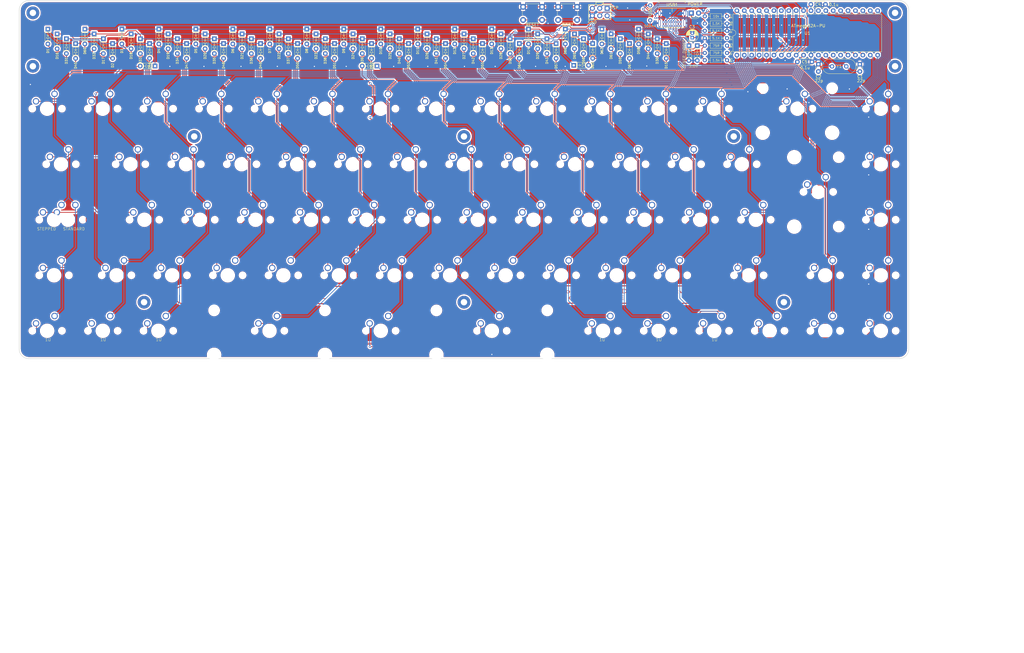
<source format=kicad_pcb>
(kicad_pcb (version 20171130) (host pcbnew "(5.1.6-0-10_14)")
  (layers (0 F.Cu signal) (31 B.Cu signal) (34 B.Paste user) (35 F.Paste user) (36 B.SilkS user) (37 F.SilkS user) (38 B.Mask user) (39 F.Mask user) (44 Edge.Cuts user))
  (net 0 "")
  (net 1 GND)
  (net 2 VCC)
  (net 3 row0)
  (net 4 "Net-(D1-Pad2)")
  (net 5 "Net-(D2-Pad2)")
  (net 6 "Net-(D3-Pad2)")
  (net 7 "Net-(D4-Pad2)")
  (net 8 "Net-(D5-Pad2)")
  (net 9 "Net-(D6-Pad2)")
  (net 10 "Net-(D7-Pad2)")
  (net 11 "Net-(D8-Pad2)")
  (net 12 "Net-(D9-Pad2)")
  (net 13 "Net-(D10-Pad2)")
  (net 14 "Net-(D11-Pad2)")
  (net 15 "Net-(D12-Pad2)")
  (net 16 "Net-(D13-Pad2)")
  (net 17 "Net-(D14-Pad2)")
  (net 18 "Net-(D15-Pad2)")
  (net 19 row1)
  (net 20 "Net-(D16-Pad2)")
  (net 21 "Net-(D17-Pad2)")
  (net 22 "Net-(D18-Pad2)")
  (net 23 "Net-(D19-Pad2)")
  (net 24 "Net-(D20-Pad2)")
  (net 25 "Net-(D21-Pad2)")
  (net 26 "Net-(D22-Pad2)")
  (net 27 "Net-(D23-Pad2)")
  (net 28 "Net-(D24-Pad2)")
  (net 29 "Net-(D25-Pad2)")
  (net 30 "Net-(D26-Pad2)")
  (net 31 "Net-(D27-Pad2)")
  (net 32 "Net-(D28-Pad2)")
  (net 33 "Net-(D29-Pad2)")
  (net 34 "Net-(D30-Pad2)")
  (net 35 "Net-(D31-Pad2)")
  (net 36 row2)
  (net 37 "Net-(D32-Pad2)")
  (net 38 "Net-(D33-Pad2)")
  (net 39 "Net-(D34-Pad2)")
  (net 40 "Net-(D35-Pad2)")
  (net 41 "Net-(D36-Pad2)")
  (net 42 "Net-(D37-Pad2)")
  (net 43 "Net-(D38-Pad2)")
  (net 44 "Net-(D39-Pad2)")
  (net 45 "Net-(D40-Pad2)")
  (net 46 "Net-(D41-Pad2)")
  (net 47 "Net-(D42-Pad2)")
  (net 48 "Net-(D43-Pad2)")
  (net 49 "Net-(D44-Pad2)")
  (net 50 row3)
  (net 51 "Net-(D45-Pad2)")
  (net 52 "Net-(D46-Pad2)")
  (net 53 "Net-(D47-Pad2)")
  (net 54 "Net-(D48-Pad2)")
  (net 55 "Net-(D49-Pad2)")
  (net 56 "Net-(D50-Pad2)")
  (net 57 "Net-(D51-Pad2)")
  (net 58 "Net-(D52-Pad2)")
  (net 59 "Net-(D53-Pad2)")
  (net 60 "Net-(D54-Pad2)")
  (net 61 "Net-(D55-Pad2)")
  (net 62 "Net-(D56-Pad2)")
  (net 63 "Net-(D57-Pad2)")
  (net 64 "Net-(D58-Pad2)")
  (net 65 "Net-(D59-Pad2)")
  (net 66 row4)
  (net 67 "Net-(D60-Pad2)")
  (net 68 "Net-(D61-Pad2)")
  (net 69 "Net-(D62-Pad2)")
  (net 70 "Net-(D63-Pad2)")
  (net 71 "Net-(D64-Pad2)")
  (net 72 "Net-(D65-Pad2)")
  (net 73 "Net-(D66-Pad2)")
  (net 74 "Net-(D67-Pad2)")
  (net 75 col0)
  (net 76 col1)
  (net 77 col2)
  (net 78 col3)
  (net 79 col4)
  (net 80 col5)
  (net 81 col6)
  (net 82 col7)
  (net 83 col8)
  (net 84 col9)
  (net 85 col10)
  (net 86 col11)
  (net 87 col12)
  (net 88 col13)
  (net 89 col14)
  (net 90 "Net-(R1-Pad2)")
  (net 91 "Net-(D68-Pad2)")
  (net 92 "Net-(R2-Pad1)")
  (net 93 "Net-(USB1-PadB8)")
  (net 94 "Net-(USB1-PadA8)")
  (net 95 reset)
  (net 96 +5V)
  (net 97 "Net-(U1-Pad29)")
  (net 98 "Net-(U1-Pad32)")
  (net 99 "Net-(U1-Pad33)")
  (net 100 "Net-(U1-Pad14)")
  (net 101 "Net-(U1-Pad34)")
  (net 102 "Net-(U1-Pad35)")
  (net 103 D+)
  (net 104 D-)
  (net 105 "Net-(C1-Pad1)")
  (net 106 "Net-(C2-Pad1)")
  (net 107 "Net-(D69-Pad1)")
  (net 108 "Net-(D70-Pad1)")
  (net 109 MOSI)
  (net 110 SCK)
  (net 111 MISO)
  (net 112 "Net-(LED1-Pad1)")
  (net 113 boot)
  (net 114 "Net-(U1-Pad15)")
  (net 115 "Net-(D71-Pad2)")
  (net 116 "Net-(D72-Pad2)")
  (net 117 "Net-(D73-Pad2)")
  (module cftkb:credits_mask (layer F.Cu) (at 255.651 158.496)
    (fp_text reference Ref** hide)
    (fp_text value Val** hide)
  )
  (module cftkb:credits (layer F.Cu) (at 255.651 158.496)
    (fp_text reference Ref** hide)
    (fp_text value Val** hide)
    (fp_poly (pts (xy -20.367484 -3.128155) (xy -19.144799 -3.128) (xy -17.845422 -3.127748) (xy -16.467026 -3.127405) (xy -15.007285 -3.126979) (xy -14.358816 -3.126774) (xy -12.956284 -3.126258) (xy -11.501776 -3.125602) (xy -10.001834 -3.124814) (xy -8.462999 -3.1239) (xy -6.891813 -3.122867) (xy -5.294817 -3.12172) (xy -3.678552 -3.120468) (xy -2.049559 -3.119116) (xy -0.414381 -3.117671) (xy 1.220442 -3.11614) (xy 2.848368 -3.11453) (xy 4.462856 -3.112846) (xy 6.057364 -3.111096) (xy 7.625352 -3.109286) (xy 9.160277 -3.107423) (xy 10.655598 -3.105514) (xy 12.104774 -3.103565) (xy 13.501264 -3.101582) (xy 14.838526 -3.099573) (xy 16.110019 -3.097544) (xy 17.309201 -3.095501) (xy 18.309167 -3.09368) (xy 32.744834 -3.06648) (xy 33.117222 -2.951021) (xy 33.644934 -2.749877) (xy 34.116331 -2.492613) (xy 34.527802 -2.182559) (xy 34.875738 -1.823043) (xy 35.156528 -1.417396) (xy 35.366561 -0.968945) (xy 35.412812 -0.834229) (xy 35.523675 -0.353304) (xy 35.553395 0.122975) (xy 35.505479 0.588295) (xy 35.383434 1.036347) (xy 35.190767 1.460818) (xy 34.930986 1.855399) (xy 34.607597 2.213778) (xy 34.224107 2.529644) (xy 33.784024 2.796686) (xy 33.290855 3.008594) (xy 33.274 3.014476) (xy 32.871834 3.153833) (xy 12.848167 3.154271) (xy 11.417104 3.154249) (xy 9.950343 3.154124) (xy 8.453255 3.153899) (xy 6.931211 3.153577) (xy 5.389582 3.153162) (xy 3.83374 3.152657) (xy 2.269058 3.152066) (xy 0.700905 3.151392) (xy -0.865347 3.15064) (xy -2.424325 3.149811) (xy -3.970659 3.14891) (xy -5.498977 3.147941) (xy -7.003908 3.146906) (xy -8.480081 3.145809) (xy -9.922122 3.144654) (xy -11.324663 3.143444) (xy -12.68233 3.142182) (xy -13.989752 3.140872) (xy -15.241559 3.139518) (xy -16.432378 3.138123) (xy -17.556838 3.13669) (xy -18.609568 3.135222) (xy -19.585195 3.133724) (xy -19.960166 3.133105) (xy -21.195563 3.130999) (xy -22.349152 3.128984) (xy -23.423789 3.127038) (xy -24.422332 3.125142) (xy -25.347641 3.123272) (xy -26.202571 3.121409) (xy -26.989982 3.119531) (xy -27.712731 3.117617) (xy -28.373675 3.115645) (xy -28.975673 3.113595) (xy -29.521581 3.111446) (xy -30.014259 3.109176) (xy -30.456564 3.106764) (xy -30.851353 3.104189) (xy -31.201484 3.10143) (xy -31.509816 3.098465) (xy -31.779205 3.095274) (xy -32.01251 3.091835) (xy -32.212588 3.088127) (xy -32.382298 3.08413) (xy -32.524496 3.079821) (xy -32.642042 3.075179) (xy -32.737792 3.070185) (xy -32.814604 3.064815) (xy -32.875336 3.05905) (xy -32.922846 3.052868) (xy -32.959992 3.046247) (xy -32.989631 3.039168) (xy -32.998833 3.036556) (xy -33.460801 2.879603) (xy -33.857742 2.69721) (xy -34.20795 2.478979) (xy -34.529717 2.214513) (xy -34.649833 2.098224) (xy -34.94641 1.765211) (xy -35.174057 1.428113) (xy -35.346561 1.064786) (xy -35.415978 0.867833) (xy -35.524083 0.393031) (xy -35.545985 -0.002764) (xy -35.218916 -0.002764) (xy -35.194553 0.3429) (xy -35.136132 0.666059) (xy -35.086349 0.832957) (xy -34.889632 1.260877) (xy -34.621807 1.649315) (xy -34.289251 1.992911) (xy -33.898341 2.286306) (xy -33.455453 2.524143) (xy -32.966966 2.701061) (xy -32.816203 2.740565) (xy -32.790127 2.745622) (xy -32.753595 2.750438) (xy -32.704477 2.755024) (xy -32.64064 2.759386) (xy -32.559951 2.763535) (xy -32.46028 2.76748) (xy -32.339494 2.771229) (xy -32.19546 2.774791) (xy -32.026048 2.778175) (xy -31.829124 2.78139) (xy -31.602558 2.784446) (xy -31.344216 2.78735) (xy -31.051968 2.790113) (xy -30.723681 2.792742) (xy -30.357222 2.795247) (xy -29.950461 2.797637) (xy -29.501265 2.799921) (xy -29.007501 2.802108) (xy -28.467039 2.804206) (xy -27.877746 2.806225) (xy -27.23749 2.808173) (xy -26.544138 2.81006) (xy -25.79556 2.811894) (xy -24.989623 2.813685) (xy -24.124195 2.815441) (xy -23.197144 2.817171) (xy -22.206338 2.818885) (xy -21.149646 2.82059) (xy -20.024934 2.822297) (xy -18.830071 2.824014) (xy -17.562926 2.82575) (xy -16.221365 2.827513) (xy -14.803258 2.829314) (xy -13.306472 2.83116) (xy -11.728874 2.833061) (xy -10.392833 2.834645) (xy -8.928301 2.83634) (xy -7.444332 2.837999) (xy -5.94524 2.83962) (xy -4.435338 2.8412) (xy -2.91894 2.842734) (xy -1.400358 2.844221) (xy 0.116094 2.845655) (xy 1.626103 2.847036) (xy 3.125356 2.848358) (xy 4.609539 2.84962) (xy 6.074339 2.850817) (xy 7.515444 2.851946) (xy 8.928539 2.853005) (xy 10.309311 2.85399) (xy 11.653448 2.854898) (xy 12.956635 2.855725) (xy 14.21456 2.856469) (xy 15.42291 2.857126) (xy 16.577371 2.857693) (xy 17.67363 2.858166) (xy 18.707373 2.858543) (xy 19.674288 2.858821) (xy 20.570062 2.858995) (xy 21.39038 2.859063) (xy 22.13093 2.859022) (xy 22.225 2.859008) (xy 32.7025 2.857299) (xy 33.018842 2.759389) (xy 33.511349 2.568345) (xy 33.952804 2.318174) (xy 34.338165 2.013874) (xy 34.662385 1.660442) (xy 34.920422 1.262877) (xy 35.10723 0.826176) (xy 35.162425 0.635529) (xy 35.210201 0.333918) (xy 35.218784 -0.007003) (xy 35.190114 -0.354077) (xy 35.126128 -0.674144) (xy 35.077028 -0.8255) (xy 34.86551 -1.260927) (xy 34.58456 -1.652427) (xy 34.239855 -1.99515) (xy 33.837075 -2.284245) (xy 33.381896 -2.514862) (xy 32.914167 -2.673231) (xy 32.5755 -2.763291) (xy 1.629834 -2.801101) (xy 0.002022 -2.803067) (xy -1.609181 -2.804967) (xy -3.201524 -2.806801) (xy -4.772755 -2.808565) (xy -6.320621 -2.810259) (xy -7.842872 -2.811882) (xy -9.337255 -2.81343) (xy -10.801518 -2.814904) (xy -12.233409 -2.816301) (xy -13.630677 -2.817619) (xy -14.99107 -2.818858) (xy -16.312335 -2.820015) (xy -17.592221 -2.821089) (xy -18.828476 -2.822079) (xy -20.018847 -2.822982) (xy -21.161084 -2.823797) (xy -22.252934 -2.824523) (xy -23.292145 -2.825157) (xy -24.276466 -2.825699) (xy -25.203644 -2.826147) (xy -26.071428 -2.826499) (xy -26.877565 -2.826753) (xy -27.619804 -2.826909) (xy -28.295893 -2.826964) (xy -28.90358 -2.826916) (xy -29.440613 -2.826765) (xy -29.90474 -2.826508) (xy -30.29371 -2.826144) (xy -30.60527 -2.825672) (xy -30.837168 -2.825089) (xy -30.987153 -2.824395) (xy -31.009166 -2.824225) (xy -31.435506 -2.820317) (xy -31.78643 -2.816363) (xy -32.071185 -2.811865) (xy -32.299023 -2.806324) (xy -32.47919 -2.799239) (xy -32.620936 -2.790112) (xy -32.733511 -2.778445) (xy -32.826162 -2.763737) (xy -32.908139 -2.74549) (xy -32.988692 -2.723205) (xy -33.012422 -2.716121) (xy -33.50246 -2.530091) (xy -33.943223 -2.284723) (xy -34.329215 -1.985351) (xy -34.654944 -1.637311) (xy -34.914916 -1.245938) (xy -35.103638 -0.816568) (xy -35.158999 -0.631335) (xy -35.207603 -0.338364) (xy -35.218916 -0.002764) (xy -35.545985 -0.002764) (xy -35.550579 -0.085762) (xy -35.497617 -0.560188) (xy -35.367351 -1.021887) (xy -35.161932 -1.462498) (xy -34.883511 -1.873661) (xy -34.640319 -2.145507) (xy -34.279521 -2.451885) (xy -33.860602 -2.713564) (xy -33.402735 -2.920404) (xy -32.925092 -3.062265) (xy -32.894609 -3.068829) (xy -32.862872 -3.074061) (xy -32.81728 -3.079) (xy -32.755508 -3.083651) (xy -32.675226 -3.088023) (xy -32.574107 -3.092123) (xy -32.449825 -3.095958) (xy -32.300053 -3.099535) (xy -32.122462 -3.102862) (xy -31.914725 -3.105945) (xy -31.674516 -3.108792) (xy -31.399507 -3.111411) (xy -31.087371 -3.113809) (xy -30.73578 -3.115992) (xy -30.342407 -3.117969) (xy -29.904924 -3.119746) (xy -29.421006 -3.121331) (xy -28.888323 -3.12273) (xy -28.304549 -3.123953) (xy -27.667357 -3.125004) (xy -26.97442 -3.125893) (xy -26.223409 -3.126625) (xy -25.411998 -3.127209) (xy -24.537859 -3.127652) (xy -23.598666 -3.127961) (xy -22.592091 -3.128143) (xy -21.515806 -3.128205) (xy -20.367484 -3.128155)) (layer F.Cu) (width 0.01))
    (fp_poly (pts (xy 8.797451 0.736597) (xy 8.864785 0.795068) (xy 8.951138 0.906595) (xy 9.054882 1.063432) (xy 9.273688 1.407198) (xy 9.431378 1.179849) (xy 9.527417 1.040041) (xy 9.614909 0.910414) (xy 9.663844 0.836083) (xy 9.732284 0.759478) (xy 9.803252 0.720497) (xy 9.853349 0.728055) (xy 9.863667 0.75993) (xy 9.841103 0.806436) (xy 9.778429 0.911009) (xy 9.683172 1.061725) (xy 9.562859 1.246655) (xy 9.436174 1.437263) (xy 9.264728 1.688103) (xy 9.131761 1.871565) (xy 9.032799 1.993232) (xy 8.963367 2.058686) (xy 8.925676 2.074333) (xy 8.867948 2.056219) (xy 8.873539 2.021416) (xy 8.914578 1.956439) (xy 8.983261 1.852313) (xy 9.020429 1.797027) (xy 9.136448 1.625554) (xy 8.867779 1.206497) (xy 8.76439 1.039905) (xy 8.683141 0.898676) (xy 8.632353 0.798021) (xy 8.620054 0.753553) (xy 8.6742 0.726855) (xy 8.738536 0.719666) (xy 8.797451 0.736597)) (layer F.Cu) (width 0.01))
    (fp_poly (pts (xy 15.276142 0.736766) (xy 15.282334 0.750082) (xy 15.259982 0.793414) (xy 15.19786 0.895386) (xy 15.103367 1.044327) (xy 14.983903 1.228569) (xy 14.85286 1.427416) (xy 14.675009 1.689799) (xy 14.536356 1.88172) (xy 14.434379 2.006392) (xy 14.366554 2.067025) (xy 14.34486 2.074333) (xy 14.279374 2.063482) (xy 14.266334 2.05021) (xy 14.288411 2.004571) (xy 14.345055 1.913491) (xy 14.393334 1.8415) (xy 14.464847 1.731355) (xy 14.510692 1.648822) (xy 14.519859 1.622205) (xy 14.498248 1.574449) (xy 14.440001 1.471431) (xy 14.354386 1.329032) (xy 14.265859 1.18706) (xy 14.16418 1.023632) (xy 14.081944 0.886075) (xy 14.028395 0.790208) (xy 14.012334 0.753143) (xy 14.048891 0.729012) (xy 14.12875 0.720213) (xy 14.193027 0.731227) (xy 14.255024 0.772624) (xy 14.328479 0.857924) (xy 14.427131 1.000646) (xy 14.451381 1.037713) (xy 14.54627 1.178426) (xy 14.625886 1.287068) (xy 14.678105 1.3475) (xy 14.68951 1.354666) (xy 14.726067 1.322094) (xy 14.797282 1.234831) (xy 14.890739 1.10856) (xy 14.940913 1.037166) (xy 15.044184 0.896909) (xy 15.136135 0.78834) (xy 15.202717 0.727362) (xy 15.221367 0.719666) (xy 15.276142 0.736766)) (layer F.Cu) (width 0.01))
    (fp_poly (pts (xy -6.340953 0.268619) (xy -6.185785 0.305121) (xy -6.07011 0.359143) (xy -6.013805 0.42719) (xy -6.011333 0.445587) (xy -6.025284 0.49476) (xy -6.075876 0.500998) (xy -6.176215 0.462894) (xy -6.26544 0.418323) (xy -6.45734 0.355621) (xy -6.636036 0.368954) (xy -6.781139 0.451563) (xy -6.854983 0.551364) (xy -6.84852 0.646114) (xy -6.760566 0.737267) (xy -6.589935 0.826273) (xy -6.426373 0.886216) (xy -6.200219 0.971133) (xy -6.04839 1.056604) (xy -5.960878 1.150685) (xy -5.927677 1.261432) (xy -5.926666 1.288466) (xy -5.965533 1.437175) (xy -6.071805 1.562144) (xy -6.229994 1.656859) (xy -6.424611 1.714806) (xy -6.640164 1.729473) (xy -6.861166 1.694344) (xy -6.879166 1.689019) (xy -7.024635 1.629974) (xy -7.114029 1.563683) (xy -7.136453 1.499866) (xy -7.120738 1.473471) (xy -7.069631 1.45161) (xy -6.987633 1.474147) (xy -6.896647 1.520985) (xy -6.734911 1.582456) (xy -6.57127 1.596372) (xy -6.422884 1.568437) (xy -6.30691 1.504357) (xy -6.240506 1.409838) (xy -6.2377 1.301857) (xy -6.262936 1.245166) (xy -6.31624 1.192879) (xy -6.410115 1.13798) (xy -6.557062 1.073454) (xy -6.769584 0.992285) (xy -6.826423 0.971482) (xy -6.963618 0.911576) (xy -7.069162 0.847366) (xy -7.112173 0.80401) (xy -7.152288 0.652197) (xy -7.113909 0.508637) (xy -7.003145 0.384857) (xy -6.844661 0.299153) (xy -6.690267 0.262142) (xy -6.51574 0.253128) (xy -6.340953 0.268619)) (layer F.Cu) (width 0.01))
    (fp_poly (pts (xy -4.375806 0.23874) (xy -4.23335 0.254022) (xy -4.114035 0.287729) (xy -4.0005 0.338666) (xy -3.872939 0.416133) (xy -3.793303 0.491485) (xy -3.768785 0.552839) (xy -3.806581 0.588312) (xy -3.846731 0.592666) (xy -3.930475 0.571837) (xy -3.960891 0.545925) (xy -4.03654 0.481843) (xy -4.168327 0.419868) (xy -4.32809 0.370003) (xy -4.487668 0.342256) (xy -4.54161 0.339596) (xy -4.796705 0.371565) (xy -5.010798 0.473853) (xy -5.1435 0.590232) (xy -5.217553 0.680173) (xy -5.255731 0.769228) (xy -5.269356 0.891616) (xy -5.2705 0.974095) (xy -5.265301 1.122992) (xy -5.241459 1.222177) (xy -5.186608 1.306369) (xy -5.130366 1.367545) (xy -4.93706 1.509697) (xy -4.707442 1.58842) (xy -4.462265 1.602833) (xy -4.222284 1.552051) (xy -4.008252 1.435193) (xy -3.984804 1.416273) (xy -3.876494 1.347849) (xy -3.792425 1.337995) (xy -3.7912 1.338449) (xy -3.735378 1.383754) (xy -3.749168 1.442686) (xy -3.819888 1.50897) (xy -3.934854 1.576333) (xy -4.081386 1.638499) (xy -4.2468 1.689192) (xy -4.418413 1.72214) (xy -4.583544 1.731066) (xy -4.584667 1.731028) (xy -4.717587 1.719311) (xy -4.870607 1.696422) (xy -4.896849 1.691454) (xy -5.145211 1.614943) (xy -5.345251 1.486327) (xy -5.452628 1.3789) (xy -5.576378 1.182734) (xy -5.61905 0.976843) (xy -5.581507 0.772805) (xy -5.464613 0.582198) (xy -5.387411 0.50482) (xy -5.220257 0.378071) (xy -5.048602 0.296702) (xy -4.847022 0.252343) (xy -4.590094 0.236626) (xy -4.572 0.236407) (xy -4.375806 0.23874)) (layer F.Cu) (width 0.01))
    (fp_poly (pts (xy -19.087181 0.277514) (xy -18.901296 0.284983) (xy -18.784455 0.29821) (xy -18.728905 0.317829) (xy -18.722388 0.326668) (xy -18.738936 0.351073) (xy -18.813175 0.368922) (xy -18.953918 0.381426) (xy -19.169974 0.389796) (xy -19.184527 0.390168) (xy -19.663833 0.402166) (xy -19.676486 0.64413) (xy -19.689138 0.886093) (xy -19.23543 0.89813) (xy -19.001445 0.908695) (xy -18.848545 0.926066) (xy -18.773389 0.950693) (xy -18.764654 0.96162) (xy -18.781585 0.986539) (xy -18.857297 1.004649) (xy -19.000564 1.017212) (xy -19.20571 1.02512) (xy -19.663833 1.037166) (xy -19.676197 1.36525) (xy -19.688561 1.693333) (xy -19.815109 1.693333) (xy -19.911604 1.67691) (xy -19.962645 1.638639) (xy -19.969181 1.579057) (xy -19.973346 1.450895) (xy -19.97493 1.270209) (xy -19.973725 1.053057) (xy -19.9719 0.929555) (xy -19.960166 0.275166) (xy -19.349861 0.275166) (xy -19.087181 0.277514)) (layer F.Cu) (width 0.01))
    (fp_poly (pts (xy -17.642109 0.734156) (xy -17.442469 0.792676) (xy -17.280621 0.886513) (xy -17.186306 0.996753) (xy -17.132755 1.175295) (xy -17.159306 1.347419) (xy -17.261606 1.500682) (xy -17.398445 1.603267) (xy -17.586065 1.671547) (xy -17.807283 1.696918) (xy -18.028622 1.679384) (xy -18.216603 1.61895) (xy -18.244918 1.603149) (xy -18.387256 1.501578) (xy -18.465101 1.399177) (xy -18.49486 1.270131) (xy -18.496974 1.2065) (xy -18.495891 1.196155) (xy -18.246997 1.196155) (xy -18.224011 1.342587) (xy -18.138728 1.472907) (xy -18.043519 1.542677) (xy -17.865868 1.601809) (xy -17.689603 1.579441) (xy -17.609819 1.544728) (xy -17.476442 1.437572) (xy -17.40869 1.301527) (xy -17.401487 1.154284) (xy -17.449755 1.013533) (xy -17.548416 0.896962) (xy -17.692394 0.822261) (xy -17.822333 0.804333) (xy -17.995354 0.837698) (xy -18.12735 0.925958) (xy -18.213004 1.051361) (xy -18.246997 1.196155) (xy -18.495891 1.196155) (xy -18.481621 1.05992) (xy -18.424626 0.950128) (xy -18.309586 0.85131) (xy -18.244918 0.80985) (xy -18.065619 0.738809) (xy -17.857254 0.714889) (xy -17.642109 0.734156)) (layer F.Cu) (width 0.01))
    (fp_poly (pts (xy -16.470699 0.726037) (xy -16.203417 0.751567) (xy -16.012237 0.805425) (xy -15.892814 0.889538) (xy -15.840841 1.005576) (xy -15.865287 1.096983) (xy -15.949553 1.175577) (xy -16.06903 1.222208) (xy -16.126245 1.227666) (xy -16.177846 1.23181) (xy -16.188659 1.252913) (xy -16.152643 1.303988) (xy -16.063751 1.398043) (xy -16.032158 1.430204) (xy -15.931248 1.536844) (xy -15.859506 1.620657) (xy -15.832666 1.663037) (xy -15.869237 1.684846) (xy -15.949083 1.692734) (xy -16.059531 1.660229) (xy -16.208295 1.56162) (xy -16.308916 1.477561) (xy -16.455848 1.338776) (xy -16.532813 1.240804) (xy -16.541211 1.178902) (xy -16.482442 1.148324) (xy -16.407629 1.143) (xy -16.244758 1.12936) (xy -16.154562 1.086063) (xy -16.129 1.016654) (xy -16.160765 0.922391) (xy -16.26038 0.863934) (xy -16.404801 0.839156) (xy -16.5735 0.8255) (xy -16.585564 1.259416) (xy -16.597628 1.693333) (xy -16.848666 1.693333) (xy -16.848666 0.711242) (xy -16.470699 0.726037)) (layer F.Cu) (width 0.01))
    (fp_poly (pts (xy -15.282333 1.693333) (xy -15.538243 1.693333) (xy -15.526705 0.92075) (xy -15.515166 0.148166) (xy -15.39875 0.134771) (xy -15.282333 0.121376) (xy -15.282333 1.693333)) (layer F.Cu) (width 0.01))
    (fp_poly (pts (xy -14.573104 0.732896) (xy -14.577753 0.776351) (xy -14.646498 0.855679) (xy -14.774333 0.969559) (xy -14.882369 1.064931) (xy -14.958238 1.140079) (xy -14.984836 1.177269) (xy -14.954059 1.216916) (xy -14.87423 1.293554) (xy -14.762222 1.391048) (xy -14.755098 1.397) (xy -14.607481 1.525135) (xy -14.525659 1.61157) (xy -14.506282 1.663469) (xy -14.546002 1.687997) (xy -14.616912 1.692734) (xy -14.714083 1.675119) (xy -14.824021 1.615954) (xy -14.965709 1.504482) (xy -14.996583 1.477561) (xy -15.112891 1.368921) (xy -15.198785 1.277033) (xy -15.238431 1.219109) (xy -15.239434 1.213576) (xy -15.207316 1.162108) (xy -15.124457 1.078477) (xy -15.010063 0.978231) (xy -14.883339 0.876915) (xy -14.763489 0.790076) (xy -14.669718 0.733258) (xy -14.629273 0.719666) (xy -14.573104 0.732896)) (layer F.Cu) (width 0.01))
    (fp_poly (pts (xy -12.6525 0.72687) (xy -12.458734 0.773292) (xy -12.403006 0.798537) (xy -12.237018 0.924737) (xy -12.144278 1.076978) (xy -12.125274 1.240468) (xy -12.180492 1.400417) (xy -12.310421 1.542033) (xy -12.377049 1.586543) (xy -12.574666 1.662748) (xy -12.808036 1.693792) (xy -13.039998 1.677545) (xy -13.190424 1.63316) (xy -13.354654 1.52302) (xy -13.46373 1.369217) (xy -13.503 1.192516) (xy -13.502987 1.190207) (xy -13.496913 1.143129) (xy -13.243947 1.143129) (xy -13.240397 1.285639) (xy -13.197309 1.397346) (xy -13.19607 1.398942) (xy -13.04267 1.539513) (xy -12.871021 1.598792) (xy -12.686601 1.575438) (xy -12.610035 1.542427) (xy -12.475742 1.432196) (xy -12.407606 1.287671) (xy -12.407131 1.129221) (xy -12.475822 0.977219) (xy -12.561772 0.888745) (xy -12.705914 0.823222) (xy -12.873652 0.816262) (xy -13.036529 0.862354) (xy -13.16609 0.955987) (xy -13.206745 1.013655) (xy -13.243947 1.143129) (xy -13.496913 1.143129) (xy -13.484945 1.050377) (xy -13.42292 0.942489) (xy -13.300741 0.842267) (xy -13.249585 0.80985) (xy -13.081899 0.745602) (xy -12.871546 0.717791) (xy -12.6525 0.72687)) (layer F.Cu) (width 0.01))
    (fp_poly (pts (xy -11.367436 0.156904) (xy -11.289115 0.176159) (xy -11.273913 0.1905) (xy -11.301753 0.220145) (xy -11.350787 0.222254) (xy -11.481807 0.232217) (xy -11.562442 0.304879) (xy -11.597178 0.445379) (xy -11.599333 0.506807) (xy -11.596276 0.630872) (xy -11.577334 0.6938) (xy -11.527847 0.719111) (xy -11.46175 0.727567) (xy -11.368033 0.748013) (xy -11.324544 0.779988) (xy -11.324166 0.783166) (xy -11.361247 0.815577) (xy -11.45154 0.837664) (xy -11.46175 0.838765) (xy -11.599333 0.852031) (xy -11.599333 1.693333) (xy -11.853333 1.693333) (xy -11.853333 1.020689) (xy -11.851198 0.728606) (xy -11.841785 0.51039) (xy -11.820587 0.355291) (xy -11.783095 0.252554) (xy -11.7248 0.191427) (xy -11.641193 0.161158) (xy -11.527765 0.150993) (xy -11.488358 0.150267) (xy -11.367436 0.156904)) (layer F.Cu) (width 0.01))
    (fp_poly (pts (xy -9.81075 0.254319) (xy -9.392894 0.273831) (xy -9.049093 0.331899) (xy -8.777744 0.429076) (xy -8.577242 0.565912) (xy -8.458081 0.719666) (xy -8.393128 0.915684) (xy -8.408824 1.108403) (xy -8.50131 1.289358) (xy -8.666724 1.450084) (xy -8.838105 1.553136) (xy -8.948021 1.603627) (xy -9.04912 1.638326) (xy -9.162476 1.660839) (xy -9.309166 1.674773) (xy -9.510264 1.683735) (xy -9.62025 1.687001) (xy -10.16 1.701835) (xy -10.16 1.135904) (xy -9.899608 1.135904) (xy -9.898564 1.314805) (xy -9.893999 1.447117) (xy -9.886262 1.514269) (xy -9.885817 1.515533) (xy -9.832183 1.548057) (xy -9.717684 1.563391) (xy -9.564063 1.562908) (xy -9.39306 1.54798) (xy -9.226418 1.51998) (xy -9.085878 1.480281) (xy -9.043752 1.462371) (xy -8.870203 1.335611) (xy -8.758991 1.16231) (xy -8.720825 0.964556) (xy -8.760248 0.78898) (xy -8.870821 0.636237) (xy -9.040446 0.513738) (xy -9.257023 0.428892) (xy -9.508452 0.389108) (xy -9.66015 0.389286) (xy -9.884833 0.402166) (xy -9.896786 0.928985) (xy -9.899608 1.135904) (xy -10.16 1.135904) (xy -10.16 0.254) (xy -9.81075 0.254319)) (layer F.Cu) (width 0.01))
    (fp_poly (pts (xy -7.62956 0.98425) (xy -7.617953 1.693333) (xy -7.876047 1.693333) (xy -7.86444 0.98425) (xy -7.852833 0.275166) (xy -7.641166 0.275166) (xy -7.62956 0.98425)) (layer F.Cu) (width 0.01))
    (fp_poly (pts (xy -2.972893 0.98425) (xy -2.961286 1.693333) (xy -3.21938 1.693333) (xy -3.207773 0.98425) (xy -3.196166 0.275166) (xy -2.9845 0.275166) (xy -2.972893 0.98425)) (layer F.Cu) (width 0.01))
    (fp_poly (pts (xy -1.845945 0.263241) (xy -1.600421 0.284786) (xy -1.383094 0.323691) (xy -1.215261 0.376539) (xy -1.144342 0.415589) (xy -1.049893 0.53161) (xy -1.020607 0.673049) (xy -1.058482 0.811719) (xy -1.11145 0.879245) (xy -1.238594 0.954556) (xy -1.431947 1.01205) (xy -1.674206 1.04785) (xy -1.910778 1.058333) (xy -2.159 1.058333) (xy -2.159 1.693333) (xy -2.415047 1.693333) (xy -2.40344 0.98425) (xy -2.393566 0.381) (xy -2.159 0.381) (xy -2.159 0.627944) (xy -2.154502 0.765782) (xy -2.142864 0.867083) (xy -2.130778 0.903111) (xy -2.076417 0.918043) (xy -1.963863 0.928212) (xy -1.845028 0.931175) (xy -1.636249 0.915395) (xy -1.481351 0.86474) (xy -1.449916 0.84713) (xy -1.360289 0.776236) (xy -1.314047 0.707912) (xy -1.312333 0.696339) (xy -1.349889 0.558766) (xy -1.462313 0.460224) (xy -1.649241 0.400905) (xy -1.910309 0.381) (xy -2.159 0.381) (xy -2.393566 0.381) (xy -2.391833 0.275166) (xy -2.09837 0.262473) (xy -1.845945 0.263241)) (layer F.Cu) (width 0.01))
    (fp_poly (pts (xy -0.254 1.566333) (xy 0.169334 1.566333) (xy 0.366743 1.568431) (xy 0.493483 1.576119) (xy 0.563482 1.591485) (xy 0.590663 1.616618) (xy 0.592667 1.629833) (xy 0.580412 1.656258) (xy 0.535307 1.674377) (xy 0.444836 1.685631) (xy 0.296487 1.691462) (xy 0.077745 1.69331) (xy 0.04131 1.693333) (xy -0.510047 1.693333) (xy -0.49844 0.98425) (xy -0.486833 0.275166) (xy -0.370416 0.261771) (xy -0.254 0.248376) (xy -0.254 1.566333)) (layer F.Cu) (width 0.01))
    (fp_poly (pts (xy 1.217084 0.261771) (xy 1.3335 0.275166) (xy 1.345107 0.98425) (xy 1.356714 1.693333) (xy 1.100667 1.693333) (xy 1.100667 0.248376) (xy 1.217084 0.261771)) (layer F.Cu) (width 0.01))
    (fp_poly (pts (xy 3.459848 0.257772) (xy 3.482127 0.276971) (xy 3.497227 0.323421) (xy 3.506539 0.408946) (xy 3.511455 0.545371) (xy 3.513366 0.744519) (xy 3.513667 0.973666) (xy 3.511064 1.275763) (xy 3.503303 1.496979) (xy 3.490456 1.636164) (xy 3.472592 1.692167) (xy 3.469143 1.693333) (xy 3.424534 1.667083) (xy 3.326365 1.593916) (xy 3.185195 1.482211) (xy 3.011582 1.340344) (xy 2.816084 1.176691) (xy 2.788823 1.153583) (xy 2.591315 0.986851) (xy 2.414766 0.83959) (xy 2.269674 0.720415) (xy 2.166542 0.637939) (xy 2.11587 0.600776) (xy 2.11368 0.599722) (xy 2.098078 0.633956) (xy 2.085736 0.740778) (xy 2.077533 0.908144) (xy 2.074346 1.124009) (xy 2.074334 1.139472) (xy 2.073624 1.364977) (xy 2.070123 1.51927) (xy 2.061776 1.615801) (xy 2.046527 1.668019) (xy 2.022318 1.689377) (xy 1.989667 1.693333) (xy 1.958819 1.689561) (xy 1.93654 1.670362) (xy 1.92144 1.623912) (xy 1.912128 1.538386) (xy 1.907212 1.401961) (xy 1.905301 1.202813) (xy 1.905 0.973666) (xy 1.905396 0.711575) (xy 1.907543 0.522311) (xy 1.912879 0.394034) (xy 1.922843 0.314904) (xy 1.938875 0.273082) (xy 1.962412 0.256729) (xy 1.99245 0.254) (xy 2.047037 0.257916) (xy 2.103415 0.274506) (xy 2.17211 0.311033) (xy 2.26365 0.374761) (xy 2.38856 0.472953) (xy 2.557367 0.612871) (xy 2.755802 0.780714) (xy 2.93419 0.930691) (xy 3.090567 1.059237) (xy 3.213439 1.157137) (xy 3.291317 1.215177) (xy 3.312584 1.227175) (xy 3.325082 1.187833) (xy 3.335265 1.080521) (xy 3.342042 0.921927) (xy 3.344334 0.740833) (xy 3.345231 0.53166) (xy 3.349586 0.392824) (xy 3.359888 0.310002) (xy 3.37863 0.268868) (xy 3.408301 0.2551) (xy 3.429 0.254) (xy 3.459848 0.257772)) (layer F.Cu) (width 0.01))
    (fp_poly (pts (xy 4.912271 0.277335) (xy 5.095685 0.28434) (xy 5.212229 0.296926) (xy 5.270752 0.315838) (xy 5.281084 0.328083) (xy 5.268313 0.351891) (xy 5.204493 0.367857) (xy 5.079472 0.377118) (xy 4.883096 0.380808) (xy 4.808361 0.381) (xy 4.318 0.381) (xy 4.318 0.886135) (xy 4.76964 0.898151) (xy 5.003172 0.908757) (xy 5.155547 0.926229) (xy 5.230031 0.951008) (xy 5.238346 0.96162) (xy 5.221415 0.986539) (xy 5.145703 1.004649) (xy 5.002436 1.017212) (xy 4.79729 1.02512) (xy 4.339167 1.037166) (xy 4.326563 1.30175) (xy 4.31396 1.566333) (xy 4.82398 1.566333) (xy 5.043495 1.567916) (xy 5.191316 1.573737) (xy 5.280372 1.585408) (xy 5.323596 1.604537) (xy 5.334 1.629833) (xy 5.322645 1.654316) (xy 5.280852 1.67174) (xy 5.197031 1.683225) (xy 5.059593 1.689891) (xy 4.856946 1.692857) (xy 4.67681 1.693333) (xy 4.01962 1.693333) (xy 4.031227 0.98425) (xy 4.042834 0.275166) (xy 4.653139 0.275166) (xy 4.912271 0.277335)) (layer F.Cu) (width 0.01))
    (fp_poly (pts (xy 7.228417 0.134771) (xy 7.290841 0.146653) (xy 7.326881 0.17751) (xy 7.345289 0.247267) (xy 7.354819 0.375848) (xy 7.357215 0.427963) (xy 7.369597 0.707759) (xy 7.641208 0.733122) (xy 7.861284 0.771101) (xy 8.057966 0.837125) (xy 8.21052 0.92232) (xy 8.295918 1.013355) (xy 8.33692 1.168914) (xy 8.317408 1.336219) (xy 8.270558 1.434494) (xy 8.134527 1.560311) (xy 7.930798 1.643963) (xy 7.656607 1.686356) (xy 7.482417 1.692403) (xy 7.112 1.693333) (xy 7.112 0.846666) (xy 7.366 0.846666) (xy 7.366 1.566333) (xy 7.574419 1.566333) (xy 7.731696 1.553023) (xy 7.849798 1.503811) (xy 7.915305 1.454869) (xy 8.014795 1.329252) (xy 8.040521 1.195405) (xy 8.000562 1.066786) (xy 7.902994 0.956851) (xy 7.755897 0.879059) (xy 7.567348 0.846869) (xy 7.55024 0.846666) (xy 7.366 0.846666) (xy 7.112 0.846666) (xy 7.112 0.121376) (xy 7.228417 0.134771)) (layer F.Cu) (width 0.01))
    (fp_poly (pts (xy 11.176 1.693333) (xy 10.922 1.693333) (xy 10.922 0.719666) (xy 11.176 0.719666) (xy 11.176 1.693333)) (layer F.Cu) (width 0.01))
    (fp_poly (pts (xy 11.726334 1.693333) (xy 11.470424 1.693333) (xy 11.481962 0.92075) (xy 11.4935 0.148166) (xy 11.726334 0.121376) (xy 11.726334 1.693333)) (layer F.Cu) (width 0.01))
    (fp_poly (pts (xy 12.436728 0.734523) (xy 12.429485 0.782013) (xy 12.355342 0.866517) (xy 12.234334 0.973666) (xy 12.126402 1.068253) (xy 12.050975 1.142441) (xy 12.025046 1.178692) (xy 12.056373 1.21723) (xy 12.13722 1.294239) (xy 12.251547 1.394614) (xy 12.279046 1.417867) (xy 12.398236 1.521839) (xy 12.486914 1.606527) (xy 12.529177 1.656545) (xy 12.530667 1.661284) (xy 12.493627 1.682943) (xy 12.403419 1.692689) (xy 12.393084 1.692734) (xy 12.296128 1.675673) (xy 12.187593 1.618047) (xy 12.048111 1.508919) (xy 12.012084 1.477561) (xy 11.896118 1.368984) (xy 11.810978 1.277128) (xy 11.772321 1.219174) (xy 11.771512 1.213576) (xy 11.804988 1.161246) (xy 11.888937 1.076773) (xy 12.003997 0.975884) (xy 12.130805 0.874306) (xy 12.25 0.787767) (xy 12.342219 0.731994) (xy 12.379574 0.719666) (xy 12.436728 0.734523)) (layer F.Cu) (width 0.01))
    (fp_poly (pts (xy 12.901084 0.134771) (xy 13.0175 0.148166) (xy 13.029427 0.645583) (xy 13.035801 0.839482) (xy 13.044296 0.998037) (xy 13.053796 1.104716) (xy 13.063031 1.143) (xy 13.103521 1.117813) (xy 13.19138 1.051043) (xy 13.309411 0.955879) (xy 13.339052 0.931333) (xy 13.505083 0.803513) (xy 13.625849 0.733042) (xy 13.697223 0.721816) (xy 13.716 0.758188) (xy 13.686131 0.803361) (xy 13.607852 0.884649) (xy 13.498906 0.983748) (xy 13.281812 1.170786) (xy 13.541239 1.399143) (xy 13.661384 1.508666) (xy 13.752004 1.598448) (xy 13.797895 1.653176) (xy 13.800667 1.660417) (xy 13.763739 1.683206) (xy 13.674317 1.693304) (xy 13.668832 1.693333) (xy 13.570995 1.674231) (xy 13.455396 1.610402) (xy 13.304762 1.492058) (xy 13.287832 1.477478) (xy 13.038667 1.261622) (xy 13.038667 1.477478) (xy 13.036037 1.60435) (xy 13.019661 1.668195) (xy 12.976813 1.690642) (xy 12.911667 1.693333) (xy 12.784667 1.693333) (xy 12.784667 0.121376) (xy 12.901084 0.134771)) (layer F.Cu) (width 0.01))
    (fp_poly (pts (xy 16.499417 0.728148) (xy 16.535322 0.745908) (xy 16.55738 0.792757) (xy 16.568671 0.885136) (xy 16.572276 1.039485) (xy 16.572274 1.116972) (xy 16.570076 1.298062) (xy 16.561383 1.415754) (xy 16.540879 1.491308) (xy 16.503252 1.545986) (xy 16.453497 1.59222) (xy 16.314956 1.663342) (xy 16.130861 1.693291) (xy 15.930505 1.680471) (xy 15.758261 1.630084) (xy 15.65087 1.560867) (xy 15.582815 1.455545) (xy 15.548878 1.299686) (xy 15.543845 1.078855) (xy 15.545209 1.0405) (xy 15.5575 0.740833) (xy 15.8115 0.740833) (xy 15.824034 1.078321) (xy 15.840393 1.292839) (xy 15.87586 1.436114) (xy 15.938361 1.520826) (xy 16.03582 1.559659) (xy 16.129 1.566333) (xy 16.257134 1.552493) (xy 16.343475 1.502658) (xy 16.39536 1.404359) (xy 16.420122 1.245124) (xy 16.425334 1.062479) (xy 16.427208 0.890627) (xy 16.435147 0.78772) (xy 16.452625 0.73808) (xy 16.483118 0.726023) (xy 16.499417 0.728148)) (layer F.Cu) (width 0.01))
    (fp_poly (pts (xy 17.603836 0.72989) (xy 17.683628 0.755034) (xy 17.68376 0.786805) (xy 17.60511 0.816912) (xy 17.448562 0.837062) (xy 17.430923 0.83809) (xy 17.261041 0.860527) (xy 17.151849 0.903016) (xy 17.110766 0.959898) (xy 17.145211 1.025519) (xy 17.164536 1.041209) (xy 17.261134 1.088884) (xy 17.387202 1.125335) (xy 17.395772 1.126952) (xy 17.590821 1.176808) (xy 17.712413 1.246634) (xy 17.770895 1.344361) (xy 17.78 1.421413) (xy 17.768974 1.526585) (xy 17.719803 1.588632) (xy 17.633193 1.631993) (xy 17.529275 1.660428) (xy 17.388109 1.680303) (xy 17.23205 1.691044) (xy 17.083451 1.69208) (xy 16.964665 1.682837) (xy 16.898047 1.662744) (xy 16.891 1.651) (xy 16.928803 1.625599) (xy 17.024305 1.610492) (xy 17.078744 1.608666) (xy 17.276539 1.59135) (xy 17.424227 1.542924) (xy 17.50673 1.468668) (xy 17.512087 1.456862) (xy 17.51533 1.396717) (xy 17.465536 1.347782) (xy 17.351701 1.303304) (xy 17.1985 1.264439) (xy 17.006699 1.202062) (xy 16.894364 1.117888) (xy 16.858431 1.009031) (xy 16.866323 0.951416) (xy 16.935573 0.844346) (xy 17.077459 0.7686) (xy 17.284882 0.727028) (xy 17.443502 0.719666) (xy 17.603836 0.72989)) (layer F.Cu) (width 0.01))
    (fp_poly (pts (xy 18.727393 0.74477) (xy 18.778587 0.764847) (xy 18.830172 0.813457) (xy 18.89314 0.902998) (xy 18.978481 1.045863) (xy 19.055013 1.179993) (xy 19.152053 1.3541) (xy 19.231409 1.502095) (xy 19.284813 1.608162) (xy 19.304 1.656243) (xy 19.267148 1.682137) (xy 19.178175 1.693322) (xy 19.175031 1.693333) (xy 19.066714 1.671456) (xy 18.988859 1.591448) (xy 18.973948 1.5666) (xy 18.929776 1.498583) (xy 18.878892 1.460581) (xy 18.797047 1.443863) (xy 18.65999 1.439698) (xy 18.621219 1.4396) (xy 18.470315 1.441532) (xy 18.381352 1.453448) (xy 18.331616 1.483986) (xy 18.298391 1.541787) (xy 18.288 1.566333) (xy 18.233361 1.653833) (xy 18.174342 1.691431) (xy 18.131221 1.672681) (xy 18.121452 1.61925) (xy 18.140783 1.552053) (xy 18.190786 1.429078) (xy 18.239017 1.322916) (xy 18.416913 1.322916) (xy 18.453849 1.34099) (xy 18.550424 1.352489) (xy 18.62738 1.354666) (xy 18.83976 1.354666) (xy 18.72801 1.134139) (xy 18.616261 0.913613) (xy 18.517544 1.102389) (xy 18.460271 1.217085) (xy 18.423701 1.300217) (xy 18.416913 1.322916) (xy 18.239017 1.322916) (xy 18.263184 1.269723) (xy 18.324705 1.143) (xy 18.415126 0.964274) (xy 18.480107 0.848246) (xy 18.531098 0.781405) (xy 18.57955 0.750243) (xy 18.636915 0.741249) (xy 18.665599 0.740833) (xy 18.727393 0.74477)) (layer F.Cu) (width 0.01))
    (fp_poly (pts (xy 19.783781 0.726587) (xy 19.904756 0.789566) (xy 20.060421 0.914638) (xy 20.174293 1.021164) (xy 20.48523 1.322662) (xy 20.497865 1.031747) (xy 20.50925 0.870572) (xy 20.528509 0.779273) (xy 20.559488 0.743156) (xy 20.574 0.740833) (xy 20.603207 0.755446) (xy 20.623473 0.808125) (xy 20.636994 0.912131) (xy 20.645968 1.080726) (xy 20.649524 1.196692) (xy 20.652622 1.423286) (xy 20.643018 1.577466) (xy 20.613199 1.66101) (xy 20.555657 1.675695) (xy 20.46288 1.623298) (xy 20.327359 1.505595) (xy 20.141583 1.324364) (xy 20.135506 1.318313) (xy 19.987851 1.173524) (xy 19.861034 1.05339) (xy 19.767263 0.969172) (xy 19.718745 0.93213) (xy 19.715955 0.931333) (xy 19.702323 0.970511) (xy 19.691754 1.075455) (xy 19.685783 1.227277) (xy 19.685 1.312333) (xy 19.682526 1.498208) (xy 19.673494 1.613987) (xy 19.655494 1.674138) (xy 19.626115 1.693132) (xy 19.6215 1.693333) (xy 19.592262 1.679565) (xy 19.573339 1.629083) (xy 19.562726 1.528116) (xy 19.558418 1.362895) (xy 19.558 1.2573) (xy 19.563347 1.021969) (xy 19.579027 0.859697) (xy 19.604498 0.775675) (xy 19.6088 0.770466) (xy 19.68822 0.721591) (xy 19.783781 0.726587)) (layer F.Cu) (width 0.01))
    (fp_poly (pts (xy 11.143583 0.476681) (xy 11.17042 0.517411) (xy 11.168088 0.53975) (xy 11.120719 0.601318) (xy 11.036108 0.630982) (xy 10.958881 0.614531) (xy 10.952008 0.608563) (xy 10.918265 0.537895) (xy 10.957962 0.484959) (xy 11.052104 0.465666) (xy 11.143583 0.476681)) (layer F.Cu) (width 0.01))
    (fp_poly (pts (xy -9.220996 -1.396962) (xy -9.205601 -1.390834) (xy -9.205702 -1.369594) (xy -9.22624 -1.324222) (xy -9.272158 -1.245697) (xy -9.348397 -1.124998) (xy -9.459899 -0.953104) (xy -9.611605 -0.720993) (xy -9.646489 -0.667648) (xy -9.819885 -0.409075) (xy -9.957932 -0.217554) (xy -10.058905 -0.095318) (xy -10.121083 -0.044598) (xy -10.12825 -0.043232) (xy -10.19116 -0.053892) (xy -10.202333 -0.066456) (xy -10.180255 -0.112096) (xy -10.123612 -0.203176) (xy -10.075333 -0.275167) (xy -10.003496 -0.387315) (xy -9.957457 -0.474046) (xy -9.948333 -0.50357) (xy -9.970076 -0.555601) (xy -10.028732 -0.661086) (xy -10.114438 -0.802905) (xy -10.184079 -0.912821) (xy -10.308047 -1.106247) (xy -10.389453 -1.2398) (xy -10.431963 -1.324538) (xy -10.439244 -1.371519) (xy -10.414964 -1.391802) (xy -10.362789 -1.396446) (xy -10.344446 -1.396454) (xy -10.279028 -1.386579) (xy -10.217993 -1.348484) (xy -10.147236 -1.268483) (xy -10.052656 -1.132891) (xy -10.017286 -1.078954) (xy -9.922798 -0.938309) (xy -9.844152 -0.829692) (xy -9.793283 -0.769216) (xy -9.782539 -0.762) (xy -9.747424 -0.794482) (xy -9.677186 -0.881518) (xy -9.584084 -1.007495) (xy -9.53328 -1.0795) (xy -9.428996 -1.219739) (xy -9.335345 -1.328301) (xy -9.266663 -1.38929) (xy -9.246945 -1.397) (xy -9.220996 -1.396962)) (layer F.Cu) (width 0.01))
    (fp_poly (pts (xy -27.33675 -1.862431) (xy -27.041011 -1.854359) (xy -26.815339 -1.828536) (xy -26.646436 -1.782005) (xy -26.521005 -1.71181) (xy -26.474093 -1.670609) (xy -26.389177 -1.544592) (xy -26.388871 -1.419619) (xy -26.473174 -1.293646) (xy -26.474026 -1.292793) (xy -26.574385 -1.192434) (xy -26.421109 -1.093563) (xy -26.295222 -0.977163) (xy -26.246454 -0.849694) (xy -26.270313 -0.722625) (xy -26.362305 -0.607422) (xy -26.517937 -0.515553) (xy -26.665168 -0.470658) (xy -26.791371 -0.451745) (xy -26.960024 -0.437386) (xy -27.150947 -0.427938) (xy -27.343957 -0.423759) (xy -27.518871 -0.425208) (xy -27.655508 -0.432642) (xy -27.733685 -0.446419) (xy -27.742444 -0.451556) (xy -27.751922 -0.501383) (xy -27.760044 -0.621078) (xy -27.766232 -0.795843) (xy -27.769903 -1.010884) (xy -27.77033 -1.100667) (xy -27.474333 -1.100667) (xy -27.474333 -0.550334) (xy -27.230916 -0.551344) (xy -27.060373 -0.558953) (xy -26.895127 -0.577244) (xy -26.822793 -0.590562) (xy -26.656483 -0.649416) (xy -26.568534 -0.732671) (xy -26.555152 -0.844257) (xy -26.559291 -0.863481) (xy -26.623879 -0.975524) (xy -26.754884 -1.051055) (xy -26.956716 -1.091833) (xy -27.154731 -1.100667) (xy -27.474333 -1.100667) (xy -27.77033 -1.100667) (xy -27.770666 -1.171223) (xy -27.770666 -1.227667) (xy -27.474333 -1.227667) (xy -27.24014 -1.227667) (xy -27.077327 -1.238841) (xy -26.924762 -1.26729) (xy -26.863219 -1.287303) (xy -26.737155 -1.368463) (xy -26.685623 -1.468733) (xy -26.712551 -1.576392) (xy -26.750607 -1.623422) (xy -26.818759 -1.673572) (xy -26.915241 -1.704829) (xy -27.062776 -1.723088) (xy -27.157205 -1.728907) (xy -27.474333 -1.744921) (xy -27.474333 -1.227667) (xy -27.770666 -1.227667) (xy -27.770666 -1.862667) (xy -27.33675 -1.862431)) (layer F.Cu) (width 0.01))
    (fp_poly (pts (xy -25.299458 -1.37217) (xy -25.24786 -1.352905) (xy -25.196504 -1.305631) (xy -25.134277 -1.21794) (xy -25.050068 -1.077423) (xy -24.970566 -0.9383) (xy -24.875707 -0.76481) (xy -24.801734 -0.617047) (xy -24.756086 -0.510795) (xy -24.746069 -0.46205) (xy -24.814202 -0.41955) (xy -24.90928 -0.433186) (xy -25.003244 -0.494724) (xy -25.046901 -0.550334) (xy -25.093087 -0.618914) (xy -25.145568 -0.656949) (xy -25.229091 -0.673357) (xy -25.368408 -0.677058) (xy -25.398544 -0.677066) (xy -25.549342 -0.674347) (xy -25.640019 -0.660603) (xy -25.695093 -0.626904) (xy -25.739083 -0.564322) (xy -25.747281 -0.550066) (xy -25.815247 -0.45724) (xy -25.871442 -0.425707) (xy -25.902566 -0.459911) (xy -25.904871 -0.497417) (xy -25.885577 -0.564748) (xy -25.835954 -0.687983) (xy -25.773419 -0.827187) (xy -25.611666 -0.827187) (xy -25.573534 -0.814236) (xy -25.475889 -0.805954) (xy -25.396547 -0.804334) (xy -25.181428 -0.804334) (xy -25.276322 -0.963084) (xy -25.356133 -1.091183) (xy -25.409461 -1.149428) (xy -25.451724 -1.141539) (xy -25.49834 -1.071234) (xy -25.52357 -1.022724) (xy -25.576269 -0.914854) (xy -25.607747 -0.841599) (xy -25.611666 -0.827187) (xy -25.773419 -0.827187) (xy -25.764228 -0.847645) (xy -25.703788 -0.973667) (xy -25.614549 -1.152432) (xy -25.550487 -1.268436) (xy -25.500101 -1.335229) (xy -25.451889 -1.36636) (xy -25.394349 -1.375379) (xy -25.362412 -1.375834) (xy -25.299458 -1.37217)) (layer F.Cu) (width 0.01))
    (fp_poly (pts (xy -23.805137 -1.391307) (xy -23.701864 -1.376094) (xy -23.664333 -1.354667) (xy -23.702204 -1.329574) (xy -23.798163 -1.314395) (xy -23.857616 -1.312334) (xy -24.038945 -1.295757) (xy -24.161082 -1.248996) (xy -24.21346 -1.176508) (xy -24.214666 -1.16177) (xy -24.187741 -1.105192) (xy -24.100413 -1.052841) (xy -23.942855 -0.999679) (xy -23.850973 -0.975291) (xy -23.675961 -0.907141) (xy -23.574418 -0.811718) (xy -23.550394 -0.693665) (xy -23.56227 -0.644302) (xy -23.639815 -0.53903) (xy -23.788131 -0.468589) (xy -24.010205 -0.431892) (xy -24.16175 -0.425723) (xy -24.313491 -0.429038) (xy -24.396333 -0.444719) (xy -24.425572 -0.476186) (xy -24.426333 -0.4849) (xy -24.403623 -0.520875) (xy -24.326361 -0.543783) (xy -24.180848 -0.557229) (xy -24.145003 -0.558983) (xy -23.977747 -0.57245) (xy -23.876113 -0.597837) (xy -23.821337 -0.640167) (xy -23.816919 -0.646789) (xy -23.797426 -0.712361) (xy -23.837433 -0.765323) (xy -23.946173 -0.813077) (xy -24.0665 -0.846962) (xy -24.265456 -0.909288) (xy -24.390267 -0.980364) (xy -24.451436 -1.067142) (xy -24.460421 -1.107674) (xy -24.438606 -1.233532) (xy -24.341873 -1.324912) (xy -24.173422 -1.37998) (xy -23.954957 -1.397) (xy -23.805137 -1.391307)) (layer F.Cu) (width 0.01))
    (fp_poly (pts (xy -22.389973 -1.382166) (xy -22.316348 -1.365334) (xy -22.309666 -1.356099) (xy -22.348962 -1.332234) (xy -22.455057 -1.316762) (xy -22.581371 -1.312334) (xy -22.77008 -1.308314) (xy -22.889636 -1.291342) (xy -22.955369 -1.254046) (xy -22.982609 -1.189056) (xy -22.987 -1.117305) (xy -22.987 -0.973667) (xy -22.709335 -0.973667) (xy -22.554738 -0.967859) (xy -22.469983 -0.951335) (xy -22.457833 -0.931334) (xy -22.511126 -0.908683) (xy -22.622465 -0.893321) (xy -22.735498 -0.889) (xy -22.987 -0.889) (xy -22.987 -0.550334) (xy -22.6695 -0.550334) (xy -22.502027 -0.547007) (xy -22.403722 -0.534987) (xy -22.359274 -0.51121) (xy -22.352 -0.486834) (xy -22.36649 -0.455754) (xy -22.419805 -0.437144) (xy -22.526709 -0.428669) (xy -22.701969 -0.427992) (xy -22.722416 -0.428245) (xy -22.899475 -0.43265) (xy -23.050174 -0.440132) (xy -23.149787 -0.449332) (xy -23.168314 -0.452785) (xy -23.201803 -0.469743) (xy -23.222838 -0.509821) (xy -23.233484 -0.588349) (xy -23.235806 -0.720653) (xy -23.231869 -0.922062) (xy -23.231814 -0.924124) (xy -23.219833 -1.375834) (xy -22.76475 -1.387849) (xy -22.54105 -1.389784) (xy -22.389973 -1.382166)) (layer F.Cu) (width 0.01))
    (fp_poly (pts (xy -20.921256 -1.981703) (xy -20.806833 -1.9685) (xy -20.806833 -0.4445) (xy -21.1455 -0.437502) (xy -21.330885 -0.439577) (xy -21.504908 -0.451554) (xy -21.632932 -0.470927) (xy -21.64295 -0.473465) (xy -21.835794 -0.558012) (xy -21.974848 -0.686056) (xy -22.047741 -0.844218) (xy -22.055666 -0.919772) (xy -22.050481 -0.944674) (xy -21.791028 -0.944674) (xy -21.762124 -0.815736) (xy -21.65849 -0.690161) (xy -21.58028 -0.633972) (xy -21.410181 -0.567678) (xy -21.251333 -0.559985) (xy -21.060833 -0.5715) (xy -21.060833 -1.291167) (xy -21.26376 -1.280718) (xy -21.481568 -1.244997) (xy -21.645529 -1.169971) (xy -21.750423 -1.066308) (xy -21.791028 -0.944674) (xy -22.050481 -0.944674) (xy -22.020071 -1.090718) (xy -21.912292 -1.223469) (xy -21.730844 -1.319034) (xy -21.47424 -1.378423) (xy -21.361409 -1.3913) (xy -21.060833 -1.418167) (xy -21.048256 -1.706537) (xy -21.040234 -1.858473) (xy -21.027362 -1.943647) (xy -21.001409 -1.979895) (xy -20.954142 -1.985056) (xy -20.921256 -1.981703)) (layer F.Cu) (width 0.01))
    (fp_poly (pts (xy -18.736491 -1.360633) (xy -18.534279 -1.227522) (xy -18.512236 -1.20637) (xy -18.401491 -1.057333) (xy -18.373902 -0.910026) (xy -18.429346 -0.757065) (xy -18.503149 -0.658668) (xy -18.677265 -0.521208) (xy -18.895057 -0.442445) (xy -19.136216 -0.425628) (xy -19.380433 -0.474005) (xy -19.459942 -0.505604) (xy -19.63077 -0.618465) (xy -19.733306 -0.762425) (xy -19.764072 -0.923153) (xy -19.743814 -0.997457) (xy -19.496801 -0.997457) (xy -19.495447 -0.830389) (xy -19.418964 -0.692367) (xy -19.290715 -0.59056) (xy -19.140016 -0.521676) (xy -19.004798 -0.521309) (xy -18.853178 -0.589622) (xy -18.847861 -0.592845) (xy -18.713695 -0.713883) (xy -18.649055 -0.857272) (xy -18.648718 -1.005596) (xy -18.707465 -1.141438) (xy -18.820075 -1.247381) (xy -18.981326 -1.306008) (xy -19.063533 -1.312334) (xy -19.257593 -1.279662) (xy -19.401907 -1.186513) (xy -19.486432 -1.040185) (xy -19.496801 -0.997457) (xy -19.743814 -0.997457) (xy -19.719587 -1.086317) (xy -19.630097 -1.20637) (xy -19.432649 -1.347942) (xy -19.205009 -1.420843) (xy -18.966512 -1.425074) (xy -18.736491 -1.360633)) (layer F.Cu) (width 0.01))
    (fp_poly (pts (xy -17.050129 -1.38008) (xy -17.032466 -1.320987) (xy -17.022389 -1.207226) (xy -17.018309 -1.026303) (xy -17.018 -0.933832) (xy -17.022348 -0.705732) (xy -17.034901 -0.543485) (xy -17.054923 -0.454828) (xy -17.06485 -0.441709) (xy -17.111251 -0.459226) (xy -17.205194 -0.529535) (xy -17.336125 -0.64384) (xy -17.493487 -0.793347) (xy -17.52882 -0.828311) (xy -17.945942 -1.243867) (xy -17.958221 -0.847608) (xy -17.970956 -0.62992) (xy -17.994046 -0.492157) (xy -18.028904 -0.43005) (xy -18.076942 -0.439332) (xy -18.089562 -0.450674) (xy -18.107172 -0.510529) (xy -18.117196 -0.631424) (xy -18.120197 -0.790126) (xy -18.116737 -0.9634) (xy -18.10738 -1.128014) (xy -18.092688 -1.260733) (xy -18.073224 -1.338324) (xy -18.067866 -1.3462) (xy -17.985895 -1.396871) (xy -17.888134 -1.39212) (xy -17.765651 -1.327971) (xy -17.609511 -1.200442) (xy -17.495245 -1.091143) (xy -17.187333 -0.785286) (xy -17.187333 -1.024181) (xy -17.180317 -1.214487) (xy -17.157089 -1.332171) (xy -17.114378 -1.388284) (xy -17.076971 -1.397) (xy -17.050129 -1.38008)) (layer F.Cu) (width 0.01))
    (fp_poly (pts (xy -15.133971 -1.403628) (xy -14.982574 -1.367737) (xy -14.87034 -1.315825) (xy -14.818094 -1.255264) (xy -14.816666 -1.243698) (xy -14.844877 -1.193219) (xy -14.918587 -1.199961) (xy -15.004674 -1.25018) (xy -15.097886 -1.289255) (xy -15.230109 -1.31084) (xy -15.272514 -1.312334) (xy -15.415502 -1.297783) (xy -15.523019 -1.241862) (xy -15.581923 -1.18859) (xy -15.683983 -1.041916) (xy -15.701545 -0.890383) (xy -15.634608 -0.733797) (xy -15.582139 -0.667418) (xy -15.486076 -0.576626) (xy -15.388197 -0.536991) (xy -15.268186 -0.529167) (xy -15.065615 -0.561015) (xy -14.954103 -0.62059) (xy -14.850248 -0.678931) (xy -14.784072 -0.684532) (xy -14.768852 -0.645579) (xy -14.817869 -0.570259) (xy -14.838748 -0.549475) (xy -14.972244 -0.473529) (xy -15.155322 -0.43363) (xy -15.360208 -0.431407) (xy -15.559129 -0.468491) (xy -15.647141 -0.502033) (xy -15.828481 -0.621013) (xy -15.933574 -0.769636) (xy -15.959837 -0.941948) (xy -15.912973 -1.114497) (xy -15.820779 -1.228826) (xy -15.669516 -1.325608) (xy -15.484638 -1.392243) (xy -15.303706 -1.416125) (xy -15.133971 -1.403628)) (layer F.Cu) (width 0.01))
    (fp_poly (pts (xy -13.444824 -1.360633) (xy -13.242612 -1.227522) (xy -13.22057 -1.20637) (xy -13.109824 -1.057333) (xy -13.082235 -0.910026) (xy -13.13768 -0.757065) (xy -13.211482 -0.658668) (xy -13.384872 -0.521904) (xy -13.602144 -0.442886) (xy -13.842211 -0.425068) (xy -14.083986 -0.471904) (xy -14.162274 -0.502917) (xy -14.339221 -0.617265) (xy -14.445227 -0.760058) (xy -14.474102 -0.903554) (xy -14.221817 -0.903554) (xy -14.185866 -0.769219) (xy -14.100736 -0.655306) (xy -13.977909 -0.573038) (xy -13.828866 -0.533641) (xy -13.665089 -0.54834) (xy -13.51524 -0.616664) (xy -13.407599 -0.73085) (xy -13.351746 -0.880775) (xy -13.35554 -1.007411) (xy -13.432345 -1.160023) (xy -13.560869 -1.264019) (xy -13.720212 -1.314315) (xy -13.889475 -1.305826) (xy -14.047759 -1.233466) (xy -14.100256 -1.18859) (xy -14.197107 -1.047086) (xy -14.221817 -0.903554) (xy -14.474102 -0.903554) (xy -14.477208 -0.918986) (xy -14.432082 -1.081734) (xy -14.33843 -1.20637) (xy -14.140982 -1.347942) (xy -13.913343 -1.420843) (xy -13.674846 -1.425074) (xy -13.444824 -1.360633)) (layer F.Cu) (width 0.01))
    (fp_poly (pts (xy -12.011563 -1.382257) (xy -11.980333 -1.35915) (xy -12.019796 -1.330583) (xy -12.127731 -1.314593) (xy -12.205075 -1.312334) (xy -12.384871 -1.295514) (xy -12.506385 -1.251709) (xy -12.564633 -1.190903) (xy -12.554629 -1.123079) (xy -12.47139 -1.058219) (xy -12.35293 -1.016239) (xy -12.153768 -0.959556) (xy -12.023652 -0.905988) (xy -11.947721 -0.847315) (xy -11.911116 -0.775317) (xy -11.910061 -0.771256) (xy -11.912306 -0.638829) (xy -11.992043 -0.537419) (xy -12.147621 -0.467961) (xy -12.377389 -0.431389) (xy -12.520083 -0.425723) (xy -12.670657 -0.428782) (xy -12.753049 -0.443865) (xy -12.783334 -0.474687) (xy -12.784666 -0.486834) (xy -12.766038 -0.522745) (xy -12.699592 -0.542547) (xy -12.569488 -0.549966) (xy -12.514683 -0.550334) (xy -12.323393 -0.566317) (xy -12.199029 -0.608177) (xy -12.144791 -0.66678) (xy -12.163876 -0.732989) (xy -12.259484 -0.797671) (xy -12.411002 -0.84643) (xy -12.62266 -0.908488) (xy -12.756668 -0.980815) (xy -12.819838 -1.067831) (xy -12.827 -1.116249) (xy -12.799504 -1.231625) (xy -12.712227 -1.313153) (xy -12.557981 -1.364683) (xy -12.329582 -1.390066) (xy -12.314686 -1.390782) (xy -12.122289 -1.393986) (xy -12.011563 -1.382257)) (layer F.Cu) (width 0.01))
    (fp_poly (pts (xy -10.999543 -1.395168) (xy -10.847688 -1.387834) (xy -10.731232 -1.376005) (xy -10.671604 -1.360092) (xy -10.668 -1.354667) (xy -10.70683 -1.332477) (xy -10.809474 -1.317308) (xy -10.939704 -1.312334) (xy -11.128413 -1.308314) (xy -11.247969 -1.291342) (xy -11.313702 -1.254046) (xy -11.340942 -1.189056) (xy -11.345333 -1.117305) (xy -11.345333 -0.973667) (xy -11.070166 -0.973667) (xy -10.926375 -0.967686) (xy -10.827928 -0.951841) (xy -10.795 -0.931334) (xy -10.833879 -0.909212) (xy -10.93687 -0.894066) (xy -11.070166 -0.889) (xy -11.345333 -0.889) (xy -11.345333 -0.550334) (xy -11.027833 -0.550334) (xy -10.860361 -0.547007) (xy -10.762056 -0.534987) (xy -10.717608 -0.51121) (xy -10.710333 -0.486834) (xy -10.725269 -0.455553) (xy -10.779844 -0.436391) (xy -10.888711 -0.426887) (xy -11.06652 -0.424581) (xy -11.08075 -0.424621) (xy -11.257558 -0.429968) (xy -11.407793 -0.443106) (xy -11.50685 -0.461575) (xy -11.52525 -0.469058) (xy -11.56248 -0.530922) (xy -11.588663 -0.651858) (xy -11.603622 -0.80948) (xy -11.607179 -0.981407) (xy -11.599159 -1.145254) (xy -11.579385 -1.278638) (xy -11.54768 -1.359176) (xy -11.532371 -1.371305) (xy -11.453211 -1.386076) (xy -11.323734 -1.394702) (xy -11.165368 -1.397595) (xy -10.999543 -1.395168)) (layer F.Cu) (width 0.01))
    (fp_poly (pts (xy -8.355765 -1.973808) (xy -8.3185 -1.947334) (xy -8.336296 -1.918451) (xy -8.422292 -1.905284) (xy -8.441512 -1.905) (xy -8.564674 -1.883183) (xy -8.639462 -1.810228) (xy -8.673807 -1.674888) (xy -8.678333 -1.569117) (xy -8.674055 -1.459538) (xy -8.647322 -1.410392) (xy -8.577284 -1.397459) (xy -8.530166 -1.397) (xy -8.432217 -1.387502) (xy -8.383274 -1.364146) (xy -8.382 -1.359196) (xy -8.41944 -1.3117) (xy -8.512234 -1.278387) (xy -8.597129 -1.27) (xy -8.634144 -1.263375) (xy -8.657847 -1.233331) (xy -8.671162 -1.164617) (xy -8.677016 -1.041984) (xy -8.678333 -0.85018) (xy -8.678333 -0.423334) (xy -8.785495 -0.423334) (xy -8.875078 -0.444408) (xy -8.915602 -0.483128) (xy -8.922752 -0.544729) (xy -8.927159 -0.674563) (xy -8.928607 -0.856231) (xy -8.92688 -1.073339) (xy -8.924857 -1.185465) (xy -8.918988 -1.432217) (xy -8.912111 -1.608513) (xy -8.901995 -1.728555) (xy -8.886409 -1.806544) (xy -8.863123 -1.856682) (xy -8.829906 -1.89317) (xy -8.811227 -1.908837) (xy -8.715706 -1.955959) (xy -8.58757 -1.984088) (xy -8.457397 -1.990834) (xy -8.355765 -1.973808)) (layer F.Cu) (width 0.01))
    (fp_poly (pts (xy -7.646458 -1.37217) (xy -7.59486 -1.352905) (xy -7.543504 -1.305631) (xy -7.481277 -1.21794) (xy -7.397068 -1.077423) (xy -7.317566 -0.9383) (xy -7.222707 -0.76481) (xy -7.148734 -0.617047) (xy -7.103086 -0.510795) (xy -7.093069 -0.46205) (xy -7.161202 -0.41955) (xy -7.25628 -0.433186) (xy -7.350244 -0.494724) (xy -7.393901 -0.550334) (xy -7.440087 -0.618914) (xy -7.492568 -0.656949) (xy -7.576091 -0.673357) (xy -7.715408 -0.677058) (xy -7.745544 -0.677066) (xy -7.896342 -0.674347) (xy -7.987019 -0.660603) (xy -8.042093 -0.626904) (xy -8.086083 -0.564322) (xy -8.094281 -0.550066) (xy -8.162252 -0.457234) (xy -8.218451 -0.425708) (xy -8.24958 -0.459932) (xy -8.25189 -0.497417) (xy -8.232603 -0.564747) (xy -8.182983 -0.68798) (xy -8.111255 -0.847639) (xy -8.110727 -0.84874) (xy -7.935669 -0.84874) (xy -7.921278 -0.81666) (xy -7.854534 -0.805587) (xy -7.744865 -0.804334) (xy -7.533159 -0.804334) (xy -7.59452 -0.92075) (xy -7.660579 -1.034633) (xy -7.717034 -1.11888) (xy -7.765729 -1.174984) (xy -7.798041 -1.160114) (xy -7.826058 -1.111146) (xy -7.879495 -0.999242) (xy -7.91525 -0.913017) (xy -7.935669 -0.84874) (xy -8.110727 -0.84874) (xy -8.050807 -0.973667) (xy -7.96156 -1.15243) (xy -7.897493 -1.268434) (xy -7.847103 -1.335228) (xy -7.798889 -1.36636) (xy -7.741349 -1.375379) (xy -7.709412 -1.375834) (xy -7.646458 -1.37217)) (layer F.Cu) (width 0.01))
    (fp_poly (pts (xy -6.56219 -1.379457) (xy -6.456139 -1.320859) (xy -6.321472 -1.210393) (xy -6.199373 -1.095503) (xy -5.888437 -0.794005) (xy -5.875802 -1.084919) (xy -5.864416 -1.246095) (xy -5.845157 -1.337394) (xy -5.814179 -1.37351) (xy -5.799666 -1.375834) (xy -5.770006 -1.360914) (xy -5.749539 -1.30721) (xy -5.735965 -1.20131) (xy -5.726982 -1.029799) (xy -5.724026 -0.935008) (xy -5.722564 -0.72067) (xy -5.730659 -0.560029) (xy -5.747459 -0.465847) (xy -5.756438 -0.449629) (xy -5.79932 -0.452771) (xy -5.884696 -0.51034) (xy -6.016623 -0.62559) (xy -6.19916 -0.801774) (xy -6.213836 -0.816371) (xy -6.366102 -0.96594) (xy -6.497685 -1.091201) (xy -6.596806 -1.181236) (xy -6.651683 -1.225128) (xy -6.657674 -1.227667) (xy -6.670991 -1.188404) (xy -6.681442 -1.082871) (xy -6.68761 -0.929452) (xy -6.688666 -0.8255) (xy -6.692239 -0.62116) (xy -6.704418 -0.492945) (xy -6.727394 -0.43256) (xy -6.76336 -0.431708) (xy -6.787444 -0.451556) (xy -6.799249 -0.503293) (xy -6.808629 -0.620395) (xy -6.814402 -0.783567) (xy -6.815666 -0.912694) (xy -6.813459 -1.114981) (xy -6.805383 -1.247621) (xy -6.789257 -1.325552) (xy -6.762899 -1.363714) (xy -6.748704 -1.371305) (xy -6.65469 -1.393751) (xy -6.56219 -1.379457)) (layer F.Cu) (width 0.01))
    (fp_poly (pts (xy -4.395949 -1.383995) (xy -4.377382 -1.33619) (xy -4.366414 -1.240405) (xy -4.361326 -1.083459) (xy -4.360333 -0.910167) (xy -4.362848 -0.687259) (xy -4.371143 -0.538701) (xy -4.386343 -0.454302) (xy -4.409573 -0.423875) (xy -4.414086 -0.423334) (xy -4.46236 -0.451921) (xy -4.556799 -0.530214) (xy -4.68476 -0.647007) (xy -4.833601 -0.791097) (xy -4.869169 -0.82663) (xy -5.2705 -1.229926) (xy -5.291666 -0.840585) (xy -5.308965 -0.624394) (xy -5.333155 -0.489874) (xy -5.364747 -0.43427) (xy -5.367174 -0.433286) (xy -5.391077 -0.44313) (xy -5.405783 -0.499172) (xy -5.412313 -0.612586) (xy -5.411692 -0.794545) (xy -5.409507 -0.895581) (xy -5.3975 -1.375834) (xy -5.258295 -1.38922) (xy -5.188024 -1.388906) (xy -5.119891 -1.366395) (xy -5.037986 -1.311447) (xy -4.9264 -1.213824) (xy -4.803212 -1.096316) (xy -4.487333 -0.790025) (xy -4.487333 -1.093513) (xy -4.483746 -1.256723) (xy -4.470825 -1.350973) (xy -4.445329 -1.391749) (xy -4.423833 -1.397) (xy -4.395949 -1.383995)) (layer F.Cu) (width 0.01))
    (fp_poly (pts (xy -3.776863 -0.92075) (xy -3.788833 -0.4445) (xy -3.90525 -0.431105) (xy -4.021666 -0.41771) (xy -4.021666 -1.397) (xy -3.764894 -1.397) (xy -3.776863 -0.92075)) (layer F.Cu) (width 0.01))
    (fp_poly (pts (xy -2.773252 -1.393974) (xy -2.605477 -1.385587) (xy -2.494922 -1.372879) (xy -2.455333 -1.356987) (xy -2.493325 -1.331213) (xy -2.58997 -1.310592) (xy -2.656416 -1.30407) (xy -2.8575 -1.291167) (xy -2.869564 -0.85725) (xy -2.875729 -0.662291) (xy -2.883863 -0.536716) (xy -2.898009 -0.465269) (xy -2.922208 -0.432692) (xy -2.960501 -0.423729) (xy -2.9845 -0.423334) (xy -3.030807 -0.426472) (xy -3.061123 -0.446057) (xy -3.079487 -0.497347) (xy -3.089942 -0.595598) (xy -3.096529 -0.756067) (xy -3.099436 -0.85725) (xy -3.1115 -1.291167) (xy -3.312583 -1.30407) (xy -3.429854 -1.319155) (xy -3.502317 -1.343036) (xy -3.513666 -1.356987) (xy -3.473639 -1.372961) (xy -3.362722 -1.385647) (xy -3.194663 -1.394007) (xy -2.9845 -1.397) (xy -2.773252 -1.393974)) (layer F.Cu) (width 0.01))
    (fp_poly (pts (xy -2.032 -1.080388) (xy -2.028908 -0.909753) (xy -2.015665 -0.799273) (xy -1.98632 -0.72454) (xy -1.934921 -0.661147) (xy -1.928091 -0.654243) (xy -1.79465 -0.570334) (xy -1.647298 -0.554641) (xy -1.51259 -0.608306) (xy -1.481666 -0.635) (xy -1.437613 -0.693223) (xy -1.411729 -0.773235) (xy -1.399657 -0.896822) (xy -1.397 -1.058334) (xy -1.394009 -1.232101) (xy -1.383157 -1.336385) (xy -1.361626 -1.386219) (xy -1.3335 -1.397) (xy -1.301858 -1.38171) (xy -1.282445 -1.326028) (xy -1.272684 -1.215243) (xy -1.27 -1.034641) (xy -1.27 -1.034384) (xy -1.27468 -0.858737) (xy -1.287136 -0.709125) (xy -1.304987 -0.610815) (xy -1.31144 -0.594337) (xy -1.403891 -0.504215) (xy -1.552143 -0.448861) (xy -1.733433 -0.431476) (xy -1.924998 -0.455265) (xy -2.038677 -0.491985) (xy -2.158595 -0.563763) (xy -2.234612 -0.669545) (xy -2.272742 -0.824206) (xy -2.278998 -1.04262) (xy -2.277518 -1.082757) (xy -2.269117 -1.236782) (xy -2.255172 -1.325608) (xy -2.227501 -1.368662) (xy -2.177919 -1.385373) (xy -2.148416 -1.389229) (xy -2.032 -1.402624) (xy -2.032 -1.080388)) (layer F.Cu) (width 0.01))
    (fp_poly (pts (xy -0.303255 -1.393866) (xy -0.14073 -1.38522) (xy -0.034888 -1.372197) (xy 0 -1.357101) (xy -0.037742 -1.329991) (xy -0.132647 -1.309011) (xy -0.179916 -1.304185) (xy -0.359833 -1.291167) (xy -0.371897 -0.85725) (xy -0.378062 -0.662291) (xy -0.386197 -0.536716) (xy -0.400343 -0.465269) (xy -0.424541 -0.432692) (xy -0.462834 -0.423729) (xy -0.486833 -0.423334) (xy -0.533141 -0.426472) (xy -0.563456 -0.446057) (xy -0.581821 -0.497347) (xy -0.592276 -0.595598) (xy -0.598862 -0.756067) (xy -0.601769 -0.85725) (xy -0.613833 -1.291167) (xy -0.814916 -1.30407) (xy -0.932188 -1.319155) (xy -1.004651 -1.343036) (xy -1.016 -1.356987) (xy -0.976058 -1.373183) (xy -0.865737 -1.385996) (xy -0.699295 -1.394303) (xy -0.508 -1.397) (xy -0.303255 -1.393866)) (layer F.Cu) (width 0.01))
    (fp_poly (pts (xy 0.882079 -1.393866) (xy 1.044603 -1.38522) (xy 1.150445 -1.372197) (xy 1.185334 -1.357101) (xy 1.147592 -1.329991) (xy 1.052687 -1.309011) (xy 1.005417 -1.304185) (xy 0.8255 -1.291167) (xy 0.813436 -0.85725) (xy 0.807142 -0.662199) (xy 0.798758 -0.536555) (xy 0.784444 -0.465078) (xy 0.760357 -0.432528) (xy 0.722656 -0.423663) (xy 0.704075 -0.423334) (xy 0.615748 -0.434438) (xy 0.578556 -0.451556) (xy 0.566535 -0.503472) (xy 0.557062 -0.620304) (xy 0.551391 -0.782313) (xy 0.550334 -0.896056) (xy 0.550334 -1.312334) (xy 0.359834 -1.312334) (xy 0.246224 -1.320742) (xy 0.178075 -1.342016) (xy 0.169334 -1.354667) (xy 0.210005 -1.37325) (xy 0.325567 -1.386999) (xy 0.506336 -1.395106) (xy 0.677334 -1.397) (xy 0.882079 -1.393866)) (layer F.Cu) (width 0.01))
    (fp_poly (pts (xy 1.651 -0.910167) (xy 1.650422 -0.701433) (xy 1.646738 -0.562953) (xy 1.637024 -0.480316) (xy 1.618356 -0.439108) (xy 1.587809 -0.424918) (xy 1.552222 -0.423334) (xy 1.463318 -0.434277) (xy 1.425222 -0.451556) (xy 1.413729 -0.503036) (xy 1.404492 -0.620516) (xy 1.398591 -0.785339) (xy 1.397 -0.938389) (xy 1.397 -1.397) (xy 1.651 -1.397) (xy 1.651 -0.910167)) (layer F.Cu) (width 0.01))
    (fp_poly (pts (xy 3.289447 -1.384983) (xy 3.342407 -1.361468) (xy 3.344334 -1.354667) (xy 3.306232 -1.330652) (xy 3.20869 -1.315312) (xy 3.129884 -1.312334) (xy 2.938289 -1.296841) (xy 2.810102 -1.252532) (xy 2.753638 -1.182666) (xy 2.751667 -1.164167) (xy 2.774084 -1.107244) (xy 2.849349 -1.057447) (xy 2.989481 -1.008504) (xy 3.110937 -0.976634) (xy 3.276424 -0.928343) (xy 3.373786 -0.874741) (xy 3.419187 -0.802552) (xy 3.429 -0.71546) (xy 3.398553 -0.599587) (xy 3.303433 -0.515907) (xy 3.13797 -0.461352) (xy 2.907897 -0.433548) (xy 2.75441 -0.428265) (xy 2.635345 -0.432226) (xy 2.57463 -0.444542) (xy 2.572901 -0.445972) (xy 2.555365 -0.497989) (xy 2.618872 -0.532605) (xy 2.761444 -0.549027) (xy 2.833648 -0.550334) (xy 3.014054 -0.562425) (xy 3.117282 -0.599268) (xy 3.132219 -0.613295) (xy 3.168479 -0.696411) (xy 3.125505 -0.765797) (xy 3.001342 -0.82343) (xy 2.897546 -0.85088) (xy 2.692292 -0.910197) (xy 2.565103 -0.98122) (xy 2.509644 -1.068983) (xy 2.513065 -1.156255) (xy 2.572846 -1.259313) (xy 2.665511 -1.332731) (xy 2.760176 -1.363304) (xy 2.893304 -1.384572) (xy 3.041493 -1.395779) (xy 3.181342 -1.396168) (xy 3.289447 -1.384983)) (layer F.Cu) (width 0.01))
    (fp_poly (pts (xy 5.259917 -1.854708) (xy 5.566551 -1.838518) (xy 5.804778 -1.808491) (xy 5.990402 -1.759558) (xy 6.139226 -1.686649) (xy 6.267056 -1.584695) (xy 6.339417 -1.508422) (xy 6.432008 -1.382816) (xy 6.471494 -1.26251) (xy 6.476842 -1.173277) (xy 6.439896 -0.956246) (xy 6.328671 -0.775375) (xy 6.141957 -0.629479) (xy 5.878546 -0.517375) (xy 5.777757 -0.488419) (xy 5.6451 -0.463309) (xy 5.472414 -0.443571) (xy 5.28026 -0.429925) (xy 5.089196 -0.423092) (xy 4.919784 -0.423796) (xy 4.792582 -0.432756) (xy 4.728151 -0.450694) (xy 4.727222 -0.451556) (xy 4.717776 -0.501358) (xy 4.715198 -0.539455) (xy 4.995334 -0.539455) (xy 5.327818 -0.558703) (xy 5.600264 -0.59108) (xy 5.801778 -0.65172) (xy 5.825234 -0.663074) (xy 6.010136 -0.794505) (xy 6.126008 -0.954478) (xy 6.170193 -1.129882) (xy 6.140038 -1.307606) (xy 6.032887 -1.474538) (xy 5.996776 -1.510298) (xy 5.82885 -1.629093) (xy 5.626805 -1.701438) (xy 5.372174 -1.732975) (xy 5.259917 -1.735431) (xy 4.995334 -1.735667) (xy 4.995334 -0.539455) (xy 4.715198 -0.539455) (xy 4.709674 -0.621084) (xy 4.703489 -0.795997) (xy 4.699796 -1.011357) (xy 4.699 -1.176126) (xy 4.699 -1.872474) (xy 5.259917 -1.854708)) (layer F.Cu) (width 0.01))
    (fp_poly (pts (xy 7.271786 -1.156343) (xy 7.260167 -0.4445) (xy 7.143509 -0.431082) (xy 7.045224 -0.439991) (xy 7.004776 -0.475193) (xy 6.997861 -0.535803) (xy 6.993376 -0.664905) (xy 6.991555 -0.846355) (xy 6.992632 -1.064006) (xy 6.994433 -1.187111) (xy 7.006167 -1.8415) (xy 7.144786 -1.854843) (xy 7.283406 -1.868186) (xy 7.271786 -1.156343)) (layer F.Cu) (width 0.01))
    (fp_poly (pts (xy 8.584348 -1.865409) (xy 8.765668 -1.798862) (xy 8.827808 -1.758504) (xy 8.882469 -1.705987) (xy 8.868984 -1.668689) (xy 8.848916 -1.654121) (xy 8.770266 -1.642447) (xy 8.654758 -1.694824) (xy 8.653419 -1.69565) (xy 8.482043 -1.765204) (xy 8.309704 -1.773852) (xy 8.158494 -1.724774) (xy 8.050502 -1.621154) (xy 8.042814 -1.607697) (xy 8.018652 -1.507633) (xy 8.064959 -1.420036) (xy 8.186574 -1.339895) (xy 8.370982 -1.267832) (xy 8.621899 -1.17742) (xy 8.797127 -1.092552) (xy 8.904605 -1.005546) (xy 8.952271 -0.908722) (xy 8.948066 -0.7944) (xy 8.928913 -0.728051) (xy 8.844968 -0.606617) (xy 8.699334 -0.51149) (xy 8.512142 -0.447197) (xy 8.303521 -0.418268) (xy 8.0936 -0.429233) (xy 7.90251 -0.48462) (xy 7.884584 -0.493085) (xy 7.792947 -0.555583) (xy 7.749325 -0.619178) (xy 7.761279 -0.665323) (xy 7.809477 -0.677334) (xy 7.884871 -0.656396) (xy 7.990258 -0.604819) (xy 8.01056 -0.592825) (xy 8.194004 -0.521909) (xy 8.373123 -0.526233) (xy 8.530389 -0.602605) (xy 8.622875 -0.704364) (xy 8.656847 -0.773891) (xy 8.640587 -0.834018) (xy 8.585113 -0.901563) (xy 8.489215 -0.974667) (xy 8.348979 -1.046307) (xy 8.255 -1.081352) (xy 8.009797 -1.170395) (xy 7.843185 -1.26156) (xy 7.749177 -1.360812) (xy 7.721785 -1.474116) (xy 7.746993 -1.587481) (xy 7.837063 -1.713702) (xy 7.986284 -1.807841) (xy 8.174205 -1.866663) (xy 8.380377 -1.886931) (xy 8.584348 -1.865409)) (layer F.Cu) (width 0.01))
    (fp_poly (pts (xy 10.714362 -1.853631) (xy 10.905735 -1.782704) (xy 11.049901 -1.672977) (xy 11.062775 -1.659168) (xy 11.113811 -1.595989) (xy 11.103612 -1.565491) (xy 11.050908 -1.545773) (xy 10.950799 -1.550771) (xy 10.889067 -1.600672) (xy 10.768808 -1.685058) (xy 10.593753 -1.744799) (xy 10.391075 -1.77646) (xy 10.187945 -1.776607) (xy 10.011535 -1.741804) (xy 9.956815 -1.718523) (xy 9.766406 -1.580181) (xy 9.644518 -1.409392) (xy 9.589377 -1.220907) (xy 9.599213 -1.029476) (xy 9.672253 -0.84985) (xy 9.806725 -0.696779) (xy 10.000859 -0.585012) (xy 10.096608 -0.554723) (xy 10.321877 -0.52001) (xy 10.528945 -0.540958) (xy 10.739047 -0.622803) (xy 10.973421 -0.770783) (xy 10.973752 -0.771022) (xy 11.044271 -0.802067) (xy 11.100752 -0.768687) (xy 11.125324 -0.720996) (xy 11.093228 -0.664432) (xy 11.038347 -0.61286) (xy 10.914612 -0.531372) (xy 10.77233 -0.470524) (xy 10.76318 -0.467874) (xy 10.607831 -0.441756) (xy 10.404129 -0.429975) (xy 10.184659 -0.432154) (xy 9.982002 -0.447916) (xy 9.828743 -0.476884) (xy 9.822672 -0.478764) (xy 9.713775 -0.533482) (xy 9.579988 -0.628086) (xy 9.473422 -0.72066) (xy 9.363031 -0.832592) (xy 9.302158 -0.917417) (xy 9.276312 -1.003449) (xy 9.271 -1.116154) (xy 9.301093 -1.343734) (xy 9.397406 -1.529106) (xy 9.568987 -1.689665) (xy 9.569634 -1.690134) (xy 9.822098 -1.821823) (xy 10.12386 -1.889597) (xy 10.459081 -1.892206) (xy 10.714362 -1.853631)) (layer F.Cu) (width 0.01))
    (fp_poly (pts (xy 11.77925 -1.854766) (xy 11.916834 -1.8415) (xy 11.916834 -0.4445) (xy 11.809416 -0.431974) (xy 11.716944 -0.433103) (xy 11.671833 -0.449613) (xy 11.661718 -0.500105) (xy 11.653046 -0.620441) (xy 11.646434 -0.795805) (xy 11.642499 -1.011377) (xy 11.641667 -1.173905) (xy 11.641667 -1.868032) (xy 11.77925 -1.854766)) (layer F.Cu) (width 0.01))
    (fp_poly (pts (xy 13.248268 -1.843698) (xy 13.50945 -1.805406) (xy 13.698949 -1.735036) (xy 13.820501 -1.631573) (xy 13.842016 -1.598084) (xy 13.882761 -1.505372) (xy 13.873903 -1.429312) (xy 13.842142 -1.36525) (xy 13.743589 -1.244067) (xy 13.597858 -1.16223) (xy 13.394048 -1.115776) (xy 13.121255 -1.100741) (xy 13.114531 -1.100733) (xy 12.745895 -1.100667) (xy 12.733531 -0.772584) (xy 12.726047 -0.607689) (xy 12.71438 -0.509143) (xy 12.691627 -0.458673) (xy 12.650882 -0.438003) (xy 12.604509 -0.431082) (xy 12.506224 -0.439991) (xy 12.465776 -0.475193) (xy 12.458861 -0.535803) (xy 12.454376 -0.664905) (xy 12.452555 -0.846355) (xy 12.453632 -1.064006) (xy 12.455433 -1.187111) (xy 12.465269 -1.735667) (xy 12.742334 -1.735667) (xy 12.742334 -1.488723) (xy 12.746832 -1.350885) (xy 12.758469 -1.249584) (xy 12.770556 -1.213556) (xy 12.83731 -1.191673) (xy 12.957959 -1.1853) (xy 13.103445 -1.19299) (xy 13.244713 -1.213296) (xy 13.346943 -1.242276) (xy 13.499136 -1.329679) (xy 13.573741 -1.425181) (xy 13.576238 -1.520522) (xy 13.512111 -1.607439) (xy 13.38684 -1.677669) (xy 13.205907 -1.72295) (xy 13.019602 -1.735667) (xy 12.742334 -1.735667) (xy 12.465269 -1.735667) (xy 12.467167 -1.8415) (xy 12.911667 -1.850926) (xy 13.248268 -1.843698)) (layer F.Cu) (width 0.01))
    (fp_poly (pts (xy 14.647334 -0.550334) (xy 15.053028 -0.550334) (xy 15.250014 -0.547471) (xy 15.373033 -0.537924) (xy 15.432622 -0.520257) (xy 15.441153 -0.497417) (xy 15.392902 -0.471847) (xy 15.28027 -0.451711) (xy 15.123394 -0.437397) (xy 14.942409 -0.429294) (xy 14.757452 -0.427792) (xy 14.588657 -0.433281) (xy 14.456161 -0.446148) (xy 14.380099 -0.466784) (xy 14.370191 -0.476718) (xy 14.36348 -0.536775) (xy 14.359167 -0.665371) (xy 14.357473 -0.84641) (xy 14.358619 -1.063792) (xy 14.360433 -1.187111) (xy 14.372167 -1.8415) (xy 14.50975 -1.854766) (xy 14.647334 -1.868032) (xy 14.647334 -0.550334)) (layer F.Cu) (width 0.01))
    (fp_poly (pts (xy 16.09725 -1.854766) (xy 16.234834 -1.8415) (xy 16.234834 -0.4445) (xy 16.127416 -0.431974) (xy 16.034944 -0.433103) (xy 15.989833 -0.449613) (xy 15.979718 -0.500105) (xy 15.971046 -0.620441) (xy 15.964434 -0.795805) (xy 15.960499 -1.011377) (xy 15.959667 -1.173905) (xy 15.959667 -1.868032) (xy 16.09725 -1.854766)) (layer F.Cu) (width 0.01))
    (fp_poly (pts (xy 16.955095 -1.849881) (xy 17.041723 -1.806895) (xy 17.159531 -1.726765) (xy 17.318734 -1.602548) (xy 17.527834 -1.42875) (xy 17.758014 -1.232581) (xy 17.929607 -1.087377) (xy 18.051104 -0.992444) (xy 18.131 -0.94709) (xy 18.177788 -0.950622) (xy 18.19996 -1.002345) (xy 18.20601 -1.101568) (xy 18.204431 -1.247596) (xy 18.203334 -1.373615) (xy 18.203891 -1.584287) (xy 18.207396 -1.724189) (xy 18.216598 -1.807215) (xy 18.234245 -1.84726) (xy 18.263088 -1.858219) (xy 18.298584 -1.855028) (xy 18.333524 -1.847468) (xy 18.358909 -1.828126) (xy 18.376539 -1.784831) (xy 18.388214 -1.705413) (xy 18.395732 -1.577699) (xy 18.400895 -1.389518) (xy 18.40544 -1.132417) (xy 18.408506 -0.8607) (xy 18.407091 -0.663927) (xy 18.400619 -0.532468) (xy 18.388513 -0.45669) (xy 18.370196 -0.426961) (xy 18.363107 -0.425592) (xy 18.315929 -0.452767) (xy 18.215456 -0.527309) (xy 18.072154 -0.64088) (xy 17.896492 -0.785147) (xy 17.698936 -0.951772) (xy 17.653 -0.991096) (xy 16.996834 -1.554341) (xy 16.975667 -0.999907) (xy 16.965172 -0.767498) (xy 16.953224 -0.60718) (xy 16.937899 -0.50638) (xy 16.917274 -0.452523) (xy 16.889425 -0.433036) (xy 16.888936 -0.43294) (xy 16.813667 -0.438246) (xy 16.793686 -0.450093) (xy 16.783714 -0.500432) (xy 16.775169 -0.620598) (xy 16.768661 -0.795753) (xy 16.764801 -1.011061) (xy 16.764 -1.171223) (xy 16.764 -1.862667) (xy 16.889434 -1.862667) (xy 16.955095 -1.849881)) (layer F.Cu) (width 0.01))
    (fp_poly (pts (xy 19.543941 -1.853216) (xy 19.808856 -1.845892) (xy 19.997001 -1.834935) (xy 20.116226 -1.81955) (xy 20.174382 -1.798942) (xy 20.182469 -1.788584) (xy 20.169767 -1.765203) (xy 20.106678 -1.749362) (xy 19.983159 -1.739985) (xy 19.789163 -1.735995) (xy 19.688528 -1.735667) (xy 19.177 -1.735667) (xy 19.177 -1.227667) (xy 19.642667 -1.227667) (xy 19.851105 -1.225853) (xy 19.98835 -1.219192) (xy 20.067821 -1.205853) (xy 20.102937 -1.184007) (xy 20.108334 -1.164167) (xy 20.095032 -1.135744) (xy 20.046182 -1.117029) (xy 19.948364 -1.106192) (xy 19.788158 -1.101403) (xy 19.642667 -1.100667) (xy 19.177 -1.100667) (xy 19.177 -0.550334) (xy 19.685 -0.550334) (xy 19.904021 -0.548742) (xy 20.051368 -0.542886) (xy 20.139995 -0.531148) (xy 20.182854 -0.511908) (xy 20.193 -0.486834) (xy 20.181482 -0.461981) (xy 20.139082 -0.444416) (xy 20.054032 -0.432962) (xy 19.914564 -0.426442) (xy 19.708909 -0.423679) (xy 19.558 -0.423334) (xy 18.923 -0.423334) (xy 18.923 -1.864931) (xy 19.543941 -1.853216)) (layer F.Cu) (width 0.01))
    (fp_poly (pts (xy 22.00275 -1.854806) (xy 22.304866 -1.837958) (xy 22.533519 -1.807954) (xy 22.699325 -1.761594) (xy 22.812902 -1.695676) (xy 22.884866 -1.606998) (xy 22.895484 -1.585628) (xy 22.921362 -1.442974) (xy 22.870854 -1.314035) (xy 22.752098 -1.207621) (xy 22.573234 -1.132544) (xy 22.454421 -1.108121) (xy 22.255201 -1.0795) (xy 22.578861 -0.789861) (xy 22.71122 -0.665981) (xy 22.812568 -0.560615) (xy 22.870617 -0.487206) (xy 22.878763 -0.461777) (xy 22.823366 -0.433985) (xy 22.732046 -0.423334) (xy 22.659963 -0.437874) (xy 22.568601 -0.486955) (xy 22.446006 -0.578772) (xy 22.280225 -0.721518) (xy 22.226545 -0.769822) (xy 22.079263 -0.905896) (xy 21.958278 -1.02277) (xy 21.875801 -1.10828) (xy 21.844043 -1.150264) (xy 21.844 -1.150822) (xy 21.88219 -1.170117) (xy 21.980283 -1.182673) (xy 22.06625 -1.1854) (xy 22.272651 -1.205722) (xy 22.435883 -1.260664) (xy 22.547686 -1.341387) (xy 22.5998 -1.439054) (xy 22.583966 -1.544827) (xy 22.496796 -1.646089) (xy 22.420625 -1.693781) (xy 22.326889 -1.721293) (xy 22.19112 -1.73354) (xy 22.05106 -1.735667) (xy 21.719205 -1.735667) (xy 21.707519 -1.090084) (xy 21.695834 -0.4445) (xy 21.463 -0.41771) (xy 21.463 -1.872678) (xy 22.00275 -1.854806)) (layer F.Cu) (width 0.01))
    (fp_poly (pts (xy 23.946 -1.395003) (xy 24.076295 -1.385316) (xy 24.156778 -1.368669) (xy 24.172334 -1.354667) (xy 24.133339 -1.332723) (xy 24.029551 -1.317401) (xy 23.886584 -1.311686) (xy 23.697113 -1.305464) (xy 23.578365 -1.283303) (xy 23.516887 -1.2384) (xy 23.49923 -1.163949) (xy 23.502194 -1.11724) (xy 23.514383 -1.050232) (xy 23.545298 -1.012332) (xy 23.615529 -0.99356) (xy 23.745664 -0.983938) (xy 23.78075 -0.98223) (xy 23.91785 -0.97012) (xy 24.013472 -0.951014) (xy 24.045334 -0.931334) (xy 24.006783 -0.909655) (xy 23.906242 -0.891026) (xy 23.78075 -0.880437) (xy 23.516167 -0.867834) (xy 23.503137 -0.710909) (xy 23.490107 -0.553983) (xy 23.820637 -0.541575) (xy 23.977721 -0.530675) (xy 24.093736 -0.512983) (xy 24.14908 -0.491747) (xy 24.151167 -0.486834) (xy 24.112536 -0.465417) (xy 24.01119 -0.449173) (xy 23.868952 -0.43859) (xy 23.707643 -0.434151) (xy 23.549087 -0.436343) (xy 23.415106 -0.445651) (xy 23.327521 -0.46256) (xy 23.315084 -0.468236) (xy 23.279243 -0.502544) (xy 23.256924 -0.565197) (xy 23.245202 -0.673382) (xy 23.241156 -0.844284) (xy 23.241 -0.903804) (xy 23.246854 -1.119043) (xy 23.263702 -1.269151) (xy 23.290469 -1.344787) (xy 23.2918 -1.3462) (xy 23.352103 -1.368244) (xy 23.468945 -1.384351) (xy 23.621055 -1.394315) (xy 23.787163 -1.397934) (xy 23.946 -1.395003)) (layer F.Cu) (width 0.01))
    (fp_poly (pts (xy 24.584585 -1.384391) (xy 24.642009 -1.338064) (xy 24.711934 -1.24527) (xy 24.805269 -1.093263) (xy 24.839974 -1.033323) (xy 25.048779 -0.669645) (xy 25.251753 -1.015863) (xy 25.375768 -1.215276) (xy 25.471552 -1.340635) (xy 25.543053 -1.396196) (xy 25.594221 -1.386218) (xy 25.594758 -1.385687) (xy 25.585304 -1.3407) (xy 25.538116 -1.242176) (xy 25.463266 -1.106454) (xy 25.370828 -0.949875) (xy 25.270876 -0.788777) (xy 25.173483 -0.639501) (xy 25.088724 -0.518386) (xy 25.026671 -0.441773) (xy 25.001456 -0.423334) (xy 24.926755 -0.4537) (xy 24.90394 -0.47625) (xy 24.854186 -0.551244) (xy 24.781353 -0.673383) (xy 24.695696 -0.823926) (xy 24.607469 -0.984133) (xy 24.526926 -1.135263) (xy 24.464323 -1.258575) (xy 24.429912 -1.33533) (xy 24.426334 -1.349108) (xy 24.462416 -1.385524) (xy 24.528751 -1.397) (xy 24.584585 -1.384391)) (layer F.Cu) (width 0.01))
    (fp_poly (pts (xy 26.135401 -0.605747) (xy 26.190375 -0.554036) (xy 26.195725 -0.514967) (xy 26.149846 -0.453015) (xy 26.068975 -0.430341) (xy 25.99256 -0.451791) (xy 25.96569 -0.48671) (xy 25.964558 -0.568619) (xy 25.982784 -0.599718) (xy 26.054036 -0.625817) (xy 26.135401 -0.605747)) (layer F.Cu) (width 0.01))
    (fp_poly (pts (xy 27.718547 -1.8422) (xy 27.732629 -1.832972) (xy 27.746418 -1.777376) (xy 27.756382 -1.650557) (xy 27.761984 -1.465896) (xy 27.762689 -1.236771) (xy 27.761196 -1.118605) (xy 27.7495 -0.4445) (xy 27.633084 -0.431105) (xy 27.516667 -0.41771) (xy 27.516667 -1.052578) (xy 27.516203 -1.296512) (xy 27.513594 -1.46867) (xy 27.507012 -1.58194) (xy 27.494629 -1.649213) (xy 27.474618 -1.683377) (xy 27.445151 -1.697322) (xy 27.424733 -1.700973) (xy 27.344283 -1.732072) (xy 27.316363 -1.764443) (xy 27.342228 -1.799111) (xy 27.424069 -1.828944) (xy 27.533197 -1.849219) (xy 27.640919 -1.855212) (xy 27.718547 -1.8422)) (layer F.Cu) (width 0.01))
    (fp_poly (pts (xy -3.814598 -1.665415) (xy -3.776505 -1.602656) (xy -3.795001 -1.536559) (xy -3.814414 -1.520376) (xy -3.877567 -1.487448) (xy -3.894666 -1.482964) (xy -3.944418 -1.50267) (xy -3.974919 -1.520376) (xy -4.013837 -1.581141) (xy -3.991654 -1.648292) (xy -3.922984 -1.690327) (xy -3.894666 -1.693334) (xy -3.814598 -1.665415)) (layer F.Cu) (width 0.01))
    (fp_poly (pts (xy 1.639139 -1.624368) (xy 1.636783 -1.548013) (xy 1.578094 -1.490496) (xy 1.471393 -1.501643) (xy 1.449917 -1.509704) (xy 1.400224 -1.561021) (xy 1.415687 -1.62625) (xy 1.485928 -1.67352) (xy 1.582884 -1.675616) (xy 1.639139 -1.624368)) (layer F.Cu) (width 0.01))
    (fp_poly (pts (xy 2.181552 -2.021197) (xy 2.196328 -1.972467) (xy 2.184665 -1.89574) (xy 2.149595 -1.773383) (xy 2.110793 -1.721148) (xy 2.074516 -1.744527) (xy 2.059414 -1.785786) (xy 2.033239 -1.927697) (xy 2.051305 -2.006272) (xy 2.116255 -2.031918) (xy 2.121959 -2.032) (xy 2.181552 -2.021197)) (layer F.Cu) (width 0.01))
  )
  (module cftkb:SW_Cherry_MX1A_3.00u_PCBNOSCREEN (layer F.Cu) (at 218.313 165.88362)
    (fp_text reference SW73)
    (fp_text value KEYSW)
    (pad "" np_thru_hole circle (at 16.46 -1.92) (size 3.05 3.05) (drill 3.05) (layers *.Cu *.Mask))
    (pad "" np_thru_hole circle (at -21.54 -1.92) (size 3.05 3.05) (drill 3.05) (layers *.Cu *.Mask))
    (pad "" np_thru_hole circle (at -21.54 13.32) (size 4 4) (drill 4) (layers *.Cu *.Mask))
    (pad "" np_thru_hole circle (at 16.46 13.32) (size 4 4) (drill 4) (layers *.Cu *.Mask))
    (pad "" np_thru_hole circle (at 2.54 5.08) (size 1.7 1.7) (drill 1.7) (layers *.Cu *.Mask))
    (pad "" np_thru_hole circle (at -7.62 5.08) (size 1.7 1.7) (drill 1.7) (layers *.Cu *.Mask))
    (pad "" np_thru_hole circle (at -2.54 5.08) (size 4 4) (drill 4) (layers *.Cu *.Mask))
    (pad 2 thru_hole circle (at -6.35 2.54) (size 2.2 2.2) (drill 1.5) (layers *.Cu *.Mask) (net 117 "Net-(D73-Pad2)"))
    (pad 1 thru_hole circle (at 0 0) (size 2.2 2.2) (drill 1.5) (layers *.Cu *.Mask) (net 82 col7))
  )
  (module cftkb:SW_Cherry_MX1A_3.00u_PCBNOSCREEN (layer F.Cu) (at 142.113 165.88362)
    (fp_text reference SW72)
    (fp_text value KEYSW)
    (pad "" np_thru_hole circle (at 16.46 -1.92) (size 3.05 3.05) (drill 3.05) (layers *.Cu *.Mask))
    (pad "" np_thru_hole circle (at -21.54 -1.92) (size 3.05 3.05) (drill 3.05) (layers *.Cu *.Mask))
    (pad "" np_thru_hole circle (at -21.54 13.32) (size 4 4) (drill 4) (layers *.Cu *.Mask))
    (pad "" np_thru_hole circle (at 16.46 13.32) (size 4 4) (drill 4) (layers *.Cu *.Mask))
    (pad "" np_thru_hole circle (at 2.54 5.08) (size 1.7 1.7) (drill 1.7) (layers *.Cu *.Mask))
    (pad "" np_thru_hole circle (at -7.62 5.08) (size 1.7 1.7) (drill 1.7) (layers *.Cu *.Mask))
    (pad "" np_thru_hole circle (at -2.54 5.08) (size 4 4) (drill 4) (layers *.Cu *.Mask))
    (pad 2 thru_hole circle (at -6.35 2.54) (size 2.2 2.2) (drill 1.5) (layers *.Cu *.Mask) (net 116 "Net-(D72-Pad2)"))
    (pad 1 thru_hole circle (at 0 0) (size 2.2 2.2) (drill 1.5) (layers *.Cu *.Mask) (net 80 col5))
  )
  (module cftkb:logo_mask (layer F.Cu) (at 136.398 158.369)
    (fp_text reference ref_logo_mask)
    (fp_text value "logo mask")
  )
  (module cftkb:SW_Cherry_MX1A_1.00u_PCB-NOSCREEN (layer F.Cu) (at 180.2384 165.88362)
    (fp_text reference SW62)
    (fp_text value KEYSW)
    (pad 1 thru_hole circle (at 0 0) (size 2.2 2.2) (drill 1.5) (layers *.Cu *.Mask) (net 81 col6))
    (pad 2 thru_hole circle (at -6.35 2.54) (size 2.2 2.2) (drill 1.5) (layers *.Cu *.Mask) (net 69 "Net-(D62-Pad2)"))
    (pad "" np_thru_hole circle (at -2.54 5.08) (size 4 4) (drill 4) (layers *.Cu *.Mask))
    (pad "" np_thru_hole circle (at -7.62 5.08) (size 1.7 1.7) (drill 1.7) (layers *.Cu *.Mask))
    (pad "" np_thru_hole circle (at 2.54 5.08) (size 1.7 1.7) (drill 1.7) (layers *.Cu *.Mask))
  )
  (module cftkb:D_DO-35_SOD27_P5.08mm_Horizontal (layer F.Cu) (at 242.57 79.883)
    (fp_text reference D73)
    (fp_text value " ")
    (pad 1 thru_hole rect (at 1.27 0) (size 1.6 1.6) (drill 0.8) (layers *.Cu *.Mask) (net 66 row4))
    (pad 2 thru_hole oval (at 6.35 0) (size 1.6 1.6) (drill 0.8) (layers *.Cu *.Mask) (net 117 "Net-(D73-Pad2)"))
  )
  (module cftkb:C_Disc_D3.0mm_W1.6mm_P2.50mm (layer F.Cu) (at 341.906112 82.00604 90)
    (fp_text reference C1 (at -1.767298 0.104988 180) (layer F.SilkS))
    (fp_text value 22p (at -3.165606 0.448297 180) (layer F.SilkS))
    (pad 2 thru_hole circle (at 2.5 0 90) (size 1.6 1.6) (drill 0.8) (layers *.Cu *.Mask) (net 1 GND))
    (pad 1 thru_hole circle (at 0 0 90) (size 1.6 1.6) (drill 0.8) (layers *.Cu *.Mask) (net 105 "Net-(C1-Pad1)"))
  )
  (module cftkb:C_Disc_D3.0mm_W1.6mm_P2.50mm (layer F.Cu) (at 327.680238 82.00604 90)
    (fp_text reference C2 (at -1.819792 0.052494 180) (layer F.SilkS))
    (fp_text value 22p (at -3.165606 0.186103 180) (layer F.SilkS))
    (pad 2 thru_hole circle (at 2.5 0 90) (size 1.6 1.6) (drill 0.8) (layers *.Cu *.Mask) (net 1 GND))
    (pad 1 thru_hole circle (at 0 0 90) (size 1.6 1.6) (drill 0.8) (layers *.Cu *.Mask) (net 106 "Net-(C2-Pad1)"))
  )
  (module cftkb:C_Disc_D4.3mm_W1.9mm_P5.00mm (layer F.Cu) (at 320.471062 78.716416)
    (fp_text reference C5 (at 2.502214 -0.017498) (layer F.SilkS))
    (fp_text value 0.1u (at 2.670909 1.993325) (layer F.SilkS))
    (pad 2 thru_hole circle (at 5 0) (size 1.6 1.6) (drill 0.8) (layers *.Cu *.Mask) (net 1 GND))
    (pad 1 thru_hole circle (at 0 0) (size 1.6 1.6) (drill 0.8) (layers *.Cu *.Mask) (net 96 +5V))
  )
  (module cftkb:C_Disc_D4.3mm_W1.9mm_P5.00mm (layer F.Cu) (at 325.12 58.9788)
    (fp_text reference C4 (at 2.44972 0.017498) (layer F.SilkS))
    (fp_text value 0.1u (at 7.832632 0.103954) (layer F.SilkS))
    (pad 2 thru_hole circle (at 5 0) (size 1.6 1.6) (drill 0.8) (layers *.Cu *.Mask) (net 1 GND))
    (pad 1 thru_hole circle (at 0 0) (size 1.6 1.6) (drill 0.8) (layers *.Cu *.Mask) (net 96 +5V))
  )
  (module cftkb:SW_Cherry_MX1A_ISOEnter_PCB_ReversedStabilizer (layer F.Cu) (at 330.2 118.237)
    (fp_text reference SW29)
    (fp_text value KEYSW)
    (pad "" np_thru_hole circle (at -10.78 -6.82 180) (size 4 4) (drill 4) (layers *.Cu *.Mask))
    (pad "" np_thru_hole circle (at 4.46 16.98 180) (size 3.05 3.05) (drill 3.05) (layers *.Cu *.Mask))
    (pad "" np_thru_hole circle (at 4.46 -6.82 180) (size 3.05 3.05) (drill 3.05) (layers *.Cu *.Mask))
    (pad "" np_thru_hole circle (at -10.78 16.98 180) (size 4 4) (drill 4) (layers *.Cu *.Mask))
    (pad "" np_thru_hole circle (at 2.54 5.08) (size 1.7 1.7) (drill 1.7) (layers *.Cu *.Mask))
    (pad "" np_thru_hole circle (at -7.62 5.08) (size 1.7 1.7) (drill 1.7) (layers *.Cu *.Mask))
    (pad "" np_thru_hole circle (at -2.54 5.08) (size 4 4) (drill 4) (layers *.Cu *.Mask))
    (pad 2 thru_hole circle (at -6.35 2.54) (size 2.2 2.2) (drill 1.5) (layers *.Cu *.Mask) (net 33 "Net-(D29-Pad2)"))
    (pad 1 thru_hole circle (at 0 0) (size 2.2 2.2) (drill 1.5) (layers *.Cu *.Mask) (net 88 col13))
  )
  (module cftkb:CP_Radial_D4.0mm_P1.50mm (layer F.Cu) (at 284.477676 70.404866 90)
    (fp_text reference C3 (at 3.67458 -0.08749 180) (layer F.SilkS))
    (fp_text value 4.7u)
    (pad 1 thru_hole rect (at 0 0 90) (size 1.2 1.2) (drill 0.6) (layers *.Cu *.Mask) (net 96 +5V))
    (pad 2 thru_hole circle (at 1.5 0 90) (size 1.2 1.2) (drill 0.6) (layers *.Cu *.Mask) (net 1 GND))
  )
  (module cftkb:logo (layer F.Cu) (at 137.414 158.634284)
    (fp_text reference Ref** hide)
    (fp_text value Val** hide)
    (fp_poly (pts (xy 20.907814 -1.163969) (xy 21.125593 -1.162585) (xy 21.280634 -1.15883) (xy 21.383902 -1.15152) (xy 21.446362 -1.139468) (xy 21.478978 -1.121491) (xy 21.492716 -1.096403) (xy 21.497694 -1.068917) (xy 21.511222 -0.973667) (xy 20.108334 -0.973667) (xy 20.108334 -0.044539) (xy 20.753917 -0.032853) (xy 21.000153 -0.027964) (xy 21.174511 -0.022287) (xy 21.289768 -0.013748) (xy 21.358702 -0.000273) (xy 21.394091 0.020211) (xy 21.408714 0.049775) (xy 21.413028 0.074083) (xy 21.426555 0.169333) (xy 20.105647 0.169333) (xy 20.117573 0.66675) (xy 20.1295 1.164167) (xy 20.838584 1.175773) (xy 21.098722 1.180539) (xy 21.286089 1.186064) (xy 21.412576 1.193945) (xy 21.490073 1.205779) (xy 21.530471 1.223164) (xy 21.545662 1.247698) (xy 21.547667 1.271023) (xy 21.544318 1.298551) (xy 21.527259 1.319269) (xy 21.485975 1.334143) (xy 21.409948 1.344139) (xy 21.288662 1.350223) (xy 21.111601 1.353361) (xy 20.868248 1.354518) (xy 20.63687 1.354667) (xy 19.726074 1.354667) (xy 19.7485 -1.164167) (xy 20.616334 -1.164167) (xy 20.907814 -1.163969)) (layer F.Cu) (width 0.01))
    (fp_poly (pts (xy 15.918593 1.354667) (xy 15.535074 1.354667) (xy 15.5575 -1.164167) (xy 15.896167 -1.164167) (xy 15.918593 1.354667)) (layer F.Cu) (width 0.01))
    (fp_poly (pts (xy 13.590126 -1.168011) (xy 13.647971 -1.118371) (xy 13.654935 -1.059204) (xy 13.661183 -0.927458) (xy 13.666446 -0.735223) (xy 13.670456 -0.494585) (xy 13.672946 -0.217633) (xy 13.673667 0.040858) (xy 13.673667 1.133125) (xy 13.768917 1.158651) (xy 13.848884 1.169068) (xy 13.991806 1.177545) (xy 14.175977 1.183091) (xy 14.340417 1.184755) (xy 14.546922 1.185945) (xy 14.683243 1.190642) (xy 14.763855 1.201439) (xy 14.803234 1.220926) (xy 14.815858 1.251695) (xy 14.816667 1.27) (xy 14.813058 1.300099) (xy 14.794567 1.322069) (xy 14.749701 1.337186) (xy 14.666965 1.346726) (xy 14.534864 1.351968) (xy 14.341903 1.354189) (xy 14.076589 1.354665) (xy 14.054667 1.354667) (xy 13.292667 1.354667) (xy 13.292667 -1.185333) (xy 13.457471 -1.185333) (xy 13.590126 -1.168011)) (layer F.Cu) (width 0.01))
    (fp_poly (pts (xy 11.50704 -1.170616) (xy 11.867886 -1.127603) (xy 12.152801 -1.047464) (xy 12.361882 -0.930167) (xy 12.495226 -0.77568) (xy 12.533701 -0.683899) (xy 12.563692 -0.453743) (xy 12.514021 -0.24211) (xy 12.387758 -0.060292) (xy 12.277729 0.030901) (xy 12.148594 0.095631) (xy 11.984716 0.137687) (xy 11.77046 0.160864) (xy 11.490188 0.168951) (xy 11.441778 0.169097) (xy 10.966723 0.169333) (xy 10.954945 0.751417) (xy 10.943167 1.3335) (xy 10.762616 1.346548) (xy 10.582066 1.359597) (xy 10.594083 0.007707) (xy 10.964334 0.007707) (xy 11.860004 -0.021167) (xy 12.004836 -0.179295) (xy 12.118334 -0.348265) (xy 12.153215 -0.512412) (xy 12.115497 -0.664674) (xy 12.011201 -0.797991) (xy 11.846345 -0.9053) (xy 11.626949 -0.979539) (xy 11.359032 -1.013648) (xy 11.292417 -1.01507) (xy 10.964334 -1.016) (xy 10.964334 0.007707) (xy 10.594083 0.007707) (xy 10.6045 -1.164167) (xy 11.070167 -1.176536) (xy 11.50704 -1.170616)) (layer F.Cu) (width 0.01))
    (fp_poly (pts (xy 9.779 1.354667) (xy 9.440334 1.354667) (xy 9.440334 -1.185333) (xy 9.779 -1.185333) (xy 9.779 1.354667)) (layer F.Cu) (width 0.01))
    (fp_poly (pts (xy 3.196167 1.3335) (xy 3.015616 1.346548) (xy 2.835066 1.359597) (xy 2.8575 -1.164167) (xy 3.196167 -1.164167) (xy 3.196167 1.3335)) (layer F.Cu) (width 0.01))
    (fp_poly (pts (xy 0.296334 -1.159963) (xy 0.633877 -1.153064) (xy 0.902761 -1.13407) (xy 1.11863 -1.098726) (xy 1.297126 -1.042778) (xy 1.453894 -0.96197) (xy 1.604577 -0.852049) (xy 1.685537 -0.782137) (xy 1.887421 -0.559344) (xy 2.012328 -0.316862) (xy 2.066434 -0.039645) (xy 2.067518 0.148884) (xy 2.020156 0.441255) (xy 1.905597 0.693013) (xy 1.717151 0.916357) (xy 1.586162 1.026517) (xy 1.407421 1.146378) (xy 1.219527 1.235015) (xy 1.006409 1.296252) (xy 0.751999 1.333909) (xy 0.440224 1.351811) (xy 0.206578 1.354667) (xy -0.424593 1.354667) (xy -0.41338 0.09525) (xy -0.413223 0.077611) (xy -0.042333 0.077611) (xy -0.041104 0.368119) (xy -0.037646 0.630492) (xy -0.032308 0.852879) (xy -0.025437 1.02343) (xy -0.017378 1.130292) (xy -0.010583 1.16172) (xy 0.051261 1.179404) (xy 0.175468 1.184739) (xy 0.340906 1.179419) (xy 0.526444 1.165134) (xy 0.710949 1.14358) (xy 0.873291 1.116447) (xy 0.992338 1.085429) (xy 1.005744 1.080305) (xy 1.170838 0.981867) (xy 1.338282 0.831635) (xy 1.483924 0.655874) (xy 1.58361 0.48085) (xy 1.600674 0.433316) (xy 1.648069 0.141621) (xy 1.62045 -0.145117) (xy 1.522732 -0.410905) (xy 1.359831 -0.639751) (xy 1.237181 -0.749431) (xy 1.086975 -0.84804) (xy 0.931973 -0.914126) (xy 0.750249 -0.953219) (xy 0.519878 -0.970852) (xy 0.34925 -0.973431) (xy -0.042333 -0.973667) (xy -0.042333 0.077611) (xy -0.413223 0.077611) (xy -0.402166 -1.164167) (xy 0.296334 -1.159963)) (layer F.Cu) (width 0.01))
    (fp_poly (pts (xy -2.085176 -1.411917) (xy -1.986294 -1.378254) (xy -1.94734 -1.328923) (xy -1.947333 -1.328208) (xy -1.980764 -1.287769) (xy -2.086281 -1.270858) (xy -2.131272 -1.27) (xy -2.26568 -1.259898) (xy -2.357565 -1.221011) (xy -2.414605 -1.14047) (xy -2.44448 -1.005408) (xy -2.454868 -0.802954) (xy -2.455333 -0.726917) (xy -2.455333 -0.338667) (xy -2.261729 -0.338667) (xy -2.142505 -0.333442) (xy -2.088721 -0.312578) (xy -2.081515 -0.268293) (xy -2.082178 -0.264583) (xy -2.12015 -0.211368) (xy -2.219049 -0.183155) (xy -2.275782 -0.177483) (xy -2.455333 -0.164465) (xy -2.455333 1.354667) (xy -2.625995 1.354667) (xy -2.759953 1.338474) (xy -2.820569 1.292352) (xy -2.826368 1.234783) (xy -2.830506 1.104328) (xy -2.832901 0.912754) (xy -2.83347 0.671827) (xy -2.832133 0.393314) (xy -2.828909 0.096436) (xy -2.82266 -0.289635) (xy -2.813835 -0.599926) (xy -2.799717 -0.843326) (xy -2.777591 -1.028722) (xy -2.744743 -1.165002) (xy -2.698457 -1.261053) (xy -2.636018 -1.325762) (xy -2.554711 -1.368018) (xy -2.451822 -1.396708) (xy -2.367763 -1.413072) (xy -2.220245 -1.425121) (xy -2.085176 -1.411917)) (layer F.Cu) (width 0.01))
    (fp_poly (pts (xy -6.7051 -0.322636) (xy -6.688666 -0.29991) (xy -6.715733 -0.254862) (xy -6.789126 -0.162339) (xy -6.897138 -0.036514) (xy -7.008153 0.08683) (xy -7.146394 0.238353) (xy -7.234722 0.34109) (xy -7.280519 0.408595) (xy -7.291165 0.45442) (xy -7.274039 0.492118) (xy -7.2464 0.524324) (xy -7.030418 0.764094) (xy -6.848858 0.969309) (xy -6.707125 1.133665) (xy -6.610626 1.250857) (xy -6.564766 1.314583) (xy -6.561666 1.322792) (xy -6.599426 1.342141) (xy -6.694536 1.353455) (xy -6.744345 1.354667) (xy -6.823802 1.351731) (xy -6.88969 1.335929) (xy -6.956523 1.296768) (xy -7.038819 1.223752) (xy -7.151093 1.106388) (xy -7.273512 0.972122) (xy -7.407577 0.818277) (xy -7.517236 0.681333) (xy -7.591264 0.576097) (xy -7.61844 0.517376) (xy -7.618436 0.517038) (xy -7.588223 0.45315) (xy -7.508703 0.348324) (xy -7.394057 0.216939) (xy -7.258464 0.073377) (xy -7.116105 -0.067985) (xy -6.98116 -0.192766) (xy -6.867809 -0.286586) (xy -6.790233 -0.335067) (xy -6.774594 -0.338667) (xy -6.7051 -0.322636)) (layer F.Cu) (width 0.01))
    (fp_poly (pts (xy -7.6835 1.3335) (xy -7.84225 1.346639) (xy -8.001 1.359777) (xy -8.001 -1.397) (xy -7.66116 -1.397) (xy -7.6835 1.3335)) (layer F.Cu) (width 0.01))
    (fp_poly (pts (xy -9.182433 -0.333211) (xy -8.990887 -0.313277) (xy -8.843669 -0.273513) (xy -8.720857 -0.208569) (xy -8.60425 -0.114669) (xy -8.524245 0.010523) (xy -8.506287 0.162785) (xy -8.549638 0.312384) (xy -8.61704 0.400504) (xy -8.736962 0.481543) (xy -8.873835 0.535998) (xy -8.874123 0.536066) (xy -9.023164 0.5715) (xy -8.744915 0.927475) (xy -8.630817 1.076596) (xy -8.539375 1.202101) (xy -8.481497 1.28864) (xy -8.466666 1.319058) (xy -8.504375 1.34062) (xy -8.599207 1.352749) (xy -8.646583 1.353774) (xy -8.724206 1.350893) (xy -8.786737 1.335726) (xy -8.847876 1.297154) (xy -8.92132 1.22406) (xy -9.02077 1.105322) (xy -9.144 0.95003) (xy -9.268527 0.788501) (xy -9.372516 0.64696) (xy -9.445051 0.540723) (xy -9.475187 0.485255) (xy -9.463826 0.44691) (xy -9.397522 0.427917) (xy -9.279813 0.423333) (xy -9.090214 0.397263) (xy -8.949766 0.327197) (xy -8.866223 0.22535) (xy -8.847339 0.103936) (xy -8.900869 -0.024828) (xy -8.955895 -0.086917) (xy -9.040755 -0.14935) (xy -9.14374 -0.180396) (xy -9.297003 -0.189503) (xy -9.305145 -0.189546) (xy -9.546166 -0.1905) (xy -9.557705 0.582083) (xy -9.569243 1.354667) (xy -9.906 1.354667) (xy -9.906 -0.338667) (xy -9.438231 -0.338667) (xy -9.182433 -0.333211)) (layer F.Cu) (width 0.01))
    (fp_poly (pts (xy -13.1534 -1.163957) (xy -12.939528 -1.162508) (xy -12.788113 -1.158589) (xy -12.688048 -1.150971) (xy -12.628228 -1.138425) (xy -12.597549 -1.119721) (xy -12.584904 -1.093628) (xy -12.580639 -1.068917) (xy -12.567111 -0.973667) (xy -13.927666 -0.973667) (xy -13.927666 -0.044539) (xy -13.282083 -0.032853) (xy -13.035847 -0.027964) (xy -12.861489 -0.022287) (xy -12.746232 -0.013748) (xy -12.677298 -0.000273) (xy -12.641909 0.020211) (xy -12.627286 0.049775) (xy -12.622972 0.074083) (xy -12.609445 0.169333) (xy -13.925277 0.169333) (xy -13.937055 0.751417) (xy -13.948833 1.3335) (xy -14.129384 1.346548) (xy -14.309934 1.359597) (xy -14.2875 -1.164167) (xy -13.440833 -1.164167) (xy -13.1534 -1.163957)) (layer F.Cu) (width 0.01))
    (fp_poly (pts (xy -16.530098 -0.342885) (xy -16.351063 -0.335351) (xy -16.205682 -0.321034) (xy -16.112083 -0.299941) (xy -16.086666 -0.278213) (xy -16.120731 -0.238659) (xy -16.225666 -0.206766) (xy -16.405579 -0.181808) (xy -16.664583 -0.163056) (xy -16.764 -0.158284) (xy -16.996833 -0.148167) (xy -17.009437 0.116417) (xy -17.02204 0.381) (xy -16.771312 0.381) (xy -16.534234 0.389688) (xy -16.36661 0.415001) (xy -16.273751 0.455809) (xy -16.256 0.490477) (xy -16.280437 0.520418) (xy -16.361113 0.54099) (xy -16.509075 0.554245) (xy -16.626416 0.559268) (xy -16.996833 0.5715) (xy -17.009163 0.873082) (xy -17.021494 1.174664) (xy -16.574206 1.211748) (xy -16.390979 1.230671) (xy -16.244385 1.252928) (xy -16.151668 1.27545) (xy -16.127838 1.291167) (xy -16.168843 1.309387) (xy -16.284082 1.325141) (xy -16.463132 1.337432) (xy -16.694237 1.345238) (xy -16.92843 1.348767) (xy -17.092506 1.34706) (xy -17.200924 1.338738) (xy -17.268145 1.322423) (xy -17.30863 1.296739) (xy -17.318775 1.285746) (xy -17.341909 1.237162) (xy -17.358568 1.148459) (xy -17.369565 1.008816) (xy -17.375709 0.80741) (xy -17.377814 0.533422) (xy -17.377833 0.497984) (xy -17.377152 0.234238) (xy -17.374201 0.042286) (xy -17.367618 -0.090744) (xy -17.356042 -0.177719) (xy -17.338111 -0.231509) (xy -17.312462 -0.264984) (xy -17.295659 -0.278608) (xy -17.22025 -0.305076) (xy -17.087863 -0.324732) (xy -16.916624 -0.337581) (xy -16.72466 -0.34363) (xy -16.530098 -0.342885)) (layer F.Cu) (width 0.01))
    (fp_poly (pts (xy -19.134666 0.381) (xy -18.161 0.381) (xy -18.161 -0.338667) (xy -17.822333 -0.338667) (xy -17.822333 1.354667) (xy -18.157823 1.354667) (xy -18.169995 0.963083) (xy -18.182166 0.5715) (xy -18.563166 0.559051) (xy -18.792614 0.552157) (xy -18.950678 0.555529) (xy -19.050638 0.57882) (xy -19.105776 0.631683) (xy -19.129372 0.723773) (xy -19.134707 0.864742) (xy -19.134666 0.974473) (xy -19.134666 1.354667) (xy -19.473333 1.354667) (xy -19.473333 -1.397) (xy -19.134666 -1.397) (xy -19.134666 0.381)) (layer F.Cu) (width 0.01))
    (fp_poly (pts (xy -20.182689 -1.173655) (xy -19.988462 -1.168113) (xy -19.848962 -1.15975) (xy -19.778063 -1.148986) (xy -19.774081 -1.147113) (xy -19.736029 -1.081073) (xy -19.741003 -1.041439) (xy -19.771292 -1.006289) (xy -19.840032 -0.98536) (xy -19.963863 -0.975564) (xy -20.106324 -0.973667) (xy -20.445639 -0.973667) (xy -20.456903 0.179917) (xy -20.468166 1.3335) (xy -20.648083 1.346517) (xy -20.828 1.359535) (xy -20.828 -0.973667) (xy -21.190777 -0.973667) (xy -21.365732 -0.974746) (xy -21.472047 -0.980896) (xy -21.525743 -0.996487) (xy -21.542844 -1.025889) (xy -21.540027 -1.068917) (xy -21.533388 -1.101275) (xy -21.516546 -1.125479) (xy -21.478396 -1.142891) (xy -21.407833 -1.154876) (xy -21.293752 -1.162798) (xy -21.125049 -1.168022) (xy -20.890618 -1.171911) (xy -20.679833 -1.174591) (xy -20.417771 -1.175955) (xy -20.182689 -1.173655)) (layer F.Cu) (width 0.01))
    (fp_poly (pts (xy 18.870084 -1.177562) (xy 18.9865 -1.164167) (xy 18.998375 0.021167) (xy 19.001549 0.4066) (xy 19.002273 0.715275) (xy 19.000167 0.955078) (xy 18.994851 1.133892) (xy 18.985944 1.259601) (xy 18.973067 1.340089) (xy 18.955839 1.383241) (xy 18.933879 1.39694) (xy 18.932024 1.397) (xy 18.896674 1.367063) (xy 18.810944 1.282096) (xy 18.681798 1.149362) (xy 18.516194 0.976127) (xy 18.321095 0.769655) (xy 18.10346 0.537211) (xy 17.948581 0.370643) (xy 16.996834 -0.655713) (xy 16.975667 0.338893) (xy 16.9545 1.3335) (xy 16.816283 1.346813) (xy 16.678065 1.360125) (xy 16.689283 0.097979) (xy 16.7005 -1.164167) (xy 16.864219 -1.177602) (xy 16.906887 -1.182956) (xy 16.941497 -1.187118) (xy 16.974424 -1.184252) (xy 17.012041 -1.168526) (xy 17.060721 -1.134105) (xy 17.12684 -1.075155) (xy 17.216771 -0.985842) (xy 17.336888 -0.860332) (xy 17.493564 -0.692792) (xy 17.693175 -0.477387) (xy 17.942093 -0.208283) (xy 18.046749 -0.09525) (xy 18.23327 0.104474) (xy 18.401391 0.28141) (xy 18.54241 0.426647) (xy 18.647622 0.531278) (xy 18.708324 0.586393) (xy 18.718833 0.592667) (xy 18.729162 0.552393) (xy 18.738275 0.439803) (xy 18.745688 0.267245) (xy 18.750919 0.047066) (xy 18.753486 -0.208386) (xy 18.753667 -0.299145) (xy 18.753667 -1.190957) (xy 18.870084 -1.177562)) (layer F.Cu) (width 0.01))
    (fp_poly (pts (xy -3.902762 -0.349239) (xy -3.662294 -0.255805) (xy -3.455626 -0.093244) (xy -3.44218 -0.079253) (xy -3.306935 0.097351) (xy -3.236542 0.285354) (xy -3.218263 0.500172) (xy -3.258481 0.765392) (xy -3.375502 0.996141) (xy -3.56784 1.190185) (xy -3.755132 1.307466) (xy -3.873741 1.344338) (xy -4.042993 1.368744) (xy -4.229479 1.378406) (xy -4.399791 1.371045) (xy -4.482115 1.357058) (xy -4.714303 1.258325) (xy -4.91183 1.097716) (xy -5.060958 0.892401) (xy -5.147948 0.659549) (xy -5.164094 0.509408) (xy -4.803366 0.509408) (xy -4.770483 0.737209) (xy -4.68269 0.931567) (xy -4.552592 1.084506) (xy -4.392791 1.18805) (xy -4.215892 1.234224) (xy -4.034498 1.215052) (xy -3.861212 1.122557) (xy -3.849557 1.113001) (xy -3.685045 0.922815) (xy -3.588663 0.696708) (xy -3.56405 0.453149) (xy -3.614849 0.210604) (xy -3.654403 0.123075) (xy -3.793918 -0.074997) (xy -3.961714 -0.199056) (xy -4.151455 -0.245002) (xy -4.218883 -0.242208) (xy -4.43797 -0.17982) (xy -4.611431 -0.050644) (xy -4.73285 0.137069) (xy -4.795809 0.375067) (xy -4.803366 0.509408) (xy -5.164094 0.509408) (xy -5.164666 0.504097) (xy -5.150397 0.305693) (xy -5.098134 0.147058) (xy -4.993694 -0.008686) (xy -4.945615 -0.065443) (xy -4.752973 -0.235481) (xy -4.527164 -0.33769) (xy -4.253948 -0.377989) (xy -4.191 -0.379141) (xy -3.902762 -0.349239)) (layer F.Cu) (width 0.01))
    (fp_poly (pts (xy -11.020083 -0.345667) (xy -10.775593 -0.252598) (xy -10.575569 -0.110376) (xy -10.426047 0.070293) (xy -10.333066 0.278704) (xy -10.302665 0.504153) (xy -10.340881 0.735933) (xy -10.453753 0.963339) (xy -10.5065 1.033286) (xy -10.70077 1.205767) (xy -10.943905 1.323771) (xy -11.215521 1.381531) (xy -11.49523 1.373279) (xy -11.615884 1.347173) (xy -11.786927 1.265753) (xy -11.959565 1.128549) (xy -12.109529 0.96008) (xy -12.212551 0.784861) (xy -12.234059 0.722676) (xy -12.261034 0.492244) (xy -11.894897 0.492244) (xy -11.872323 0.698517) (xy -11.816676 0.877233) (xy -11.809292 0.892347) (xy -11.677867 1.067108) (xy -11.503067 1.181035) (xy -11.303254 1.22792) (xy -11.09679 1.201552) (xy -11.006211 1.163931) (xy -10.912 1.089449) (xy -10.812717 0.972714) (xy -10.770637 0.908532) (xy -10.707256 0.786905) (xy -10.676551 0.677765) (xy -10.670853 0.543546) (xy -10.675718 0.443557) (xy -10.708399 0.220497) (xy -10.783175 0.051212) (xy -10.914562 -0.090573) (xy -11.010559 -0.162488) (xy -11.187817 -0.237676) (xy -11.375223 -0.237332) (xy -11.557932 -0.166816) (xy -11.721093 -0.031487) (xy -11.835946 0.135481) (xy -11.883177 0.293027) (xy -11.894897 0.492244) (xy -12.261034 0.492244) (xy -12.264716 0.460795) (xy -12.219588 0.217541) (xy -12.107113 0.002899) (xy -11.935732 -0.173146) (xy -11.713882 -0.30061) (xy -11.450004 -0.369508) (xy -11.303 -0.378878) (xy -11.020083 -0.345667)) (layer F.Cu) (width 0.01))
    (fp_poly (pts (xy 7.740217 -1.241224) (xy 7.888904 -1.229138) (xy 8.009681 -1.202068) (xy 8.130838 -1.155301) (xy 8.170334 -1.137264) (xy 8.355405 -1.035503) (xy 8.498802 -0.926727) (xy 8.593555 -0.820611) (xy 8.632696 -0.726828) (xy 8.609257 -0.655052) (xy 8.542599 -0.62045) (xy 8.468297 -0.604758) (xy 8.44512 -0.604929) (xy 8.325565 -0.77296) (xy 8.14059 -0.916844) (xy 7.908466 -1.025241) (xy 7.674706 -1.083032) (xy 7.402982 -1.083913) (xy 7.147719 -1.010174) (xy 6.919234 -0.871637) (xy 6.727843 -0.678124) (xy 6.583861 -0.439459) (xy 6.497605 -0.165463) (xy 6.477 0.057404) (xy 6.509424 0.381319) (xy 6.608972 0.658362) (xy 6.77906 0.897426) (xy 6.813318 0.933016) (xy 6.989419 1.0827) (xy 7.171509 1.174498) (xy 7.386509 1.218765) (xy 7.577667 1.227017) (xy 7.848562 1.18944) (xy 8.10395 1.084859) (xy 8.318396 0.924885) (xy 8.374808 0.863174) (xy 8.461808 0.766732) (xy 8.521963 0.729698) (xy 8.57517 0.740883) (xy 8.583475 0.745834) (xy 8.658307 0.824255) (xy 8.654821 0.919298) (xy 8.57223 1.035493) (xy 8.525232 1.081317) (xy 8.286432 1.244849) (xy 7.992651 1.353787) (xy 7.655936 1.405262) (xy 7.288334 1.396406) (xy 7.230536 1.389601) (xy 6.913061 1.310912) (xy 6.636819 1.169496) (xy 6.406839 0.976159) (xy 6.22815 0.741709) (xy 6.105784 0.476953) (xy 6.044767 0.192699) (xy 6.050131 -0.100247) (xy 6.126904 -0.391076) (xy 6.275523 -0.662573) (xy 6.490167 -0.903523) (xy 6.746404 -1.077979) (xy 7.050657 -1.1889) (xy 7.40935 -1.239246) (xy 7.535334 -1.243038) (xy 7.740217 -1.241224)) (layer F.Cu) (width 0.01))
    (fp_poly (pts (xy 4.96309 -1.213001) (xy 5.137025 -1.16889) (xy 5.2768 -1.100132) (xy 5.393303 -1.015561) (xy 5.469641 -0.930706) (xy 5.488925 -0.861095) (xy 5.484104 -0.849801) (xy 5.430235 -0.816913) (xy 5.34762 -0.805224) (xy 5.274783 -0.815816) (xy 5.249334 -0.843214) (xy 5.212449 -0.899788) (xy 5.119439 -0.962096) (xy 4.996763 -1.017231) (xy 4.870884 -1.052285) (xy 4.808318 -1.058333) (xy 4.599772 -1.024901) (xy 4.433203 -0.931892) (xy 4.321116 -0.790237) (xy 4.276014 -0.610868) (xy 4.275667 -0.592667) (xy 4.279133 -0.498079) (xy 4.296211 -0.421383) (xy 4.336916 -0.354775) (xy 4.411267 -0.290447) (xy 4.52928 -0.220594) (xy 4.700971 -0.137411) (xy 4.936359 -0.033091) (xy 5.065239 0.022616) (xy 5.222634 0.10187) (xy 5.365512 0.193105) (xy 5.446239 0.260686) (xy 5.514496 0.342505) (xy 5.550895 0.426284) (xy 5.565035 0.543137) (xy 5.566834 0.651658) (xy 5.560382 0.81514) (xy 5.534588 0.929396) (xy 5.47979 1.029311) (xy 5.451568 1.067878) (xy 5.28347 1.224429) (xy 5.060593 1.340408) (xy 4.80604 1.408459) (xy 4.542912 1.421223) (xy 4.402667 1.40196) (xy 4.235506 1.349112) (xy 4.077552 1.269934) (xy 3.948659 1.177748) (xy 3.868683 1.085879) (xy 3.852334 1.03264) (xy 3.883872 0.967553) (xy 3.961907 0.948181) (xy 4.061573 0.97468) (xy 4.142057 1.030807) (xy 4.325003 1.164026) (xy 4.51999 1.23327) (xy 4.702767 1.231591) (xy 4.921445 1.157214) (xy 5.067158 1.045743) (xy 5.145888 0.890675) (xy 5.164667 0.729489) (xy 5.153943 0.611583) (xy 5.114345 0.514407) (xy 5.034736 0.427997) (xy 4.903977 0.342388) (xy 4.71093 0.247616) (xy 4.546066 0.176084) (xy 4.292283 0.061394) (xy 4.109254 -0.042864) (xy 3.985752 -0.147413) (xy 3.91055 -0.262979) (xy 3.872422 -0.400285) (xy 3.864121 -0.475313) (xy 3.875389 -0.687011) (xy 3.949781 -0.858721) (xy 4.095708 -1.005124) (xy 4.211199 -1.081171) (xy 4.44215 -1.176785) (xy 4.703815 -1.221774) (xy 4.96309 -1.213001)) (layer F.Cu) (width 0.01))
    (fp_poly (pts (xy -20.396402 -3.162307) (xy -19.568035 -3.162017) (xy -18.682893 -3.161561) (xy -17.739073 -3.160942) (xy -16.734676 -3.16016) (xy -15.667799 -3.159218) (xy -14.536541 -3.158119) (xy -13.339002 -3.156864) (xy -12.07328 -3.155455) (xy -10.737474 -3.153894) (xy -9.329682 -3.152183) (xy -7.848004 -3.150324) (xy -6.290539 -3.14832) (xy -4.655384 -3.146172) (xy -2.940639 -3.143882) (xy -1.144403 -3.141452) (xy 0.105834 -3.139746) (xy 28.088167 -3.101468) (xy 28.404975 -3.008344) (xy 28.864742 -2.830002) (xy 29.289746 -2.579164) (xy 29.670614 -2.264103) (xy 29.997971 -1.893092) (xy 30.262446 -1.474406) (xy 30.350404 -1.291167) (xy 30.485779 -0.897252) (xy 30.572178 -0.459256) (xy 30.607452 -0.003632) (xy 30.589452 0.443164) (xy 30.522581 0.829311) (xy 30.401902 1.199498) (xy 30.230985 1.573826) (xy 30.026642 1.91841) (xy 29.891874 2.100611) (xy 29.592122 2.411042) (xy 29.236778 2.683552) (xy 28.846843 2.905167) (xy 28.44332 3.062913) (xy 28.256286 3.111016) (xy 28.236814 3.115025) (xy 28.215896 3.118875) (xy 28.191866 3.122566) (xy 28.163057 3.1261) (xy 28.127803 3.129477) (xy 28.084437 3.132698) (xy 28.031292 3.135764) (xy 27.966701 3.138676) (xy 27.888999 3.141435) (xy 27.796518 3.144042) (xy 27.687592 3.146497) (xy 27.560553 3.148801) (xy 27.413737 3.150956) (xy 27.245475 3.152963) (xy 27.054102 3.154821) (xy 26.837951 3.156532) (xy 26.595354 3.158098) (xy 26.324647 3.159518) (xy 26.024161 3.160793) (xy 25.69223 3.161926) (xy 25.327188 3.162915) (xy 24.927367 3.163763) (xy 24.491103 3.164471) (xy 24.016727 3.165038) (xy 23.502573 3.165466) (xy 22.946975 3.165757) (xy 22.348265 3.16591) (xy 21.704778 3.165926) (xy 21.014847 3.165808) (xy 20.276805 3.165554) (xy 19.488985 3.165167) (xy 18.649721 3.164647) (xy 17.757346 3.163995) (xy 16.810194 3.163213) (xy 15.806598 3.1623) (xy 14.744891 3.161257) (xy 13.623407 3.160087) (xy 12.440479 3.158789) (xy 11.194441 3.157364) (xy 9.883625 3.155814) (xy 8.506366 3.154138) (xy 7.060997 3.152339) (xy 5.54585 3.150417) (xy 3.95926 3.148373) (xy 2.29956 3.146207) (xy 0.565083 3.143921) (xy -1.245837 3.141515) (xy -3.134868 3.138991) (xy -5.103675 3.136349) (xy -7.153925 3.133591) (xy -9.144 3.130909) (xy -10.658864 3.12885) (xy -12.091378 3.126863) (xy -13.443861 3.124937) (xy -14.718628 3.123059) (xy -15.917997 3.121219) (xy -17.044285 3.119405) (xy -18.099809 3.117605) (xy -19.086886 3.115808) (xy -20.007835 3.114003) (xy -20.86497 3.112177) (xy -21.660611 3.11032) (xy -22.397073 3.108421) (xy -23.076675 3.106467) (xy -23.701733 3.104447) (xy -24.274564 3.102349) (xy -24.797485 3.100163) (xy -25.272814 3.097877) (xy -25.702868 3.095479) (xy -26.089964 3.092957) (xy -26.436419 3.090301) (xy -26.74455 3.087499) (xy -27.016675 3.084539) (xy -27.25511 3.08141) (xy -27.462172 3.0781) (xy -27.640179 3.074598) (xy -27.791449 3.070893) (xy -27.918297 3.066972) (xy -28.023041 3.062825) (xy -28.107999 3.05844) (xy -28.175487 3.053806) (xy -28.227823 3.04891) (xy -28.267323 3.043743) (xy -28.296306 3.038291) (xy -28.30551 3.036018) (xy -28.792735 2.864671) (xy -29.230234 2.625427) (xy -29.615228 2.320578) (xy -29.944935 1.952414) (xy -30.216576 1.523225) (xy -30.26956 1.418167) (xy -30.423186 1.066731) (xy -30.525657 0.743512) (xy -30.583031 0.41874) (xy -30.593235 0.220531) (xy -30.299522 0.220531) (xy -30.254636 0.581511) (xy -30.158574 0.92581) (xy -30.018596 1.25599) (xy -29.769066 1.680404) (xy -29.461265 2.043646) (xy -29.097018 2.344181) (xy -28.67815 2.58048) (xy -28.25485 2.737287) (xy -28.231497 2.743146) (xy -28.201128 2.748696) (xy -28.161415 2.75395) (xy -28.110031 2.75892) (xy -28.044647 2.763617) (xy -27.962938 2.768054) (xy -27.862574 2.772241) (xy -27.74123 2.776192) (xy -27.596577 2.779918) (xy -27.426288 2.78343) (xy -27.228036 2.786741) (xy -26.999492 2.789863) (xy -26.738331 2.792807) (xy -26.442223 2.795585) (xy -26.108843 2.79821) (xy -25.735861 2.800693) (xy -25.320952 2.803045) (xy -24.861787 2.80528) (xy -24.356039 2.807408) (xy -23.80138 2.809442) (xy -23.195484 2.811394) (xy -22.536023 2.813275) (xy -21.820668 2.815097) (xy -21.047094 2.816872) (xy -20.212971 2.818612) (xy -19.315974 2.82033) (xy -18.353774 2.822036) (xy -17.324045 2.823743) (xy -16.224458 2.825462) (xy -15.052686 2.827206) (xy -13.806401 2.828986) (xy -12.483277 2.830814) (xy -11.080986 2.832703) (xy -9.5972 2.834663) (xy -9.038166 2.835395) (xy -6.915907 2.838166) (xy -4.876643 2.840826) (xy -2.918705 2.843374) (xy -1.040423 2.84581) (xy 0.759874 2.848132) (xy 2.483855 2.85034) (xy 4.133192 2.852433) (xy 5.709555 2.854409) (xy 7.214614 2.856269) (xy 8.650039 2.85801) (xy 10.0175 2.859633) (xy 11.318668 2.861136) (xy 12.555214 2.862518) (xy 13.728807 2.863779) (xy 14.841118 2.864917) (xy 15.893818 2.865932) (xy 16.888575 2.866823) (xy 17.827062 2.867589) (xy 18.710948 2.868229) (xy 19.541903 2.868742) (xy 20.321598 2.869127) (xy 21.051703 2.869384) (xy 21.733888 2.869511) (xy 22.369825 2.869508) (xy 22.961182 2.869373) (xy 23.509631 2.869106) (xy 24.016841 2.868707) (xy 24.484483 2.868173) (xy 24.914228 2.867504) (xy 25.307745 2.8667) (xy 25.666706 2.865759) (xy 25.992779 2.86468) (xy 26.287637 2.863463) (xy 26.552948 2.862107) (xy 26.790383 2.860611) (xy 27.001613 2.858973) (xy 27.188308 2.857194) (xy 27.352138 2.855271) (xy 27.494774 2.853205) (xy 27.617885 2.850994) (xy 27.723143 2.848638) (xy 27.812217 2.846135) (xy 27.886778 2.843485) (xy 27.948495 2.840687) (xy 27.999041 2.837739) (xy 28.040084 2.834642) (xy 28.073295 2.831394) (xy 28.100345 2.827994) (xy 28.122903 2.824441) (xy 28.142641 2.820735) (xy 28.161227 2.816874) (xy 28.167368 2.815572) (xy 28.553461 2.701118) (xy 28.908838 2.524378) (xy 29.248098 2.277034) (xy 29.465508 2.075841) (xy 29.746036 1.762056) (xy 29.959005 1.441867) (xy 30.119227 1.089289) (xy 30.225654 0.742188) (xy 30.305306 0.271107) (xy 30.306789 -0.195775) (xy 30.23482 -0.650124) (xy 30.094115 -1.083608) (xy 29.889392 -1.487892) (xy 29.625366 -1.854643) (xy 29.306754 -2.175528) (xy 28.938273 -2.442213) (xy 28.524641 -2.646365) (xy 28.2575 -2.735167) (xy 28.236513 -2.739805) (xy 28.206668 -2.744249) (xy 28.166067 -2.748505) (xy 28.112808 -2.752582) (xy 28.044993 -2.756487) (xy 27.960722 -2.760226) (xy 27.858095 -2.763807) (xy 27.735212 -2.767238) (xy 27.590173 -2.770525) (xy 27.421078 -2.773677) (xy 27.226029 -2.776699) (xy 27.003124 -2.779601) (xy 26.750465 -2.782388) (xy 26.466152 -2.785069) (xy 26.148284 -2.78765) (xy 25.794962 -2.790138) (xy 25.404286 -2.792542) (xy 24.974357 -2.794869) (xy 24.503274 -2.797125) (xy 23.989139 -2.799318) (xy 23.43005 -2.801455) (xy 22.824109 -2.803544) (xy 22.169415 -2.805592) (xy 21.464069 -2.807606) (xy 20.706172 -2.809593) (xy 19.893822 -2.811562) (xy 19.025121 -2.813518) (xy 18.098169 -2.81547) (xy 17.111066 -2.817425) (xy 16.061912 -2.819389) (xy 14.948807 -2.821371) (xy 13.769852 -2.823378) (xy 12.523147 -2.825416) (xy 11.206792 -2.827494) (xy 9.818888 -2.829618) (xy 8.357534 -2.831796) (xy 6.820831 -2.834035) (xy 5.206879 -2.836343) (xy 3.513778 -2.838726) (xy 1.739629 -2.841192) (xy 0.0635 -2.8435) (xy -1.787235 -2.846028) (xy -3.555203 -2.848417) (xy -5.242302 -2.850665) (xy -6.850433 -2.85277) (xy -8.381493 -2.854729) (xy -9.837382 -2.856542) (xy -11.22 -2.858205) (xy -12.531245 -2.859717) (xy -13.773016 -2.861076) (xy -14.947213 -2.86228) (xy -16.055734 -2.863327) (xy -17.100479 -2.864215) (xy -18.083347 -2.864942) (xy -19.006237 -2.865505) (xy -19.871049 -2.865904) (xy -20.67968 -2.866135) (xy -21.434031 -2.866198) (xy -22.136 -2.866089) (xy -22.787487 -2.865807) (xy -23.390391 -2.86535) (xy -23.946611 -2.864716) (xy -24.458046 -2.863904) (xy -24.926594 -2.86291) (xy -25.354156 -2.861733) (xy -25.742631 -2.860371) (xy -26.093917 -2.858822) (xy -26.409913 -2.857084) (xy -26.692519 -2.855155) (xy -26.943634 -2.853033) (xy -27.165157 -2.850716) (xy -27.358988 -2.848202) (xy -27.527024 -2.845489) (xy -27.671166 -2.842575) (xy -27.793312 -2.839458) (xy -27.895361 -2.836136) (xy -27.979214 -2.832607) (xy -28.046768 -2.828869) (xy -28.099923 -2.82492) (xy -28.140578 -2.820759) (xy -28.170633 -2.816382) (xy -28.183568 -2.81383) (xy -28.549461 -2.706112) (xy -28.878384 -2.548588) (xy -29.190017 -2.329963) (xy -29.465655 -2.077986) (xy -29.769425 -1.735243) (xy -29.997394 -1.38789) (xy -30.156963 -1.019124) (xy -30.255532 -0.61214) (xy -30.29887 -0.186126) (xy -30.299522 0.220531) (xy -30.593235 0.220531) (xy -30.601365 0.062643) (xy -30.595843 -0.185533) (xy -30.572694 -0.517396) (xy -30.533272 -0.786221) (xy -30.480333 -0.994833) (xy -30.289398 -1.472272) (xy -30.035232 -1.902312) (xy -29.723984 -2.279214) (xy -29.361802 -2.597241) (xy -28.954834 -2.850653) (xy -28.509228 -3.033713) (xy -28.214492 -3.109716) (xy -28.187627 -3.114231) (xy -28.151516 -3.118529) (xy -28.104258 -3.122613) (xy -28.043952 -3.126484) (xy -27.968697 -3.130145) (xy -27.876591 -3.133598) (xy -27.765734 -3.136844) (xy -27.634224 -3.139887) (xy -27.48016 -3.142727) (xy -27.301641 -3.145367) (xy -27.096765 -3.147808) (xy -26.863631 -3.150054) (xy -26.600339 -3.152105) (xy -26.304987 -3.153964) (xy -25.975673 -3.155633) (xy -25.610497 -3.157113) (xy -25.207557 -3.158408) (xy -24.764952 -3.159519) (xy -24.280782 -3.160447) (xy -23.753144 -3.161195) (xy -23.180137 -3.161766) (xy -22.559861 -3.16216) (xy -21.890414 -3.16238) (xy -21.169895 -3.162428) (xy -20.396402 -3.162307)) (layer F.Cu) (width 0.01))
  )
  (module cftkb:SW_Cherry_MX1A_1.00u_PCB-NOSCREEN (layer F.Cu) (at 89.6874 146.8374)
    (fp_text reference SW71)
    (fp_text value KEYSW)
    (pad "" np_thru_hole circle (at 2.54 5.08) (size 1.7 1.7) (drill 1.7) (layers *.Cu *.Mask))
    (pad "" np_thru_hole circle (at -7.62 5.08) (size 1.7 1.7) (drill 1.7) (layers *.Cu *.Mask))
    (pad "" np_thru_hole circle (at -2.54 5.08) (size 4 4) (drill 4) (layers *.Cu *.Mask))
    (pad 2 thru_hole circle (at -6.35 2.54) (size 2.2 2.2) (drill 1.5) (layers *.Cu *.Mask) (net 115 "Net-(D71-Pad2)"))
    (pad 1 thru_hole circle (at 0 0) (size 2.2 2.2) (drill 1.5) (layers *.Cu *.Mask) (net 76 col1))
  )
  (module cftkb:SW_Cherry_MX1A_1.50u_PCBNOSCREEN (layer F.Cu) (at 70.64375 108.74375)
    (fp_text reference SW16)
    (fp_text value KEYSW)
    (pad 1 thru_hole circle (at 0 0) (size 2.2 2.2) (drill 1.5) (layers *.Cu *.Mask) (net 75 col0))
    (pad 2 thru_hole circle (at -6.35 2.54) (size 2.2 2.2) (drill 1.5) (layers *.Cu *.Mask) (net 20 "Net-(D16-Pad2)"))
    (pad "" np_thru_hole circle (at -2.54 5.08) (size 4 4) (drill 4) (layers *.Cu *.Mask))
    (pad "" np_thru_hole circle (at -7.62 5.08) (size 1.7 1.7) (drill 1.7) (layers *.Cu *.Mask))
    (pad "" np_thru_hole circle (at 2.54 5.08) (size 1.7 1.7) (drill 1.7) (layers *.Cu *.Mask))
  )
  (module cftkb:SW_Cherry_MX1A_1.25u_PCBNOSCREEN (layer F.Cu) (at 68.2625 127.78362)
    (fp_text reference SW69)
    (fp_text value KEYSW)
    (pad "" np_thru_hole circle (at 2.54 5.08) (size 1.7 1.7) (drill 1.7) (layers *.Cu *.Mask))
    (pad "" np_thru_hole circle (at -7.62 5.08) (size 1.7 1.7) (drill 1.7) (layers *.Cu *.Mask))
    (pad "" np_thru_hole circle (at -2.54 5.08) (size 4 4) (drill 4) (layers *.Cu *.Mask))
    (pad 2 thru_hole circle (at -6.35 2.54) (size 2.2 2.2) (drill 1.5) (layers *.Cu *.Mask) (net 35 "Net-(D31-Pad2)"))
    (pad 1 thru_hole circle (at 0 0) (size 2.2 2.2) (drill 1.5) (layers *.Cu *.Mask) (net 75 col0))
  )
  (module cftkb:SW_Cherry_MX1A_1.25u_PCBNOSCREEN (layer F.Cu) (at 68.2625 146.84375)
    (fp_text reference SW45)
    (fp_text value KEYSW)
    (pad "" np_thru_hole circle (at 2.54 5.08) (size 1.7 1.7) (drill 1.7) (layers *.Cu *.Mask))
    (pad "" np_thru_hole circle (at -7.62 5.08) (size 1.7 1.7) (drill 1.7) (layers *.Cu *.Mask))
    (pad "" np_thru_hole circle (at -2.54 5.08) (size 4 4) (drill 4) (layers *.Cu *.Mask))
    (pad 2 thru_hole circle (at -6.35 2.54) (size 2.2 2.2) (drill 1.5) (layers *.Cu *.Mask) (net 51 "Net-(D45-Pad2)"))
    (pad 1 thru_hole circle (at 0 0) (size 2.2 2.2) (drill 1.5) (layers *.Cu *.Mask) (net 75 col0))
  )
  (module cftkb:SW_Cherry_MX1A_1.00u_PCB-NOSCREEN (layer F.Cu) (at 308.8 127.79375)
    (fp_text reference SW43)
    (fp_text value KEYSW)
    (pad 1 thru_hole circle (at 0 0) (size 2.2 2.2) (drill 1.5) (layers *.Cu *.Mask) (net 87 col12))
    (pad 2 thru_hole circle (at -6.35 2.54) (size 2.2 2.2) (drill 1.5) (layers *.Cu *.Mask) (net 48 "Net-(D43-Pad2)"))
    (pad "" np_thru_hole circle (at -2.54 5.08) (size 4 4) (drill 4) (layers *.Cu *.Mask))
    (pad "" np_thru_hole circle (at -7.62 5.08) (size 1.7 1.7) (drill 1.7) (layers *.Cu *.Mask))
    (pad "" np_thru_hole circle (at 2.54 5.08) (size 1.7 1.7) (drill 1.7) (layers *.Cu *.Mask))
  )
  (module cftkb:SW_Cherry_MX1A_1.00u_PCB-NOSCREEN (layer F.Cu) (at 256.3876 165.88362)
    (fp_text reference SW63)
    (fp_text value KEYSW)
    (pad "" np_thru_hole circle (at 2.54 5.08) (size 1.7 1.7) (drill 1.7) (layers *.Cu *.Mask))
    (pad "" np_thru_hole circle (at -7.62 5.08) (size 1.7 1.7) (drill 1.7) (layers *.Cu *.Mask))
    (pad "" np_thru_hole circle (at -2.54 5.08) (size 4 4) (drill 4) (layers *.Cu *.Mask))
    (pad 2 thru_hole circle (at -6.35 2.54) (size 2.2 2.2) (drill 1.5) (layers *.Cu *.Mask) (net 70 "Net-(D63-Pad2)"))
    (pad 1 thru_hole circle (at 0 0) (size 2.2 2.2) (drill 1.5) (layers *.Cu *.Mask) (net 84 col9))
  )
  (module MountingHole:MountingHole_2.2mm_M2_Pad (layer F.Cu) (at 206.213345 161.14696)
    (fp_text reference REF**)
    (fp_text value MountingHole_2.2mm_M2_Pad)
    (pad 1 thru_hole circle (at 0 0) (size 4.4 4.4) (drill 2.2) (layers *.Cu *.Mask))
  )
  (module cftkb:SW_Cherry_MX1A_1.00u_PCB-NOSCREEN (layer F.Cu) (at 275.466206 165.88362)
    (fp_text reference SW64)
    (fp_text value KEYSW)
    (pad "" np_thru_hole circle (at 2.54 5.08) (size 1.7 1.7) (drill 1.7) (layers *.Cu *.Mask))
    (pad "" np_thru_hole circle (at -7.62 5.08) (size 1.7 1.7) (drill 1.7) (layers *.Cu *.Mask))
    (pad "" np_thru_hole circle (at -2.54 5.08) (size 4 4) (drill 4) (layers *.Cu *.Mask))
    (pad 2 thru_hole circle (at -6.35 2.54) (size 2.2 2.2) (drill 1.5) (layers *.Cu *.Mask) (net 71 "Net-(D64-Pad2)"))
    (pad 1 thru_hole circle (at 0 0) (size 2.2 2.2) (drill 1.5) (layers *.Cu *.Mask) (net 85 col10))
  )
  (module cftkb:SW_Cherry_MX1A_1.00u_PCB-NOSCREEN (layer F.Cu) (at 84.963 165.88362)
    (fp_text reference SW60)
    (fp_text value KEYSW)
    (pad "" np_thru_hole circle (at 2.54 5.08) (size 1.7 1.7) (drill 1.7) (layers *.Cu *.Mask))
    (pad "" np_thru_hole circle (at -7.62 5.08) (size 1.7 1.7) (drill 1.7) (layers *.Cu *.Mask))
    (pad "" np_thru_hole circle (at -2.54 5.08) (size 4 4) (drill 4) (layers *.Cu *.Mask))
    (pad 2 thru_hole circle (at -6.35 2.54) (size 2.2 2.2) (drill 1.5) (layers *.Cu *.Mask) (net 67 "Net-(D60-Pad2)"))
    (pad 1 thru_hole circle (at 0 0) (size 2.2 2.2) (drill 1.5) (layers *.Cu *.Mask) (net 76 col1))
  )
  (module cftkb:SW_Cherry_MX1A_1.00u_PCB-NOSCREEN (layer F.Cu) (at 104.013 165.88362)
    (fp_text reference SW61)
    (fp_text value KEYSW)
    (pad "" np_thru_hole circle (at 2.54 5.08) (size 1.7 1.7) (drill 1.7) (layers *.Cu *.Mask))
    (pad "" np_thru_hole circle (at -7.62 5.08) (size 1.7 1.7) (drill 1.7) (layers *.Cu *.Mask))
    (pad "" np_thru_hole circle (at -2.54 5.08) (size 4 4) (drill 4) (layers *.Cu *.Mask))
    (pad 2 thru_hole circle (at -6.35 2.54) (size 2.2 2.2) (drill 1.5) (layers *.Cu *.Mask) (net 68 "Net-(D61-Pad2)"))
    (pad 1 thru_hole circle (at 0 0) (size 2.2 2.2) (drill 1.5) (layers *.Cu *.Mask) (net 77 col2))
  )
  (module cftkb:SW_Cherry_MX1A_1.00u_PCB-NOSCREEN (layer F.Cu) (at 65.8876 165.88362)
    (fp_text reference SW59)
    (fp_text value KEYSW)
    (pad "" np_thru_hole circle (at 2.54 5.08) (size 1.7 1.7) (drill 1.7) (layers *.Cu *.Mask))
    (pad "" np_thru_hole circle (at -7.62 5.08) (size 1.7 1.7) (drill 1.7) (layers *.Cu *.Mask))
    (pad "" np_thru_hole circle (at -2.54 5.08) (size 4 4) (drill 4) (layers *.Cu *.Mask))
    (pad 2 thru_hole circle (at -6.35 2.54) (size 2.2 2.2) (drill 1.5) (layers *.Cu *.Mask) (net 65 "Net-(D59-Pad2)"))
    (pad 1 thru_hole circle (at 0 0) (size 2.2 2.2) (drill 1.5) (layers *.Cu *.Mask) (net 75 col0))
  )
  (module cftkb:DIP-40_W15.24mm (layer F.Cu) (at 299.75343 76.389182 90)
    (fp_text reference U1 (at 7.52414 24.164738) (layer F.SilkS))
    (fp_text value ATmega32A-PU (at 10.06135 24.462204) (layer F.SilkS))
    (pad 1 thru_hole circle (at 0 0 90) (size 1.6 1.6) (drill 0.8) (layers *.Cu *.Mask) (net 66 row4))
    (pad 21 thru_hole oval (at 15.24 48.26 90) (size 1.6 1.6) (drill 0.8) (layers *.Cu *.Mask) (net 89 col14))
    (pad 2 thru_hole oval (at 0 2.54 90) (size 1.6 1.6) (drill 0.8) (layers *.Cu *.Mask) (net 36 row2))
    (pad 22 thru_hole oval (at 15.24 45.72 90) (size 1.6 1.6) (drill 0.8) (layers *.Cu *.Mask) (net 88 col13))
    (pad 3 thru_hole oval (at 0 5.08 90) (size 1.6 1.6) (drill 0.8) (layers *.Cu *.Mask) (net 3 row0))
    (pad 23 thru_hole oval (at 15.24 43.18 90) (size 1.6 1.6) (drill 0.8) (layers *.Cu *.Mask) (net 87 col12))
    (pad 4 thru_hole oval (at 0 7.62 90) (size 1.6 1.6) (drill 0.8) (layers *.Cu *.Mask) (net 76 col1))
    (pad 24 thru_hole oval (at 15.24 40.64 90) (size 1.6 1.6) (drill 0.8) (layers *.Cu *.Mask) (net 86 col11))
    (pad 5 thru_hole oval (at 0 10.16 90) (size 1.6 1.6) (drill 0.8) (layers *.Cu *.Mask) (net 78 col3))
    (pad 25 thru_hole oval (at 15.24 38.1 90) (size 1.6 1.6) (drill 0.8) (layers *.Cu *.Mask) (net 85 col10))
    (pad 6 thru_hole oval (at 0 12.7 90) (size 1.6 1.6) (drill 0.8) (layers *.Cu *.Mask) (net 109 MOSI))
    (pad 26 thru_hole oval (at 15.24 35.56 90) (size 1.6 1.6) (drill 0.8) (layers *.Cu *.Mask) (net 84 col9))
    (pad 7 thru_hole oval (at 0 15.24 90) (size 1.6 1.6) (drill 0.8) (layers *.Cu *.Mask) (net 111 MISO))
    (pad 27 thru_hole oval (at 15.24 33.02 90) (size 1.6 1.6) (drill 0.8) (layers *.Cu *.Mask) (net 83 col8))
    (pad 8 thru_hole oval (at 0 17.78 90) (size 1.6 1.6) (drill 0.8) (layers *.Cu *.Mask) (net 110 SCK))
    (pad 28 thru_hole oval (at 15.24 30.48 90) (size 1.6 1.6) (drill 0.8) (layers *.Cu *.Mask) (net 82 col7))
    (pad 9 thru_hole oval (at 0 20.32 90) (size 1.6 1.6) (drill 0.8) (layers *.Cu *.Mask) (net 95 reset))
    (pad 29 thru_hole oval (at 15.24 27.94 90) (size 1.6 1.6) (drill 0.8) (layers *.Cu *.Mask) (net 97 "Net-(U1-Pad29)"))
    (pad 10 thru_hole oval (at 0 22.86 90) (size 1.6 1.6) (drill 0.8) (layers *.Cu *.Mask) (net 96 +5V))
    (pad 30 thru_hole oval (at 15.24 25.4 90) (size 1.6 1.6) (drill 0.8) (layers *.Cu *.Mask) (net 96 +5V))
    (pad 11 thru_hole oval (at 0 25.4 90) (size 1.6 1.6) (drill 0.8) (layers *.Cu *.Mask) (net 1 GND))
    (pad 31 thru_hole oval (at 15.24 22.86 90) (size 1.6 1.6) (drill 0.8) (layers *.Cu *.Mask) (net 1 GND))
    (pad 12 thru_hole oval (at 0 27.94 90) (size 1.6 1.6) (drill 0.8) (layers *.Cu *.Mask) (net 106 "Net-(C2-Pad1)"))
    (pad 32 thru_hole oval (at 15.24 20.32 90) (size 1.6 1.6) (drill 0.8) (layers *.Cu *.Mask) (net 98 "Net-(U1-Pad32)"))
    (pad 13 thru_hole oval (at 0 30.48 90) (size 1.6 1.6) (drill 0.8) (layers *.Cu *.Mask) (net 105 "Net-(C1-Pad1)"))
    (pad 33 thru_hole oval (at 15.24 17.78 90) (size 1.6 1.6) (drill 0.8) (layers *.Cu *.Mask) (net 99 "Net-(U1-Pad33)"))
    (pad 14 thru_hole oval (at 0 33.02 90) (size 1.6 1.6) (drill 0.8) (layers *.Cu *.Mask) (net 100 "Net-(U1-Pad14)"))
    (pad 34 thru_hole oval (at 15.24 15.24 90) (size 1.6 1.6) (drill 0.8) (layers *.Cu *.Mask) (net 101 "Net-(U1-Pad34)"))
    (pad 15 thru_hole oval (at 0 35.56 90) (size 1.6 1.6) (drill 0.8) (layers *.Cu *.Mask) (net 114 "Net-(U1-Pad15)"))
    (pad 35 thru_hole oval (at 15.24 12.7 90) (size 1.6 1.6) (drill 0.8) (layers *.Cu *.Mask) (net 102 "Net-(U1-Pad35)"))
    (pad 16 thru_hole oval (at 0 38.1 90) (size 1.6 1.6) (drill 0.8) (layers *.Cu *.Mask) (net 103 D+))
    (pad 36 thru_hole oval (at 15.24 10.16 90) (size 1.6 1.6) (drill 0.8) (layers *.Cu *.Mask) (net 79 col4))
    (pad 17 thru_hole oval (at 0 40.64 90) (size 1.6 1.6) (drill 0.8) (layers *.Cu *.Mask) (net 104 D-))
    (pad 37 thru_hole oval (at 15.24 7.62 90) (size 1.6 1.6) (drill 0.8) (layers *.Cu *.Mask) (net 77 col2))
    (pad 18 thru_hole oval (at 0 43.18 90) (size 1.6 1.6) (drill 0.8) (layers *.Cu *.Mask) (net 113 boot))
    (pad 38 thru_hole oval (at 15.24 5.08 90) (size 1.6 1.6) (drill 0.8) (layers *.Cu *.Mask) (net 75 col0))
    (pad 19 thru_hole oval (at 0 45.72 90) (size 1.6 1.6) (drill 0.8) (layers *.Cu *.Mask) (net 80 col5))
    (pad 39 thru_hole oval (at 15.24 2.54 90) (size 1.6 1.6) (drill 0.8) (layers *.Cu *.Mask) (net 19 row1))
    (pad 20 thru_hole oval (at 0 48.26 90) (size 1.6 1.6) (drill 0.8) (layers *.Cu *.Mask) (net 81 col6))
    (pad 40 thru_hole oval (at 15.24 0 90) (size 1.6 1.6) (drill 0.8) (layers *.Cu *.Mask) (net 50 row3))
  )
  (module cftkb:AVR_ICSP_3x2 (layer F.Cu) (at 252.75383 61.62087 180)
    (fp_text reference J1 hide)
    (fp_text value AVR-ISP-6 hide)
    (pad 1 thru_hole rect (at -2.54 1.27 180) (size 1.7 1.7) (drill 1.016) (layers *.Cu *.Mask) (net 111 MISO))
    (pad 2 thru_hole circle (at -2.54 -1.27 180) (size 1.7 1.7) (drill 1.016) (layers *.Cu *.Mask) (net 96 +5V))
    (pad 3 thru_hole circle (at 0 1.27 180) (size 1.7 1.7) (drill 1.016) (layers *.Cu *.Mask) (net 110 SCK))
    (pad 4 thru_hole circle (at 0 -1.27 180) (size 1.7 1.7) (drill 1.016) (layers *.Cu *.Mask) (net 109 MOSI))
    (pad 5 thru_hole circle (at 2.54 1.27 180) (size 1.7 1.7) (drill 1.016) (layers *.Cu *.Mask) (net 95 reset))
    (pad 6 thru_hole circle (at 2.54 -1.27 180) (size 1.7 1.7) (drill 1.016) (layers *.Cu *.Mask) (net 1 GND))
  )
  (module cftkb:SW_Cherry_MX1A_2.00u_PCBNOSCREEN (layer F.Cu) (at 323.05625 89.69375)
    (fp_text reference SW14)
    (fp_text value KEYSW)
    (pad "" np_thru_hole circle (at 9.36 -1.92) (size 3.05 3.05) (drill 3.05) (layers *.Cu *.Mask))
    (pad "" np_thru_hole circle (at -14.44 -1.92) (size 3.05 3.05) (drill 3.05) (layers *.Cu *.Mask))
    (pad "" np_thru_hole circle (at -14.44 13.32) (size 4 4) (drill 4) (layers *.Cu *.Mask))
    (pad "" np_thru_hole circle (at 9.36 13.32) (size 4 4) (drill 4) (layers *.Cu *.Mask))
    (pad "" np_thru_hole circle (at 2.54 5.08) (size 1.7 1.7) (drill 1.7) (layers *.Cu *.Mask))
    (pad "" np_thru_hole circle (at -7.62 5.08) (size 1.7 1.7) (drill 1.7) (layers *.Cu *.Mask))
    (pad "" np_thru_hole circle (at -2.54 5.08) (size 4 4) (drill 4) (layers *.Cu *.Mask))
    (pad 2 thru_hole circle (at -6.35 2.54) (size 2.2 2.2) (drill 1.5) (layers *.Cu *.Mask) (net 17 "Net-(D14-Pad2)"))
    (pad 1 thru_hole circle (at 0 0) (size 2.2 2.2) (drill 1.5) (layers *.Cu *.Mask) (net 88 col13))
  )
  (module cftkb:SW_Cherry_MX1A_1.75u_PCBNOSCREEN (layer F.Cu) (at 73.02505 127.78362)
    (fp_text reference SW31)
    (fp_text value KEYSW)
    (pad "" np_thru_hole circle (at 2.54 5.08) (size 1.7 1.7) (drill 1.7) (layers *.Cu *.Mask))
    (pad "" np_thru_hole circle (at -7.62 5.08) (size 1.7 1.7) (drill 1.7) (layers *.Cu *.Mask))
    (pad "" np_thru_hole circle (at -2.54 5.08) (size 4 4) (drill 4) (layers *.Cu *.Mask))
    (pad 2 thru_hole circle (at -6.35 2.54) (size 2.2 2.2) (drill 1.5) (layers *.Cu *.Mask) (net 35 "Net-(D31-Pad2)"))
    (pad 1 thru_hole circle (at 0 0) (size 2.2 2.2) (drill 1.5) (layers *.Cu *.Mask) (net 75 col0))
  )
  (module cftkb:SW_Cherry_MX1A_1.75u_PCBNOSCREEN (layer F.Cu) (at 306.38725 146.84375)
    (fp_text reference SW56)
    (fp_text value KEYSW)
    (pad "" np_thru_hole circle (at 2.54 5.08) (size 1.7 1.7) (drill 1.7) (layers *.Cu *.Mask))
    (pad "" np_thru_hole circle (at -7.62 5.08) (size 1.7 1.7) (drill 1.7) (layers *.Cu *.Mask))
    (pad "" np_thru_hole circle (at -2.54 5.08) (size 4 4) (drill 4) (layers *.Cu *.Mask))
    (pad 2 thru_hole circle (at -6.35 2.54) (size 2.2 2.2) (drill 1.5) (layers *.Cu *.Mask) (net 62 "Net-(D56-Pad2)"))
    (pad 1 thru_hole circle (at 0 0) (size 2.2 2.2) (drill 1.5) (layers *.Cu *.Mask) (net 87 col12))
  )
  (module cftkb:SW_Cherry_MX1A_1.00u_PCB-NOSCREEN (layer F.Cu) (at 294.48125 89.69375)
    (fp_text reference SW13)
    (fp_text value KEYSW)
    (pad "" np_thru_hole circle (at 2.54 5.08) (size 1.7 1.7) (drill 1.7) (layers *.Cu *.Mask))
    (pad "" np_thru_hole circle (at -7.62 5.08) (size 1.7 1.7) (drill 1.7) (layers *.Cu *.Mask))
    (pad "" np_thru_hole circle (at -2.54 5.08) (size 4 4) (drill 4) (layers *.Cu *.Mask))
    (pad 2 thru_hole circle (at -6.35 2.54) (size 2.2 2.2) (drill 1.5) (layers *.Cu *.Mask) (net 16 "Net-(D13-Pad2)"))
    (pad 1 thru_hole circle (at 0 0) (size 2.2 2.2) (drill 1.5) (layers *.Cu *.Mask) (net 87 col12))
  )
  (module cftkb:SW_Cherry_MX1A_1.00u_PCB-NOSCREEN (layer F.Cu) (at 132.55625 108.74375)
    (fp_text reference SW19)
    (fp_text value KEYSW)
    (pad "" np_thru_hole circle (at 2.54 5.08) (size 1.7 1.7) (drill 1.7) (layers *.Cu *.Mask))
    (pad "" np_thru_hole circle (at -7.62 5.08) (size 1.7 1.7) (drill 1.7) (layers *.Cu *.Mask))
    (pad "" np_thru_hole circle (at -2.54 5.08) (size 4 4) (drill 4) (layers *.Cu *.Mask))
    (pad 2 thru_hole circle (at -6.35 2.54) (size 2.2 2.2) (drill 1.5) (layers *.Cu *.Mask) (net 23 "Net-(D19-Pad2)"))
    (pad 1 thru_hole circle (at 0 0) (size 2.2 2.2) (drill 1.5) (layers *.Cu *.Mask) (net 78 col3))
  )
  (module cftkb:SW_Cherry_MX1A_1.00u_PCB-NOSCREEN (layer F.Cu) (at 65.88125 89.69375)
    (fp_text reference SW1)
    (fp_text value KEYSW)
    (pad "" np_thru_hole circle (at 2.54 5.08) (size 1.7 1.7) (drill 1.7) (layers *.Cu *.Mask))
    (pad "" np_thru_hole circle (at -7.62 5.08) (size 1.7 1.7) (drill 1.7) (layers *.Cu *.Mask))
    (pad "" np_thru_hole circle (at -2.54 5.08) (size 4 4) (drill 4) (layers *.Cu *.Mask))
    (pad 2 thru_hole circle (at -6.35 2.54) (size 2.2 2.2) (drill 1.5) (layers *.Cu *.Mask) (net 4 "Net-(D1-Pad2)"))
    (pad 1 thru_hole circle (at 0 0) (size 2.2 2.2) (drill 1.5) (layers *.Cu *.Mask) (net 75 col0))
  )
  (module cftkb:SW_Cherry_MX1A_1.00u_PCB-NOSCREEN (layer F.Cu) (at 84.93125 89.69375)
    (fp_text reference SW2)
    (fp_text value KEYSW)
    (pad "" np_thru_hole circle (at 2.54 5.08) (size 1.7 1.7) (drill 1.7) (layers *.Cu *.Mask))
    (pad "" np_thru_hole circle (at -7.62 5.08) (size 1.7 1.7) (drill 1.7) (layers *.Cu *.Mask))
    (pad "" np_thru_hole circle (at -2.54 5.08) (size 4 4) (drill 4) (layers *.Cu *.Mask))
    (pad 2 thru_hole circle (at -6.35 2.54) (size 2.2 2.2) (drill 1.5) (layers *.Cu *.Mask) (net 5 "Net-(D2-Pad2)"))
    (pad 1 thru_hole circle (at 0 0) (size 2.2 2.2) (drill 1.5) (layers *.Cu *.Mask) (net 76 col1))
  )
  (module cftkb:SW_Cherry_MX1A_1.00u_PCB-NOSCREEN (layer F.Cu) (at 103.98125 89.69375)
    (fp_text reference SW3)
    (fp_text value KEYSW)
    (pad "" np_thru_hole circle (at 2.54 5.08) (size 1.7 1.7) (drill 1.7) (layers *.Cu *.Mask))
    (pad "" np_thru_hole circle (at -7.62 5.08) (size 1.7 1.7) (drill 1.7) (layers *.Cu *.Mask))
    (pad "" np_thru_hole circle (at -2.54 5.08) (size 4 4) (drill 4) (layers *.Cu *.Mask))
    (pad 2 thru_hole circle (at -6.35 2.54) (size 2.2 2.2) (drill 1.5) (layers *.Cu *.Mask) (net 6 "Net-(D3-Pad2)"))
    (pad 1 thru_hole circle (at 0 0) (size 2.2 2.2) (drill 1.5) (layers *.Cu *.Mask) (net 77 col2))
  )
  (module cftkb:SW_Cherry_MX1A_1.00u_PCB-NOSCREEN (layer F.Cu) (at 123.03125 89.69375)
    (fp_text reference SW4)
    (fp_text value KEYSW)
    (pad "" np_thru_hole circle (at 2.54 5.08) (size 1.7 1.7) (drill 1.7) (layers *.Cu *.Mask))
    (pad "" np_thru_hole circle (at -7.62 5.08) (size 1.7 1.7) (drill 1.7) (layers *.Cu *.Mask))
    (pad "" np_thru_hole circle (at -2.54 5.08) (size 4 4) (drill 4) (layers *.Cu *.Mask))
    (pad 2 thru_hole circle (at -6.35 2.54) (size 2.2 2.2) (drill 1.5) (layers *.Cu *.Mask) (net 7 "Net-(D4-Pad2)"))
    (pad 1 thru_hole circle (at 0 0) (size 2.2 2.2) (drill 1.5) (layers *.Cu *.Mask) (net 78 col3))
  )
  (module cftkb:SW_Cherry_MX1A_1.00u_PCB-NOSCREEN (layer F.Cu) (at 142.08125 89.69375)
    (fp_text reference SW5)
    (fp_text value KEYSW)
    (pad "" np_thru_hole circle (at 2.54 5.08) (size 1.7 1.7) (drill 1.7) (layers *.Cu *.Mask))
    (pad "" np_thru_hole circle (at -7.62 5.08) (size 1.7 1.7) (drill 1.7) (layers *.Cu *.Mask))
    (pad "" np_thru_hole circle (at -2.54 5.08) (size 4 4) (drill 4) (layers *.Cu *.Mask))
    (pad 2 thru_hole circle (at -6.35 2.54) (size 2.2 2.2) (drill 1.5) (layers *.Cu *.Mask) (net 8 "Net-(D5-Pad2)"))
    (pad 1 thru_hole circle (at 0 0) (size 2.2 2.2) (drill 1.5) (layers *.Cu *.Mask) (net 79 col4))
  )
  (module cftkb:SW_Cherry_MX1A_1.00u_PCB-NOSCREEN (layer F.Cu) (at 161.13125 89.69375)
    (fp_text reference SW6)
    (fp_text value KEYSW)
    (pad "" np_thru_hole circle (at 2.54 5.08) (size 1.7 1.7) (drill 1.7) (layers *.Cu *.Mask))
    (pad "" np_thru_hole circle (at -7.62 5.08) (size 1.7 1.7) (drill 1.7) (layers *.Cu *.Mask))
    (pad "" np_thru_hole circle (at -2.54 5.08) (size 4 4) (drill 4) (layers *.Cu *.Mask))
    (pad 2 thru_hole circle (at -6.35 2.54) (size 2.2 2.2) (drill 1.5) (layers *.Cu *.Mask) (net 9 "Net-(D6-Pad2)"))
    (pad 1 thru_hole circle (at 0 0) (size 2.2 2.2) (drill 1.5) (layers *.Cu *.Mask) (net 80 col5))
  )
  (module cftkb:SW_Cherry_MX1A_1.00u_PCB-NOSCREEN (layer F.Cu) (at 180.18125 89.69375)
    (fp_text reference SW7)
    (fp_text value KEYSW)
    (pad "" np_thru_hole circle (at 2.54 5.08) (size 1.7 1.7) (drill 1.7) (layers *.Cu *.Mask))
    (pad "" np_thru_hole circle (at -7.62 5.08) (size 1.7 1.7) (drill 1.7) (layers *.Cu *.Mask))
    (pad "" np_thru_hole circle (at -2.54 5.08) (size 4 4) (drill 4) (layers *.Cu *.Mask))
    (pad 2 thru_hole circle (at -6.35 2.54) (size 2.2 2.2) (drill 1.5) (layers *.Cu *.Mask) (net 10 "Net-(D7-Pad2)"))
    (pad 1 thru_hole circle (at 0 0) (size 2.2 2.2) (drill 1.5) (layers *.Cu *.Mask) (net 81 col6))
  )
  (module cftkb:SW_Cherry_MX1A_1.00u_PCB-NOSCREEN (layer F.Cu) (at 199.23125 89.69375)
    (fp_text reference SW8)
    (fp_text value KEYSW)
    (pad "" np_thru_hole circle (at 2.54 5.08) (size 1.7 1.7) (drill 1.7) (layers *.Cu *.Mask))
    (pad "" np_thru_hole circle (at -7.62 5.08) (size 1.7 1.7) (drill 1.7) (layers *.Cu *.Mask))
    (pad "" np_thru_hole circle (at -2.54 5.08) (size 4 4) (drill 4) (layers *.Cu *.Mask))
    (pad 2 thru_hole circle (at -6.35 2.54) (size 2.2 2.2) (drill 1.5) (layers *.Cu *.Mask) (net 11 "Net-(D8-Pad2)"))
    (pad 1 thru_hole circle (at 0 0) (size 2.2 2.2) (drill 1.5) (layers *.Cu *.Mask) (net 82 col7))
  )
  (module cftkb:SW_Cherry_MX1A_1.00u_PCB-NOSCREEN (layer F.Cu) (at 218.28125 89.69375)
    (fp_text reference SW9)
    (fp_text value KEYSW)
    (pad "" np_thru_hole circle (at 2.54 5.08) (size 1.7 1.7) (drill 1.7) (layers *.Cu *.Mask))
    (pad "" np_thru_hole circle (at -7.62 5.08) (size 1.7 1.7) (drill 1.7) (layers *.Cu *.Mask))
    (pad "" np_thru_hole circle (at -2.54 5.08) (size 4 4) (drill 4) (layers *.Cu *.Mask))
    (pad 2 thru_hole circle (at -6.35 2.54) (size 2.2 2.2) (drill 1.5) (layers *.Cu *.Mask) (net 12 "Net-(D9-Pad2)"))
    (pad 1 thru_hole circle (at 0 0) (size 2.2 2.2) (drill 1.5) (layers *.Cu *.Mask) (net 83 col8))
  )
  (module cftkb:SW_Cherry_MX1A_1.00u_PCB-NOSCREEN (layer F.Cu) (at 237.33125 89.69375)
    (fp_text reference SW10)
    (fp_text value KEYSW)
    (pad "" np_thru_hole circle (at 2.54 5.08) (size 1.7 1.7) (drill 1.7) (layers *.Cu *.Mask))
    (pad "" np_thru_hole circle (at -7.62 5.08) (size 1.7 1.7) (drill 1.7) (layers *.Cu *.Mask))
    (pad "" np_thru_hole circle (at -2.54 5.08) (size 4 4) (drill 4) (layers *.Cu *.Mask))
    (pad 2 thru_hole circle (at -6.35 2.54) (size 2.2 2.2) (drill 1.5) (layers *.Cu *.Mask) (net 13 "Net-(D10-Pad2)"))
    (pad 1 thru_hole circle (at 0 0) (size 2.2 2.2) (drill 1.5) (layers *.Cu *.Mask) (net 84 col9))
  )
  (module cftkb:SW_Cherry_MX1A_1.00u_PCB-NOSCREEN (layer F.Cu) (at 256.38125 89.69375)
    (fp_text reference SW11)
    (fp_text value KEYSW)
    (pad "" np_thru_hole circle (at 2.54 5.08) (size 1.7 1.7) (drill 1.7) (layers *.Cu *.Mask))
    (pad "" np_thru_hole circle (at -7.62 5.08) (size 1.7 1.7) (drill 1.7) (layers *.Cu *.Mask))
    (pad "" np_thru_hole circle (at -2.54 5.08) (size 4 4) (drill 4) (layers *.Cu *.Mask))
    (pad 2 thru_hole circle (at -6.35 2.54) (size 2.2 2.2) (drill 1.5) (layers *.Cu *.Mask) (net 14 "Net-(D11-Pad2)"))
    (pad 1 thru_hole circle (at 0 0) (size 2.2 2.2) (drill 1.5) (layers *.Cu *.Mask) (net 85 col10))
  )
  (module cftkb:SW_Cherry_MX1A_1.00u_PCB-NOSCREEN (layer F.Cu) (at 275.43125 89.69375)
    (fp_text reference SW12)
    (fp_text value KEYSW)
    (pad "" np_thru_hole circle (at 2.54 5.08) (size 1.7 1.7) (drill 1.7) (layers *.Cu *.Mask))
    (pad "" np_thru_hole circle (at -7.62 5.08) (size 1.7 1.7) (drill 1.7) (layers *.Cu *.Mask))
    (pad "" np_thru_hole circle (at -2.54 5.08) (size 4 4) (drill 4) (layers *.Cu *.Mask))
    (pad 2 thru_hole circle (at -6.35 2.54) (size 2.2 2.2) (drill 1.5) (layers *.Cu *.Mask) (net 15 "Net-(D12-Pad2)"))
    (pad 1 thru_hole circle (at 0 0) (size 2.2 2.2) (drill 1.5) (layers *.Cu *.Mask) (net 86 col11))
  )
  (module cftkb:SW_Cherry_MX1A_1.00u_PCB-NOSCREEN (layer F.Cu) (at 351.63125 89.69375)
    (fp_text reference SW15)
    (fp_text value KEYSW)
    (pad "" np_thru_hole circle (at 2.54 5.08) (size 1.7 1.7) (drill 1.7) (layers *.Cu *.Mask))
    (pad "" np_thru_hole circle (at -7.62 5.08) (size 1.7 1.7) (drill 1.7) (layers *.Cu *.Mask))
    (pad "" np_thru_hole circle (at -2.54 5.08) (size 4 4) (drill 4) (layers *.Cu *.Mask))
    (pad 2 thru_hole circle (at -6.35 2.54) (size 2.2 2.2) (drill 1.5) (layers *.Cu *.Mask) (net 18 "Net-(D15-Pad2)"))
    (pad 1 thru_hole circle (at 0 0) (size 2.2 2.2) (drill 1.5) (layers *.Cu *.Mask) (net 89 col14))
  )
  (module cftkb:SW_Cherry_MX1A_1.00u_PCB-NOSCREEN (layer F.Cu) (at 94.45625 108.74375)
    (fp_text reference SW17)
    (fp_text value KEYSW)
    (pad "" np_thru_hole circle (at 2.54 5.08) (size 1.7 1.7) (drill 1.7) (layers *.Cu *.Mask))
    (pad "" np_thru_hole circle (at -7.62 5.08) (size 1.7 1.7) (drill 1.7) (layers *.Cu *.Mask))
    (pad "" np_thru_hole circle (at -2.54 5.08) (size 4 4) (drill 4) (layers *.Cu *.Mask))
    (pad 2 thru_hole circle (at -6.35 2.54) (size 2.2 2.2) (drill 1.5) (layers *.Cu *.Mask) (net 21 "Net-(D17-Pad2)"))
    (pad 1 thru_hole circle (at 0 0) (size 2.2 2.2) (drill 1.5) (layers *.Cu *.Mask) (net 76 col1))
  )
  (module cftkb:SW_Cherry_MX1A_1.00u_PCB-NOSCREEN (layer F.Cu) (at 113.50625 108.74375)
    (fp_text reference SW18)
    (fp_text value KEYSW)
    (pad "" np_thru_hole circle (at 2.54 5.08) (size 1.7 1.7) (drill 1.7) (layers *.Cu *.Mask))
    (pad "" np_thru_hole circle (at -7.62 5.08) (size 1.7 1.7) (drill 1.7) (layers *.Cu *.Mask))
    (pad "" np_thru_hole circle (at -2.54 5.08) (size 4 4) (drill 4) (layers *.Cu *.Mask))
    (pad 2 thru_hole circle (at -6.35 2.54) (size 2.2 2.2) (drill 1.5) (layers *.Cu *.Mask) (net 22 "Net-(D18-Pad2)"))
    (pad 1 thru_hole circle (at 0 0) (size 2.2 2.2) (drill 1.5) (layers *.Cu *.Mask) (net 77 col2))
  )
  (module cftkb:SW_Cherry_MX1A_1.00u_PCB-NOSCREEN (layer F.Cu) (at 151.60625 108.74375)
    (fp_text reference SW20)
    (fp_text value KEYSW)
    (pad "" np_thru_hole circle (at 2.54 5.08) (size 1.7 1.7) (drill 1.7) (layers *.Cu *.Mask))
    (pad "" np_thru_hole circle (at -7.62 5.08) (size 1.7 1.7) (drill 1.7) (layers *.Cu *.Mask))
    (pad "" np_thru_hole circle (at -2.54 5.08) (size 4 4) (drill 4) (layers *.Cu *.Mask))
    (pad 2 thru_hole circle (at -6.35 2.54) (size 2.2 2.2) (drill 1.5) (layers *.Cu *.Mask) (net 24 "Net-(D20-Pad2)"))
    (pad 1 thru_hole circle (at 0 0) (size 2.2 2.2) (drill 1.5) (layers *.Cu *.Mask) (net 79 col4))
  )
  (module cftkb:SW_Cherry_MX1A_1.00u_PCB-NOSCREEN (layer F.Cu) (at 170.65625 108.74375)
    (fp_text reference SW21)
    (fp_text value KEYSW)
    (pad "" np_thru_hole circle (at 2.54 5.08) (size 1.7 1.7) (drill 1.7) (layers *.Cu *.Mask))
    (pad "" np_thru_hole circle (at -7.62 5.08) (size 1.7 1.7) (drill 1.7) (layers *.Cu *.Mask))
    (pad "" np_thru_hole circle (at -2.54 5.08) (size 4 4) (drill 4) (layers *.Cu *.Mask))
    (pad 2 thru_hole circle (at -6.35 2.54) (size 2.2 2.2) (drill 1.5) (layers *.Cu *.Mask) (net 25 "Net-(D21-Pad2)"))
    (pad 1 thru_hole circle (at 0 0) (size 2.2 2.2) (drill 1.5) (layers *.Cu *.Mask) (net 80 col5))
  )
  (module cftkb:SW_Cherry_MX1A_1.00u_PCB-NOSCREEN (layer F.Cu) (at 189.70625 108.74375)
    (fp_text reference SW22)
    (fp_text value KEYSW)
    (pad "" np_thru_hole circle (at 2.54 5.08) (size 1.7 1.7) (drill 1.7) (layers *.Cu *.Mask))
    (pad "" np_thru_hole circle (at -7.62 5.08) (size 1.7 1.7) (drill 1.7) (layers *.Cu *.Mask))
    (pad "" np_thru_hole circle (at -2.54 5.08) (size 4 4) (drill 4) (layers *.Cu *.Mask))
    (pad 2 thru_hole circle (at -6.35 2.54) (size 2.2 2.2) (drill 1.5) (layers *.Cu *.Mask) (net 26 "Net-(D22-Pad2)"))
    (pad 1 thru_hole circle (at 0 0) (size 2.2 2.2) (drill 1.5) (layers *.Cu *.Mask) (net 81 col6))
  )
  (module cftkb:SW_Cherry_MX1A_1.00u_PCB-NOSCREEN (layer F.Cu) (at 208.75625 108.74375)
    (fp_text reference SW23)
    (fp_text value KEYSW)
    (pad "" np_thru_hole circle (at 2.54 5.08) (size 1.7 1.7) (drill 1.7) (layers *.Cu *.Mask))
    (pad "" np_thru_hole circle (at -7.62 5.08) (size 1.7 1.7) (drill 1.7) (layers *.Cu *.Mask))
    (pad "" np_thru_hole circle (at -2.54 5.08) (size 4 4) (drill 4) (layers *.Cu *.Mask))
    (pad 2 thru_hole circle (at -6.35 2.54) (size 2.2 2.2) (drill 1.5) (layers *.Cu *.Mask) (net 27 "Net-(D23-Pad2)"))
    (pad 1 thru_hole circle (at 0 0) (size 2.2 2.2) (drill 1.5) (layers *.Cu *.Mask) (net 82 col7))
  )
  (module cftkb:SW_Cherry_MX1A_1.00u_PCB-NOSCREEN (layer F.Cu) (at 227.80625 108.74375)
    (fp_text reference SW24)
    (fp_text value KEYSW)
    (pad "" np_thru_hole circle (at 2.54 5.08) (size 1.7 1.7) (drill 1.7) (layers *.Cu *.Mask))
    (pad "" np_thru_hole circle (at -7.62 5.08) (size 1.7 1.7) (drill 1.7) (layers *.Cu *.Mask))
    (pad "" np_thru_hole circle (at -2.54 5.08) (size 4 4) (drill 4) (layers *.Cu *.Mask))
    (pad 2 thru_hole circle (at -6.35 2.54) (size 2.2 2.2) (drill 1.5) (layers *.Cu *.Mask) (net 28 "Net-(D24-Pad2)"))
    (pad 1 thru_hole circle (at 0 0) (size 2.2 2.2) (drill 1.5) (layers *.Cu *.Mask) (net 83 col8))
  )
  (module cftkb:SW_Cherry_MX1A_1.00u_PCB-NOSCREEN (layer F.Cu) (at 246.85625 108.74375)
    (fp_text reference SW25)
    (fp_text value KEYSW)
    (pad "" np_thru_hole circle (at 2.54 5.08) (size 1.7 1.7) (drill 1.7) (layers *.Cu *.Mask))
    (pad "" np_thru_hole circle (at -7.62 5.08) (size 1.7 1.7) (drill 1.7) (layers *.Cu *.Mask))
    (pad "" np_thru_hole circle (at -2.54 5.08) (size 4 4) (drill 4) (layers *.Cu *.Mask))
    (pad 2 thru_hole circle (at -6.35 2.54) (size 2.2 2.2) (drill 1.5) (layers *.Cu *.Mask) (net 29 "Net-(D25-Pad2)"))
    (pad 1 thru_hole circle (at 0 0) (size 2.2 2.2) (drill 1.5) (layers *.Cu *.Mask) (net 84 col9))
  )
  (module cftkb:SW_Cherry_MX1A_1.00u_PCB-NOSCREEN (layer F.Cu) (at 265.90625 108.74375)
    (fp_text reference SW26)
    (fp_text value KEYSW)
    (pad "" np_thru_hole circle (at 2.54 5.08) (size 1.7 1.7) (drill 1.7) (layers *.Cu *.Mask))
    (pad "" np_thru_hole circle (at -7.62 5.08) (size 1.7 1.7) (drill 1.7) (layers *.Cu *.Mask))
    (pad "" np_thru_hole circle (at -2.54 5.08) (size 4 4) (drill 4) (layers *.Cu *.Mask))
    (pad 2 thru_hole circle (at -6.35 2.54) (size 2.2 2.2) (drill 1.5) (layers *.Cu *.Mask) (net 30 "Net-(D26-Pad2)"))
    (pad 1 thru_hole circle (at 0 0) (size 2.2 2.2) (drill 1.5) (layers *.Cu *.Mask) (net 85 col10))
  )
  (module cftkb:SW_Cherry_MX1A_1.00u_PCB-NOSCREEN (layer F.Cu) (at 284.95625 108.74375)
    (fp_text reference SW27)
    (fp_text value KEYSW)
    (pad "" np_thru_hole circle (at 2.54 5.08) (size 1.7 1.7) (drill 1.7) (layers *.Cu *.Mask))
    (pad "" np_thru_hole circle (at -7.62 5.08) (size 1.7 1.7) (drill 1.7) (layers *.Cu *.Mask))
    (pad "" np_thru_hole circle (at -2.54 5.08) (size 4 4) (drill 4) (layers *.Cu *.Mask))
    (pad 2 thru_hole circle (at -6.35 2.54) (size 2.2 2.2) (drill 1.5) (layers *.Cu *.Mask) (net 31 "Net-(D27-Pad2)"))
    (pad 1 thru_hole circle (at 0 0) (size 2.2 2.2) (drill 1.5) (layers *.Cu *.Mask) (net 86 col11))
  )
  (module cftkb:SW_Cherry_MX1A_1.00u_PCB-NOSCREEN (layer F.Cu) (at 304.00625 108.74375)
    (fp_text reference SW28)
    (fp_text value KEYSW)
    (pad "" np_thru_hole circle (at 2.54 5.08) (size 1.7 1.7) (drill 1.7) (layers *.Cu *.Mask))
    (pad "" np_thru_hole circle (at -7.62 5.08) (size 1.7 1.7) (drill 1.7) (layers *.Cu *.Mask))
    (pad "" np_thru_hole circle (at -2.54 5.08) (size 4 4) (drill 4) (layers *.Cu *.Mask))
    (pad 2 thru_hole circle (at -6.35 2.54) (size 2.2 2.2) (drill 1.5) (layers *.Cu *.Mask) (net 32 "Net-(D28-Pad2)"))
    (pad 1 thru_hole circle (at 0 0) (size 2.2 2.2) (drill 1.5) (layers *.Cu *.Mask) (net 87 col12))
  )
  (module cftkb:SW_Cherry_MX1A_1.00u_PCB-NOSCREEN (layer F.Cu) (at 351.63125 108.74375)
    (fp_text reference SW30)
    (fp_text value KEYSW)
    (pad "" np_thru_hole circle (at 2.54 5.08) (size 1.7 1.7) (drill 1.7) (layers *.Cu *.Mask))
    (pad "" np_thru_hole circle (at -7.62 5.08) (size 1.7 1.7) (drill 1.7) (layers *.Cu *.Mask))
    (pad "" np_thru_hole circle (at -2.54 5.08) (size 4 4) (drill 4) (layers *.Cu *.Mask))
    (pad 2 thru_hole circle (at -6.35 2.54) (size 2.2 2.2) (drill 1.5) (layers *.Cu *.Mask) (net 34 "Net-(D30-Pad2)"))
    (pad 1 thru_hole circle (at 0 0) (size 2.2 2.2) (drill 1.5) (layers *.Cu *.Mask) (net 89 col14))
  )
  (module cftkb:SW_Cherry_MX1A_1.00u_PCB-NOSCREEN (layer F.Cu) (at 99.21875 127.79375)
    (fp_text reference SW32)
    (fp_text value KEYSW)
    (pad "" np_thru_hole circle (at 2.54 5.08) (size 1.7 1.7) (drill 1.7) (layers *.Cu *.Mask))
    (pad "" np_thru_hole circle (at -7.62 5.08) (size 1.7 1.7) (drill 1.7) (layers *.Cu *.Mask))
    (pad "" np_thru_hole circle (at -2.54 5.08) (size 4 4) (drill 4) (layers *.Cu *.Mask))
    (pad 2 thru_hole circle (at -6.35 2.54) (size 2.2 2.2) (drill 1.5) (layers *.Cu *.Mask) (net 37 "Net-(D32-Pad2)"))
    (pad 1 thru_hole circle (at 0 0) (size 2.2 2.2) (drill 1.5) (layers *.Cu *.Mask) (net 76 col1))
  )
  (module cftkb:SW_Cherry_MX1A_1.00u_PCB-NOSCREEN (layer F.Cu) (at 118.26875 127.79375)
    (fp_text reference SW33)
    (fp_text value KEYSW)
    (pad "" np_thru_hole circle (at 2.54 5.08) (size 1.7 1.7) (drill 1.7) (layers *.Cu *.Mask))
    (pad "" np_thru_hole circle (at -7.62 5.08) (size 1.7 1.7) (drill 1.7) (layers *.Cu *.Mask))
    (pad "" np_thru_hole circle (at -2.54 5.08) (size 4 4) (drill 4) (layers *.Cu *.Mask))
    (pad 2 thru_hole circle (at -6.35 2.54) (size 2.2 2.2) (drill 1.5) (layers *.Cu *.Mask) (net 38 "Net-(D33-Pad2)"))
    (pad 1 thru_hole circle (at 0 0) (size 2.2 2.2) (drill 1.5) (layers *.Cu *.Mask) (net 77 col2))
  )
  (module cftkb:SW_Cherry_MX1A_1.00u_PCB-NOSCREEN (layer F.Cu) (at 137.31875 127.79375)
    (fp_text reference SW34)
    (fp_text value KEYSW)
    (pad "" np_thru_hole circle (at 2.54 5.08) (size 1.7 1.7) (drill 1.7) (layers *.Cu *.Mask))
    (pad "" np_thru_hole circle (at -7.62 5.08) (size 1.7 1.7) (drill 1.7) (layers *.Cu *.Mask))
    (pad "" np_thru_hole circle (at -2.54 5.08) (size 4 4) (drill 4) (layers *.Cu *.Mask))
    (pad 2 thru_hole circle (at -6.35 2.54) (size 2.2 2.2) (drill 1.5) (layers *.Cu *.Mask) (net 39 "Net-(D34-Pad2)"))
    (pad 1 thru_hole circle (at 0 0) (size 2.2 2.2) (drill 1.5) (layers *.Cu *.Mask) (net 78 col3))
  )
  (module cftkb:SW_Cherry_MX1A_1.00u_PCB-NOSCREEN (layer F.Cu) (at 156.36825 127.79375)
    (fp_text reference SW35)
    (fp_text value KEYSW)
    (pad "" np_thru_hole circle (at 2.54 5.08) (size 1.7 1.7) (drill 1.7) (layers *.Cu *.Mask))
    (pad "" np_thru_hole circle (at -7.62 5.08) (size 1.7 1.7) (drill 1.7) (layers *.Cu *.Mask))
    (pad "" np_thru_hole circle (at -2.54 5.08) (size 4 4) (drill 4) (layers *.Cu *.Mask))
    (pad 2 thru_hole circle (at -6.35 2.54) (size 2.2 2.2) (drill 1.5) (layers *.Cu *.Mask) (net 40 "Net-(D35-Pad2)"))
    (pad 1 thru_hole circle (at 0 0) (size 2.2 2.2) (drill 1.5) (layers *.Cu *.Mask) (net 79 col4))
  )
  (module cftkb:SW_Cherry_MX1A_1.00u_PCB-NOSCREEN (layer F.Cu) (at 175.41825 127.79375)
    (fp_text reference SW36)
    (fp_text value KEYSW)
    (pad "" np_thru_hole circle (at 2.54 5.08) (size 1.7 1.7) (drill 1.7) (layers *.Cu *.Mask))
    (pad "" np_thru_hole circle (at -7.62 5.08) (size 1.7 1.7) (drill 1.7) (layers *.Cu *.Mask))
    (pad "" np_thru_hole circle (at -2.54 5.08) (size 4 4) (drill 4) (layers *.Cu *.Mask))
    (pad 2 thru_hole circle (at -6.35 2.54) (size 2.2 2.2) (drill 1.5) (layers *.Cu *.Mask) (net 41 "Net-(D36-Pad2)"))
    (pad 1 thru_hole circle (at 0 0) (size 2.2 2.2) (drill 1.5) (layers *.Cu *.Mask) (net 80 col5))
  )
  (module cftkb:SW_Cherry_MX1A_1.00u_PCB-NOSCREEN (layer F.Cu) (at 194.46825 127.79375)
    (fp_text reference SW37)
    (fp_text value KEYSW)
    (pad "" np_thru_hole circle (at 2.54 5.08) (size 1.7 1.7) (drill 1.7) (layers *.Cu *.Mask))
    (pad "" np_thru_hole circle (at -7.62 5.08) (size 1.7 1.7) (drill 1.7) (layers *.Cu *.Mask))
    (pad "" np_thru_hole circle (at -2.54 5.08) (size 4 4) (drill 4) (layers *.Cu *.Mask))
    (pad 2 thru_hole circle (at -6.35 2.54) (size 2.2 2.2) (drill 1.5) (layers *.Cu *.Mask) (net 42 "Net-(D37-Pad2)"))
    (pad 1 thru_hole circle (at 0 0) (size 2.2 2.2) (drill 1.5) (layers *.Cu *.Mask) (net 81 col6))
  )
  (module cftkb:SW_Cherry_MX1A_1.00u_PCB-NOSCREEN (layer F.Cu) (at 213.51825 127.79375)
    (fp_text reference SW38)
    (fp_text value KEYSW)
    (pad "" np_thru_hole circle (at 2.54 5.08) (size 1.7 1.7) (drill 1.7) (layers *.Cu *.Mask))
    (pad "" np_thru_hole circle (at -7.62 5.08) (size 1.7 1.7) (drill 1.7) (layers *.Cu *.Mask))
    (pad "" np_thru_hole circle (at -2.54 5.08) (size 4 4) (drill 4) (layers *.Cu *.Mask))
    (pad 2 thru_hole circle (at -6.35 2.54) (size 2.2 2.2) (drill 1.5) (layers *.Cu *.Mask) (net 43 "Net-(D38-Pad2)"))
    (pad 1 thru_hole circle (at 0 0) (size 2.2 2.2) (drill 1.5) (layers *.Cu *.Mask) (net 82 col7))
  )
  (module cftkb:SW_Cherry_MX1A_1.00u_PCB-NOSCREEN (layer F.Cu) (at 232.56825 127.79375)
    (fp_text reference SW39)
    (fp_text value KEYSW)
    (pad "" np_thru_hole circle (at 2.54 5.08) (size 1.7 1.7) (drill 1.7) (layers *.Cu *.Mask))
    (pad "" np_thru_hole circle (at -7.62 5.08) (size 1.7 1.7) (drill 1.7) (layers *.Cu *.Mask))
    (pad "" np_thru_hole circle (at -2.54 5.08) (size 4 4) (drill 4) (layers *.Cu *.Mask))
    (pad 2 thru_hole circle (at -6.35 2.54) (size 2.2 2.2) (drill 1.5) (layers *.Cu *.Mask) (net 44 "Net-(D39-Pad2)"))
    (pad 1 thru_hole circle (at 0 0) (size 2.2 2.2) (drill 1.5) (layers *.Cu *.Mask) (net 83 col8))
  )
  (module cftkb:SW_Cherry_MX1A_1.00u_PCB-NOSCREEN (layer F.Cu) (at 251.61825 127.79375)
    (fp_text reference SW40)
    (fp_text value KEYSW)
    (pad "" np_thru_hole circle (at 2.54 5.08) (size 1.7 1.7) (drill 1.7) (layers *.Cu *.Mask))
    (pad "" np_thru_hole circle (at -7.62 5.08) (size 1.7 1.7) (drill 1.7) (layers *.Cu *.Mask))
    (pad "" np_thru_hole circle (at -2.54 5.08) (size 4 4) (drill 4) (layers *.Cu *.Mask))
    (pad 2 thru_hole circle (at -6.35 2.54) (size 2.2 2.2) (drill 1.5) (layers *.Cu *.Mask) (net 45 "Net-(D40-Pad2)"))
    (pad 1 thru_hole circle (at 0 0) (size 2.2 2.2) (drill 1.5) (layers *.Cu *.Mask) (net 84 col9))
  )
  (module cftkb:SW_Cherry_MX1A_1.00u_PCB-NOSCREEN (layer F.Cu) (at 270.66825 127.79375)
    (fp_text reference SW41)
    (fp_text value KEYSW)
    (pad "" np_thru_hole circle (at 2.54 5.08) (size 1.7 1.7) (drill 1.7) (layers *.Cu *.Mask))
    (pad "" np_thru_hole circle (at -7.62 5.08) (size 1.7 1.7) (drill 1.7) (layers *.Cu *.Mask))
    (pad "" np_thru_hole circle (at -2.54 5.08) (size 4 4) (drill 4) (layers *.Cu *.Mask))
    (pad 2 thru_hole circle (at -6.35 2.54) (size 2.2 2.2) (drill 1.5) (layers *.Cu *.Mask) (net 46 "Net-(D41-Pad2)"))
    (pad 1 thru_hole circle (at 0 0) (size 2.2 2.2) (drill 1.5) (layers *.Cu *.Mask) (net 85 col10))
  )
  (module cftkb:SW_Cherry_MX1A_1.00u_PCB-NOSCREEN (layer F.Cu) (at 289.71825 127.79375)
    (fp_text reference SW42)
    (fp_text value KEYSW)
    (pad "" np_thru_hole circle (at 2.54 5.08) (size 1.7 1.7) (drill 1.7) (layers *.Cu *.Mask))
    (pad "" np_thru_hole circle (at -7.62 5.08) (size 1.7 1.7) (drill 1.7) (layers *.Cu *.Mask))
    (pad "" np_thru_hole circle (at -2.54 5.08) (size 4 4) (drill 4) (layers *.Cu *.Mask))
    (pad 2 thru_hole circle (at -6.35 2.54) (size 2.2 2.2) (drill 1.5) (layers *.Cu *.Mask) (net 47 "Net-(D42-Pad2)"))
    (pad 1 thru_hole circle (at 0 0) (size 2.2 2.2) (drill 1.5) (layers *.Cu *.Mask) (net 86 col11))
  )
  (module cftkb:SW_Cherry_MX1A_1.00u_PCB-NOSCREEN (layer F.Cu) (at 351.63125 127.79375)
    (fp_text reference SW44)
    (fp_text value KEYSW)
    (pad "" np_thru_hole circle (at 2.54 5.08) (size 1.7 1.7) (drill 1.7) (layers *.Cu *.Mask))
    (pad "" np_thru_hole circle (at -7.62 5.08) (size 1.7 1.7) (drill 1.7) (layers *.Cu *.Mask))
    (pad "" np_thru_hole circle (at -2.54 5.08) (size 4 4) (drill 4) (layers *.Cu *.Mask))
    (pad 2 thru_hole circle (at -6.35 2.54) (size 2.2 2.2) (drill 1.5) (layers *.Cu *.Mask) (net 49 "Net-(D44-Pad2)"))
    (pad 1 thru_hole circle (at 0 0) (size 2.2 2.2) (drill 1.5) (layers *.Cu *.Mask) (net 89 col14))
  )
  (module cftkb:SW_Cherry_MX1A_1.00u_PCB-NOSCREEN (layer F.Cu) (at 108.74375 146.84375)
    (fp_text reference SW46)
    (fp_text value KEYSW)
    (pad "" np_thru_hole circle (at 2.54 5.08) (size 1.7 1.7) (drill 1.7) (layers *.Cu *.Mask))
    (pad "" np_thru_hole circle (at -7.62 5.08) (size 1.7 1.7) (drill 1.7) (layers *.Cu *.Mask))
    (pad "" np_thru_hole circle (at -2.54 5.08) (size 4 4) (drill 4) (layers *.Cu *.Mask))
    (pad 2 thru_hole circle (at -6.35 2.54) (size 2.2 2.2) (drill 1.5) (layers *.Cu *.Mask) (net 52 "Net-(D46-Pad2)"))
    (pad 1 thru_hole circle (at 0 0) (size 2.2 2.2) (drill 1.5) (layers *.Cu *.Mask) (net 77 col2))
  )
  (module cftkb:SW_Cherry_MX1A_1.00u_PCB-NOSCREEN (layer F.Cu) (at 127.79375 146.84375)
    (fp_text reference SW47)
    (fp_text value KEYSW)
    (pad "" np_thru_hole circle (at 2.54 5.08) (size 1.7 1.7) (drill 1.7) (layers *.Cu *.Mask))
    (pad "" np_thru_hole circle (at -7.62 5.08) (size 1.7 1.7) (drill 1.7) (layers *.Cu *.Mask))
    (pad "" np_thru_hole circle (at -2.54 5.08) (size 4 4) (drill 4) (layers *.Cu *.Mask))
    (pad 2 thru_hole circle (at -6.35 2.54) (size 2.2 2.2) (drill 1.5) (layers *.Cu *.Mask) (net 53 "Net-(D47-Pad2)"))
    (pad 1 thru_hole circle (at 0 0) (size 2.2 2.2) (drill 1.5) (layers *.Cu *.Mask) (net 78 col3))
  )
  (module cftkb:SW_Cherry_MX1A_1.00u_PCB-NOSCREEN (layer F.Cu) (at 146.84375 146.84375)
    (fp_text reference SW48)
    (fp_text value KEYSW)
    (pad "" np_thru_hole circle (at 2.54 5.08) (size 1.7 1.7) (drill 1.7) (layers *.Cu *.Mask))
    (pad "" np_thru_hole circle (at -7.62 5.08) (size 1.7 1.7) (drill 1.7) (layers *.Cu *.Mask))
    (pad "" np_thru_hole circle (at -2.54 5.08) (size 4 4) (drill 4) (layers *.Cu *.Mask))
    (pad 2 thru_hole circle (at -6.35 2.54) (size 2.2 2.2) (drill 1.5) (layers *.Cu *.Mask) (net 54 "Net-(D48-Pad2)"))
    (pad 1 thru_hole circle (at 0 0) (size 2.2 2.2) (drill 1.5) (layers *.Cu *.Mask) (net 79 col4))
  )
  (module cftkb:SW_Cherry_MX1A_1.00u_PCB-NOSCREEN (layer F.Cu) (at 165.89425 146.84375)
    (fp_text reference SW49)
    (fp_text value KEYSW)
    (pad "" np_thru_hole circle (at 2.54 5.08) (size 1.7 1.7) (drill 1.7) (layers *.Cu *.Mask))
    (pad "" np_thru_hole circle (at -7.62 5.08) (size 1.7 1.7) (drill 1.7) (layers *.Cu *.Mask))
    (pad "" np_thru_hole circle (at -2.54 5.08) (size 4 4) (drill 4) (layers *.Cu *.Mask))
    (pad 2 thru_hole circle (at -6.35 2.54) (size 2.2 2.2) (drill 1.5) (layers *.Cu *.Mask) (net 55 "Net-(D49-Pad2)"))
    (pad 1 thru_hole circle (at 0 0) (size 2.2 2.2) (drill 1.5) (layers *.Cu *.Mask) (net 80 col5))
  )
  (module cftkb:SW_Cherry_MX1A_1.00u_PCB-NOSCREEN (layer F.Cu) (at 184.94425 146.84375)
    (fp_text reference SW50)
    (fp_text value KEYSW)
    (pad "" np_thru_hole circle (at 2.54 5.08) (size 1.7 1.7) (drill 1.7) (layers *.Cu *.Mask))
    (pad "" np_thru_hole circle (at -7.62 5.08) (size 1.7 1.7) (drill 1.7) (layers *.Cu *.Mask))
    (pad "" np_thru_hole circle (at -2.54 5.08) (size 4 4) (drill 4) (layers *.Cu *.Mask))
    (pad 2 thru_hole circle (at -6.35 2.54) (size 2.2 2.2) (drill 1.5) (layers *.Cu *.Mask) (net 56 "Net-(D50-Pad2)"))
    (pad 1 thru_hole circle (at 0 0) (size 2.2 2.2) (drill 1.5) (layers *.Cu *.Mask) (net 81 col6))
  )
  (module cftkb:SW_Cherry_MX1A_1.00u_PCB-NOSCREEN (layer F.Cu) (at 203.99425 146.84375)
    (fp_text reference SW51)
    (fp_text value KEYSW)
    (pad "" np_thru_hole circle (at 2.54 5.08) (size 1.7 1.7) (drill 1.7) (layers *.Cu *.Mask))
    (pad "" np_thru_hole circle (at -7.62 5.08) (size 1.7 1.7) (drill 1.7) (layers *.Cu *.Mask))
    (pad "" np_thru_hole circle (at -2.54 5.08) (size 4 4) (drill 4) (layers *.Cu *.Mask))
    (pad 2 thru_hole circle (at -6.35 2.54) (size 2.2 2.2) (drill 1.5) (layers *.Cu *.Mask) (net 57 "Net-(D51-Pad2)"))
    (pad 1 thru_hole circle (at 0 0) (size 2.2 2.2) (drill 1.5) (layers *.Cu *.Mask) (net 82 col7))
  )
  (module cftkb:SW_Cherry_MX1A_1.00u_PCB-NOSCREEN (layer F.Cu) (at 223.04425 146.84375)
    (fp_text reference SW52)
    (fp_text value KEYSW)
    (pad "" np_thru_hole circle (at 2.54 5.08) (size 1.7 1.7) (drill 1.7) (layers *.Cu *.Mask))
    (pad "" np_thru_hole circle (at -7.62 5.08) (size 1.7 1.7) (drill 1.7) (layers *.Cu *.Mask))
    (pad "" np_thru_hole circle (at -2.54 5.08) (size 4 4) (drill 4) (layers *.Cu *.Mask))
    (pad 2 thru_hole circle (at -6.35 2.54) (size 2.2 2.2) (drill 1.5) (layers *.Cu *.Mask) (net 58 "Net-(D52-Pad2)"))
    (pad 1 thru_hole circle (at 0 0) (size 2.2 2.2) (drill 1.5) (layers *.Cu *.Mask) (net 83 col8))
  )
  (module cftkb:SW_Cherry_MX1A_1.00u_PCB-NOSCREEN (layer F.Cu) (at 242.09425 146.84375)
    (fp_text reference SW53)
    (fp_text value KEYSW)
    (pad "" np_thru_hole circle (at 2.54 5.08) (size 1.7 1.7) (drill 1.7) (layers *.Cu *.Mask))
    (pad "" np_thru_hole circle (at -7.62 5.08) (size 1.7 1.7) (drill 1.7) (layers *.Cu *.Mask))
    (pad "" np_thru_hole circle (at -2.54 5.08) (size 4 4) (drill 4) (layers *.Cu *.Mask))
    (pad 2 thru_hole circle (at -6.35 2.54) (size 2.2 2.2) (drill 1.5) (layers *.Cu *.Mask) (net 59 "Net-(D53-Pad2)"))
    (pad 1 thru_hole circle (at 0 0) (size 2.2 2.2) (drill 1.5) (layers *.Cu *.Mask) (net 84 col9))
  )
  (module cftkb:SW_Cherry_MX1A_1.00u_PCB-NOSCREEN (layer F.Cu) (at 261.14425 146.84375)
    (fp_text reference SW54)
    (fp_text value KEYSW)
    (pad "" np_thru_hole circle (at 2.54 5.08) (size 1.7 1.7) (drill 1.7) (layers *.Cu *.Mask))
    (pad "" np_thru_hole circle (at -7.62 5.08) (size 1.7 1.7) (drill 1.7) (layers *.Cu *.Mask))
    (pad "" np_thru_hole circle (at -2.54 5.08) (size 4 4) (drill 4) (layers *.Cu *.Mask))
    (pad 2 thru_hole circle (at -6.35 2.54) (size 2.2 2.2) (drill 1.5) (layers *.Cu *.Mask) (net 60 "Net-(D54-Pad2)"))
    (pad 1 thru_hole circle (at 0 0) (size 2.2 2.2) (drill 1.5) (layers *.Cu *.Mask) (net 85 col10))
  )
  (module cftkb:SW_Cherry_MX1A_1.00u_PCB-NOSCREEN (layer F.Cu) (at 280.19425 146.84375)
    (fp_text reference SW55)
    (fp_text value KEYSW)
    (pad "" np_thru_hole circle (at 2.54 5.08) (size 1.7 1.7) (drill 1.7) (layers *.Cu *.Mask))
    (pad "" np_thru_hole circle (at -7.62 5.08) (size 1.7 1.7) (drill 1.7) (layers *.Cu *.Mask))
    (pad "" np_thru_hole circle (at -2.54 5.08) (size 4 4) (drill 4) (layers *.Cu *.Mask))
    (pad 2 thru_hole circle (at -6.35 2.54) (size 2.2 2.2) (drill 1.5) (layers *.Cu *.Mask) (net 61 "Net-(D55-Pad2)"))
    (pad 1 thru_hole circle (at 0 0) (size 2.2 2.2) (drill 1.5) (layers *.Cu *.Mask) (net 86 col11))
  )
  (module cftkb:SW_Cherry_MX1A_1.00u_PCB-NOSCREEN (layer F.Cu) (at 332.58125 146.84375)
    (fp_text reference SW57)
    (fp_text value KEYSW)
    (pad "" np_thru_hole circle (at 2.54 5.08) (size 1.7 1.7) (drill 1.7) (layers *.Cu *.Mask))
    (pad "" np_thru_hole circle (at -7.62 5.08) (size 1.7 1.7) (drill 1.7) (layers *.Cu *.Mask))
    (pad "" np_thru_hole circle (at -2.54 5.08) (size 4 4) (drill 4) (layers *.Cu *.Mask))
    (pad 2 thru_hole circle (at -6.35 2.54) (size 2.2 2.2) (drill 1.5) (layers *.Cu *.Mask) (net 63 "Net-(D57-Pad2)"))
    (pad 1 thru_hole circle (at 0 0) (size 2.2 2.2) (drill 1.5) (layers *.Cu *.Mask) (net 88 col13))
  )
  (module cftkb:SW_Cherry_MX1A_1.00u_PCB-NOSCREEN (layer F.Cu) (at 351.63125 146.84375)
    (fp_text reference SW58)
    (fp_text value KEYSW)
    (pad "" np_thru_hole circle (at 2.54 5.08) (size 1.7 1.7) (drill 1.7) (layers *.Cu *.Mask))
    (pad "" np_thru_hole circle (at -7.62 5.08) (size 1.7 1.7) (drill 1.7) (layers *.Cu *.Mask))
    (pad "" np_thru_hole circle (at -2.54 5.08) (size 4 4) (drill 4) (layers *.Cu *.Mask))
    (pad 2 thru_hole circle (at -6.35 2.54) (size 2.2 2.2) (drill 1.5) (layers *.Cu *.Mask) (net 64 "Net-(D58-Pad2)"))
    (pad 1 thru_hole circle (at 0 0) (size 2.2 2.2) (drill 1.5) (layers *.Cu *.Mask) (net 89 col14))
  )
  (module cftkb:SW_Cherry_MX1A_1.00u_PCB-NOSCREEN (layer F.Cu) (at 313.53125 165.89375)
    (fp_text reference SW65)
    (fp_text value KEYSW)
    (pad "" np_thru_hole circle (at 2.54 5.08) (size 1.7 1.7) (drill 1.7) (layers *.Cu *.Mask))
    (pad "" np_thru_hole circle (at -7.62 5.08) (size 1.7 1.7) (drill 1.7) (layers *.Cu *.Mask))
    (pad "" np_thru_hole circle (at -2.54 5.08) (size 4 4) (drill 4) (layers *.Cu *.Mask))
    (pad 2 thru_hole circle (at -6.35 2.54) (size 2.2 2.2) (drill 1.5) (layers *.Cu *.Mask) (net 72 "Net-(D65-Pad2)"))
    (pad 1 thru_hole circle (at 0 0) (size 2.2 2.2) (drill 1.5) (layers *.Cu *.Mask) (net 87 col12))
  )
  (module cftkb:SW_Cherry_MX1A_1.00u_PCB-NOSCREEN (layer F.Cu) (at 332.58125 165.89375)
    (fp_text reference SW66)
    (fp_text value KEYSW)
    (pad "" np_thru_hole circle (at 2.54 5.08) (size 1.7 1.7) (drill 1.7) (layers *.Cu *.Mask))
    (pad "" np_thru_hole circle (at -7.62 5.08) (size 1.7 1.7) (drill 1.7) (layers *.Cu *.Mask))
    (pad "" np_thru_hole circle (at -2.54 5.08) (size 4 4) (drill 4) (layers *.Cu *.Mask))
    (pad 2 thru_hole circle (at -6.35 2.54) (size 2.2 2.2) (drill 1.5) (layers *.Cu *.Mask) (net 73 "Net-(D66-Pad2)"))
    (pad 1 thru_hole circle (at 0 0) (size 2.2 2.2) (drill 1.5) (layers *.Cu *.Mask) (net 88 col13))
  )
  (module cftkb:SW_Cherry_MX1A_1.00u_PCB-NOSCREEN (layer F.Cu) (at 351.63125 165.89375)
    (fp_text reference SW67)
    (fp_text value KEYSW)
    (pad "" np_thru_hole circle (at 2.54 5.08) (size 1.7 1.7) (drill 1.7) (layers *.Cu *.Mask))
    (pad "" np_thru_hole circle (at -7.62 5.08) (size 1.7 1.7) (drill 1.7) (layers *.Cu *.Mask))
    (pad "" np_thru_hole circle (at -2.54 5.08) (size 4 4) (drill 4) (layers *.Cu *.Mask))
    (pad 2 thru_hole circle (at -6.35 2.54) (size 2.2 2.2) (drill 1.5) (layers *.Cu *.Mask) (net 74 "Net-(D67-Pad2)"))
    (pad 1 thru_hole circle (at 0 0) (size 2.2 2.2) (drill 1.5) (layers *.Cu *.Mask) (net 89 col14))
  )
  (module cftkb:SW_Cherry_MX1A_1.00u_PCB-NOSCREEN (layer F.Cu) (at 294.521528 165.88362)
    (fp_text reference SW68)
    (fp_text value KEYSW)
    (pad "" np_thru_hole circle (at 2.54 5.08) (size 1.7 1.7) (drill 1.7) (layers *.Cu *.Mask))
    (pad "" np_thru_hole circle (at -7.62 5.08) (size 1.7 1.7) (drill 1.7) (layers *.Cu *.Mask))
    (pad "" np_thru_hole circle (at -2.54 5.08) (size 4 4) (drill 4) (layers *.Cu *.Mask))
    (pad 2 thru_hole circle (at -6.35 2.54) (size 2.2 2.2) (drill 1.5) (layers *.Cu *.Mask) (net 91 "Net-(D68-Pad2)"))
    (pad 1 thru_hole circle (at 0 0) (size 2.2 2.2) (drill 1.5) (layers *.Cu *.Mask) (net 86 col11))
  )
  (module cftkb:Crystal_HC49-4H_Vertical (layer F.Cu) (at 337.251644 80.25624 180)
    (fp_text reference Y1 (at 2.44 0.018936 180) (layer F.SilkS))
    (fp_text value Crystal)
    (pad 1 thru_hole circle (at 0 0 180) (size 1.5 1.5) (drill 0.8) (layers *.Cu *.Mask) (net 105 "Net-(C1-Pad1)"))
    (pad 2 thru_hole circle (at 4.88 0 180) (size 1.5 1.5) (drill 0.8) (layers *.Cu *.Mask) (net 106 "Net-(C2-Pad1)"))
  )
  (module cftkb:R_Axial_DIN0204_L3.6mm_D1.6mm_P7.62mm_Horizontal (layer F.Cu) (at 296.376316 75.645517 180)
    (fp_text reference R4 (at -1.464029 0.018849 270) (layer F.SilkS) (effects (font (size 0.8 0.8) (thickness 0.1))))
    (fp_text value 75R (at 3.732778 -0.024896 180) (layer F.SilkS) (effects (font (size 0.8 0.8) (thickness 0.1))))
    (pad 1 thru_hole circle (at 0 0 180) (size 1.4 1.4) (drill 0.7) (layers *.Cu *.Mask) (net 103 D+))
    (pad 2 thru_hole oval (at 7.62 0 180) (size 1.4 1.4) (drill 0.7) (layers *.Cu *.Mask) (net 108 "Net-(D70-Pad1)"))
  )
  (module cftkb:R_Axial_DIN0204_L3.6mm_D1.6mm_P7.62mm_Horizontal (layer F.Cu) (at 296.376316 73.152052 180)
    (fp_text reference R3 (at -1.464029 0.036299 270) (layer F.SilkS) (effects (font (size 0.8 0.8) (thickness 0.1))))
    (fp_text value 75R (at 3.732778 -0.05119 180) (layer F.SilkS) (effects (font (size 0.8 0.8) (thickness 0.1))))
    (pad 1 thru_hole circle (at 0 0 180) (size 1.4 1.4) (drill 0.7) (layers *.Cu *.Mask) (net 104 D-))
    (pad 2 thru_hole oval (at 7.62 0 180) (size 1.4 1.4) (drill 0.7) (layers *.Cu *.Mask) (net 107 "Net-(D69-Pad1)"))
  )
  (module cftkb:R_Axial_DIN0204_L3.6mm_D1.6mm_P7.62mm_Horizontal (layer F.Cu) (at 296.376316 78.138982 180)
    (fp_text reference R5 (at -1.464029 0.001398 270) (layer F.SilkS) (effects (font (size 0.8 0.8) (thickness 0.1))))
    (fp_text value 1.5k (at 3.732778 -0.051095 180) (layer F.SilkS) (effects (font (size 0.8 0.8) (thickness 0.1))))
    (pad 1 thru_hole circle (at 0 0 180) (size 1.4 1.4) (drill 0.7) (layers *.Cu *.Mask) (net 96 +5V))
    (pad 2 thru_hole oval (at 7.62 0 180) (size 1.4 1.4) (drill 0.7) (layers *.Cu *.Mask) (net 107 "Net-(D69-Pad1)"))
  )
  (module cftkb:R_Axial_DIN0204_L3.6mm_D1.6mm_P7.62mm_Horizontal (layer F.Cu) (at 288.756316 70.580211)
    (fp_text reference R1 (at 9.084029 -2.486288 90) (layer F.SilkS) (effects (font (size 0.8 0.8) (thickness 0.1))))
    (fp_text value 5.1k)
    (pad 1 thru_hole circle (at 0 0) (size 1.4 1.4) (drill 0.7) (layers *.Cu *.Mask) (net 1 GND))
    (pad 2 thru_hole oval (at 7.62 0) (size 1.4 1.4) (drill 0.7) (layers *.Cu *.Mask) (net 90 "Net-(R1-Pad2)"))
  )
  (module cftkb:R_Axial_DIN0204_L3.6mm_D1.6mm_P7.62mm_Horizontal (layer F.Cu) (at 288.756316 68.060499)
    (fp_text reference R2 (at 9.084029 2.544339 90) (layer F.SilkS) (effects (font (size 0.8 0.8) (thickness 0.1))))
    (fp_text value 5.1k)
    (pad 1 thru_hole circle (at 0 0) (size 1.4 1.4) (drill 0.7) (layers *.Cu *.Mask) (net 92 "Net-(R2-Pad1)"))
    (pad 2 thru_hole oval (at 7.62 0) (size 1.4 1.4) (drill 0.7) (layers *.Cu *.Mask) (net 1 GND))
  )
  (module cftkb:R_Axial_DIN0204_L3.6mm_D1.6mm_P7.62mm_Horizontal (layer F.Cu) (at 288.756316 65.567034)
    (fp_text reference R6 (at 9.084029 0.015974 90) (layer F.SilkS) (effects (font (size 0.8 0.8) (thickness 0.1))))
    (fp_text value 1.5K (at 3.887222 0.04338) (layer F.SilkS) (effects (font (size 0.8 0.8) (thickness 0.1))))
    (pad 1 thru_hole circle (at 0 0) (size 1.4 1.4) (drill 0.7) (layers *.Cu *.Mask) (net 112 "Net-(LED1-Pad1)"))
    (pad 2 thru_hole oval (at 7.62 0) (size 1.4 1.4) (drill 0.7) (layers *.Cu *.Mask) (net 1 GND))
  )
  (module cftkb:R_Axial_DIN0204_L3.6mm_D1.6mm_P7.62mm_Horizontal (layer F.Cu) (at 296.376316 63.073204 180)
    (fp_text reference R7 (at -1.464029 0.001111 90) (layer F.SilkS) (effects (font (size 0.8 0.8) (thickness 0.1))))
    (fp_text value 10k (at 3.732778 -0.048664 180) (layer F.SilkS) (effects (font (size 0.8 0.8) (thickness 0.1))))
    (pad 1 thru_hole circle (at 0 0 180) (size 1.4 1.4) (drill 0.7) (layers *.Cu *.Mask) (net 96 +5V))
    (pad 2 thru_hole oval (at 7.62 0 180) (size 1.4 1.4) (drill 0.7) (layers *.Cu *.Mask) (net 95 reset))
  )
  (module cftkb:LED_D3.0mm (layer F.Cu) (at 284.099 61.97083)
    (fp_text reference LED1)
    (fp_text value POWER)
    (pad 2 thru_hole circle (at 2.54 0) (size 1.8 1.8) (drill 0.9) (layers *.Cu *.Mask) (net 96 +5V))
    (pad 1 thru_hole rect (at 0 0) (size 1.8 1.8) (drill 0.9) (layers *.Cu *.Mask) (net 112 "Net-(LED1-Pad1)"))
  )
  (module cftkb:USB_C_GCT_USB4085 (layer F.Cu) (at 277.548468 60.291022 180)
    (fp_text reference USB1 (at -0.017498 1.13737 180) (layer F.SilkS))
    (fp_text value USB_C_GCT_USB4085)
    (pad A5 thru_hole oval (at -1.275 -6.1 180) (size 0.65 1) (drill 0.4) (layers *.Cu *.Mask) (net 90 "Net-(R1-Pad2)"))
    (pad A1 thru_hole oval (at -2.975 -6.1 180) (size 0.65 1) (drill 0.4) (layers *.Cu *.Mask) (net 1 GND))
    (pad A4 thru_hole oval (at -2.125 -6.1 180) (size 0.65 1) (drill 0.4) (layers *.Cu *.Mask) (net 2 VCC))
    (pad A6 thru_hole oval (at -0.425 -6.1 180) (size 0.65 1) (drill 0.4) (layers *.Cu *.Mask) (net 108 "Net-(D70-Pad1)"))
    (pad A7 thru_hole oval (at 0.425 -6.1 180) (size 0.65 1) (drill 0.4) (layers *.Cu *.Mask) (net 107 "Net-(D69-Pad1)"))
    (pad A8 thru_hole oval (at 1.275 -6.1 180) (size 0.65 1) (drill 0.4) (layers *.Cu *.Mask) (net 94 "Net-(USB1-PadA8)"))
    (pad A9 thru_hole oval (at 2.125 -6.1 180) (size 0.65 1) (drill 0.4) (layers *.Cu *.Mask) (net 2 VCC))
    (pad A12 thru_hole oval (at 2.975 -6.1 180) (size 0.65 1) (drill 0.4) (layers *.Cu *.Mask) (net 1 GND))
    (pad B12 thru_hole oval (at -2.975 -4.775 180) (size 0.65 1) (drill 0.4) (layers *.Cu *.Mask) (net 1 GND))
    (pad B9 thru_hole oval (at -2.12 -4.775 180) (size 0.65 1) (drill 0.4) (layers *.Cu *.Mask) (net 2 VCC))
    (pad B8 thru_hole oval (at -1.27 -4.775 180) (size 0.65 1) (drill 0.4) (layers *.Cu *.Mask) (net 93 "Net-(USB1-PadB8)"))
    (pad B7 thru_hole oval (at -0.42 -4.775 180) (size 0.65 1) (drill 0.4) (layers *.Cu *.Mask) (net 107 "Net-(D69-Pad1)"))
    (pad B6 thru_hole oval (at 0.43 -4.775 180) (size 0.65 1) (drill 0.4) (layers *.Cu *.Mask) (net 108 "Net-(D70-Pad1)"))
    (pad B5 thru_hole oval (at 1.28 -4.775 180) (size 0.65 1) (drill 0.4) (layers *.Cu *.Mask) (net 92 "Net-(R2-Pad1)"))
    (pad B4 thru_hole oval (at 2.13 -4.775 180) (size 0.65 1) (drill 0.4) (layers *.Cu *.Mask) (net 2 VCC))
    (pad B1 thru_hole oval (at 2.98 -4.775 180) (size 0.65 1) (drill 0.4) (layers *.Cu *.Mask) (net 1 GND))
    (pad S1 thru_hole oval (at -4.325 -5.12 180) (size 0.9 2.4) (drill oval 0.6 2.1) (layers *.Cu *.Mask) (net 1 GND))
    (pad S1 thru_hole oval (at 4.325 -5.12 180) (size 0.9 2.4) (drill oval 0.6 2.1) (layers *.Cu *.Mask) (net 1 GND))
    (pad S1 thru_hole oval (at -4.325 -1.74 180) (size 0.9 1.7) (drill oval 0.6 1.4) (layers *.Cu *.Mask) (net 1 GND))
    (pad S1 thru_hole oval (at 4.325 -1.74 180) (size 0.9 1.7) (drill oval 0.6 1.4) (layers *.Cu *.Mask) (net 1 GND))
  )
  (module cftkb:polyfuse_5.1mm (layer F.Cu) (at 270.047614 61.900838 90)
    (fp_text reference F1)
    (fp_text value 500mA)
    (fp_text user FUSE (at 0.02 0.03 90) (layer F.SilkS))
    (pad 2 thru_hole circle (at 2.55 0 90) (size 1.4 1.4) (drill 0.7) (layers *.Cu *.Mask) (net 2 VCC))
    (pad 1 thru_hole circle (at -2.55 0 90) (size 1.4 1.4) (drill 0.7) (layers *.Cu *.Mask) (net 96 +5V))
  )
  (module cftkb:SW_PUSH_6mm (layer F.Cu) (at 238.485732 59.836074)
    (fp_text reference BOOT1)
    (fp_text value BOOT (at 3.292089 6.22812) (layer F.SilkS))
    (pad 1 thru_hole circle (at 6.5 0 90) (size 2 2) (drill 1.1) (layers *.Cu *.Mask) (net 1 GND))
    (pad 2 thru_hole circle (at 6.5 4.5 90) (size 2 2) (drill 1.1) (layers *.Cu *.Mask) (net 113 boot))
    (pad 1 thru_hole circle (at 0 0 90) (size 2 2) (drill 1.1) (layers *.Cu *.Mask) (net 1 GND))
    (pad 2 thru_hole circle (at 0 4.5 90) (size 2 2) (drill 1.1) (layers *.Cu *.Mask) (net 113 boot))
  )
  (module cftkb:SW_PUSH_6mm (layer F.Cu) (at 226.485732 59.836074)
    (fp_text reference RESET1)
    (fp_text value RESET)
    (pad 1 thru_hole circle (at 6.5 0 90) (size 2 2) (drill 1.1) (layers *.Cu *.Mask) (net 1 GND))
    (pad 2 thru_hole circle (at 6.5 4.5 90) (size 2 2) (drill 1.1) (layers *.Cu *.Mask) (net 95 reset))
    (pad 1 thru_hole circle (at 0 0 90) (size 2 2) (drill 1.1) (layers *.Cu *.Mask) (net 1 GND))
    (pad 2 thru_hole circle (at 0 4.5 90) (size 2 2) (drill 1.1) (layers *.Cu *.Mask) (net 95 reset))
  )
  (module cftkb:D_DO-35_SOD27_P5.08mm_Horizontal (layer F.Cu) (at 63.600284 66.205612 270)
    (fp_text reference D1 (at 8.77 0 270) (layer F.SilkS) (effects (font (size 0.8 0.8))))
    (fp_text value " ")
    (pad 2 thru_hole oval (at 6.35 0 270) (size 1.6 1.6) (drill 0.8) (layers *.Cu *.Mask) (net 4 "Net-(D1-Pad2)"))
    (pad 1 thru_hole rect (at 1.27 0 270) (size 1.6 1.6) (drill 0.8) (layers *.Cu *.Mask) (net 3 row0))
  )
  (module cftkb:D_DO-35_SOD27_P5.08mm_Horizontal (layer F.Cu) (at 73.108673 71.166199 270)
    (fp_text reference D45 (at 8.77 0 270) (layer F.SilkS) (effects (font (size 0.8 0.8))))
    (fp_text value " ")
    (pad 2 thru_hole oval (at 6.35 0 270) (size 1.6 1.6) (drill 0.8) (layers *.Cu *.Mask) (net 51 "Net-(D45-Pad2)"))
    (pad 1 thru_hole rect (at 1.27 0 270) (size 1.6 1.6) (drill 0.8) (layers *.Cu *.Mask) (net 50 row3))
  )
  (module cftkb:D_DO-35_SOD27_P5.08mm_Horizontal (layer F.Cu) (at 85.786525 71.166199 270)
    (fp_text reference D2 (at 8.77 0 270) (layer F.SilkS) (effects (font (size 0.8 0.8))))
    (fp_text value " ")
    (pad 2 thru_hole oval (at 6.35 0 270) (size 1.6 1.6) (drill 0.8) (layers *.Cu *.Mask) (net 5 "Net-(D2-Pad2)"))
    (pad 1 thru_hole rect (at 1.27 0 270) (size 1.6 1.6) (drill 0.8) (layers *.Cu *.Mask) (net 3 row0))
  )
  (module cftkb:D_DO-35_SOD27_P5.08mm_Horizontal (layer F.Cu) (at 88.955988 66.205612 270)
    (fp_text reference D3 (at 8.77 0 270) (layer F.SilkS) (effects (font (size 0.8 0.8))))
    (fp_text value " ")
    (pad 2 thru_hole oval (at 6.35 0 270) (size 1.6 1.6) (drill 0.8) (layers *.Cu *.Mask) (net 6 "Net-(D3-Pad2)"))
    (pad 1 thru_hole rect (at 1.27 0 270) (size 1.6 1.6) (drill 0.8) (layers *.Cu *.Mask) (net 3 row0))
  )
  (module cftkb:D_DO-35_SOD27_P5.08mm_Horizontal (layer F.Cu) (at 101.63384 66.205612 270)
    (fp_text reference D4 (at 8.77 0 270) (layer F.SilkS) (effects (font (size 0.8 0.8))))
    (fp_text value " ")
    (pad 2 thru_hole oval (at 6.35 0 270) (size 1.6 1.6) (drill 0.8) (layers *.Cu *.Mask) (net 7 "Net-(D4-Pad2)"))
    (pad 1 thru_hole rect (at 1.27 0 270) (size 1.6 1.6) (drill 0.8) (layers *.Cu *.Mask) (net 3 row0))
  )
  (module cftkb:D_DO-35_SOD27_P5.08mm_Horizontal (layer F.Cu) (at 114.311692 66.205612 270)
    (fp_text reference D5 (at 8.77 0 270) (layer F.SilkS) (effects (font (size 0.8 0.8))))
    (fp_text value " ")
    (pad 2 thru_hole oval (at 6.35 0 270) (size 1.6 1.6) (drill 0.8) (layers *.Cu *.Mask) (net 8 "Net-(D5-Pad2)"))
    (pad 1 thru_hole rect (at 1.27 0 270) (size 1.6 1.6) (drill 0.8) (layers *.Cu *.Mask) (net 3 row0))
  )
  (module cftkb:D_DO-35_SOD27_P5.08mm_Horizontal (layer F.Cu) (at 126.989544 66.205612 270)
    (fp_text reference D6 (at 8.77 0 270) (layer F.SilkS) (effects (font (size 0.8 0.8))))
    (fp_text value " ")
    (pad 2 thru_hole oval (at 6.35 0 270) (size 1.6 1.6) (drill 0.8) (layers *.Cu *.Mask) (net 9 "Net-(D6-Pad2)"))
    (pad 1 thru_hole rect (at 1.27 0 270) (size 1.6 1.6) (drill 0.8) (layers *.Cu *.Mask) (net 3 row0))
  )
  (module cftkb:D_DO-35_SOD27_P5.08mm_Horizontal (layer F.Cu) (at 139.667396 66.205612 270)
    (fp_text reference D7 (at 8.77 0 270) (layer F.SilkS) (effects (font (size 0.8 0.8))))
    (fp_text value " ")
    (pad 2 thru_hole oval (at 6.35 0 270) (size 1.6 1.6) (drill 0.8) (layers *.Cu *.Mask) (net 10 "Net-(D7-Pad2)"))
    (pad 1 thru_hole rect (at 1.27 0 270) (size 1.6 1.6) (drill 0.8) (layers *.Cu *.Mask) (net 3 row0))
  )
  (module cftkb:D_DO-35_SOD27_P5.08mm_Horizontal (layer F.Cu) (at 152.345248 66.205612 270)
    (fp_text reference D8 (at 8.77 0 270) (layer F.SilkS) (effects (font (size 0.8 0.8))))
    (fp_text value " ")
    (pad 2 thru_hole oval (at 6.35 0 270) (size 1.6 1.6) (drill 0.8) (layers *.Cu *.Mask) (net 11 "Net-(D8-Pad2)"))
    (pad 1 thru_hole rect (at 1.27 0 270) (size 1.6 1.6) (drill 0.8) (layers *.Cu *.Mask) (net 3 row0))
  )
  (module cftkb:D_DO-35_SOD27_P5.08mm_Horizontal (layer F.Cu) (at 165.0231 66.205612 270)
    (fp_text reference D9 (at 8.77 0 270) (layer F.SilkS) (effects (font (size 0.8 0.8))))
    (fp_text value " ")
    (pad 2 thru_hole oval (at 6.35 0 270) (size 1.6 1.6) (drill 0.8) (layers *.Cu *.Mask) (net 12 "Net-(D9-Pad2)"))
    (pad 1 thru_hole rect (at 1.27 0 270) (size 1.6 1.6) (drill 0.8) (layers *.Cu *.Mask) (net 3 row0))
  )
  (module cftkb:D_DO-35_SOD27_P5.08mm_Horizontal (layer F.Cu) (at 177.700952 66.205612 270)
    (fp_text reference D10 (at 8.77 0 270) (layer F.SilkS) (effects (font (size 0.8 0.8))))
    (fp_text value " ")
    (pad 2 thru_hole oval (at 6.35 0 270) (size 1.6 1.6) (drill 0.8) (layers *.Cu *.Mask) (net 13 "Net-(D10-Pad2)"))
    (pad 1 thru_hole rect (at 1.27 0 270) (size 1.6 1.6) (drill 0.8) (layers *.Cu *.Mask) (net 3 row0))
  )
  (module cftkb:D_DO-35_SOD27_P5.08mm_Horizontal (layer F.Cu) (at 190.378804 66.205612 270)
    (fp_text reference D11 (at 8.77 0 270) (layer F.SilkS) (effects (font (size 0.8 0.8))))
    (fp_text value " ")
    (pad 2 thru_hole oval (at 6.35 0 270) (size 1.6 1.6) (drill 0.8) (layers *.Cu *.Mask) (net 14 "Net-(D11-Pad2)"))
    (pad 1 thru_hole rect (at 1.27 0 270) (size 1.6 1.6) (drill 0.8) (layers *.Cu *.Mask) (net 3 row0))
  )
  (module cftkb:D_DO-35_SOD27_P5.08mm_Horizontal (layer F.Cu) (at 203.056656 66.205612 270)
    (fp_text reference D12 (at 8.77 0 270) (layer F.SilkS) (effects (font (size 0.8 0.8))))
    (fp_text value " ")
    (pad 2 thru_hole oval (at 6.35 0 270) (size 1.6 1.6) (drill 0.8) (layers *.Cu *.Mask) (net 15 "Net-(D12-Pad2)"))
    (pad 1 thru_hole rect (at 1.27 0 270) (size 1.6 1.6) (drill 0.8) (layers *.Cu *.Mask) (net 3 row0))
  )
  (module cftkb:D_DO-35_SOD27_P5.08mm_Horizontal (layer F.Cu) (at 215.734508 66.205612 270)
    (fp_text reference D13 (at 8.77 0 270) (layer F.SilkS) (effects (font (size 0.8 0.8))))
    (fp_text value " ")
    (pad 2 thru_hole oval (at 6.35 0 270) (size 1.6 1.6) (drill 0.8) (layers *.Cu *.Mask) (net 16 "Net-(D13-Pad2)"))
    (pad 1 thru_hole rect (at 1.27 0 270) (size 1.6 1.6) (drill 0.8) (layers *.Cu *.Mask) (net 3 row0))
  )
  (module cftkb:D_DO-35_SOD27_P5.08mm_Horizontal (layer F.Cu) (at 228.342376 66.205612 270)
    (fp_text reference D14 (at 8.77 0 270) (layer F.SilkS) (effects (font (size 0.8 0.8))))
    (fp_text value " ")
    (pad 2 thru_hole oval (at 6.35 0 270) (size 1.6 1.6) (drill 0.8) (layers *.Cu *.Mask) (net 17 "Net-(D14-Pad2)"))
    (pad 1 thru_hole rect (at 1.27 0 270) (size 1.6 1.6) (drill 0.8) (layers *.Cu *.Mask) (net 3 row0))
  )
  (module cftkb:D_DO-35_SOD27_P5.08mm_Horizontal (layer F.Cu) (at 275.541929 71.166199 270)
    (fp_text reference D15 (at 8.77 0 270) (layer F.SilkS) (effects (font (size 0.8 0.8))))
    (fp_text value " ")
    (pad 1 thru_hole rect (at 1.27 0 270) (size 1.6 1.6) (drill 0.8) (layers *.Cu *.Mask) (net 3 row0))
    (pad 2 thru_hole oval (at 6.35 0 270) (size 1.6 1.6) (drill 0.8) (layers *.Cu *.Mask) (net 18 "Net-(D15-Pad2)"))
  )
  (module cftkb:D_DO-35_SOD27_P5.08mm_Horizontal (layer F.Cu) (at 66.769747 67.859141 270)
    (fp_text reference D16 (at 8.77 0 270) (layer F.SilkS) (effects (font (size 0.8 0.8))))
    (fp_text value " ")
    (pad 2 thru_hole oval (at 6.35 0 270) (size 1.6 1.6) (drill 0.8) (layers *.Cu *.Mask) (net 20 "Net-(D16-Pad2)"))
    (pad 1 thru_hole rect (at 1.27 0 270) (size 1.6 1.6) (drill 0.8) (layers *.Cu *.Mask) (net 19 row1))
  )
  (module cftkb:D_DO-35_SOD27_P5.08mm_Horizontal (layer F.Cu) (at 82.617062 69.51267 270)
    (fp_text reference D17 (at 8.77 0 270) (layer F.SilkS) (effects (font (size 0.8 0.8))))
    (fp_text value " ")
    (pad 2 thru_hole oval (at 6.35 0 270) (size 1.6 1.6) (drill 0.8) (layers *.Cu *.Mask) (net 21 "Net-(D17-Pad2)"))
    (pad 1 thru_hole rect (at 1.27 0 270) (size 1.6 1.6) (drill 0.8) (layers *.Cu *.Mask) (net 19 row1))
  )
  (module cftkb:D_DO-35_SOD27_P5.08mm_Horizontal (layer F.Cu) (at 92.125451 67.859141 270)
    (fp_text reference D18 (at 8.77 0 270) (layer F.SilkS) (effects (font (size 0.8 0.8))))
    (fp_text value " ")
    (pad 2 thru_hole oval (at 6.35 0 270) (size 1.6 1.6) (drill 0.8) (layers *.Cu *.Mask) (net 22 "Net-(D18-Pad2)"))
    (pad 1 thru_hole rect (at 1.27 0 270) (size 1.6 1.6) (drill 0.8) (layers *.Cu *.Mask) (net 19 row1))
  )
  (module cftkb:D_DO-35_SOD27_P5.08mm_Horizontal (layer F.Cu) (at 104.803303 67.859141 270)
    (fp_text reference D19 (at 8.77 0 270) (layer F.SilkS) (effects (font (size 0.8 0.8))))
    (fp_text value " ")
    (pad 2 thru_hole oval (at 6.35 0 270) (size 1.6 1.6) (drill 0.8) (layers *.Cu *.Mask) (net 23 "Net-(D19-Pad2)"))
    (pad 1 thru_hole rect (at 1.27 0 270) (size 1.6 1.6) (drill 0.8) (layers *.Cu *.Mask) (net 19 row1))
  )
  (module cftkb:D_DO-35_SOD27_P5.08mm_Horizontal (layer F.Cu) (at 117.481155 67.859141 270)
    (fp_text reference D20 (at 8.77 0 270) (layer F.SilkS) (effects (font (size 0.8 0.8))))
    (fp_text value " ")
    (pad 2 thru_hole oval (at 6.35 0 270) (size 1.6 1.6) (drill 0.8) (layers *.Cu *.Mask) (net 24 "Net-(D20-Pad2)"))
    (pad 1 thru_hole rect (at 1.27 0 270) (size 1.6 1.6) (drill 0.8) (layers *.Cu *.Mask) (net 19 row1))
  )
  (module cftkb:D_DO-35_SOD27_P5.08mm_Horizontal (layer F.Cu) (at 130.159007 67.859141 270)
    (fp_text reference D21 (at 8.77 0 270) (layer F.SilkS) (effects (font (size 0.8 0.8))))
    (fp_text value " ")
    (pad 2 thru_hole oval (at 6.35 0 270) (size 1.6 1.6) (drill 0.8) (layers *.Cu *.Mask) (net 25 "Net-(D21-Pad2)"))
    (pad 1 thru_hole rect (at 1.27 0 270) (size 1.6 1.6) (drill 0.8) (layers *.Cu *.Mask) (net 19 row1))
  )
  (module cftkb:D_DO-35_SOD27_P5.08mm_Horizontal (layer F.Cu) (at 142.836859 67.859141 270)
    (fp_text reference D22 (at 8.77 0 270) (layer F.SilkS) (effects (font (size 0.8 0.8))))
    (fp_text value " ")
    (pad 2 thru_hole oval (at 6.35 0 270) (size 1.6 1.6) (drill 0.8) (layers *.Cu *.Mask) (net 26 "Net-(D22-Pad2)"))
    (pad 1 thru_hole rect (at 1.27 0 270) (size 1.6 1.6) (drill 0.8) (layers *.Cu *.Mask) (net 19 row1))
  )
  (module cftkb:D_DO-35_SOD27_P5.08mm_Horizontal (layer F.Cu) (at 155.514711 67.859141 270)
    (fp_text reference D23 (at 8.77 0 270) (layer F.SilkS) (effects (font (size 0.8 0.8))))
    (fp_text value " ")
    (pad 2 thru_hole oval (at 6.35 0 270) (size 1.6 1.6) (drill 0.8) (layers *.Cu *.Mask) (net 27 "Net-(D23-Pad2)"))
    (pad 1 thru_hole rect (at 1.27 0 270) (size 1.6 1.6) (drill 0.8) (layers *.Cu *.Mask) (net 19 row1))
  )
  (module cftkb:D_DO-35_SOD27_P5.08mm_Horizontal (layer F.Cu) (at 168.192563 67.859141 270)
    (fp_text reference D24 (at 8.77 0 270) (layer F.SilkS) (effects (font (size 0.8 0.8))))
    (fp_text value " ")
    (pad 2 thru_hole oval (at 6.35 0 270) (size 1.6 1.6) (drill 0.8) (layers *.Cu *.Mask) (net 28 "Net-(D24-Pad2)"))
    (pad 1 thru_hole rect (at 1.27 0 270) (size 1.6 1.6) (drill 0.8) (layers *.Cu *.Mask) (net 19 row1))
  )
  (module cftkb:D_DO-35_SOD27_P5.08mm_Horizontal (layer F.Cu) (at 180.870415 67.859141 270)
    (fp_text reference D25 (at 8.77 0 270) (layer F.SilkS) (effects (font (size 0.8 0.8))))
    (fp_text value " ")
    (pad 2 thru_hole oval (at 6.35 0 270) (size 1.6 1.6) (drill 0.8) (layers *.Cu *.Mask) (net 29 "Net-(D25-Pad2)"))
    (pad 1 thru_hole rect (at 1.27 0 270) (size 1.6 1.6) (drill 0.8) (layers *.Cu *.Mask) (net 19 row1))
  )
  (module cftkb:D_DO-35_SOD27_P5.08mm_Horizontal (layer F.Cu) (at 193.548267 67.859141 270)
    (fp_text reference D26 (at 8.77 0 270) (layer F.SilkS) (effects (font (size 0.8 0.8))))
    (fp_text value " ")
    (pad 2 thru_hole oval (at 6.35 0 270) (size 1.6 1.6) (drill 0.8) (layers *.Cu *.Mask) (net 30 "Net-(D26-Pad2)"))
    (pad 1 thru_hole rect (at 1.27 0 270) (size 1.6 1.6) (drill 0.8) (layers *.Cu *.Mask) (net 19 row1))
  )
  (module cftkb:D_DO-35_SOD27_P5.08mm_Horizontal (layer F.Cu) (at 206.226119 67.859141 270)
    (fp_text reference D27 (at 8.77 0 270) (layer F.SilkS) (effects (font (size 0.8 0.8))))
    (fp_text value " ")
    (pad 2 thru_hole oval (at 6.35 0 270) (size 1.6 1.6) (drill 0.8) (layers *.Cu *.Mask) (net 31 "Net-(D27-Pad2)"))
    (pad 1 thru_hole rect (at 1.27 0 270) (size 1.6 1.6) (drill 0.8) (layers *.Cu *.Mask) (net 19 row1))
  )
  (module cftkb:D_DO-35_SOD27_P5.08mm_Horizontal (layer F.Cu) (at 218.886475 67.859141 270)
    (fp_text reference D28 (at 8.77 0 270) (layer F.SilkS) (effects (font (size 0.8 0.8))))
    (fp_text value " ")
    (pad 2 thru_hole oval (at 6.35 0 270) (size 1.6 1.6) (drill 0.8) (layers *.Cu *.Mask) (net 32 "Net-(D28-Pad2)"))
    (pad 1 thru_hole rect (at 1.27 0 270) (size 1.6 1.6) (drill 0.8) (layers *.Cu *.Mask) (net 19 row1))
  )
  (module cftkb:D_DO-35_SOD27_P5.08mm_Horizontal (layer F.Cu) (at 231.493149 67.859141 270)
    (fp_text reference D29 (at 8.77 0 270) (layer F.SilkS) (effects (font (size 0.8 0.8))))
    (fp_text value " ")
    (pad 2 thru_hole oval (at 6.35 0 270) (size 1.6 1.6) (drill 0.8) (layers *.Cu *.Mask) (net 33 "Net-(D29-Pad2)"))
    (pad 1 thru_hole rect (at 1.27 0 270) (size 1.6 1.6) (drill 0.8) (layers *.Cu *.Mask) (net 19 row1))
  )
  (module cftkb:D_DO-35_SOD27_P5.08mm_Horizontal (layer F.Cu) (at 272.453205 69.51267 270)
    (fp_text reference D30 (at 8.77 0 270) (layer F.SilkS) (effects (font (size 0.8 0.8))))
    (fp_text value " ")
    (pad 1 thru_hole rect (at 1.27 0 270) (size 1.6 1.6) (drill 0.8) (layers *.Cu *.Mask) (net 19 row1))
    (pad 2 thru_hole oval (at 6.35 0 270) (size 1.6 1.6) (drill 0.8) (layers *.Cu *.Mask) (net 34 "Net-(D30-Pad2)"))
  )
  (module cftkb:D_DO-35_SOD27_P5.08mm_Horizontal (layer F.Cu) (at 69.93921 69.51267 270)
    (fp_text reference D31 (at 8.77 0 270) (layer F.SilkS) (effects (font (size 0.8 0.8))))
    (fp_text value " ")
    (pad 2 thru_hole oval (at 6.35 0 270) (size 1.6 1.6) (drill 0.8) (layers *.Cu *.Mask) (net 35 "Net-(D31-Pad2)"))
    (pad 1 thru_hole rect (at 1.27 0 270) (size 1.6 1.6) (drill 0.8) (layers *.Cu *.Mask) (net 36 row2))
  )
  (module cftkb:D_DO-35_SOD27_P5.08mm_Horizontal (layer F.Cu) (at 79.447599 67.859141 270)
    (fp_text reference D32 (at 8.77 0 270) (layer F.SilkS) (effects (font (size 0.8 0.8))))
    (fp_text value " ")
    (pad 2 thru_hole oval (at 6.35 0 270) (size 1.6 1.6) (drill 0.8) (layers *.Cu *.Mask) (net 37 "Net-(D32-Pad2)"))
    (pad 1 thru_hole rect (at 1.27 0 270) (size 1.6 1.6) (drill 0.8) (layers *.Cu *.Mask) (net 36 row2))
  )
  (module cftkb:D_DO-35_SOD27_P5.08mm_Horizontal (layer F.Cu) (at 95.294914 69.51267 270)
    (fp_text reference D33 (at 8.77 0 270) (layer F.SilkS) (effects (font (size 0.8 0.8))))
    (fp_text value " ")
    (pad 2 thru_hole oval (at 6.35 0 270) (size 1.6 1.6) (drill 0.8) (layers *.Cu *.Mask) (net 38 "Net-(D33-Pad2)"))
    (pad 1 thru_hole rect (at 1.27 0 270) (size 1.6 1.6) (drill 0.8) (layers *.Cu *.Mask) (net 36 row2))
  )
  (module cftkb:D_DO-35_SOD27_P5.08mm_Horizontal (layer F.Cu) (at 107.972766 69.51267 270)
    (fp_text reference D34 (at 8.77 0 270) (layer F.SilkS) (effects (font (size 0.8 0.8))))
    (fp_text value " ")
    (pad 2 thru_hole oval (at 6.35 0 270) (size 1.6 1.6) (drill 0.8) (layers *.Cu *.Mask) (net 39 "Net-(D34-Pad2)"))
    (pad 1 thru_hole rect (at 1.27 0 270) (size 1.6 1.6) (drill 0.8) (layers *.Cu *.Mask) (net 36 row2))
  )
  (module cftkb:D_DO-35_SOD27_P5.08mm_Horizontal (layer F.Cu) (at 120.650618 69.51267 270)
    (fp_text reference D35 (at 8.77 0 270) (layer F.SilkS) (effects (font (size 0.8 0.8))))
    (fp_text value " ")
    (pad 2 thru_hole oval (at 6.35 0 270) (size 1.6 1.6) (drill 0.8) (layers *.Cu *.Mask) (net 40 "Net-(D35-Pad2)"))
    (pad 1 thru_hole rect (at 1.27 0 270) (size 1.6 1.6) (drill 0.8) (layers *.Cu *.Mask) (net 36 row2))
  )
  (module cftkb:D_DO-35_SOD27_P5.08mm_Horizontal (layer F.Cu) (at 133.32847 69.51267 270)
    (fp_text reference D36 (at 8.77 0 270) (layer F.SilkS) (effects (font (size 0.8 0.8))))
    (fp_text value " ")
    (pad 2 thru_hole oval (at 6.35 0 270) (size 1.6 1.6) (drill 0.8) (layers *.Cu *.Mask) (net 41 "Net-(D36-Pad2)"))
    (pad 1 thru_hole rect (at 1.27 0 270) (size 1.6 1.6) (drill 0.8) (layers *.Cu *.Mask) (net 36 row2))
  )
  (module cftkb:D_DO-35_SOD27_P5.08mm_Horizontal (layer F.Cu) (at 146.006322 69.51267 270)
    (fp_text reference D37 (at 8.77 0 270) (layer F.SilkS) (effects (font (size 0.8 0.8))))
    (fp_text value " ")
    (pad 2 thru_hole oval (at 6.35 0 270) (size 1.6 1.6) (drill 0.8) (layers *.Cu *.Mask) (net 42 "Net-(D37-Pad2)"))
    (pad 1 thru_hole rect (at 1.27 0 270) (size 1.6 1.6) (drill 0.8) (layers *.Cu *.Mask) (net 36 row2))
  )
  (module cftkb:D_DO-35_SOD27_P5.08mm_Horizontal (layer F.Cu) (at 158.684174 69.51267 270)
    (fp_text reference D38 (at 8.77 0 270) (layer F.SilkS) (effects (font (size 0.8 0.8))))
    (fp_text value " ")
    (pad 2 thru_hole oval (at 6.35 0 270) (size 1.6 1.6) (drill 0.8) (layers *.Cu *.Mask) (net 43 "Net-(D38-Pad2)"))
    (pad 1 thru_hole rect (at 1.27 0 270) (size 1.6 1.6) (drill 0.8) (layers *.Cu *.Mask) (net 36 row2))
  )
  (module cftkb:D_DO-35_SOD27_P5.08mm_Horizontal (layer F.Cu) (at 171.362026 69.51267 270)
    (fp_text reference D39 (at 8.77 0 270) (layer F.SilkS) (effects (font (size 0.8 0.8))))
    (fp_text value " ")
    (pad 2 thru_hole oval (at 6.35 0 270) (size 1.6 1.6) (drill 0.8) (layers *.Cu *.Mask) (net 44 "Net-(D39-Pad2)"))
    (pad 1 thru_hole rect (at 1.27 0 270) (size 1.6 1.6) (drill 0.8) (layers *.Cu *.Mask) (net 36 row2))
  )
  (module cftkb:D_DO-35_SOD27_P5.08mm_Horizontal (layer F.Cu) (at 184.039878 69.51267 270)
    (fp_text reference D40 (at 8.77 0 270) (layer F.SilkS) (effects (font (size 0.8 0.8))))
    (fp_text value " ")
    (pad 2 thru_hole oval (at 6.35 0 270) (size 1.6 1.6) (drill 0.8) (layers *.Cu *.Mask) (net 45 "Net-(D40-Pad2)"))
    (pad 1 thru_hole rect (at 1.27 0 270) (size 1.6 1.6) (drill 0.8) (layers *.Cu *.Mask) (net 36 row2))
  )
  (module cftkb:D_DO-35_SOD27_P5.08mm_Horizontal (layer F.Cu) (at 196.71773 69.51267 270)
    (fp_text reference D41 (at 8.77 0 270) (layer F.SilkS) (effects (font (size 0.8 0.8))))
    (fp_text value " ")
    (pad 2 thru_hole oval (at 6.35 0 270) (size 1.6 1.6) (drill 0.8) (layers *.Cu *.Mask) (net 46 "Net-(D41-Pad2)"))
    (pad 1 thru_hole rect (at 1.27 0 270) (size 1.6 1.6) (drill 0.8) (layers *.Cu *.Mask) (net 36 row2))
  )
  (module cftkb:D_DO-35_SOD27_P5.08mm_Horizontal (layer F.Cu) (at 209.395582 69.51267 270)
    (fp_text reference D42 (at 8.77 0 270) (layer F.SilkS) (effects (font (size 0.8 0.8))))
    (fp_text value " ")
    (pad 2 thru_hole oval (at 6.35 0 270) (size 1.6 1.6) (drill 0.8) (layers *.Cu *.Mask) (net 47 "Net-(D42-Pad2)"))
    (pad 1 thru_hole rect (at 1.27 0 270) (size 1.6 1.6) (drill 0.8) (layers *.Cu *.Mask) (net 36 row2))
  )
  (module cftkb:D_DO-35_SOD27_P5.08mm_Horizontal (layer F.Cu) (at 234.643922 69.51267 270)
    (fp_text reference D43 (at 8.77 0 270) (layer F.SilkS) (effects (font (size 0.8 0.8))))
    (fp_text value " ")
    (pad 2 thru_hole oval (at 6.35 0 270) (size 1.6 1.6) (drill 0.8) (layers *.Cu *.Mask) (net 48 "Net-(D43-Pad2)"))
    (pad 1 thru_hole rect (at 1.27 0 270) (size 1.6 1.6) (drill 0.8) (layers *.Cu *.Mask) (net 36 row2))
  )
  (module cftkb:D_DO-35_SOD27_P5.08mm_Horizontal (layer F.Cu) (at 269.364481 67.859141 270)
    (fp_text reference D44 (at 8.77 0 270) (layer F.SilkS) (effects (font (size 0.8 0.8))))
    (fp_text value " ")
    (pad 1 thru_hole rect (at 1.27 0 270) (size 1.6 1.6) (drill 0.8) (layers *.Cu *.Mask) (net 36 row2))
    (pad 2 thru_hole oval (at 6.35 0 270) (size 1.6 1.6) (drill 0.8) (layers *.Cu *.Mask) (net 49 "Net-(D44-Pad2)"))
  )
  (module cftkb:D_DO-35_SOD27_P5.08mm_Horizontal (layer F.Cu) (at 98.464377 71.166199 270)
    (fp_text reference D46 (at 8.77 0 270) (layer F.SilkS) (effects (font (size 0.8 0.8))))
    (fp_text value " ")
    (pad 2 thru_hole oval (at 6.35 0 270) (size 1.6 1.6) (drill 0.8) (layers *.Cu *.Mask) (net 52 "Net-(D46-Pad2)"))
    (pad 1 thru_hole rect (at 1.27 0 270) (size 1.6 1.6) (drill 0.8) (layers *.Cu *.Mask) (net 50 row3))
  )
  (module cftkb:D_DO-35_SOD27_P5.08mm_Horizontal (layer F.Cu) (at 111.142229 71.166199 270)
    (fp_text reference D47 (at 8.77 0 270) (layer F.SilkS) (effects (font (size 0.8 0.8))))
    (fp_text value " ")
    (pad 2 thru_hole oval (at 6.35 0 270) (size 1.6 1.6) (drill 0.8) (layers *.Cu *.Mask) (net 53 "Net-(D47-Pad2)"))
    (pad 1 thru_hole rect (at 1.27 0 270) (size 1.6 1.6) (drill 0.8) (layers *.Cu *.Mask) (net 50 row3))
  )
  (module cftkb:D_DO-35_SOD27_P5.08mm_Horizontal (layer F.Cu) (at 123.820081 71.166199 270)
    (fp_text reference D48 (at 8.77 0 270) (layer F.SilkS) (effects (font (size 0.8 0.8))))
    (fp_text value " ")
    (pad 2 thru_hole oval (at 6.35 0 270) (size 1.6 1.6) (drill 0.8) (layers *.Cu *.Mask) (net 54 "Net-(D48-Pad2)"))
    (pad 1 thru_hole rect (at 1.27 0 270) (size 1.6 1.6) (drill 0.8) (layers *.Cu *.Mask) (net 50 row3))
  )
  (module cftkb:D_DO-35_SOD27_P5.08mm_Horizontal (layer F.Cu) (at 136.497933 71.166199 270)
    (fp_text reference D49 (at 8.77 0 270) (layer F.SilkS) (effects (font (size 0.8 0.8))))
    (fp_text value " ")
    (pad 2 thru_hole oval (at 6.35 0 270) (size 1.6 1.6) (drill 0.8) (layers *.Cu *.Mask) (net 55 "Net-(D49-Pad2)"))
    (pad 1 thru_hole rect (at 1.27 0 270) (size 1.6 1.6) (drill 0.8) (layers *.Cu *.Mask) (net 50 row3))
  )
  (module cftkb:D_DO-35_SOD27_P5.08mm_Horizontal (layer F.Cu) (at 149.175785 71.166199 270)
    (fp_text reference D50 (at 8.77 0 270) (layer F.SilkS) (effects (font (size 0.8 0.8))))
    (fp_text value " ")
    (pad 2 thru_hole oval (at 6.35 0 270) (size 1.6 1.6) (drill 0.8) (layers *.Cu *.Mask) (net 56 "Net-(D50-Pad2)"))
    (pad 1 thru_hole rect (at 1.27 0 270) (size 1.6 1.6) (drill 0.8) (layers *.Cu *.Mask) (net 50 row3))
  )
  (module cftkb:D_DO-35_SOD27_P5.08mm_Horizontal (layer F.Cu) (at 161.853637 71.166199 270)
    (fp_text reference D51 (at 8.77 0 270) (layer F.SilkS) (effects (font (size 0.8 0.8))))
    (fp_text value " ")
    (pad 2 thru_hole oval (at 6.35 0 270) (size 1.6 1.6) (drill 0.8) (layers *.Cu *.Mask) (net 57 "Net-(D51-Pad2)"))
    (pad 1 thru_hole rect (at 1.27 0 270) (size 1.6 1.6) (drill 0.8) (layers *.Cu *.Mask) (net 50 row3))
  )
  (module cftkb:D_DO-35_SOD27_P5.08mm_Horizontal (layer F.Cu) (at 174.531489 71.166199 270)
    (fp_text reference D52 (at 8.77 0 270) (layer F.SilkS) (effects (font (size 0.8 0.8))))
    (fp_text value " ")
    (pad 2 thru_hole oval (at 6.35 0 270) (size 1.6 1.6) (drill 0.8) (layers *.Cu *.Mask) (net 58 "Net-(D52-Pad2)"))
    (pad 1 thru_hole rect (at 1.27 0 270) (size 1.6 1.6) (drill 0.8) (layers *.Cu *.Mask) (net 50 row3))
  )
  (module cftkb:D_DO-35_SOD27_P5.08mm_Horizontal (layer F.Cu) (at 187.209341 71.166199 270)
    (fp_text reference D53 (at 8.77 0 270) (layer F.SilkS) (effects (font (size 0.8 0.8))))
    (fp_text value " ")
    (pad 2 thru_hole oval (at 6.35 0 270) (size 1.6 1.6) (drill 0.8) (layers *.Cu *.Mask) (net 59 "Net-(D53-Pad2)"))
    (pad 1 thru_hole rect (at 1.27 0 270) (size 1.6 1.6) (drill 0.8) (layers *.Cu *.Mask) (net 50 row3))
  )
  (module cftkb:D_DO-35_SOD27_P5.08mm_Horizontal (layer F.Cu) (at 199.887193 71.166199 270)
    (fp_text reference D54 (at 8.77 0 270) (layer F.SilkS) (effects (font (size 0.8 0.8))))
    (fp_text value " ")
    (pad 2 thru_hole oval (at 6.35 0 270) (size 1.6 1.6) (drill 0.8) (layers *.Cu *.Mask) (net 60 "Net-(D54-Pad2)"))
    (pad 1 thru_hole rect (at 1.27 0 270) (size 1.6 1.6) (drill 0.8) (layers *.Cu *.Mask) (net 50 row3))
  )
  (module cftkb:D_DO-35_SOD27_P5.08mm_Horizontal (layer F.Cu) (at 212.565045 71.166199 270)
    (fp_text reference D55 (at 8.77 0 270) (layer F.SilkS) (effects (font (size 0.8 0.8))))
    (fp_text value " ")
    (pad 2 thru_hole oval (at 6.35 0 270) (size 1.6 1.6) (drill 0.8) (layers *.Cu *.Mask) (net 61 "Net-(D55-Pad2)"))
    (pad 1 thru_hole rect (at 1.27 0 270) (size 1.6 1.6) (drill 0.8) (layers *.Cu *.Mask) (net 50 row3))
  )
  (module cftkb:D_DO-35_SOD27_P5.08mm_Horizontal (layer F.Cu) (at 222.038442 69.51267 270)
    (fp_text reference D56 (at 8.77 0 270) (layer F.SilkS) (effects (font (size 0.8 0.8))))
    (fp_text value " ")
    (pad 2 thru_hole oval (at 6.35 0 270) (size 1.6 1.6) (drill 0.8) (layers *.Cu *.Mask) (net 62 "Net-(D56-Pad2)"))
    (pad 1 thru_hole rect (at 1.27 0 270) (size 1.6 1.6) (drill 0.8) (layers *.Cu *.Mask) (net 50 row3))
  )
  (module cftkb:D_DO-35_SOD27_P5.08mm_Horizontal (layer F.Cu) (at 237.794695 71.166199 270)
    (fp_text reference D57 (at 8.77 0 270) (layer F.SilkS) (effects (font (size 0.8 0.8))))
    (fp_text value " ")
    (pad 2 thru_hole oval (at 6.35 0 270) (size 1.6 1.6) (drill 0.8) (layers *.Cu *.Mask) (net 63 "Net-(D57-Pad2)"))
    (pad 1 thru_hole rect (at 1.27 0 270) (size 1.6 1.6) (drill 0.8) (layers *.Cu *.Mask) (net 50 row3))
  )
  (module cftkb:D_DO-35_SOD27_P5.08mm_Horizontal (layer F.Cu) (at 266.089606 66.205612 270)
    (fp_text reference D58 (at 8.77 0 270) (layer F.SilkS) (effects (font (size 0.8 0.8))))
    (fp_text value " ")
    (pad 1 thru_hole rect (at 1.27 0 270) (size 1.6 1.6) (drill 0.8) (layers *.Cu *.Mask) (net 50 row3))
    (pad 2 thru_hole oval (at 6.35 0 270) (size 1.6 1.6) (drill 0.8) (layers *.Cu *.Mask) (net 64 "Net-(D58-Pad2)"))
  )
  (module cftkb:D_DO-35_SOD27_P5.08mm_Horizontal (layer F.Cu) (at 259.788058 69.51267 270)
    (fp_text reference D59 (at 8.77 0 270) (layer F.SilkS) (effects (font (size 0.8 0.8))))
    (fp_text value " ")
    (pad 1 thru_hole rect (at 1.27 0 270) (size 1.6 1.6) (drill 0.8) (layers *.Cu *.Mask) (net 66 row4))
    (pad 2 thru_hole oval (at 6.35 0 270) (size 1.6 1.6) (drill 0.8) (layers *.Cu *.Mask) (net 65 "Net-(D59-Pad2)"))
  )
  (module cftkb:D_DO-35_SOD27_P5.08mm_Horizontal (layer F.Cu) (at 76.278136 66.205612 270)
    (fp_text reference D60 (at 8.77 0 270) (layer F.SilkS) (effects (font (size 0.8 0.8))))
    (fp_text value " ")
    (pad 2 thru_hole oval (at 6.35 0 270) (size 1.6 1.6) (drill 0.8) (layers *.Cu *.Mask) (net 67 "Net-(D60-Pad2)"))
    (pad 1 thru_hole rect (at 1.27 0 270) (size 1.6 1.6) (drill 0.8) (layers *.Cu *.Mask) (net 66 row4))
  )
  (module cftkb:D_DO-35_SOD27_P5.08mm_Horizontal (layer F.Cu) (at 256.637284 67.859141 270)
    (fp_text reference D61 (at 8.77 0 270) (layer F.SilkS) (effects (font (size 0.8 0.8))))
    (fp_text value " ")
    (pad 1 thru_hole rect (at 1.27 0 270) (size 1.6 1.6) (drill 0.8) (layers *.Cu *.Mask) (net 66 row4))
    (pad 2 thru_hole oval (at 6.35 0 270) (size 1.6 1.6) (drill 0.8) (layers *.Cu *.Mask) (net 68 "Net-(D61-Pad2)"))
  )
  (module cftkb:D_DO-35_SOD27_P5.08mm_Horizontal (layer F.Cu) (at 253.486511 66.205612 270)
    (fp_text reference D62 (at 8.77 0 270) (layer F.SilkS) (effects (font (size 0.8 0.8))))
    (fp_text value " ")
    (pad 1 thru_hole rect (at 1.27 0 270) (size 1.6 1.6) (drill 0.8) (layers *.Cu *.Mask) (net 66 row4))
    (pad 2 thru_hole oval (at 6.35 0 270) (size 1.6 1.6) (drill 0.8) (layers *.Cu *.Mask) (net 69 "Net-(D62-Pad2)"))
  )
  (module cftkb:D_DO-35_SOD27_P5.08mm_Horizontal (layer F.Cu) (at 250.335738 71.166199 270)
    (fp_text reference D63 (at 8.77 0 270) (layer F.SilkS) (effects (font (size 0.8 0.8))))
    (fp_text value " ")
    (pad 2 thru_hole oval (at 6.35 0 270) (size 1.6 1.6) (drill 0.8) (layers *.Cu *.Mask) (net 70 "Net-(D63-Pad2)"))
    (pad 1 thru_hole rect (at 1.27 0 270) (size 1.6 1.6) (drill 0.8) (layers *.Cu *.Mask) (net 66 row4))
  )
  (module cftkb:D_DO-35_SOD27_P5.08mm_Horizontal (layer F.Cu) (at 225.190409 71.166199 270)
    (fp_text reference D64 (at 8.77 0 270) (layer F.SilkS) (effects (font (size 0.8 0.8))))
    (fp_text value " ")
    (pad 2 thru_hole oval (at 6.35 0 270) (size 1.6 1.6) (drill 0.8) (layers *.Cu *.Mask) (net 71 "Net-(D64-Pad2)"))
    (pad 1 thru_hole rect (at 1.27 0 270) (size 1.6 1.6) (drill 0.8) (layers *.Cu *.Mask) (net 66 row4))
  )
  (module cftkb:D_DO-35_SOD27_P5.08mm_Horizontal (layer F.Cu) (at 244.096241 67.859141 270)
    (fp_text reference D65 (at 8.77 0 270) (layer F.SilkS) (effects (font (size 0.8 0.8))))
    (fp_text value " ")
    (pad 2 thru_hole oval (at 6.35 0 270) (size 1.6 1.6) (drill 0.8) (layers *.Cu *.Mask) (net 72 "Net-(D65-Pad2)"))
    (pad 1 thru_hole rect (at 1.27 0 270) (size 1.6 1.6) (drill 0.8) (layers *.Cu *.Mask) (net 66 row4))
  )
  (module cftkb:D_DO-35_SOD27_P5.08mm_Horizontal (layer F.Cu) (at 240.945468 66.205612 270)
    (fp_text reference D66 (at 8.77 0 270) (layer F.SilkS) (effects (font (size 0.8 0.8))))
    (fp_text value " ")
    (pad 2 thru_hole oval (at 6.35 0 270) (size 1.6 1.6) (drill 0.8) (layers *.Cu *.Mask) (net 73 "Net-(D66-Pad2)"))
    (pad 1 thru_hole rect (at 1.27 0 270) (size 1.6 1.6) (drill 0.8) (layers *.Cu *.Mask) (net 66 row4))
  )
  (module cftkb:D_DO-35_SOD27_P5.08mm_Horizontal (layer F.Cu) (at 262.938832 71.166199 270)
    (fp_text reference D67 (at 8.77 0 270) (layer F.SilkS) (effects (font (size 0.8 0.8))))
    (fp_text value " ")
    (pad 1 thru_hole rect (at 1.27 0 270) (size 1.6 1.6) (drill 0.8) (layers *.Cu *.Mask) (net 66 row4))
    (pad 2 thru_hole oval (at 6.35 0 270) (size 1.6 1.6) (drill 0.8) (layers *.Cu *.Mask) (net 74 "Net-(D67-Pad2)"))
  )
  (module cftkb:D_DO-35_SOD27_P5.08mm_Horizontal (layer F.Cu) (at 247.184965 69.51267 270)
    (fp_text reference D68 (at 8.77 0 270) (layer F.SilkS) (effects (font (size 0.8 0.8))))
    (fp_text value " ")
    (pad 2 thru_hole oval (at 6.35 0 270) (size 1.6 1.6) (drill 0.8) (layers *.Cu *.Mask) (net 91 "Net-(D68-Pad2)"))
    (pad 1 thru_hole rect (at 1.27 0 270) (size 1.6 1.6) (drill 0.8) (layers *.Cu *.Mask) (net 66 row4))
  )
  (module cftkb:D_DO-35_SOD27_P5.08mm_Horizontal (layer F.Cu) (at 286.174982 71.892196 270)
    (fp_text reference D69)
    (fp_text value 3.6V)
    (pad 2 thru_hole oval (at 6.35 0 270) (size 1.6 1.6) (drill 0.8) (layers *.Cu *.Mask) (net 1 GND))
    (pad 1 thru_hole rect (at 1.27 0 270) (size 1.6 1.6) (drill 0.8) (layers *.Cu *.Mask) (net 107 "Net-(D69-Pad1)"))
  )
  (module cftkb:D_DO-35_SOD27_P5.08mm_Horizontal (layer F.Cu) (at 283.30531 71.892196 270)
    (fp_text reference D70)
    (fp_text value 3.6V)
    (pad 2 thru_hole oval (at 6.35 0 270) (size 1.6 1.6) (drill 0.8) (layers *.Cu *.Mask) (net 1 GND))
    (pad 1 thru_hole rect (at 1.27 0 270) (size 1.6 1.6) (drill 0.8) (layers *.Cu *.Mask) (net 108 "Net-(D70-Pad1)"))
  )
  (module "logos:TOPY 4MM MASK" (layer F.Cu) (at 354.067222 71.060529)
    (fp_text reference G*** hide)
    (fp_text value LOGO hide)
  )
  (module MountingHole:MountingHole_2.2mm_M2_Pad (layer F.Cu) (at 206.213345 104.302994)
    (fp_text reference REF**)
    (fp_text value MountingHole_2.2mm_M2_Pad)
    (pad 1 thru_hole circle (at 0 0) (size 4.4 4.4) (drill 2.2) (layers *.Cu *.Mask))
  )
  (module MountingHole:MountingHole_2.2mm_M2_Pad (layer F.Cu) (at 298.671968 104.302994)
    (fp_text reference REF**)
    (fp_text value MountingHole_2.2mm_M2_Pad)
    (pad 1 thru_hole circle (at 0 0) (size 4.4 4.4) (drill 2.2) (layers *.Cu *.Mask))
  )
  (module MountingHole:MountingHole_2.2mm_M2_Pad (layer F.Cu) (at 113.754723 104.302994)
    (fp_text reference REF**)
    (fp_text value MountingHole_2.2mm_M2_Pad)
    (pad 1 thru_hole circle (at 0 0) (size 4.4 4.4) (drill 2.2) (layers *.Cu *.Mask))
  )
  (module MountingHole:MountingHole_2.2mm_M2_Pad (layer F.Cu) (at 315.860803 161.14696)
    (fp_text reference REF**)
    (fp_text value MountingHole_2.2mm_M2_Pad)
    (pad 1 thru_hole circle (at 0 0) (size 4.4 4.4) (drill 2.2) (layers *.Cu *.Mask))
  )
  (module MountingHole:MountingHole_2.2mm_M2_Pad (layer F.Cu) (at 96.565888 161.14696)
    (fp_text reference REF**)
    (fp_text value MountingHole_2.2mm_M2_Pad)
    (pad 1 thru_hole circle (at 0 0) (size 4.4 4.4) (drill 2.2) (layers *.Cu *.Mask))
  )
  (module MountingHole:MountingHole_2.2mm_M2_Pad (layer F.Cu) (at 353.970721 80.221243)
    (fp_text reference REF**)
    (fp_text value MountingHole_2.2mm_M2_Pad)
    (pad 1 thru_hole circle (at 0 0) (size 4.4 4.4) (drill 2.2) (layers *.Cu *.Mask))
  )
  (module MountingHole:MountingHole_2.2mm_M2_Pad (layer F.Cu) (at 353.970721 61.89953)
    (fp_text reference REF**)
    (fp_text value MountingHole_2.2mm_M2_Pad)
    (pad 1 thru_hole circle (at 0 0) (size 4.4 4.4) (drill 2.2) (layers *.Cu *.Mask))
  )
  (module MountingHole:MountingHole_2.2mm_M2_Pad (layer F.Cu) (at 58.45597 61.89953)
    (fp_text reference REF**)
    (fp_text value MountingHole_2.2mm_M2_Pad)
    (pad 1 thru_hole circle (at 0 0) (size 4.4 4.4) (drill 2.2) (layers *.Cu *.Mask))
  )
  (module MountingHole:MountingHole_2.2mm_M2_Pad (layer F.Cu) (at 58.45597 80.221243)
    (fp_text reference REF**)
    (fp_text value MountingHole_2.2mm_M2_Pad)
    (pad 1 thru_hole circle (at 0 0) (size 4.4 4.4) (drill 2.2) (layers *.Cu *.Mask))
  )
  (module "logos:TOPY 4MM MASK" (layer F.Cu) (at 58.451591 71.060529)
    (fp_text reference G*** hide)
    (fp_text value LOGO hide)
  )
  (module cftkb:D_DO-35_SOD27_P5.08mm_Horizontal (layer F.Cu) (at 101.6 80.137 180)
    (fp_text reference D71)
    (fp_text value " ")
    (pad 1 thru_hole rect (at 1.27 0 180) (size 1.6 1.6) (drill 0.8) (layers *.Cu *.Mask) (net 50 row3))
    (pad 2 thru_hole oval (at 6.35 0 180) (size 1.6 1.6) (drill 0.8) (layers *.Cu *.Mask) (net 115 "Net-(D71-Pad2)"))
  )
  (module cftkb:D_DO-35_SOD27_P5.08mm_Horizontal (layer F.Cu) (at 177.673 80.137 180)
    (fp_text reference D72)
    (fp_text value " ")
    (pad 1 thru_hole rect (at 1.27 0 180) (size 1.6 1.6) (drill 0.8) (layers *.Cu *.Mask) (net 66 row4))
    (pad 2 thru_hole oval (at 6.35 0 180) (size 1.6 1.6) (drill 0.8) (layers *.Cu *.Mask) (net 116 "Net-(D72-Pad2)"))
  )
  (gr_text 500mA (at 270.019055 66.431645) (layer F.SilkS) (effects (font (size 0.8 0.8) (thickness 0.1))))
  (gr_text 3.6V (at 284.827636 80.133754) (layer F.SilkS) (effects (font (size 1 1) (thickness 0.1))))
  (gr_text "ZENER DIODES\n" (at 281.660498 75.986728 90) (layer F.SilkS) (effects (font (size 0.9 0.9) (thickness 0.1) italic)))
  (gr_line (start 285.40001 75.514666) (end 285.644982 75.252196) (layer F.SilkS) (width 0.12))
  (gr_line (start 286.734918 75.251812) (end 286.97989 74.989342) (layer F.SilkS) (width 0.12))
  (gr_line (start 282.5179 75.514282) (end 282.762872 75.251812) (layer F.SilkS) (width 0.12))
  (gr_line (start 283.865246 75.251812) (end 284.110218 74.989342) (layer F.SilkS) (width 0.12))
  (gr_text RESET (at 229.651938 66.064194) (layer F.SilkS) (effects (font (size 1 1))))
  (gr_text POWER (at 285.40507 58.873684) (layer F.SilkS) (effects (font (size 1 1))))
  (gr_text GND (at 250.176701 65.066827) (layer F.SilkS) (effects (font (size 1 1))))
  (gr_text ISP (at 257.945665 60.184978) (layer F.SilkS) (effects (font (size 1 1))))
  (gr_text 5.1K (at 292.643538 70.631085) (layer F.SilkS) (effects (font (size 0.8 0.8) (thickness 0.1))))
  (gr_text 5.1K (at 292.643538 68.077632) (layer F.SilkS) (effects (font (size 0.8 0.8) (thickness 0.1))))
  (gr_text 1U (at 292.089306 174.026234) (layer F.SilkS) (effects (font (size 1 1) (thickness 0.1))))
  (gr_text 1U (at 272.998988 174.026234) (layer F.SilkS) (effects (font (size 1 1) (thickness 0.1))))
  (gr_text 1U (at 253.588746 174.026234) (layer F.SilkS) (effects (font (size 1 1) (thickness 0.1))))
  (gr_line (start 355.35325 180.502219) (end 57.076441 180.502219) (layer Edge.Cuts) (width 0.15))
  (gr_line (start 358.660309 61.001809) (end 358.660309 177.19516) (layer Edge.Cuts) (width 0.15))
  (gr_line (start 57.073441 57.69475) (end 355.35325 57.69475) (layer Edge.Cuts) (width 0.15))
  (gr_line (start 53.766382 177.198159) (end 53.766382 61.001809) (layer Edge.Cuts) (width 0.15))
  (gr_arc (start 355.35325 61.001809) (end 358.660309 61.001809) (angle -90) (layer Edge.Cuts) (width 0.15))
  (gr_arc (start 355.35325 177.19516) (end 355.35325 180.502219) (angle -90) (layer Edge.Cuts) (width 0.15))
  (gr_arc (start 57.073441 177.195159) (end 53.766382 177.198159) (angle -90) (layer Edge.Cuts) (width 0.15))
  (gr_arc (start 57.073441 61.001809) (end 57.073441 57.69475) (angle -90) (layer Edge.Cuts) (width 0.15))
  (gr_text STANDARD (at 72.524094 136.021302) (layer F.SilkS) (effects (font (size 1 1) (thickness 0.1))))
  (gr_text STEPPED (at 63.127847 136.021302) (layer F.SilkS) (effects (font (size 1 1) (thickness 0.1))))
  (gr_text 1U (at 101.6 173.99) (layer F.SilkS) (effects (font (size 1 1) (thickness 0.1))))
  (gr_text 1U (at 82.55 173.99) (layer F.SilkS) (effects (font (size 1 1) (thickness 0.1))))
  (gr_text 1U (at 63.652777 174.026234) (layer F.SilkS) (effects (font (size 1 1) (thickness 0.1))))
  (segment (start 274.573468 65.071022) (end 274.568468 65.066022) (width 0.25) (layer F.Cu) (net 1))
  (segment (start 274.568468 66.386022) (end 274.573468 66.391022) (width 0.25) (layer F.Cu) (net 1))
  (segment (start 274.568468 65.066022) (end 274.568468 66.386022) (width 0.25) (layer F.Cu) (net 1))
  (segment (start 280.523468 65.066022) (end 280.523468 66.391022) (width 0.25) (layer F.Cu) (net 1))
  (segment (start 273.923468 62.031022) (end 276.813552 62.031022) (width 0.25) (layer F.Cu) (net 1))
  (segment (start 281.873468 67.011022) (end 281.873468 65.411022) (width 0.25) (layer F.Cu) (net 1))
  (segment (start 281.873468 67.149186) (end 281.873468 67.011022) (width 0.25) (layer F.Cu) (net 1))
  (segment (start 283.629148 68.904866) (end 281.873468 67.149186) (width 0.25) (layer F.Cu) (net 1))
  (segment (start 284.477676 68.904866) (end 283.629148 68.904866) (width 0.25) (layer F.Cu) (net 1))
  (via (at 342.571036 93.839906) (size 0.8) (drill 0.4) (layers F.Cu B.Cu) (net 1))
  (via (at 303.5155 88.952746) (size 0.8) (drill 0.4) (layers F.Cu B.Cu) (net 1))
  (segment (start 283.410298 78.259694) (end 283.410298 77.9815) (width 0.25) (layer F.Cu) (net 1))
  (segment (start 326.493429 60.058279) (end 326.493429 75.049183) (width 0.25) (layer B.Cu) (net 1))
  (segment (start 330.12553 58.926178) (end 327.62553 58.926178) (width 0.25) (layer B.Cu) (net 1))
  (segment (start 327.62553 58.926178) (end 326.493429 60.058279) (width 0.25) (layer B.Cu) (net 1))
  (segment (start 276.813552 62.031022) (end 281.873468 62.031022) (width 0.25) (layer F.Cu) (net 1))
  (via (at 276.813552 62.031022) (size 0.8) (drill 0.4) (layers F.Cu B.Cu) (net 1))
  (via (at 249.2717 70.439862) (size 0.8) (drill 0.4) (layers F.Cu B.Cu) (net 1))
  (segment (start 286.174982 78.242196) (end 283.30531 78.242196) (width 0.25) (layer F.Cu) (net 1))
  (segment (start 297.076315 68.760498) (end 296.376316 68.060499) (width 0.25) (layer B.Cu) (net 1))
  (segment (start 297.476317 69.1605) (end 297.076315 68.760498) (width 0.25) (layer B.Cu) (net 1))
  (segment (start 297.476317 71.108212) (end 297.476317 69.1605) (width 0.25) (layer B.Cu) (net 1))
  (segment (start 296.904317 71.680212) (end 297.476317 71.108212) (width 0.25) (layer B.Cu) (net 1))
  (segment (start 289.856317 71.680212) (end 296.904317 71.680212) (width 0.25) (layer B.Cu) (net 1))
  (segment (start 288.756316 70.580211) (end 289.856317 71.680212) (width 0.25) (layer B.Cu) (net 1))
  (via (at 235.045826 65.487928) (size 0.8) (drill 0.4) (layers F.Cu B.Cu) (net 1))
  (via (at 316.28904 78.24397) (size 0.8) (drill 0.4) (layers F.Cu B.Cu) (net 1))
  (segment (start 296.376316 68.060499) (end 296.376316 65.567034) (width 0.25) (layer B.Cu) (net 1))
  (via (at 263.037486 64.331925) (size 0.8) (drill 0.4) (layers F.Cu B.Cu) (net 1))
  (via (at 262.302584 60.237471) (size 0.8) (drill 0.4) (layers F.Cu B.Cu) (net 1))
  (via (at 286.239392 65.381785) (size 0.8) (drill 0.4) (layers F.Cu B.Cu) (net 1))
  (segment (start 248.635857 59.836074) (end 244.985732 59.836074) (width 0.25) (layer F.Cu) (net 1))
  (segment (start 249.861743 58.610188) (end 248.635857 59.836074) (width 0.25) (layer F.Cu) (net 1))
  (segment (start 267.66686 58.610188) (end 249.861743 58.610188) (width 0.25) (layer F.Cu) (net 1))
  (segment (start 269.575168 60.518496) (end 267.66686 58.610188) (width 0.25) (layer F.Cu) (net 1))
  (segment (start 270.507958 60.518496) (end 269.575168 60.518496) (width 0.25) (layer F.Cu) (net 1))
  (segment (start 243.571519 59.836074) (end 238.485732 59.836074) (width 0.25) (layer F.Cu) (net 1))
  (segment (start 244.985732 59.836074) (end 243.571519 59.836074) (width 0.25) (layer F.Cu) (net 1))
  (segment (start 237.071519 59.836074) (end 232.985732 59.836074) (width 0.25) (layer F.Cu) (net 1))
  (segment (start 238.485732 59.836074) (end 237.071519 59.836074) (width 0.25) (layer F.Cu) (net 1))
  (segment (start 231.571519 59.836074) (end 226.485732 59.836074) (width 0.25) (layer F.Cu) (net 1))
  (segment (start 232.985732 59.836074) (end 231.571519 59.836074) (width 0.25) (layer F.Cu) (net 1))
  (via (at 317.630206 71.261001) (size 0.8) (drill 0.4) (layers F.Cu B.Cu) (net 1))
  (via (at 316.265388 73.704406) (size 0.8) (drill 0.4) (layers F.Cu B.Cu) (net 1))
  (segment (start 317.577713 71.261001) (end 317.577713 72.392081) (width 0.25) (layer B.Cu) (net 1))
  (segment (start 317.577713 72.392081) (end 316.265388 73.704406) (width 0.25) (layer B.Cu) (net 1))
  (via (at 317.630206 66.116687) (size 0.8) (drill 0.4) (layers F.Cu B.Cu) (net 1))
  (via (at 319.939898 71.261001) (size 0.8) (drill 0.4) (layers F.Cu B.Cu) (net 1))
  (via (at 322.459562 71.261001) (size 0.8) (drill 0.4) (layers F.Cu B.Cu) (net 1))
  (via (at 315.075545 66.116687) (size 0.8) (drill 0.4) (layers F.Cu B.Cu) (net 1))
  (via (at 312.520886 66.116687) (size 0.8) (drill 0.4) (layers F.Cu B.Cu) (net 1))
  (via (at 309.966227 66.116687) (size 0.8) (drill 0.4) (layers F.Cu B.Cu) (net 1))
  (via (at 307.411568 66.116687) (size 0.8) (drill 0.4) (layers F.Cu B.Cu) (net 1))
  (via (at 304.856909 66.116687) (size 0.8) (drill 0.4) (layers F.Cu B.Cu) (net 1))
  (via (at 302.30225 66.116687) (size 0.8) (drill 0.4) (layers F.Cu B.Cu) (net 1))
  (via (at 288.339112 60.706) (size 0.8) (drill 0.4) (layers F.Cu B.Cu) (net 1))
  (via (at 324.443108 92.67982) (size 0.8) (drill 0.4) (layers F.Cu B.Cu) (net 1))
  (via (at 316.98896 87.990356) (size 0.8) (drill 0.4) (layers F.Cu B.Cu) (net 1))
  (via (at 298.598562 78.348958) (size 0.8) (drill 0.4) (layers F.Cu B.Cu) (net 1))
  (via (at 57.598608 86.46803) (size 0.8) (drill 0.4) (layers F.Cu B.Cu) (net 1))
  (segment (start 326.493429 75.049183) (end 325.15343 76.389182) (width 0.25) (layer B.Cu) (net 1))
  (segment (start 325.15343 78.398784) (end 325.471062 78.716416) (width 0.25) (layer B.Cu) (net 1))
  (segment (start 325.15343 76.389182) (end 325.15343 78.398784) (width 0.25) (layer B.Cu) (net 1))
  (segment (start 270.614024 60.518496) (end 270.507958 60.518496) (width 0.25) (layer F.Cu) (net 1))
  (segment (start 272.170268 58.962252) (end 270.614024 60.518496) (width 0.25) (layer F.Cu) (net 1))
  (segment (start 297.513686 58.856186) (end 272.276334 58.856186) (width 0.25) (layer F.Cu) (net 1))
  (segment (start 298.358667 59.701167) (end 297.513686 58.856186) (width 0.25) (layer F.Cu) (net 1))
  (segment (start 321.165415 59.701167) (end 298.358667 59.701167) (width 0.25) (layer F.Cu) (net 1))
  (segment (start 272.276334 58.856186) (end 272.170268 58.962252) (width 0.25) (layer F.Cu) (net 1))
  (segment (start 322.61343 61.149182) (end 321.165415 59.701167) (width 0.25) (layer F.Cu) (net 1))
  (segment (start 273.923468 62.031022) (end 273.223468 62.031022) (width 0.25) (layer F.Cu) (net 1))
  (segment (start 287.080971 68.904866) (end 288.756316 70.580211) (width 0.25) (layer B.Cu) (net 1))
  (segment (start 284.477676 68.904866) (end 287.080971 68.904866) (width 0.25) (layer B.Cu) (net 1))
  (segment (start 247.159034 59.836074) (end 250.21383 62.89087) (width 0.25) (layer B.Cu) (net 1))
  (segment (start 244.985732 59.836074) (end 247.159034 59.836074) (width 0.25) (layer B.Cu) (net 1))
  (via (at 338.328 88.011) (size 0.8) (drill 0.4) (layers F.Cu B.Cu) (net 1))
  (via (at 344.932 97.663) (size 0.8) (drill 0.4) (layers F.Cu B.Cu) (net 1))
  (via (at 344.932 117.475) (size 0.8) (drill 0.4) (layers F.Cu B.Cu) (net 1))
  (via (at 344.932 136.144) (size 0.8) (drill 0.4) (layers F.Cu B.Cu) (net 1))
  (via (at 344.932 154.94) (size 0.8) (drill 0.4) (layers F.Cu B.Cu) (net 1))
  (segment (start 325.471062 78.716416) (end 326.890614 78.716416) (width 0.25) (layer F.Cu) (net 1))
  (segment (start 326.890614 78.716416) (end 327.680238 79.50604) (width 0.25) (layer F.Cu) (net 1))
  (segment (start 274.573468 66.850641) (end 274.573468 66.391022) (width 0.25) (layer F.Cu) (net 1))
  (segment (start 274.573468 66.391022) (end 274.573468 67.343348) (width 0.25) (layer F.Cu) (net 1))
  (segment (start 283.299784 77.1053) (end 283.30531 77.110826) (width 0.25) (layer F.Cu) (net 1))
  (segment (start 281.432 74.829705) (end 282.249104 74.829705) (width 0.25) (layer F.Cu) (net 1))
  (segment (start 282.249104 74.829705) (end 283.299784 75.880385) (width 0.25) (layer F.Cu) (net 1))
  (segment (start 283.299784 75.880385) (end 283.299784 77.1053) (width 0.25) (layer F.Cu) (net 1))
  (segment (start 283.30531 77.110826) (end 283.30531 78.242196) (width 0.25) (layer F.Cu) (net 1))
  (segment (start 281.432 72.136) (end 281.432 74.829705) (width 0.25) (layer F.Cu) (net 1))
  (segment (start 280.607198 71.311198) (end 281.432 72.136) (width 0.25) (layer F.Cu) (net 1))
  (segment (start 278.541318 71.311198) (end 280.607198 71.311198) (width 0.25) (layer F.Cu) (net 1))
  (segment (start 274.573468 67.343348) (end 278.541318 71.311198) (width 0.25) (layer F.Cu) (net 1))
  (segment (start 281.873468 62.031022) (end 281.873468 63.131022) (width 0.25) (layer F.Cu) (net 1))
  (segment (start 281.873468 63.131022) (end 281.873468 65.411022) (width 0.25) (layer F.Cu) (net 1))
  (segment (start 273.223468 65.411022) (end 273.223468 63.961022) (width 0.25) (layer F.Cu) (net 1))
  (segment (start 273.223468 63.961022) (end 273.223468 62.031022) (width 0.25) (layer F.Cu) (net 1))
  (segment (start 324.304479 79.882999) (end 325.471062 78.716416) (width 0.25) (layer F.Cu) (net 1))
  (segment (start 287.815785 79.882999) (end 324.304479 79.882999) (width 0.25) (layer F.Cu) (net 1))
  (segment (start 286.174982 78.242196) (end 287.815785 79.882999) (width 0.25) (layer F.Cu) (net 1))
  (via (at 215.773 179.07) (size 0.8) (drill 0.4) (layers F.Cu B.Cu) (net 1))
  (via (at 254.889 80.264) (size 0.8) (drill 0.4) (layers F.Cu B.Cu) (net 1))
  (via (at 268.859 80.137) (size 0.8) (drill 0.4) (layers F.Cu B.Cu) (net 1))
  (via (at 105.41 80.264) (size 0.8) (drill 0.4) (layers F.Cu B.Cu) (net 1))
  (via (at 117.094 80.264) (size 0.8) (drill 0.4) (layers F.Cu B.Cu) (net 1))
  (via (at 129.794 80.264) (size 0.8) (drill 0.4) (layers F.Cu B.Cu) (net 1))
  (via (at 142.24 80.264) (size 0.8) (drill 0.4) (layers F.Cu B.Cu) (net 1))
  (via (at 154.94 80.264) (size 0.8) (drill 0.4) (layers F.Cu B.Cu) (net 1))
  (via (at 165.862 80.264) (size 0.8) (drill 0.4) (layers F.Cu B.Cu) (net 1))
  (via (at 182.118 80.264) (size 0.8) (drill 0.4) (layers F.Cu B.Cu) (net 1))
  (via (at 193.802 80.264) (size 0.8) (drill 0.4) (layers F.Cu B.Cu) (net 1))
  (via (at 206.375 80.264) (size 0.8) (drill 0.4) (layers F.Cu B.Cu) (net 1))
  (via (at 216.916 80.264) (size 0.8) (drill 0.4) (layers F.Cu B.Cu) (net 1))
  (via (at 230.759 80.264) (size 0.8) (drill 0.4) (layers F.Cu B.Cu) (net 1))
  (via (at 240.919 80.264) (size 0.8) (drill 0.4) (layers F.Cu B.Cu) (net 1))
  (via (at 253.492 75.438) (size 0.8) (drill 0.4) (layers F.Cu B.Cu) (net 1))
  (segment (start 275.418468 66.386022) (end 275.423468 66.391022) (width 0.25) (layer F.Cu) (net 2))
  (segment (start 275.418468 65.066022) (end 275.418468 66.386022) (width 0.25) (layer F.Cu) (net 2))
  (segment (start 279.668468 66.386022) (end 279.673468 66.391022) (width 0.25) (layer F.Cu) (net 2))
  (segment (start 279.668468 65.066022) (end 279.668468 66.386022) (width 0.25) (layer F.Cu) (net 2))
  (segment (start 279.668468 64.606403) (end 279.668468 65.066022) (width 0.25) (layer F.Cu) (net 2))
  (segment (start 278.887683 63.825618) (end 279.668468 64.606403) (width 0.25) (layer F.Cu) (net 2))
  (segment (start 276.148628 63.825618) (end 278.887683 63.825618) (width 0.25) (layer F.Cu) (net 2))
  (segment (start 275.418468 65.066022) (end 275.418468 64.555778) (width 0.25) (layer F.Cu) (net 2))
  (segment (start 275.418468 64.555778) (end 276.148628 63.825618) (width 0.25) (layer F.Cu) (net 2))
  (via (at 271.849908 63.63314) (size 0.8) (drill 0.4) (layers F.Cu B.Cu) (net 2))
  (segment (start 275.418468 65.066022) (end 275.418468 64.606403) (width 0.25) (layer B.Cu) (net 2))
  (segment (start 275.418468 64.606403) (end 274.445205 63.63314) (width 0.25) (layer B.Cu) (net 2))
  (via (at 267.650388 60.605986) (size 0.8) (drill 0.4) (layers F.Cu B.Cu) (net 2))
  (segment (start 268.905536 59.350838) (end 267.650388 60.605986) (width 0.25) (layer B.Cu) (net 2))
  (segment (start 270.047614 59.350838) (end 268.905536 59.350838) (width 0.25) (layer B.Cu) (net 2))
  (segment (start 268.385304 61.340902) (end 267.650388 60.605986) (width 0.25) (layer F.Cu) (net 2))
  (segment (start 268.630276 61.585874) (end 268.385304 61.340902) (width 0.25) (layer F.Cu) (net 2))
  (segment (start 270.852522 61.585874) (end 268.630276 61.585874) (width 0.25) (layer F.Cu) (net 2))
  (segment (start 271.849908 62.58326) (end 270.852522 61.585874) (width 0.25) (layer F.Cu) (net 2))
  (segment (start 271.849908 63.63314) (end 271.849908 62.58326) (width 0.25) (layer F.Cu) (net 2))
  (segment (start 274.445205 63.63314) (end 271.849908 63.63314) (width 0.25) (layer B.Cu) (net 2))
  (segment (start 66.982343 71.907671) (end 71.529039 71.907671) (width 0.25) (layer B.Cu) (net 3))
  (segment (start 63.600284 67.475612) (end 63.600284 68.525612) (width 0.25) (layer B.Cu) (net 3))
  (segment (start 71.529039 71.907671) (end 72.204029 71.232681) (width 0.25) (layer B.Cu) (net 3))
  (segment (start 82.208844 72.436199) (end 84.736525 72.436199) (width 0.25) (layer B.Cu) (net 3))
  (segment (start 72.204029 71.232681) (end 74.72578 71.232681) (width 0.25) (layer B.Cu) (net 3))
  (segment (start 84.736525 72.436199) (end 85.786525 72.436199) (width 0.25) (layer B.Cu) (net 3))
  (segment (start 74.72578 71.232681) (end 74.977861 70.9806) (width 0.25) (layer B.Cu) (net 3))
  (segment (start 81.530933 71.740791) (end 81.530933 71.758288) (width 0.25) (layer B.Cu) (net 3))
  (segment (start 74.977861 70.9806) (end 80.770743 70.9806) (width 0.25) (layer B.Cu) (net 3))
  (segment (start 81.530933 71.758288) (end 82.208844 72.436199) (width 0.25) (layer B.Cu) (net 3))
  (segment (start 63.600284 68.525612) (end 66.982343 71.907671) (width 0.25) (layer B.Cu) (net 3))
  (segment (start 80.770743 70.9806) (end 81.530933 71.740791) (width 0.25) (layer B.Cu) (net 3))
  (segment (start 88.955988 68.525612) (end 88.955988 67.475612) (width 0.25) (layer B.Cu) (net 3))
  (segment (start 88.955988 70.316736) (end 88.955988 68.525612) (width 0.25) (layer B.Cu) (net 3))
  (segment (start 86.836525 72.436199) (end 88.955988 70.316736) (width 0.25) (layer B.Cu) (net 3))
  (segment (start 85.786525 72.436199) (end 86.836525 72.436199) (width 0.25) (layer B.Cu) (net 3))
  (segment (start 88.955988 67.475612) (end 101.63384 67.475612) (width 0.25) (layer B.Cu) (net 3))
  (segment (start 102.68384 67.475612) (end 114.311692 67.475612) (width 0.25) (layer B.Cu) (net 3))
  (segment (start 101.63384 67.475612) (end 102.68384 67.475612) (width 0.25) (layer B.Cu) (net 3))
  (segment (start 115.361692 67.475612) (end 126.989544 67.475612) (width 0.25) (layer B.Cu) (net 3))
  (segment (start 114.311692 67.475612) (end 115.361692 67.475612) (width 0.25) (layer B.Cu) (net 3))
  (segment (start 128.039544 67.475612) (end 139.667396 67.475612) (width 0.25) (layer B.Cu) (net 3))
  (segment (start 126.989544 67.475612) (end 128.039544 67.475612) (width 0.25) (layer B.Cu) (net 3))
  (segment (start 140.717396 67.475612) (end 152.345248 67.475612) (width 0.25) (layer B.Cu) (net 3))
  (segment (start 139.667396 67.475612) (end 140.717396 67.475612) (width 0.25) (layer B.Cu) (net 3))
  (segment (start 153.395248 67.475612) (end 165.0231 67.475612) (width 0.25) (layer B.Cu) (net 3))
  (segment (start 152.345248 67.475612) (end 153.395248 67.475612) (width 0.25) (layer B.Cu) (net 3))
  (segment (start 166.0731 67.475612) (end 177.700952 67.475612) (width 0.25) (layer B.Cu) (net 3))
  (segment (start 165.0231 67.475612) (end 166.0731 67.475612) (width 0.25) (layer B.Cu) (net 3))
  (segment (start 178.750952 67.475612) (end 190.378804 67.475612) (width 0.25) (layer B.Cu) (net 3))
  (segment (start 177.700952 67.475612) (end 178.750952 67.475612) (width 0.25) (layer B.Cu) (net 3))
  (segment (start 191.428804 67.475612) (end 203.056656 67.475612) (width 0.25) (layer B.Cu) (net 3))
  (segment (start 190.378804 67.475612) (end 191.428804 67.475612) (width 0.25) (layer B.Cu) (net 3))
  (segment (start 204.106656 67.475612) (end 215.734508 67.475612) (width 0.25) (layer B.Cu) (net 3))
  (segment (start 203.056656 67.475612) (end 204.106656 67.475612) (width 0.25) (layer B.Cu) (net 3))
  (segment (start 216.784508 67.475612) (end 228.342376 67.475612) (width 0.25) (layer B.Cu) (net 3))
  (segment (start 215.734508 67.475612) (end 216.784508 67.475612) (width 0.25) (layer B.Cu) (net 3))
  (via (at 250.080466 68.467729) (size 0.8) (drill 0.4) (layers F.Cu B.Cu) (net 3))
  (segment (start 245.60045 68.931704) (end 246.064425 68.467729) (width 0.25) (layer F.Cu) (net 3))
  (segment (start 245.60045 69.809934) (end 245.60045 68.931704) (width 0.25) (layer F.Cu) (net 3))
  (segment (start 228.342376 67.475612) (end 232.064078 67.475612) (width 0.25) (layer F.Cu) (net 3))
  (segment (start 232.064078 67.475612) (end 233.96095 69.372484) (width 0.25) (layer F.Cu) (net 3))
  (segment (start 246.064425 68.467729) (end 250.080466 68.467729) (width 0.25) (layer F.Cu) (net 3))
  (segment (start 235.418738 69.372484) (end 236.300396 70.254142) (width 0.25) (layer F.Cu) (net 3))
  (segment (start 236.300396 70.254142) (end 245.156242 70.254142) (width 0.25) (layer F.Cu) (net 3))
  (segment (start 233.96095 69.372484) (end 235.418738 69.372484) (width 0.25) (layer F.Cu) (net 3))
  (segment (start 245.156242 70.254142) (end 245.60045 69.809934) (width 0.25) (layer F.Cu) (net 3))
  (segment (start 250.541163 68.467729) (end 250.080466 68.467729) (width 0.25) (layer B.Cu) (net 3))
  (segment (start 251.186566 67.822326) (end 250.541163 68.467729) (width 0.25) (layer B.Cu) (net 3))
  (segment (start 251.186566 67.383796) (end 251.186566 67.822326) (width 0.25) (layer B.Cu) (net 3))
  (segment (start 252.225032 66.34533) (end 251.186566 67.383796) (width 0.25) (layer B.Cu) (net 3))
  (segment (start 255.232035 66.34533) (end 252.225032 66.34533) (width 0.25) (layer B.Cu) (net 3))
  (segment (start 256.801918 67.915213) (end 255.232035 66.34533) (width 0.25) (layer B.Cu) (net 3))
  (segment (start 263.071383 67.915213) (end 256.801918 67.915213) (width 0.25) (layer B.Cu) (net 3))
  (segment (start 275.541929 72.436199) (end 274.137923 72.436199) (width 0.25) (layer B.Cu) (net 3))
  (segment (start 274.137923 72.436199) (end 273.611418 71.909694) (width 0.25) (layer B.Cu) (net 3))
  (segment (start 273.611418 71.909694) (end 271.395227 71.909694) (width 0.25) (layer B.Cu) (net 3))
  (segment (start 271.395227 71.909694) (end 270.730303 71.24477) (width 0.25) (layer B.Cu) (net 3))
  (segment (start 270.730303 71.24477) (end 270.724248 71.24477) (width 0.25) (layer B.Cu) (net 3))
  (segment (start 270.724248 71.24477) (end 270.216806 70.737328) (width 0.25) (layer B.Cu) (net 3))
  (segment (start 270.216806 70.737328) (end 268.25703 70.737328) (width 0.25) (layer B.Cu) (net 3))
  (segment (start 267.13846 69.618758) (end 264.774928 69.618758) (width 0.25) (layer B.Cu) (net 3))
  (segment (start 268.25703 70.737328) (end 267.13846 69.618758) (width 0.25) (layer B.Cu) (net 3))
  (segment (start 264.774928 69.618758) (end 263.071383 67.915213) (width 0.25) (layer B.Cu) (net 3))
  (segment (start 280.162 79.756) (end 281.97459 81.56859) (width 0.25) (layer B.Cu) (net 3))
  (segment (start 280.162 74.041) (end 280.162 79.756) (width 0.25) (layer B.Cu) (net 3))
  (segment (start 278.975586 72.854586) (end 280.162 74.041) (width 0.25) (layer B.Cu) (net 3))
  (segment (start 281.97459 81.56859) (end 299.420968 81.56859) (width 0.25) (layer B.Cu) (net 3))
  (segment (start 276.307675 72.436199) (end 276.726062 72.854586) (width 0.25) (layer B.Cu) (net 3))
  (segment (start 276.726062 72.854586) (end 278.975586 72.854586) (width 0.25) (layer B.Cu) (net 3))
  (segment (start 299.420968 81.56859) (end 304.600376 76.389182) (width 0.25) (layer B.Cu) (net 3))
  (segment (start 275.541929 72.436199) (end 276.307675 72.436199) (width 0.25) (layer B.Cu) (net 3))
  (segment (start 63.600284 72.555612) (end 63.600284 72.714464) (width 0.25) (layer F.Cu) (net 4))
  (segment (start 67.808114 92.23375) (end 59.53125 92.23375) (width 0.25) (layer F.Cu) (net 4))
  (segment (start 63.600284 73.123874) (end 65.815712 75.339302) (width 0.25) (layer F.Cu) (net 4))
  (segment (start 63.600284 72.555612) (end 63.600284 73.123874) (width 0.25) (layer F.Cu) (net 4))
  (segment (start 65.815712 75.339302) (end 66.995034 75.339302) (width 0.25) (layer F.Cu) (net 4))
  (segment (start 66.995034 75.339302) (end 71.57922 79.923488) (width 0.25) (layer F.Cu) (net 4))
  (segment (start 71.57922 79.923488) (end 71.57922 88.462644) (width 0.25) (layer F.Cu) (net 4))
  (segment (start 71.57922 88.462644) (end 67.808114 92.23375) (width 0.25) (layer F.Cu) (net 4))
  (segment (start 85.095111 77.516199) (end 84.580524 77.001612) (width 0.25) (layer F.Cu) (net 5))
  (segment (start 74.939126 80.291236) (end 74.939126 88.591626) (width 0.25) (layer F.Cu) (net 5))
  (segment (start 85.786525 77.516199) (end 85.095111 77.516199) (width 0.25) (layer F.Cu) (net 5))
  (segment (start 84.580524 77.001612) (end 81.99082 77.001612) (width 0.25) (layer F.Cu) (net 5))
  (segment (start 74.939126 88.591626) (end 78.58125 92.23375) (width 0.25) (layer F.Cu) (net 5))
  (segment (start 81.99082 77.001612) (end 81.325896 76.336688) (width 0.25) (layer F.Cu) (net 5))
  (segment (start 81.325896 76.336688) (end 78.893674 76.336688) (width 0.25) (layer F.Cu) (net 5))
  (segment (start 78.893674 76.336688) (end 74.939126 80.291236) (width 0.25) (layer F.Cu) (net 5))
  (segment (start 97.090818 86.362924) (end 97.090818 87.727742) (width 0.25) (layer F.Cu) (net 6))
  (segment (start 97.090818 86.362924) (end 97.090818 85.260571) (width 0.25) (layer F.Cu) (net 6))
  (segment (start 98.709711 92.23375) (end 97.63125 92.23375) (width 0.25) (layer F.Cu) (net 6))
  (segment (start 98.770594 92.294633) (end 98.709711 92.23375) (width 0.25) (layer F.Cu) (net 6))
  (segment (start 97.63125 90.678116) (end 97.63125 92.23375) (width 0.25) (layer F.Cu) (net 6))
  (segment (start 97.090818 90.137684) (end 97.63125 90.678116) (width 0.25) (layer F.Cu) (net 6))
  (segment (start 97.090818 87.51777) (end 97.090818 90.137684) (width 0.25) (layer F.Cu) (net 6))
  (segment (start 97.090818 87.51777) (end 97.090818 87.727742) (width 0.25) (layer F.Cu) (net 6))
  (segment (start 97.090818 85.260571) (end 97.090818 85.76811) (width 0.25) (layer F.Cu) (net 6))
  (segment (start 97.090818 85.76811) (end 97.090818 87.51777) (width 0.25) (layer F.Cu) (net 6))
  (segment (start 97.090818 81.821812) (end 97.090818 85.76811) (width 0.25) (layer F.Cu) (net 6))
  (segment (start 97.090818 79.030604) (end 97.090818 81.821812) (width 0.25) (layer F.Cu) (net 6))
  (segment (start 95.586766 77.526552) (end 97.090818 79.030604) (width 0.25) (layer F.Cu) (net 6))
  (segment (start 93.661986 77.526552) (end 95.586766 77.526552) (width 0.25) (layer F.Cu) (net 6))
  (segment (start 88.955988 72.820554) (end 93.661986 77.526552) (width 0.25) (layer F.Cu) (net 6))
  (segment (start 88.955988 72.555612) (end 88.955988 72.820554) (width 0.25) (layer F.Cu) (net 6))
  (segment (start 101.63384 72.555612) (end 101.63384 72.86485) (width 0.25) (layer F.Cu) (net 7))
  (segment (start 101.63384 72.555612) (end 101.63384 72.68987) (width 0.25) (layer F.Cu) (net 7))
  (segment (start 116.557331 92.23375) (end 116.68125 92.23375) (width 0.25) (layer F.Cu) (net 7))
  (segment (start 115.620847 91.297266) (end 116.557331 92.23375) (width 0.25) (layer F.Cu) (net 7))
  (segment (start 114.144549 91.297266) (end 115.620847 91.297266) (width 0.25) (layer F.Cu) (net 7))
  (segment (start 101.63384 72.555612) (end 101.63384 72.812356) (width 0.25) (layer F.Cu) (net 7))
  (segment (start 101.63384 72.812356) (end 106.295542 77.474058) (width 0.25) (layer F.Cu) (net 7))
  (segment (start 106.295542 77.474058) (end 108.097836 77.474058) (width 0.25) (layer F.Cu) (net 7))
  (segment (start 108.097836 77.474058) (end 109.777644 79.153866) (width 0.25) (layer F.Cu) (net 7))
  (segment (start 109.777644 79.153866) (end 109.777644 86.930361) (width 0.25) (layer F.Cu) (net 7))
  (segment (start 109.777644 86.930361) (end 114.144549 91.297266) (width 0.25) (layer F.Cu) (net 7))
  (segment (start 135.402318 92.23375) (end 135.73125 92.23375) (width 0.25) (layer F.Cu) (net 8))
  (segment (start 134.465834 91.297266) (end 135.402318 92.23375) (width 0.25) (layer F.Cu) (net 8))
  (segment (start 129.583985 91.297266) (end 134.465834 91.297266) (width 0.25) (layer F.Cu) (net 8))
  (segment (start 122.444937 84.158218) (end 122.724981 84.438262) (width 0.25) (layer F.Cu) (net 8))
  (segment (start 122.724981 84.438262) (end 129.583985 91.297266) (width 0.25) (layer F.Cu) (net 8))
  (segment (start 122.446196 84.159477) (end 122.724981 84.438262) (width 0.25) (layer F.Cu) (net 8))
  (segment (start 122.446196 79.066376) (end 122.446196 84.159477) (width 0.25) (layer F.Cu) (net 8))
  (segment (start 120.83638 77.45656) (end 122.446196 79.066376) (width 0.25) (layer F.Cu) (net 8))
  (segment (start 118.946596 77.45656) (end 120.83638 77.45656) (width 0.25) (layer F.Cu) (net 8))
  (segment (start 114.311692 72.555612) (end 114.311692 72.821656) (width 0.25) (layer F.Cu) (net 8))
  (segment (start 114.311692 72.821656) (end 118.946596 77.45656) (width 0.25) (layer F.Cu) (net 8))
  (segment (start 126.989544 72.555612) (end 126.989544 72.830956) (width 0.25) (layer F.Cu) (net 9))
  (segment (start 154.78125 91.875314) (end 154.78125 92.23375) (width 0.25) (layer F.Cu) (net 9))
  (segment (start 142.723312 88.268749) (end 144.54449 90.089927) (width 0.25) (layer F.Cu) (net 9))
  (segment (start 137.683984 88.268749) (end 142.723312 88.268749) (width 0.25) (layer F.Cu) (net 9))
  (segment (start 152.995863 90.089927) (end 154.78125 91.875314) (width 0.25) (layer F.Cu) (net 9))
  (segment (start 144.54449 90.089927) (end 152.995863 90.089927) (width 0.25) (layer F.Cu) (net 9))
  (segment (start 126.989544 72.813458) (end 131.632646 77.45656) (width 0.25) (layer F.Cu) (net 9))
  (segment (start 126.989544 72.555612) (end 126.989544 72.813458) (width 0.25) (layer F.Cu) (net 9))
  (segment (start 131.632646 77.45656) (end 133.52243 77.45656) (width 0.25) (layer F.Cu) (net 9))
  (segment (start 133.52243 77.45656) (end 135.132246 79.066376) (width 0.25) (layer F.Cu) (net 9))
  (segment (start 135.132246 79.066376) (end 135.132246 85.717011) (width 0.25) (layer F.Cu) (net 9))
  (segment (start 135.132246 85.717011) (end 137.683984 88.268749) (width 0.25) (layer F.Cu) (net 9))
  (segment (start 163.750434 90.14242) (end 172.208301 90.14242) (width 0.25) (layer F.Cu) (net 10))
  (segment (start 172.208301 90.14242) (end 173.83125 91.765369) (width 0.25) (layer F.Cu) (net 10))
  (segment (start 151.001129 88.200179) (end 161.808193 88.200179) (width 0.25) (layer F.Cu) (net 10))
  (segment (start 161.808193 88.200179) (end 163.750434 90.14242) (width 0.25) (layer F.Cu) (net 10))
  (segment (start 139.667396 72.822758) (end 144.301198 77.45656) (width 0.25) (layer F.Cu) (net 10))
  (segment (start 139.667396 72.555612) (end 139.667396 72.822758) (width 0.25) (layer F.Cu) (net 10))
  (segment (start 173.83125 91.765369) (end 173.83125 92.23375) (width 0.25) (layer F.Cu) (net 10))
  (segment (start 144.301198 77.45656) (end 146.225978 77.45656) (width 0.25) (layer F.Cu) (net 10))
  (segment (start 146.225978 77.45656) (end 147.7833 79.013882) (width 0.25) (layer F.Cu) (net 10))
  (segment (start 147.7833 79.013882) (end 147.7833 84.98235) (width 0.25) (layer F.Cu) (net 10))
  (segment (start 147.7833 84.98235) (end 151.001129 88.200179) (width 0.25) (layer F.Cu) (net 10))
  (segment (start 192.88125 91.550438) (end 192.88125 92.23375) (width 0.25) (layer F.Cu) (net 11))
  (segment (start 191.473232 90.14242) (end 192.88125 91.550438) (width 0.25) (layer F.Cu) (net 11))
  (segment (start 164.544323 88.252672) (end 180.758166 88.252672) (width 0.25) (layer F.Cu) (net 11))
  (segment (start 152.345248 72.81456) (end 156.987248 77.45656) (width 0.25) (layer F.Cu) (net 11))
  (segment (start 182.647914 90.14242) (end 191.473232 90.14242) (width 0.25) (layer F.Cu) (net 11))
  (segment (start 152.345248 72.555612) (end 152.345248 72.81456) (width 0.25) (layer F.Cu) (net 11))
  (segment (start 156.987248 77.45656) (end 158.89453 77.45656) (width 0.25) (layer F.Cu) (net 11))
  (segment (start 180.758166 88.252672) (end 182.647914 90.14242) (width 0.25) (layer F.Cu) (net 11))
  (segment (start 158.89453 77.45656) (end 160.486848 79.048878) (width 0.25) (layer F.Cu) (net 11))
  (segment (start 160.486848 79.048878) (end 160.486848 84.195197) (width 0.25) (layer F.Cu) (net 11))
  (segment (start 160.486848 84.195197) (end 164.544323 88.252672) (width 0.25) (layer F.Cu) (net 11))
  (segment (start 211.93125 91.545479) (end 211.93125 92.23375) (width 0.25) (layer F.Cu) (net 12))
  (segment (start 210.528191 90.14242) (end 211.93125 91.545479) (width 0.25) (layer F.Cu) (net 12))
  (segment (start 183.405387 88.268749) (end 199.862212 88.268749) (width 0.25) (layer F.Cu) (net 12))
  (segment (start 181.499562 86.362924) (end 183.405387 88.268749) (width 0.25) (layer F.Cu) (net 12))
  (segment (start 165.0231 72.82386) (end 169.6558 77.45656) (width 0.25) (layer F.Cu) (net 12))
  (segment (start 199.862212 88.268749) (end 201.735883 90.14242) (width 0.25) (layer F.Cu) (net 12))
  (segment (start 165.0231 72.555612) (end 165.0231 72.82386) (width 0.25) (layer F.Cu) (net 12))
  (segment (start 169.6558 77.45656) (end 171.58058 77.45656) (width 0.25) (layer F.Cu) (net 12))
  (segment (start 171.58058 77.45656) (end 173.137902 79.013882) (width 0.25) (layer F.Cu) (net 12))
  (segment (start 175.882811 86.362924) (end 181.499562 86.362924) (width 0.25) (layer F.Cu) (net 12))
  (segment (start 173.137902 79.013882) (end 173.137902 83.618015) (width 0.25) (layer F.Cu) (net 12))
  (segment (start 201.735883 90.14242) (end 210.528191 90.14242) (width 0.25) (layer F.Cu) (net 12))
  (segment (start 173.137902 83.618015) (end 175.882811 86.362924) (width 0.25) (layer F.Cu) (net 12))
  (segment (start 218.874578 88.252672) (end 220.764326 90.14242) (width 0.25) (layer F.Cu) (net 13))
  (segment (start 200.502028 86.362924) (end 202.391776 88.252672) (width 0.25) (layer F.Cu) (net 13))
  (segment (start 202.391776 88.252672) (end 218.874578 88.252672) (width 0.25) (layer F.Cu) (net 13))
  (segment (start 190.403887 86.362924) (end 200.502028 86.362924) (width 0.25) (layer F.Cu) (net 13))
  (segment (start 220.764326 90.14242) (end 229.373178 90.14242) (width 0.25) (layer F.Cu) (net 13))
  (segment (start 229.373178 90.14242) (end 230.98125 91.750492) (width 0.25) (layer F.Cu) (net 13))
  (segment (start 230.98125 91.750492) (end 230.98125 92.23375) (width 0.25) (layer F.Cu) (net 13))
  (segment (start 185.859308 81.818345) (end 186.068924 82.027961) (width 0.25) (layer F.Cu) (net 13))
  (segment (start 186.068924 82.027961) (end 190.403887 86.362924) (width 0.25) (layer F.Cu) (net 13))
  (segment (start 185.84145 81.800487) (end 186.068924 82.027961) (width 0.25) (layer F.Cu) (net 13))
  (segment (start 185.84145 79.048878) (end 185.84145 81.800487) (width 0.25) (layer F.Cu) (net 13))
  (segment (start 184.249132 77.45656) (end 185.84145 79.048878) (width 0.25) (layer F.Cu) (net 13))
  (segment (start 182.34185 77.45656) (end 184.249132 77.45656) (width 0.25) (layer F.Cu) (net 13))
  (segment (start 177.700952 72.555612) (end 177.700952 72.815662) (width 0.25) (layer F.Cu) (net 13))
  (segment (start 177.700952 72.815662) (end 182.34185 77.45656) (width 0.25) (layer F.Cu) (net 13))
  (segment (start 250.03125 91.535561) (end 250.03125 92.23375) (width 0.25) (layer F.Cu) (net 14))
  (segment (start 248.638109 90.14242) (end 250.03125 91.535561) (width 0.25) (layer F.Cu) (net 14))
  (segment (start 239.812791 90.14242) (end 248.638109 90.14242) (width 0.25) (layer F.Cu) (net 14))
  (segment (start 221.656707 88.252672) (end 237.923043 88.252672) (width 0.25) (layer F.Cu) (net 14))
  (segment (start 219.789386 86.385351) (end 221.656707 88.252672) (width 0.25) (layer F.Cu) (net 14))
  (segment (start 203.254091 86.385351) (end 219.789386 86.385351) (width 0.25) (layer F.Cu) (net 14))
  (segment (start 237.923043 88.252672) (end 239.812791 90.14242) (width 0.25) (layer F.Cu) (net 14))
  (segment (start 190.378804 72.807464) (end 195.0279 77.45656) (width 0.25) (layer F.Cu) (net 14))
  (segment (start 190.378804 72.555612) (end 190.378804 72.807464) (width 0.25) (layer F.Cu) (net 14))
  (segment (start 195.0279 77.45656) (end 196.917684 77.45656) (width 0.25) (layer F.Cu) (net 14))
  (segment (start 196.917684 77.45656) (end 198.492504 79.03138) (width 0.25) (layer F.Cu) (net 14))
  (segment (start 198.492504 79.03138) (end 198.492504 81.623764) (width 0.25) (layer F.Cu) (net 14))
  (segment (start 198.492504 81.623764) (end 203.254091 86.385351) (width 0.25) (layer F.Cu) (net 14))
  (segment (start 258.926737 90.14242) (end 267.745561 90.14242) (width 0.25) (layer F.Cu) (net 15))
  (segment (start 257.036989 88.252672) (end 258.926737 90.14242) (width 0.25) (layer F.Cu) (net 15))
  (segment (start 267.745561 90.14242) (end 269.08125 91.478109) (width 0.25) (layer F.Cu) (net 15))
  (segment (start 222.490101 86.362924) (end 238.65507 86.362924) (width 0.25) (layer F.Cu) (net 15))
  (segment (start 220.652846 84.525669) (end 222.490101 86.362924) (width 0.25) (layer F.Cu) (net 15))
  (segment (start 213.940236 84.525669) (end 220.652846 84.525669) (width 0.25) (layer F.Cu) (net 15))
  (segment (start 238.65507 86.362924) (end 240.544818 88.252672) (width 0.25) (layer F.Cu) (net 15))
  (segment (start 203.056656 72.816764) (end 207.71395 77.474058) (width 0.25) (layer F.Cu) (net 15))
  (segment (start 203.056656 72.555612) (end 203.056656 72.816764) (width 0.25) (layer F.Cu) (net 15))
  (segment (start 207.71395 77.474058) (end 209.603734 77.474058) (width 0.25) (layer F.Cu) (net 15))
  (segment (start 209.603734 77.474058) (end 211.196052 79.066376) (width 0.25) (layer F.Cu) (net 15))
  (segment (start 269.08125 91.478109) (end 269.08125 92.23375) (width 0.25) (layer F.Cu) (net 15))
  (segment (start 240.544818 88.252672) (end 257.036989 88.252672) (width 0.25) (layer F.Cu) (net 15))
  (segment (start 211.196052 79.066376) (end 211.196052 81.781485) (width 0.25) (layer F.Cu) (net 15))
  (segment (start 211.196052 81.781485) (end 213.940236 84.525669) (width 0.25) (layer F.Cu) (net 15))
  (segment (start 288.13125 92.23375) (end 288.051962 92.23375) (width 0.25) (layer F.Cu) (net 16))
  (segment (start 276.032961 88.252672) (end 277.502765 89.722476) (width 0.25) (layer F.Cu) (net 16))
  (segment (start 259.766625 88.252672) (end 276.032961 88.252672) (width 0.25) (layer F.Cu) (net 16))
  (segment (start 241.289089 86.362924) (end 257.876877 86.362924) (width 0.25) (layer F.Cu) (net 16))
  (segment (start 286.013125 89.722476) (end 288.13125 91.840601) (width 0.25) (layer F.Cu) (net 16))
  (segment (start 239.399341 84.473176) (end 241.289089 86.362924) (width 0.25) (layer F.Cu) (net 16))
  (segment (start 227.010993 84.473176) (end 239.399341 84.473176) (width 0.25) (layer F.Cu) (net 16))
  (segment (start 277.502765 89.722476) (end 286.013125 89.722476) (width 0.25) (layer F.Cu) (net 16))
  (segment (start 215.734508 72.826064) (end 220.365004 77.45656) (width 0.25) (layer F.Cu) (net 16))
  (segment (start 215.734508 72.555612) (end 215.734508 72.826064) (width 0.25) (layer F.Cu) (net 16))
  (segment (start 257.876877 86.362924) (end 259.766625 88.252672) (width 0.25) (layer F.Cu) (net 16))
  (segment (start 220.365004 77.45656) (end 222.23729 77.45656) (width 0.25) (layer F.Cu) (net 16))
  (segment (start 223.794612 79.013882) (end 223.794612 81.256795) (width 0.25) (layer F.Cu) (net 16))
  (segment (start 288.13125 91.840601) (end 288.13125 92.23375) (width 0.25) (layer F.Cu) (net 16))
  (segment (start 222.23729 77.45656) (end 223.794612 79.013882) (width 0.25) (layer F.Cu) (net 16))
  (segment (start 223.794612 81.256795) (end 227.010993 84.473176) (width 0.25) (layer F.Cu) (net 16))
  (segment (start 308.366753 92.23375) (end 315.150616 92.23375) (width 0.25) (layer F.Cu) (net 17))
  (segment (start 315.150616 92.23375) (end 316.70625 92.23375) (width 0.25) (layer F.Cu) (net 17))
  (segment (start 303.965731 87.832728) (end 308.366753 92.23375) (width 0.25) (layer F.Cu) (net 17))
  (segment (start 278.296654 87.832728) (end 303.965731 87.832728) (width 0.25) (layer F.Cu) (net 17))
  (segment (start 260.606513 86.362924) (end 276.82685 86.362924) (width 0.25) (layer F.Cu) (net 17))
  (segment (start 276.82685 86.362924) (end 278.296654 87.832728) (width 0.25) (layer F.Cu) (net 17))
  (segment (start 258.716765 84.473176) (end 260.606513 86.362924) (width 0.25) (layer F.Cu) (net 17))
  (segment (start 241.944983 84.473176) (end 258.716765 84.473176) (width 0.25) (layer F.Cu) (net 17))
  (segment (start 239.536783 82.628283) (end 240.100089 82.628283) (width 0.25) (layer F.Cu) (net 17))
  (segment (start 228.342376 72.555612) (end 228.342376 72.767376) (width 0.25) (layer F.Cu) (net 17))
  (segment (start 228.342376 72.767376) (end 233.045 77.47) (width 0.25) (layer F.Cu) (net 17))
  (segment (start 240.100089 82.628283) (end 241.944983 84.473176) (width 0.25) (layer F.Cu) (net 17))
  (segment (start 233.045 77.47) (end 234.3785 77.47) (width 0.25) (layer F.Cu) (net 17))
  (segment (start 234.3785 77.47) (end 239.536783 82.628283) (width 0.25) (layer F.Cu) (net 17))
  (segment (start 276.328194 79.433834) (end 277.35599 79.433834) (width 0.25) (layer F.Cu) (net 18))
  (segment (start 275.541929 78.647569) (end 276.328194 79.433834) (width 0.25) (layer F.Cu) (net 18))
  (segment (start 275.541929 77.516199) (end 275.541929 78.647569) (width 0.25) (layer F.Cu) (net 18))
  (segment (start 277.058524 79.433834) (end 277.35599 79.433834) (width 0.25) (layer F.Cu) (net 18))
  (segment (start 331.716031 91.133751) (end 329.972476 89.390196) (width 0.25) (layer F.Cu) (net 18))
  (segment (start 277.366167 79.444011) (end 277.35599 79.433834) (width 0.25) (layer F.Cu) (net 18))
  (segment (start 329.972476 89.390196) (end 329.972476 87.40644) (width 0.25) (layer F.Cu) (net 18))
  (segment (start 344.181251 91.133751) (end 331.716031 91.133751) (width 0.25) (layer F.Cu) (net 18))
  (segment (start 279.798389 79.444011) (end 277.366167 79.444011) (width 0.25) (layer F.Cu) (net 18))
  (segment (start 329.972476 87.40644) (end 323.469702 80.903666) (width 0.25) (layer F.Cu) (net 18))
  (segment (start 281.258044 80.903666) (end 279.798389 79.444011) (width 0.25) (layer F.Cu) (net 18))
  (segment (start 345.28125 92.23375) (end 344.181251 91.133751) (width 0.25) (layer F.Cu) (net 18))
  (segment (start 323.469702 80.903666) (end 281.258044 80.903666) (width 0.25) (layer F.Cu) (net 18))
  (segment (start 66.85485 68.567797) (end 66.85485 68.725276) (width 0.25) (layer B.Cu) (net 19))
  (segment (start 93.175451 69.129141) (end 104.803303 69.129141) (width 0.25) (layer B.Cu) (net 19))
  (segment (start 92.125451 69.129141) (end 93.175451 69.129141) (width 0.25) (layer B.Cu) (net 19))
  (segment (start 104.803303 69.129141) (end 117.481155 69.129141) (width 0.25) (layer B.Cu) (net 19))
  (segment (start 118.531155 69.129141) (end 130.159007 69.129141) (width 0.25) (layer B.Cu) (net 19))
  (segment (start 117.481155 69.129141) (end 118.531155 69.129141) (width 0.25) (layer B.Cu) (net 19))
  (segment (start 131.209007 69.129141) (end 142.836859 69.129141) (width 0.25) (layer B.Cu) (net 19))
  (segment (start 130.159007 69.129141) (end 131.209007 69.129141) (width 0.25) (layer B.Cu) (net 19))
  (segment (start 143.886859 69.129141) (end 155.514711 69.129141) (width 0.25) (layer B.Cu) (net 19))
  (segment (start 142.836859 69.129141) (end 143.886859 69.129141) (width 0.25) (layer B.Cu) (net 19))
  (segment (start 156.564711 69.129141) (end 168.192563 69.129141) (width 0.25) (layer B.Cu) (net 19))
  (segment (start 155.514711 69.129141) (end 156.564711 69.129141) (width 0.25) (layer B.Cu) (net 19))
  (segment (start 169.242563 69.129141) (end 180.870415 69.129141) (width 0.25) (layer B.Cu) (net 19))
  (segment (start 168.192563 69.129141) (end 169.242563 69.129141) (width 0.25) (layer B.Cu) (net 19))
  (segment (start 181.920415 69.129141) (end 193.548267 69.129141) (width 0.25) (layer B.Cu) (net 19))
  (segment (start 180.870415 69.129141) (end 181.920415 69.129141) (width 0.25) (layer B.Cu) (net 19))
  (segment (start 194.598267 69.129141) (end 206.226119 69.129141) (width 0.25) (layer B.Cu) (net 19))
  (segment (start 193.548267 69.129141) (end 194.598267 69.129141) (width 0.25) (layer B.Cu) (net 19))
  (segment (start 207.276119 69.129141) (end 218.886475 69.129141) (width 0.25) (layer B.Cu) (net 19))
  (segment (start 206.226119 69.129141) (end 207.276119 69.129141) (width 0.25) (layer B.Cu) (net 19))
  (segment (start 219.936475 69.129141) (end 231.493149 69.129141) (width 0.25) (layer B.Cu) (net 19))
  (segment (start 218.886475 69.129141) (end 219.936475 69.129141) (width 0.25) (layer B.Cu) (net 19))
  (segment (start 82.662896 70.78267) (end 82.617062 70.78267) (width 0.25) (layer F.Cu) (net 19))
  (segment (start 83.82811 69.617456) (end 82.662896 70.78267) (width 0.25) (layer F.Cu) (net 19))
  (segment (start 90.587136 69.617456) (end 83.82811 69.617456) (width 0.25) (layer F.Cu) (net 19))
  (segment (start 92.125451 69.129141) (end 91.075451 69.129141) (width 0.25) (layer F.Cu) (net 19))
  (segment (start 91.075451 69.129141) (end 90.587136 69.617456) (width 0.25) (layer F.Cu) (net 19))
  (via (at 250.461158 67.472794) (size 0.8) (drill 0.4) (layers F.Cu B.Cu) (net 19))
  (via (at 236.725634 69.327582) (size 0.8) (drill 0.4) (layers F.Cu B.Cu) (net 19))
  (segment (start 231.493149 69.129141) (end 236.527193 69.129141) (width 0.25) (layer B.Cu) (net 19))
  (segment (start 236.527193 69.129141) (end 236.725634 69.327582) (width 0.25) (layer B.Cu) (net 19))
  (segment (start 242.582527 69.138932) (end 242.582527 68.578995) (width 0.25) (layer F.Cu) (net 19))
  (segment (start 241.93396 69.787499) (end 242.582527 69.138932) (width 0.25) (layer F.Cu) (net 19))
  (segment (start 249.518736 68.00414) (end 250.050082 67.472794) (width 0.25) (layer F.Cu) (net 19))
  (segment (start 242.582527 68.578995) (end 243.157382 68.00414) (width 0.25) (layer F.Cu) (net 19))
  (segment (start 250.050082 67.472794) (end 250.461158 67.472794) (width 0.25) (layer F.Cu) (net 19))
  (segment (start 236.725634 69.327582) (end 237.185551 69.787499) (width 0.25) (layer F.Cu) (net 19))
  (segment (start 243.157382 68.00414) (end 249.518736 68.00414) (width 0.25) (layer F.Cu) (net 19))
  (segment (start 237.185551 69.787499) (end 241.93396 69.787499) (width 0.25) (layer F.Cu) (net 19))
  (segment (start 250.861157 67.072795) (end 250.461158 67.472794) (width 0.25) (layer B.Cu) (net 19))
  (segment (start 255.413498 65.890382) (end 252.04357 65.890382) (width 0.25) (layer B.Cu) (net 19))
  (segment (start 263.257783 67.465202) (end 256.988318 67.465202) (width 0.25) (layer B.Cu) (net 19))
  (segment (start 272.453205 70.78267) (end 271.014562 70.78267) (width 0.25) (layer B.Cu) (net 19))
  (segment (start 271.014562 70.78267) (end 270.514272 70.28238) (width 0.25) (layer B.Cu) (net 19))
  (segment (start 256.988318 67.465202) (end 255.413498 65.890382) (width 0.25) (layer B.Cu) (net 19))
  (segment (start 270.514272 70.28238) (end 268.449508 70.28238) (width 0.25) (layer B.Cu) (net 19))
  (segment (start 268.449508 70.28238) (end 267.259644 69.092516) (width 0.25) (layer B.Cu) (net 19))
  (segment (start 252.04357 65.890382) (end 250.861157 67.072795) (width 0.25) (layer B.Cu) (net 19))
  (segment (start 267.259644 69.092516) (end 264.885097 69.092516) (width 0.25) (layer B.Cu) (net 19))
  (segment (start 264.885097 69.092516) (end 263.257783 67.465202) (width 0.25) (layer B.Cu) (net 19))
  (segment (start 82.617062 70.78267) (end 72.587242 70.78267) (width 0.25) (layer F.Cu) (net 19))
  (segment (start 70.933713 69.129141) (end 66.769747 69.129141) (width 0.25) (layer F.Cu) (net 19))
  (segment (start 72.587242 70.78267) (end 70.933713 69.129141) (width 0.25) (layer F.Cu) (net 19))
  (segment (start 303.585492 62.441244) (end 303.585492 76.75664) (width 0.25) (layer B.Cu) (net 19))
  (segment (start 280.612011 79.446831) (end 280.612011 72.332011) (width 0.25) (layer B.Cu) (net 19))
  (segment (start 282.278822 81.113642) (end 280.612011 79.446831) (width 0.25) (layer B.Cu) (net 19))
  (segment (start 280.612011 72.332011) (end 279.73403 71.45403) (width 0.25) (layer B.Cu) (net 19))
  (segment (start 279.73403 71.45403) (end 277.57503 71.45403) (width 0.25) (layer B.Cu) (net 19))
  (segment (start 303.585492 76.75664) (end 299.22849 81.113642) (width 0.25) (layer B.Cu) (net 19))
  (segment (start 277.57503 71.45403) (end 276.90367 70.78267) (width 0.25) (layer B.Cu) (net 19))
  (segment (start 302.29343 61.149182) (end 303.585492 62.441244) (width 0.25) (layer B.Cu) (net 19))
  (segment (start 299.22849 81.113642) (end 282.278822 81.113642) (width 0.25) (layer B.Cu) (net 19))
  (segment (start 276.90367 70.78267) (end 272.453205 70.78267) (width 0.25) (layer B.Cu) (net 19))
  (segment (start 72.068751 109.427751) (end 70.212752 111.28375) (width 0.25) (layer F.Cu) (net 20))
  (segment (start 66.769747 74.209141) (end 66.769747 74.466589) (width 0.25) (layer F.Cu) (net 20))
  (segment (start 72.051657 79.748499) (end 72.051657 103.525843) (width 0.25) (layer F.Cu) (net 20))
  (segment (start 72.051657 103.525843) (end 72.068751 103.542937) (width 0.25) (layer F.Cu) (net 20))
  (segment (start 70.212752 111.28375) (end 64.29375 111.28375) (width 0.25) (layer F.Cu) (net 20))
  (segment (start 72.068751 103.542937) (end 72.068751 109.427751) (width 0.25) (layer F.Cu) (net 20))
  (segment (start 66.769747 74.466589) (end 72.051657 79.748499) (width 0.25) (layer F.Cu) (net 20))
  (segment (start 88.10625 111.28375) (end 78.075003 111.28375) (width 0.25) (layer F.Cu) (net 21))
  (segment (start 78.075003 111.28375) (end 74.904309 108.113056) (width 0.25) (layer F.Cu) (net 21))
  (segment (start 74.904309 108.113056) (end 74.518828 107.727575) (width 0.25) (layer F.Cu) (net 21))
  (segment (start 80.136032 75.86267) (end 82.617062 75.86267) (width 0.25) (layer F.Cu) (net 21))
  (segment (start 78.720266 75.86267) (end 80.136032 75.86267) (width 0.25) (layer F.Cu) (net 21))
  (segment (start 74.484178 80.098758) (end 78.720266 75.86267) (width 0.25) (layer F.Cu) (net 21))
  (segment (start 74.484178 107.692925) (end 74.484178 80.098758) (width 0.25) (layer F.Cu) (net 21))
  (segment (start 74.904309 108.113056) (end 74.484178 107.692925) (width 0.25) (layer F.Cu) (net 21))
  (segment (start 107.15625 111.28375) (end 106.277093 110.404593) (width 0.25) (layer F.Cu) (net 22))
  (segment (start 106.277093 110.404593) (end 106.277093 110.037267) (width 0.25) (layer F.Cu) (net 22))
  (segment (start 106.277093 110.037267) (end 103.766251 107.526425) (width 0.25) (layer F.Cu) (net 22))
  (segment (start 103.766251 107.526425) (end 103.766251 93.757753) (width 0.25) (layer F.Cu) (net 22))
  (segment (start 103.766251 93.757753) (end 102.457247 92.448749) (width 0.25) (layer F.Cu) (net 22))
  (segment (start 102.457247 92.448749) (end 100.079556 92.448749) (width 0.25) (layer F.Cu) (net 22))
  (segment (start 100.079556 92.448749) (end 97.790915 90.160108) (width 0.25) (layer F.Cu) (net 22))
  (segment (start 97.790915 90.160108) (end 97.564355 89.933548) (width 0.25) (layer F.Cu) (net 22))
  (segment (start 97.546542 89.915735) (end 97.790915 90.160108) (width 0.25) (layer F.Cu) (net 22))
  (segment (start 97.546542 78.838902) (end 97.546542 89.915735) (width 0.25) (layer F.Cu) (net 22))
  (segment (start 95.779244 77.071604) (end 97.546542 78.838902) (width 0.25) (layer F.Cu) (net 22))
  (segment (start 93.856544 77.071604) (end 95.779244 77.071604) (width 0.25) (layer F.Cu) (net 22))
  (segment (start 92.125451 75.340511) (end 93.856544 77.071604) (width 0.25) (layer F.Cu) (net 22))
  (segment (start 92.125451 74.209141) (end 92.125451 75.340511) (width 0.25) (layer F.Cu) (net 22))
  (segment (start 114.292442 90.808749) (end 119.967251 90.808749) (width 0.25) (layer F.Cu) (net 23))
  (segment (start 125.106251 110.183751) (end 126.20625 111.28375) (width 0.25) (layer F.Cu) (net 23))
  (segment (start 122.816251 93.657749) (end 122.816251 107.893751) (width 0.25) (layer F.Cu) (net 23))
  (segment (start 122.816251 107.893751) (end 125.106251 110.183751) (width 0.25) (layer F.Cu) (net 23))
  (segment (start 119.967251 90.808749) (end 122.816251 93.657749) (width 0.25) (layer F.Cu) (net 23))
  (segment (start 110.390074 86.906381) (end 114.292442 90.808749) (width 0.25) (layer F.Cu) (net 23))
  (segment (start 110.232592 86.748899) (end 110.390074 86.906381) (width 0.25) (layer F.Cu) (net 23))
  (segment (start 110.232592 78.961388) (end 110.232592 86.748899) (width 0.25) (layer F.Cu) (net 23))
  (segment (start 108.290314 77.01911) (end 110.232592 78.961388) (width 0.25) (layer F.Cu) (net 23))
  (segment (start 106.481902 77.01911) (end 108.290314 77.01911) (width 0.25) (layer F.Cu) (net 23))
  (segment (start 104.803303 75.340511) (end 106.481902 77.01911) (width 0.25) (layer F.Cu) (net 23))
  (segment (start 104.803303 74.209141) (end 104.803303 75.340511) (width 0.25) (layer F.Cu) (net 23))
  (segment (start 139.010151 90.808749) (end 129.81738 90.808749) (width 0.25) (layer F.Cu) (net 24))
  (segment (start 145.25625 111.28375) (end 141.866251 107.893751) (width 0.25) (layer F.Cu) (net 24))
  (segment (start 141.866251 93.664849) (end 139.010151 90.808749) (width 0.25) (layer F.Cu) (net 24))
  (segment (start 141.866251 107.893751) (end 141.866251 93.664849) (width 0.25) (layer F.Cu) (net 24))
  (segment (start 117.481155 75.340511) (end 119.142256 77.001612) (width 0.25) (layer F.Cu) (net 24))
  (segment (start 117.481155 74.209141) (end 117.481155 75.340511) (width 0.25) (layer F.Cu) (net 24))
  (segment (start 119.142256 77.001612) (end 121.028858 77.001612) (width 0.25) (layer F.Cu) (net 24))
  (segment (start 121.028858 77.001612) (end 122.901144 78.873898) (width 0.25) (layer F.Cu) (net 24))
  (segment (start 122.901144 83.892513) (end 123.128618 84.119987) (width 0.25) (layer F.Cu) (net 24))
  (segment (start 122.901144 78.873898) (end 122.901144 83.892513) (width 0.25) (layer F.Cu) (net 24))
  (segment (start 129.81738 90.808749) (end 123.128618 84.119987) (width 0.25) (layer F.Cu) (net 24))
  (segment (start 123.128618 84.119987) (end 122.920059 83.911428) (width 0.25) (layer F.Cu) (net 24))
  (segment (start 137.916382 87.818738) (end 142.909712 87.818738) (width 0.25) (layer F.Cu) (net 25))
  (segment (start 144.708464 89.61749) (end 144.701969 89.610995) (width 0.25) (layer F.Cu) (net 25))
  (segment (start 160.916251 107.893751) (end 160.916251 93.657749) (width 0.25) (layer F.Cu) (net 25))
  (segment (start 142.909712 87.818738) (end 144.701969 89.610995) (width 0.25) (layer F.Cu) (net 25))
  (segment (start 160.916251 93.657749) (end 156.875992 89.61749) (width 0.25) (layer F.Cu) (net 25))
  (segment (start 164.30625 111.28375) (end 160.916251 107.893751) (width 0.25) (layer F.Cu) (net 25))
  (segment (start 156.875992 89.61749) (end 144.708464 89.61749) (width 0.25) (layer F.Cu) (net 25))
  (segment (start 130.159007 75.340511) (end 131.820108 77.001612) (width 0.25) (layer F.Cu) (net 25))
  (segment (start 130.159007 74.209141) (end 130.159007 75.340511) (width 0.25) (layer F.Cu) (net 25))
  (segment (start 131.820108 77.001612) (end 133.714908 77.001612) (width 0.25) (layer F.Cu) (net 25))
  (segment (start 133.714908 77.001612) (end 135.587194 78.873898) (width 0.25) (layer F.Cu) (net 25))
  (segment (start 135.587194 85.48955) (end 135.970742 85.873098) (width 0.25) (layer F.Cu) (net 25))
  (segment (start 135.587194 78.873898) (end 135.587194 85.48955) (width 0.25) (layer F.Cu) (net 25))
  (segment (start 135.970742 85.873098) (end 137.916382 87.818738) (width 0.25) (layer F.Cu) (net 25))
  (segment (start 179.966251 107.893751) (end 183.35625 111.28375) (width 0.25) (layer F.Cu) (net 26))
  (segment (start 179.966251 93.657749) (end 179.966251 107.893751) (width 0.25) (layer F.Cu) (net 26))
  (segment (start 163.914407 89.669983) (end 175.978485 89.669983) (width 0.25) (layer F.Cu) (net 26))
  (segment (start 151.204606 87.727742) (end 161.972166 87.727742) (width 0.25) (layer F.Cu) (net 26))
  (segment (start 142.836859 75.340511) (end 144.49796 77.001612) (width 0.25) (layer F.Cu) (net 26))
  (segment (start 142.836859 74.209141) (end 142.836859 75.340511) (width 0.25) (layer F.Cu) (net 26))
  (segment (start 161.972166 87.727742) (end 163.914407 89.669983) (width 0.25) (layer F.Cu) (net 26))
  (segment (start 144.49796 77.001612) (end 146.418456 77.001612) (width 0.25) (layer F.Cu) (net 26))
  (segment (start 146.418456 77.001612) (end 148.238248 78.821404) (width 0.25) (layer F.Cu) (net 26))
  (segment (start 148.238248 78.821404) (end 148.238248 84.761384) (width 0.25) (layer F.Cu) (net 26))
  (segment (start 175.978485 89.669983) (end 179.966251 93.657749) (width 0.25) (layer F.Cu) (net 26))
  (segment (start 148.238248 84.761384) (end 151.204606 87.727742) (width 0.25) (layer F.Cu) (net 26))
  (segment (start 199.084717 107.962217) (end 199.084717 93.726215) (width 0.25) (layer F.Cu) (net 27))
  (segment (start 202.40625 111.28375) (end 199.084717 107.962217) (width 0.25) (layer F.Cu) (net 27))
  (segment (start 199.084717 93.726215) (end 195.028485 89.669983) (width 0.25) (layer F.Cu) (net 27))
  (segment (start 195.028485 89.669983) (end 182.811887 89.669983) (width 0.25) (layer F.Cu) (net 27))
  (segment (start 182.811887 89.669983) (end 180.899713 87.757809) (width 0.25) (layer F.Cu) (net 27))
  (segment (start 180.899713 87.757809) (end 164.731869 87.757809) (width 0.25) (layer F.Cu) (net 27))
  (segment (start 155.514711 75.340511) (end 157.175812 77.001612) (width 0.25) (layer F.Cu) (net 27))
  (segment (start 155.514711 74.209141) (end 155.514711 75.340511) (width 0.25) (layer F.Cu) (net 27))
  (segment (start 157.175812 77.001612) (end 159.087008 77.001612) (width 0.25) (layer F.Cu) (net 27))
  (segment (start 159.087008 77.001612) (end 160.941796 78.8564) (width 0.25) (layer F.Cu) (net 27))
  (segment (start 160.941796 83.967736) (end 161.097358 84.123298) (width 0.25) (layer F.Cu) (net 27))
  (segment (start 160.941796 78.8564) (end 160.941796 83.967736) (width 0.25) (layer F.Cu) (net 27))
  (segment (start 164.731869 87.757809) (end 161.097358 84.123298) (width 0.25) (layer F.Cu) (net 27))
  (segment (start 218.087183 107.914683) (end 221.45625 111.28375) (width 0.25) (layer F.Cu) (net 28))
  (segment (start 218.087183 93.678681) (end 218.087183 107.914683) (width 0.25) (layer F.Cu) (net 28))
  (segment (start 214.078485 89.669983) (end 218.087183 93.678681) (width 0.25) (layer F.Cu) (net 28))
  (segment (start 201.899857 89.669983) (end 214.078485 89.669983) (width 0.25) (layer F.Cu) (net 28))
  (segment (start 183.592788 87.780235) (end 200.010109 87.780235) (width 0.25) (layer F.Cu) (net 28))
  (segment (start 181.70304 85.890487) (end 183.592788 87.780235) (width 0.25) (layer F.Cu) (net 28))
  (segment (start 176.092783 85.890487) (end 181.70304 85.890487) (width 0.25) (layer F.Cu) (net 28))
  (segment (start 168.192563 75.340511) (end 169.853664 77.001612) (width 0.25) (layer F.Cu) (net 28))
  (segment (start 200.010109 87.780235) (end 201.899857 89.669983) (width 0.25) (layer F.Cu) (net 28))
  (segment (start 168.192563 74.209141) (end 168.192563 75.340511) (width 0.25) (layer F.Cu) (net 28))
  (segment (start 169.853664 77.001612) (end 171.773058 77.001612) (width 0.25) (layer F.Cu) (net 28))
  (segment (start 171.773058 77.001612) (end 173.59285 78.821404) (width 0.25) (layer F.Cu) (net 28))
  (segment (start 173.59285 78.821404) (end 173.59285 83.390554) (width 0.25) (layer F.Cu) (net 28))
  (segment (start 173.59285 83.390554) (end 176.092783 85.890487) (width 0.25) (layer F.Cu) (net 28))
  (segment (start 237.116251 93.657749) (end 237.116251 107.893751) (width 0.25) (layer F.Cu) (net 29))
  (segment (start 233.128485 89.669983) (end 237.116251 93.657749) (width 0.25) (layer F.Cu) (net 29))
  (segment (start 190.567861 85.890487) (end 200.712 85.890487) (width 0.25) (layer F.Cu) (net 29))
  (segment (start 220.974298 89.669983) (end 233.128485 89.669983) (width 0.25) (layer F.Cu) (net 29))
  (segment (start 200.712 85.890487) (end 202.601748 87.780235) (width 0.25) (layer F.Cu) (net 29))
  (segment (start 237.116251 107.893751) (end 240.50625 111.28375) (width 0.25) (layer F.Cu) (net 29))
  (segment (start 202.601748 87.780235) (end 219.08455 87.780235) (width 0.25) (layer F.Cu) (net 29))
  (segment (start 219.08455 87.780235) (end 220.974298 89.669983) (width 0.25) (layer F.Cu) (net 29))
  (segment (start 180.870415 75.340511) (end 182.531516 77.001612) (width 0.25) (layer F.Cu) (net 29))
  (segment (start 180.870415 74.209141) (end 180.870415 75.340511) (width 0.25) (layer F.Cu) (net 29))
  (segment (start 182.531516 77.001612) (end 184.44161 77.001612) (width 0.25) (layer F.Cu) (net 29))
  (segment (start 184.44161 77.001612) (end 186.296398 78.8564) (width 0.25) (layer F.Cu) (net 29))
  (segment (start 186.296398 81.619024) (end 186.333454 81.65608) (width 0.25) (layer F.Cu) (net 29))
  (segment (start 186.296398 78.8564) (end 186.296398 81.619024) (width 0.25) (layer F.Cu) (net 29))
  (segment (start 186.309319 81.631945) (end 186.333454 81.65608) (width 0.25) (layer F.Cu) (net 29))
  (segment (start 186.333454 81.65608) (end 190.567861 85.890487) (width 0.25) (layer F.Cu) (net 29))
  (segment (start 256.167034 107.894534) (end 259.55625 111.28375) (width 0.25) (layer F.Cu) (net 30))
  (segment (start 256.167034 93.658532) (end 256.167034 107.894534) (width 0.25) (layer F.Cu) (net 30))
  (segment (start 252.178485 89.669983) (end 256.167034 93.658532) (width 0.25) (layer F.Cu) (net 30))
  (segment (start 239.976764 89.669983) (end 252.178485 89.669983) (width 0.25) (layer F.Cu) (net 30))
  (segment (start 238.087016 87.780235) (end 239.976764 89.669983) (width 0.25) (layer F.Cu) (net 30))
  (segment (start 221.866679 87.780235) (end 238.087016 87.780235) (width 0.25) (layer F.Cu) (net 30))
  (segment (start 219.984572 85.898128) (end 221.866679 87.780235) (width 0.25) (layer F.Cu) (net 30))
  (segment (start 193.548267 74.209141) (end 193.548267 75.340511) (width 0.25) (layer F.Cu) (net 30))
  (segment (start 195.209368 77.001612) (end 197.12766 77.001612) (width 0.25) (layer F.Cu) (net 30))
  (segment (start 197.12766 77.001612) (end 198.947452 78.821404) (width 0.25) (layer F.Cu) (net 30))
  (segment (start 193.548267 75.340511) (end 195.209368 77.001612) (width 0.25) (layer F.Cu) (net 30))
  (segment (start 198.947452 78.821404) (end 198.947452 81.396303) (width 0.25) (layer F.Cu) (net 30))
  (segment (start 203.449277 85.898128) (end 219.984572 85.898128) (width 0.25) (layer F.Cu) (net 30))
  (segment (start 198.947452 81.396303) (end 203.449277 85.898128) (width 0.25) (layer F.Cu) (net 30))
  (segment (start 275.216251 107.893751) (end 278.60625 111.28375) (width 0.25) (layer F.Cu) (net 31))
  (segment (start 275.216251 96.389087) (end 275.216251 107.893751) (width 0.25) (layer F.Cu) (net 31))
  (segment (start 275.216251 96.389087) (end 275.216251 96.582375) (width 0.25) (layer F.Cu) (net 31))
  (segment (start 259.136709 89.669983) (end 271.228485 89.669983) (width 0.25) (layer F.Cu) (net 31))
  (segment (start 238.821918 85.890487) (end 240.711666 87.780235) (width 0.25) (layer F.Cu) (net 31))
  (segment (start 271.228485 89.669983) (end 275.216251 93.657749) (width 0.25) (layer F.Cu) (net 31))
  (segment (start 222.654074 85.890487) (end 238.821918 85.890487) (width 0.25) (layer F.Cu) (net 31))
  (segment (start 220.816819 84.053232) (end 222.654074 85.890487) (width 0.25) (layer F.Cu) (net 31))
  (segment (start 240.711666 87.780235) (end 257.246961 87.780235) (width 0.25) (layer F.Cu) (net 31))
  (segment (start 214.150208 84.053232) (end 220.816819 84.053232) (width 0.25) (layer F.Cu) (net 31))
  (segment (start 275.216251 93.657749) (end 275.216251 96.389087) (width 0.25) (layer F.Cu) (net 31))
  (segment (start 257.246961 87.780235) (end 259.136709 89.669983) (width 0.25) (layer F.Cu) (net 31))
  (segment (start 206.226119 75.340511) (end 207.904718 77.01911) (width 0.25) (layer F.Cu) (net 31))
  (segment (start 206.226119 74.209141) (end 206.226119 75.340511) (width 0.25) (layer F.Cu) (net 31))
  (segment (start 207.904718 77.01911) (end 209.796212 77.01911) (width 0.25) (layer F.Cu) (net 31))
  (segment (start 209.796212 77.01911) (end 211.651 78.873898) (width 0.25) (layer F.Cu) (net 31))
  (segment (start 211.651 81.554024) (end 214.150208 84.053232) (width 0.25) (layer F.Cu) (net 31))
  (segment (start 211.651 78.873898) (end 211.651 81.554024) (width 0.25) (layer F.Cu) (net 31))
  (segment (start 290.055086 89.250039) (end 289.162705 89.250039) (width 0.25) (layer F.Cu) (net 32))
  (segment (start 294.276952 93.471905) (end 290.055086 89.250039) (width 0.25) (layer F.Cu) (net 32))
  (segment (start 294.276952 107.904452) (end 294.276952 93.471905) (width 0.25) (layer F.Cu) (net 32))
  (segment (start 297.65625 111.28375) (end 294.276952 107.904452) (width 0.25) (layer F.Cu) (net 32))
  (segment (start 289.858541 89.250039) (end 289.162705 89.250039) (width 0.25) (layer F.Cu) (net 32))
  (segment (start 218.886475 75.340511) (end 218.886475 74.209141) (width 0.25) (layer F.Cu) (net 32))
  (segment (start 222.429768 77.001612) (end 220.547576 77.001612) (width 0.25) (layer F.Cu) (net 32))
  (segment (start 224.24956 78.821404) (end 222.429768 77.001612) (width 0.25) (layer F.Cu) (net 32))
  (segment (start 224.24956 81.029334) (end 224.24956 78.821404) (width 0.25) (layer F.Cu) (net 32))
  (segment (start 227.220965 84.000739) (end 224.24956 81.029334) (width 0.25) (layer F.Cu) (net 32))
  (segment (start 239.563314 84.000739) (end 227.220965 84.000739) (width 0.25) (layer F.Cu) (net 32))
  (segment (start 277.666738 89.250039) (end 276.196934 87.780235) (width 0.25) (layer F.Cu) (net 32))
  (segment (start 220.547576 77.001612) (end 218.886475 75.340511) (width 0.25) (layer F.Cu) (net 32))
  (segment (start 289.162705 89.250039) (end 277.666738 89.250039) (width 0.25) (layer F.Cu) (net 32))
  (segment (start 276.196934 87.780235) (end 259.976597 87.780235) (width 0.25) (layer F.Cu) (net 32))
  (segment (start 259.976597 87.780235) (end 258.086849 85.890487) (width 0.25) (layer F.Cu) (net 32))
  (segment (start 258.086849 85.890487) (end 241.453062 85.890487) (width 0.25) (layer F.Cu) (net 32))
  (segment (start 241.453062 85.890487) (end 239.563314 84.000739) (width 0.25) (layer F.Cu) (net 32))
  (segment (start 242.108956 84.000739) (end 258.926737 84.000739) (width 0.25) (layer F.Cu) (net 33))
  (segment (start 233.231399 77.019989) (end 234.624167 77.019989) (width 0.25) (layer F.Cu) (net 33))
  (segment (start 231.493149 74.209141) (end 231.493149 75.281739) (width 0.25) (layer F.Cu) (net 33))
  (segment (start 307.624161 90.808749) (end 319.848536 90.808749) (width 0.25) (layer F.Cu) (net 33))
  (segment (start 323.521227 94.48144) (end 323.521227 95.710551) (width 0.25) (layer F.Cu) (net 33))
  (segment (start 260.816485 85.890487) (end 277.036822 85.890487) (width 0.25) (layer F.Cu) (net 33))
  (segment (start 323.521227 95.710551) (end 325.12 97.309324) (width 0.25) (layer F.Cu) (net 33))
  (segment (start 325.12 120.65) (end 323.85 121.92) (width 0.25) (layer F.Cu) (net 33))
  (segment (start 234.624167 77.019989) (end 239.782451 82.178273) (width 0.25) (layer F.Cu) (net 33))
  (segment (start 277.036822 85.890487) (end 278.506626 87.360291) (width 0.25) (layer F.Cu) (net 33))
  (segment (start 304.175703 87.360291) (end 307.624161 90.808749) (width 0.25) (layer F.Cu) (net 33))
  (segment (start 240.28649 82.178273) (end 242.108956 84.000739) (width 0.25) (layer F.Cu) (net 33))
  (segment (start 231.493149 75.281739) (end 233.231399 77.019989) (width 0.25) (layer F.Cu) (net 33))
  (segment (start 239.782451 82.178273) (end 240.28649 82.178273) (width 0.25) (layer F.Cu) (net 33))
  (segment (start 278.506626 87.360291) (end 304.175703 87.360291) (width 0.25) (layer F.Cu) (net 33))
  (segment (start 325.12 97.309324) (end 325.12 120.65) (width 0.25) (layer F.Cu) (net 33))
  (segment (start 258.926737 84.000739) (end 260.816485 85.890487) (width 0.25) (layer F.Cu) (net 33))
  (segment (start 319.848536 90.808749) (end 323.521227 94.48144) (width 0.25) (layer F.Cu) (net 33))
  (segment (start 345.28125 99.117108) (end 345.28125 109.728116) (width 0.25) (layer F.Cu) (net 34))
  (segment (start 281.065566 81.358614) (end 323.28824 81.358614) (width 0.25) (layer F.Cu) (net 34))
  (segment (start 338.546496 92.382354) (end 345.28125 99.117108) (width 0.25) (layer F.Cu) (net 34))
  (segment (start 329.517528 87.587902) (end 329.517528 89.582674) (width 0.25) (layer F.Cu) (net 34))
  (segment (start 323.28824 81.358614) (end 329.517528 87.587902) (width 0.25) (layer F.Cu) (net 34))
  (segment (start 332.317208 92.382354) (end 338.546496 92.382354) (width 0.25) (layer F.Cu) (net 34))
  (segment (start 279.600974 79.894022) (end 281.065566 81.358614) (width 0.25) (layer F.Cu) (net 34))
  (segment (start 329.517528 89.582674) (end 332.317208 92.382354) (width 0.25) (layer F.Cu) (net 34))
  (segment (start 345.28125 109.728116) (end 345.28125 111.28375) (width 0.25) (layer F.Cu) (net 34))
  (segment (start 272.453205 75.86267) (end 272.453205 76.238205) (width 0.25) (layer F.Cu) (net 34))
  (segment (start 276.109022 79.894022) (end 279.600974 79.894022) (width 0.25) (layer F.Cu) (net 34))
  (segment (start 272.453205 76.238205) (end 276.109022 79.894022) (width 0.25) (layer F.Cu) (net 34))
  (segment (start 61.93601 130.33375) (end 61.922161 130.319901) (width 0.25) (layer F.Cu) (net 35))
  (segment (start 66.67505 130.33375) (end 61.93601 130.33375) (width 0.25) (layer F.Cu) (net 35))
  (segment (start 73.38229 130.33375) (end 66.67505 130.33375) (width 0.25) (layer F.Cu) (net 35))
  (segment (start 69.93921 75.86267) (end 69.93921 76.99404) (width 0.25) (layer F.Cu) (net 35))
  (segment (start 69.93921 76.99404) (end 72.576587 79.631417) (width 0.25) (layer F.Cu) (net 35))
  (segment (start 72.576587 79.631417) (end 72.576587 108.462477) (width 0.25) (layer F.Cu) (net 35))
  (segment (start 72.576587 108.462477) (end 76.251097 112.136987) (width 0.25) (layer F.Cu) (net 35))
  (segment (start 76.251097 112.136987) (end 76.251097 127.464943) (width 0.25) (layer F.Cu) (net 35))
  (segment (start 76.251097 127.464943) (end 73.38229 130.33375) (width 0.25) (layer F.Cu) (net 35))
  (segment (start 269.971834 68.777769) (end 269.079436 68.777769) (width 0.25) (layer B.Cu) (net 36))
  (segment (start 269.079436 68.777769) (end 269.516669 68.777769) (width 0.25) (layer B.Cu) (net 36))
  (segment (start 295.501416 80.658694) (end 295.676396 80.658694) (width 0.25) (layer B.Cu) (net 36))
  (segment (start 297.82865 80.658694) (end 299.036012 80.658694) (width 0.25) (layer B.Cu) (net 36))
  (segment (start 295.501416 80.658694) (end 297.82865 80.658694) (width 0.25) (layer B.Cu) (net 36))
  (segment (start 297.82865 80.658694) (end 298.143614 80.658694) (width 0.25) (layer B.Cu) (net 36))
  (segment (start 302.29343 77.401276) (end 302.29343 77.386568) (width 0.25) (layer B.Cu) (net 36))
  (segment (start 299.036012 80.658694) (end 302.29343 77.401276) (width 0.25) (layer B.Cu) (net 36))
  (segment (start 302.29343 76.389182) (end 302.29343 77.386568) (width 0.25) (layer B.Cu) (net 36))
  (segment (start 77.112 70.41474) (end 74.898788 70.41474) (width 0.25) (layer B.Cu) (net 36))
  (segment (start 70.98921 70.78267) (end 69.93921 70.78267) (width 0.25) (layer B.Cu) (net 36))
  (segment (start 74.898788 70.41474) (end 74.530858 70.78267) (width 0.25) (layer B.Cu) (net 36))
  (segment (start 74.530858 70.78267) (end 70.98921 70.78267) (width 0.25) (layer B.Cu) (net 36))
  (segment (start 78.397599 69.129141) (end 77.112 70.41474) (width 0.25) (layer B.Cu) (net 36))
  (segment (start 79.447599 69.129141) (end 78.397599 69.129141) (width 0.25) (layer B.Cu) (net 36))
  (segment (start 91.06545 68.00414) (end 93.780972 68.00414) (width 0.25) (layer F.Cu) (net 36))
  (segment (start 79.447599 69.129141) (end 89.940449 69.129141) (width 0.25) (layer F.Cu) (net 36))
  (segment (start 89.940449 69.129141) (end 91.06545 68.00414) (width 0.25) (layer F.Cu) (net 36))
  (segment (start 95.294914 69.518082) (end 95.294914 70.78267) (width 0.25) (layer F.Cu) (net 36))
  (segment (start 93.780972 68.00414) (end 95.294914 69.518082) (width 0.25) (layer F.Cu) (net 36))
  (segment (start 96.344914 70.78267) (end 107.972766 70.78267) (width 0.25) (layer B.Cu) (net 36))
  (segment (start 95.294914 70.78267) (end 96.344914 70.78267) (width 0.25) (layer B.Cu) (net 36))
  (segment (start 109.022766 70.78267) (end 120.650618 70.78267) (width 0.25) (layer B.Cu) (net 36))
  (segment (start 107.972766 70.78267) (end 109.022766 70.78267) (width 0.25) (layer B.Cu) (net 36))
  (segment (start 121.700618 70.78267) (end 133.32847 70.78267) (width 0.25) (layer B.Cu) (net 36))
  (segment (start 120.650618 70.78267) (end 121.700618 70.78267) (width 0.25) (layer B.Cu) (net 36))
  (segment (start 134.37847 70.78267) (end 146.006322 70.78267) (width 0.25) (layer B.Cu) (net 36))
  (segment (start 133.32847 70.78267) (end 134.37847 70.78267) (width 0.25) (layer B.Cu) (net 36))
  (segment (start 147.056322 70.78267) (end 158.684174 70.78267) (width 0.25) (layer B.Cu) (net 36))
  (segment (start 146.006322 70.78267) (end 147.056322 70.78267) (width 0.25) (layer B.Cu) (net 36))
  (segment (start 159.734174 70.78267) (end 171.362026 70.78267) (width 0.25) (layer B.Cu) (net 36))
  (segment (start 158.684174 70.78267) (end 159.734174 70.78267) (width 0.25) (layer B.Cu) (net 36))
  (segment (start 172.412026 70.78267) (end 184.039878 70.78267) (width 0.25) (layer B.Cu) (net 36))
  (segment (start 171.362026 70.78267) (end 172.412026 70.78267) (width 0.25) (layer B.Cu) (net 36))
  (segment (start 185.089878 70.78267) (end 196.71773 70.78267) (width 0.25) (layer B.Cu) (net 36))
  (segment (start 184.039878 70.78267) (end 185.089878 70.78267) (width 0.25) (layer B.Cu) (net 36))
  (segment (start 197.76773 70.78267) (end 209.395582 70.78267) (width 0.25) (layer B.Cu) (net 36))
  (segment (start 196.71773 70.78267) (end 197.76773 70.78267) (width 0.25) (layer B.Cu) (net 36))
  (segment (start 209.395582 70.78267) (end 219.54975 70.78267) (width 0.25) (layer B.Cu) (net 36))
  (segment (start 233.593922 70.78267) (end 234.643922 70.78267) (width 0.25) (layer B.Cu) (net 36))
  (segment (start 230.961676 70.78267) (end 233.593922 70.78267) (width 0.25) (layer B.Cu) (net 36))
  (segment (start 229.836675 69.657669) (end 230.961676 70.78267) (width 0.25) (layer B.Cu) (net 36))
  (segment (start 220.674751 69.657669) (end 229.836675 69.657669) (width 0.25) (layer B.Cu) (net 36))
  (segment (start 219.54975 70.78267) (end 220.674751 69.657669) (width 0.25) (layer B.Cu) (net 36))
  (via (at 238.07298 68.935034) (size 0.8) (drill 0.4) (layers F.Cu B.Cu) (net 36))
  (segment (start 238.07298 69.500719) (end 236.791029 70.78267) (width 0.25) (layer B.Cu) (net 36))
  (segment (start 238.07298 68.935034) (end 238.07298 69.500719) (width 0.25) (layer B.Cu) (net 36))
  (segment (start 235.693922 70.78267) (end 234.643922 70.78267) (width 0.25) (layer B.Cu) (net 36))
  (segment (start 236.791029 70.78267) (end 235.693922 70.78267) (width 0.25) (layer B.Cu) (net 36))
  (via (at 249.202787 67.247085) (size 0.8) (drill 0.4) (layers F.Cu B.Cu) (net 36))
  (segment (start 242.132516 68.340102) (end 242.919926 67.552692) (width 0.25) (layer F.Cu) (net 36))
  (segment (start 242.919926 67.552692) (end 248.89718 67.552692) (width 0.25) (layer F.Cu) (net 36))
  (segment (start 238.07298 68.935034) (end 238.472979 69.335033) (width 0.25) (layer F.Cu) (net 36))
  (segment (start 241.750015 69.335033) (end 242.132516 68.952532) (width 0.25) (layer F.Cu) (net 36))
  (segment (start 242.132516 68.952532) (end 242.132516 68.340102) (width 0.25) (layer F.Cu) (net 36))
  (segment (start 238.472979 69.335033) (end 241.750015 69.335033) (width 0.25) (layer F.Cu) (net 36))
  (segment (start 248.89718 67.552692) (end 249.202787 67.247085) (width 0.25) (layer F.Cu) (net 36))
  (segment (start 249.707774 66.742098) (end 249.602786 66.847086) (width 0.25) (layer B.Cu) (net 36))
  (segment (start 249.602786 66.847086) (end 249.202787 67.247085) (width 0.25) (layer B.Cu) (net 36))
  (segment (start 250.537242 66.742098) (end 249.707774 66.742098) (width 0.25) (layer B.Cu) (net 36))
  (segment (start 251.843906 65.435434) (end 250.537242 66.742098) (width 0.25) (layer B.Cu) (net 36))
  (segment (start 255.605976 65.435434) (end 251.843906 65.435434) (width 0.25) (layer B.Cu) (net 36))
  (segment (start 257.180796 67.010254) (end 255.605976 65.435434) (width 0.25) (layer B.Cu) (net 36))
  (segment (start 268.117046 69.129141) (end 268.117046 69.127512) (width 0.25) (layer B.Cu) (net 36))
  (segment (start 269.364481 69.129141) (end 268.117046 69.129141) (width 0.25) (layer B.Cu) (net 36))
  (segment (start 268.117046 69.127512) (end 267.609604 68.62007) (width 0.25) (layer B.Cu) (net 36))
  (segment (start 267.609604 68.62007) (end 265.049062 68.62007) (width 0.25) (layer B.Cu) (net 36))
  (segment (start 265.049062 68.62007) (end 263.439246 67.010254) (width 0.25) (layer B.Cu) (net 36))
  (segment (start 263.439246 67.010254) (end 257.180796 67.010254) (width 0.25) (layer B.Cu) (net 36))
  (segment (start 282.460284 80.658694) (end 295.501416 80.658694) (width 0.25) (layer B.Cu) (net 36))
  (segment (start 281.062022 79.260432) (end 282.460284 80.658694) (width 0.25) (layer B.Cu) (net 36))
  (segment (start 277.868141 71.004019) (end 280.04602 71.00402) (width 0.25) (layer B.Cu) (net 36))
  (segment (start 280.04602 71.00402) (end 281.062022 72.020022) (width 0.25) (layer B.Cu) (net 36))
  (segment (start 281.062022 72.020022) (end 281.062022 79.260432) (width 0.25) (layer B.Cu) (net 36))
  (segment (start 276.516574 69.652452) (end 277.868141 71.004019) (width 0.25) (layer B.Cu) (net 36))
  (segment (start 271.651642 69.652452) (end 276.516574 69.652452) (width 0.25) (layer B.Cu) (net 36))
  (segment (start 271.128331 69.129141) (end 271.651642 69.652452) (width 0.25) (layer B.Cu) (net 36))
  (segment (start 269.364481 69.129141) (end 271.128331 69.129141) (width 0.25) (layer B.Cu) (net 36))
  (segment (start 83.285159 130.33375) (end 92.86875 130.33375) (width 0.25) (layer F.Cu) (net 37))
  (segment (start 80.642201 130.33375) (end 83.285159 130.33375) (width 0.25) (layer F.Cu) (net 37))
  (segment (start 77.668408 127.359957) (end 80.642201 130.33375) (width 0.25) (layer F.Cu) (net 37))
  (segment (start 77.668408 111.559564) (end 77.668408 127.359957) (width 0.25) (layer F.Cu) (net 37))
  (segment (start 74.046391 107.937547) (end 74.169214 108.06037) (width 0.25) (layer F.Cu) (net 37))
  (segment (start 74.169214 108.06037) (end 77.668408 111.559564) (width 0.25) (layer F.Cu) (net 37))
  (segment (start 74.02923 107.920386) (end 74.169214 108.06037) (width 0.25) (layer F.Cu) (net 37))
  (segment (start 74.02923 79.90628) (end 74.02923 107.920386) (width 0.25) (layer F.Cu) (net 37))
  (segment (start 79.447599 74.487911) (end 74.02923 79.90628) (width 0.25) (layer F.Cu) (net 37))
  (segment (start 79.447599 74.209141) (end 79.447599 74.487911) (width 0.25) (layer F.Cu) (net 37))
  (segment (start 113.291251 128.961249) (end 111.91875 130.33375) (width 0.25) (layer F.Cu) (net 38))
  (segment (start 113.291251 112.707749) (end 113.291251 128.961249) (width 0.25) (layer F.Cu) (net 38))
  (segment (start 106.539558 109.617323) (end 110.200825 109.617323) (width 0.25) (layer F.Cu) (net 38))
  (segment (start 104.229866 107.307631) (end 106.539558 109.617323) (width 0.25) (layer F.Cu) (net 38))
  (segment (start 104.229866 93.554465) (end 104.229866 107.307631) (width 0.25) (layer F.Cu) (net 38))
  (segment (start 95.294914 75.939848) (end 98.014366 78.6593) (width 0.25) (layer F.Cu) (net 38))
  (segment (start 95.294914 75.86267) (end 95.294914 75.939848) (width 0.25) (layer F.Cu) (net 38))
  (segment (start 98.014366 78.6593) (end 98.014366 89.70115) (width 0.25) (layer F.Cu) (net 38))
  (segment (start 98.014366 89.70115) (end 100.292891 91.979675) (width 0.25) (layer F.Cu) (net 38))
  (segment (start 100.292891 91.979675) (end 102.655076 91.979675) (width 0.25) (layer F.Cu) (net 38))
  (segment (start 110.200825 109.617323) (end 113.291251 112.707749) (width 0.25) (layer F.Cu) (net 38))
  (segment (start 102.655076 91.979675) (end 104.229866 93.554465) (width 0.25) (layer F.Cu) (net 38))
  (segment (start 125.430544 109.827295) (end 129.460797 109.827295) (width 0.25) (layer F.Cu) (net 39))
  (segment (start 132.341251 112.707749) (end 132.341251 128.961249) (width 0.25) (layer F.Cu) (net 39))
  (segment (start 132.068749 129.233751) (end 130.96875 130.33375) (width 0.25) (layer F.Cu) (net 39))
  (segment (start 132.341251 128.961249) (end 132.068749 129.233751) (width 0.25) (layer F.Cu) (net 39))
  (segment (start 120.194084 90.358738) (end 123.284825 93.449479) (width 0.25) (layer F.Cu) (net 39))
  (segment (start 129.460797 109.827295) (end 132.341251 112.707749) (width 0.25) (layer F.Cu) (net 39))
  (segment (start 123.284825 93.449479) (end 123.284825 107.681576) (width 0.25) (layer F.Cu) (net 39))
  (segment (start 114.52484 90.358738) (end 120.194084 90.358738) (width 0.25) (layer F.Cu) (net 39))
  (segment (start 123.284825 107.681576) (end 125.430544 109.827295) (width 0.25) (layer F.Cu) (net 39))
  (segment (start 110.686505 86.520403) (end 110.82661 86.660508) (width 0.25) (layer F.Cu) (net 39))
  (segment (start 110.82661 86.660508) (end 114.52484 90.358738) (width 0.25) (layer F.Cu) (net 39))
  (segment (start 110.68754 86.521438) (end 110.82661 86.660508) (width 0.25) (layer F.Cu) (net 39))
  (segment (start 110.68754 78.76891) (end 110.68754 86.521438) (width 0.25) (layer F.Cu) (net 39))
  (segment (start 107.972766 76.054136) (end 110.68754 78.76891) (width 0.25) (layer F.Cu) (net 39))
  (segment (start 107.972766 75.86267) (end 107.972766 76.054136) (width 0.25) (layer F.Cu) (net 39))
  (segment (start 151.391251 128.960749) (end 150.01825 130.33375) (width 0.25) (layer F.Cu) (net 40))
  (segment (start 148.510797 109.827295) (end 151.391251 112.707749) (width 0.25) (layer F.Cu) (net 40))
  (segment (start 144.439504 109.827295) (end 148.510797 109.827295) (width 0.25) (layer F.Cu) (net 40))
  (segment (start 142.339784 107.727575) (end 144.439504 109.827295) (width 0.25) (layer F.Cu) (net 40))
  (segment (start 142.339784 93.501972) (end 142.339784 107.727575) (width 0.25) (layer F.Cu) (net 40))
  (segment (start 120.650618 75.975946) (end 123.356092 78.68142) (width 0.25) (layer F.Cu) (net 40))
  (segment (start 151.391251 112.707749) (end 151.391251 128.960749) (width 0.25) (layer F.Cu) (net 40))
  (segment (start 123.356092 78.68142) (end 123.356092 83.71105) (width 0.25) (layer F.Cu) (net 40))
  (segment (start 123.356092 83.71105) (end 130.00378 90.358738) (width 0.25) (layer F.Cu) (net 40))
  (segment (start 130.00378 90.358738) (end 139.19655 90.358738) (width 0.25) (layer F.Cu) (net 40))
  (segment (start 120.650618 75.86267) (end 120.650618 75.975946) (width 0.25) (layer F.Cu) (net 40))
  (segment (start 139.19655 90.358738) (end 142.339784 93.501972) (width 0.25) (layer F.Cu) (net 40))
  (segment (start 161.394743 93.49983) (end 157.039966 89.145053) (width 0.25) (layer F.Cu) (net 41))
  (segment (start 157.039966 89.145053) (end 144.872437 89.145053) (width 0.25) (layer F.Cu) (net 41))
  (segment (start 144.872437 89.145053) (end 143.096112 87.368727) (width 0.25) (layer F.Cu) (net 41))
  (segment (start 143.096112 87.368727) (end 138.14878 87.368727) (width 0.25) (layer F.Cu) (net 41))
  (segment (start 161.394743 107.727575) (end 161.394743 93.49983) (width 0.25) (layer F.Cu) (net 41))
  (segment (start 167.560797 109.827295) (end 163.494463 109.827295) (width 0.25) (layer F.Cu) (net 41))
  (segment (start 170.441251 112.707749) (end 167.560797 109.827295) (width 0.25) (layer F.Cu) (net 41))
  (segment (start 170.441251 128.960749) (end 170.441251 112.707749) (width 0.25) (layer F.Cu) (net 41))
  (segment (start 163.494463 109.827295) (end 161.394743 107.727575) (width 0.25) (layer F.Cu) (net 41))
  (segment (start 169.06825 130.33375) (end 170.441251 128.960749) (width 0.25) (layer F.Cu) (net 41))
  (segment (start 138.14878 87.368727) (end 136.287114 85.507061) (width 0.25) (layer F.Cu) (net 41))
  (segment (start 136.287114 85.507061) (end 136.040624 85.260571) (width 0.25) (layer F.Cu) (net 41))
  (segment (start 136.042142 85.262089) (end 136.287114 85.507061) (width 0.25) (layer F.Cu) (net 41))
  (segment (start 136.042142 78.68142) (end 136.042142 85.262089) (width 0.25) (layer F.Cu) (net 41))
  (segment (start 133.32847 75.86267) (end 133.32847 75.967748) (width 0.25) (layer F.Cu) (net 41))
  (segment (start 133.32847 75.967748) (end 136.042142 78.68142) (width 0.25) (layer F.Cu) (net 41))
  (segment (start 189.491251 128.960749) (end 188.11825 130.33375) (width 0.25) (layer F.Cu) (net 42))
  (segment (start 182.572994 109.857362) (end 186.640864 109.857362) (width 0.25) (layer F.Cu) (net 42))
  (segment (start 180.449702 107.734069) (end 182.572994 109.857362) (width 0.25) (layer F.Cu) (net 42))
  (segment (start 180.449702 93.504789) (end 180.449702 107.734069) (width 0.25) (layer F.Cu) (net 42))
  (segment (start 189.491251 112.707749) (end 189.491251 128.960749) (width 0.25) (layer F.Cu) (net 42))
  (segment (start 164.117885 89.197546) (end 176.142459 89.197546) (width 0.25) (layer F.Cu) (net 42))
  (segment (start 146.006322 75.942052) (end 148.691437 78.627167) (width 0.25) (layer F.Cu) (net 42))
  (segment (start 146.006322 75.86267) (end 146.006322 75.942052) (width 0.25) (layer F.Cu) (net 42))
  (segment (start 148.691437 78.627167) (end 148.691437 84.578162) (width 0.25) (layer F.Cu) (net 42))
  (segment (start 186.640864 109.857362) (end 189.491251 112.707749) (width 0.25) (layer F.Cu) (net 42))
  (segment (start 148.691437 84.578162) (end 151.36858 87.255305) (width 0.25) (layer F.Cu) (net 42))
  (segment (start 151.36858 87.255305) (end 162.175644 87.255305) (width 0.25) (layer F.Cu) (net 42))
  (segment (start 176.142459 89.197546) (end 180.449702 93.504789) (width 0.25) (layer F.Cu) (net 42))
  (segment (start 162.175644 87.255305) (end 164.117885 89.197546) (width 0.25) (layer F.Cu) (net 42))
  (segment (start 208.541251 128.960749) (end 207.16825 130.33375) (width 0.25) (layer F.Cu) (net 43))
  (segment (start 205.660797 109.827295) (end 208.541251 112.707749) (width 0.25) (layer F.Cu) (net 43))
  (segment (start 201.656874 109.827295) (end 205.660797 109.827295) (width 0.25) (layer F.Cu) (net 43))
  (segment (start 199.557154 107.727575) (end 201.656874 109.827295) (width 0.25) (layer F.Cu) (net 43))
  (segment (start 199.557154 93.562241) (end 199.557154 107.727575) (width 0.25) (layer F.Cu) (net 43))
  (segment (start 195.192459 89.197546) (end 199.557154 93.562241) (width 0.25) (layer F.Cu) (net 43))
  (segment (start 182.97586 89.197546) (end 195.192459 89.197546) (width 0.25) (layer F.Cu) (net 43))
  (segment (start 181.086114 87.3078) (end 182.97586 89.197546) (width 0.25) (layer F.Cu) (net 43))
  (segment (start 158.684174 75.951352) (end 161.394743 78.661921) (width 0.25) (layer F.Cu) (net 43))
  (segment (start 158.684174 75.86267) (end 158.684174 75.951352) (width 0.25) (layer F.Cu) (net 43))
  (segment (start 161.394743 78.661921) (end 161.394743 83.692276) (width 0.25) (layer F.Cu) (net 43))
  (segment (start 161.394743 83.692276) (end 165.010265 87.307798) (width 0.25) (layer F.Cu) (net 43))
  (segment (start 165.010265 87.307798) (end 174.360514 87.307798) (width 0.25) (layer F.Cu) (net 43))
  (segment (start 208.541251 112.707749) (end 208.541251 128.960749) (width 0.25) (layer F.Cu) (net 43))
  (segment (start 174.360514 87.307798) (end 181.086114 87.3078) (width 0.25) (layer F.Cu) (net 43))
  (segment (start 227.591251 128.960749) (end 226.21825 130.33375) (width 0.25) (layer F.Cu) (net 44))
  (segment (start 227.591251 112.707749) (end 227.591251 128.960749) (width 0.25) (layer F.Cu) (net 44))
  (segment (start 220.554354 109.669816) (end 224.553318 109.669816) (width 0.25) (layer F.Cu) (net 44))
  (segment (start 218.55962 93.501972) (end 218.55962 107.675082) (width 0.25) (layer F.Cu) (net 44))
  (segment (start 214.255194 89.197546) (end 218.55962 93.501972) (width 0.25) (layer F.Cu) (net 44))
  (segment (start 200.174082 87.307798) (end 202.06383 89.197546) (width 0.25) (layer F.Cu) (net 44))
  (segment (start 202.06383 89.197546) (end 214.255194 89.197546) (width 0.25) (layer F.Cu) (net 44))
  (segment (start 183.756761 87.307798) (end 200.174082 87.307798) (width 0.25) (layer F.Cu) (net 44))
  (segment (start 171.362026 75.943154) (end 174.045556 78.626684) (width 0.25) (layer F.Cu) (net 44))
  (segment (start 171.362026 75.86267) (end 171.362026 75.943154) (width 0.25) (layer F.Cu) (net 44))
  (segment (start 174.045556 78.626684) (end 174.045556 83.160851) (width 0.25) (layer F.Cu) (net 44))
  (segment (start 174.045556 83.160851) (end 176.302755 85.41805) (width 0.25) (layer F.Cu) (net 44))
  (segment (start 218.55962 107.675082) (end 220.554354 109.669816) (width 0.25) (layer F.Cu) (net 44))
  (segment (start 176.302755 85.41805) (end 181.867013 85.41805) (width 0.25) (layer F.Cu) (net 44))
  (segment (start 224.553318 109.669816) (end 227.591251 112.707749) (width 0.25) (layer F.Cu) (net 44))
  (segment (start 181.867013 85.41805) (end 183.756761 87.307798) (width 0.25) (layer F.Cu) (net 44))
  (segment (start 246.641251 112.707749) (end 246.641251 128.960749) (width 0.25) (layer F.Cu) (net 45))
  (segment (start 243.760797 109.827295) (end 246.641251 112.707749) (width 0.25) (layer F.Cu) (net 45))
  (segment (start 246.641251 128.960749) (end 245.26825 130.33375) (width 0.25) (layer F.Cu) (net 45))
  (segment (start 239.714299 109.827295) (end 243.760797 109.827295) (width 0.25) (layer F.Cu) (net 45))
  (segment (start 237.614579 107.727575) (end 239.714299 109.827295) (width 0.25) (layer F.Cu) (net 45))
  (segment (start 233.310153 89.197546) (end 237.614579 93.501972) (width 0.25) (layer F.Cu) (net 45))
  (segment (start 221.18427 89.197546) (end 233.310153 89.197546) (width 0.25) (layer F.Cu) (net 45))
  (segment (start 219.294522 87.307798) (end 221.18427 89.197546) (width 0.25) (layer F.Cu) (net 45))
  (segment (start 202.81172 87.307798) (end 219.294522 87.307798) (width 0.25) (layer F.Cu) (net 45))
  (segment (start 184.039878 75.952454) (end 186.75933 78.671906) (width 0.25) (layer F.Cu) (net 45))
  (segment (start 186.75933 78.671906) (end 186.75933 81.445545) (width 0.25) (layer F.Cu) (net 45))
  (segment (start 186.75933 81.445545) (end 190.731835 85.41805) (width 0.25) (layer F.Cu) (net 45))
  (segment (start 184.039878 75.86267) (end 184.039878 75.952454) (width 0.25) (layer F.Cu) (net 45))
  (segment (start 190.731835 85.41805) (end 200.921972 85.41805) (width 0.25) (layer F.Cu) (net 45))
  (segment (start 237.614579 93.501972) (end 237.614579 107.727575) (width 0.25) (layer F.Cu) (net 45))
  (segment (start 200.921972 85.41805) (end 202.81172 87.307798) (width 0.25) (layer F.Cu) (net 45))
  (segment (start 265.691251 128.960749) (end 264.31825 130.33375) (width 0.25) (layer F.Cu) (net 46))
  (segment (start 258.769258 109.827295) (end 262.810797 109.827295) (width 0.25) (layer F.Cu) (net 46))
  (segment (start 256.617045 93.472132) (end 256.617045 107.675082) (width 0.25) (layer F.Cu) (net 46))
  (segment (start 262.810797 109.827295) (end 265.691251 112.707749) (width 0.25) (layer F.Cu) (net 46))
  (segment (start 252.342459 89.197546) (end 256.617045 93.472132) (width 0.25) (layer F.Cu) (net 46))
  (segment (start 238.296988 87.307798) (end 240.186736 89.197546) (width 0.25) (layer F.Cu) (net 46))
  (segment (start 222.076651 87.307798) (end 238.296988 87.307798) (width 0.25) (layer F.Cu) (net 46))
  (segment (start 265.691251 112.707749) (end 265.691251 128.960749) (width 0.25) (layer F.Cu) (net 46))
  (segment (start 240.186736 89.197546) (end 252.342459 89.197546) (width 0.25) (layer F.Cu) (net 46))
  (segment (start 196.71773 75.944256) (end 199.399675 78.626201) (width 0.25) (layer F.Cu) (net 46))
  (segment (start 256.617045 107.675082) (end 258.769258 109.827295) (width 0.25) (layer F.Cu) (net 46))
  (segment (start 196.71773 75.86267) (end 196.71773 75.944256) (width 0.25) (layer F.Cu) (net 46))
  (segment (start 199.399675 78.626201) (end 199.399675 81.166117) (width 0.25) (layer F.Cu) (net 46))
  (segment (start 199.399675 81.166117) (end 203.681675 85.448117) (width 0.25) (layer F.Cu) (net 46))
  (segment (start 203.681675 85.448117) (end 220.21697 85.448117) (width 0.25) (layer F.Cu) (net 46))
  (segment (start 220.21697 85.448117) (end 222.076651 87.307798) (width 0.25) (layer F.Cu) (net 46))
  (segment (start 284.741251 128.960749) (end 283.36825 130.33375) (width 0.25) (layer F.Cu) (net 47))
  (segment (start 221.026791 83.580795) (end 222.864046 85.41805) (width 0.25) (layer F.Cu) (net 47))
  (segment (start 214.36018 83.580795) (end 221.026791 83.580795) (width 0.25) (layer F.Cu) (net 47))
  (segment (start 257.456933 87.307798) (end 259.346681 89.197546) (width 0.25) (layer F.Cu) (net 47))
  (segment (start 281.860797 109.827295) (end 284.741251 112.707749) (width 0.25) (layer F.Cu) (net 47))
  (segment (start 212.102981 78.678453) (end 212.102981 81.323596) (width 0.25) (layer F.Cu) (net 47))
  (segment (start 209.395582 75.86267) (end 209.395582 75.971054) (width 0.25) (layer F.Cu) (net 47))
  (segment (start 209.395582 75.971054) (end 212.102981 78.678453) (width 0.25) (layer F.Cu) (net 47))
  (segment (start 222.864046 85.41805) (end 239.03189 85.41805) (width 0.25) (layer F.Cu) (net 47))
  (segment (start 284.741251 112.707749) (end 284.741251 128.960749) (width 0.25) (layer F.Cu) (net 47))
  (segment (start 259.346681 89.197546) (end 271.392459 89.197546) (width 0.25) (layer F.Cu) (net 47))
  (segment (start 239.03189 85.41805) (end 240.921638 87.307798) (width 0.25) (layer F.Cu) (net 47))
  (segment (start 240.921638 87.307798) (end 257.456933 87.307798) (width 0.25) (layer F.Cu) (net 47))
  (segment (start 271.392459 89.197546) (end 275.672004 93.477091) (width 0.25) (layer F.Cu) (net 47))
  (segment (start 212.102981 81.323596) (end 214.36018 83.580795) (width 0.25) (layer F.Cu) (net 47))
  (segment (start 275.672004 93.477091) (end 275.672004 107.675082) (width 0.25) (layer F.Cu) (net 47))
  (segment (start 275.672004 107.675082) (end 277.824217 109.827295) (width 0.25) (layer F.Cu) (net 47))
  (segment (start 277.824217 109.827295) (end 281.860797 109.827295) (width 0.25) (layer F.Cu) (net 47))
  (segment (start 234.643922 75.86267) (end 234.643922 76.089175) (width 0.25) (layer F.Cu) (net 48))
  (segment (start 323.971238 95.524151) (end 325.570011 97.122924) (width 0.25) (layer F.Cu) (net 48))
  (segment (start 325.570011 97.122924) (end 325.570011 121.965987) (width 0.25) (layer F.Cu) (net 48))
  (segment (start 304.385675 86.887854) (end 307.850213 90.352392) (width 0.25) (layer F.Cu) (net 48))
  (segment (start 304.005634 130.33375) (end 302.45 130.33375) (width 0.25) (layer F.Cu) (net 48))
  (segment (start 278.716598 86.887854) (end 304.385675 86.887854) (width 0.25) (layer F.Cu) (net 48))
  (segment (start 259.136709 83.528302) (end 261.026457 85.41805) (width 0.25) (layer F.Cu) (net 48))
  (segment (start 307.850213 90.352392) (end 320.028589 90.352392) (width 0.25) (layer F.Cu) (net 48))
  (segment (start 242.276892 83.528302) (end 259.136709 83.528302) (width 0.25) (layer F.Cu) (net 48))
  (segment (start 277.246794 85.41805) (end 278.716598 86.887854) (width 0.25) (layer F.Cu) (net 48))
  (segment (start 325.334999 123.610001) (end 318.61125 130.33375) (width 0.25) (layer F.Cu) (net 48))
  (segment (start 239.901589 81.661) (end 240.40959 81.661) (width 0.25) (layer F.Cu) (net 48))
  (segment (start 323.971238 94.29504) (end 323.971238 95.524151) (width 0.25) (layer F.Cu) (net 48))
  (segment (start 234.643922 75.86267) (end 234.643922 76.403333) (width 0.25) (layer F.Cu) (net 48))
  (segment (start 261.026457 85.41805) (end 277.246794 85.41805) (width 0.25) (layer F.Cu) (net 48))
  (segment (start 234.643922 76.403333) (end 239.901589 81.661) (width 0.25) (layer F.Cu) (net 48))
  (segment (start 320.028589 90.352392) (end 323.971238 94.29504) (width 0.25) (layer F.Cu) (net 48))
  (segment (start 325.570011 121.965987) (end 325.334999 122.200999) (width 0.25) (layer F.Cu) (net 48))
  (segment (start 240.40959 81.661) (end 242.276892 83.528302) (width 0.25) (layer F.Cu) (net 48))
  (segment (start 325.334999 122.200999) (end 325.334999 123.610001) (width 0.25) (layer F.Cu) (net 48))
  (segment (start 318.61125 130.33375) (end 304.005634 130.33375) (width 0.25) (layer F.Cu) (net 48))
  (segment (start 342.343562 96.826846) (end 342.343562 127.396062) (width 0.25) (layer F.Cu) (net 49))
  (segment (start 342.343562 127.396062) (end 344.181251 129.233751) (width 0.25) (layer F.Cu) (net 49))
  (segment (start 338.354018 92.837302) (end 342.343562 96.826846) (width 0.25) (layer F.Cu) (net 49))
  (segment (start 329.06258 89.810148) (end 332.089734 92.837302) (width 0.25) (layer F.Cu) (net 49))
  (segment (start 323.095762 81.813562) (end 329.06258 87.78038) (width 0.25) (layer F.Cu) (net 49))
  (segment (start 272.726989 77.273989) (end 275.797033 80.344033) (width 0.25) (layer F.Cu) (net 49))
  (segment (start 332.089734 92.837302) (end 338.354018 92.837302) (width 0.25) (layer F.Cu) (net 49))
  (segment (start 271.710989 77.273989) (end 272.726989 77.273989) (width 0.25) (layer F.Cu) (net 49))
  (segment (start 269.364481 74.927481) (end 271.710989 77.273989) (width 0.25) (layer F.Cu) (net 49))
  (segment (start 269.364481 74.209141) (end 269.364481 74.927481) (width 0.25) (layer F.Cu) (net 49))
  (segment (start 280.873088 81.813562) (end 323.095762 81.813562) (width 0.25) (layer F.Cu) (net 49))
  (segment (start 279.403559 80.344033) (end 280.873088 81.813562) (width 0.25) (layer F.Cu) (net 49))
  (segment (start 344.181251 129.233751) (end 345.28125 130.33375) (width 0.25) (layer F.Cu) (net 49))
  (segment (start 275.797033 80.344033) (end 279.403559 80.344033) (width 0.25) (layer F.Cu) (net 49))
  (segment (start 329.06258 87.78038) (end 329.06258 89.810148) (width 0.25) (layer F.Cu) (net 49))
  (segment (start 295.238946 80.203746) (end 295.483918 80.203746) (width 0.25) (layer B.Cu) (net 50))
  (segment (start 110.092229 72.436199) (end 111.142229 72.436199) (width 0.25) (layer B.Cu) (net 50))
  (segment (start 107.441293 72.436199) (end 110.092229 72.436199) (width 0.25) (layer B.Cu) (net 50))
  (segment (start 106.435705 71.430611) (end 107.441293 72.436199) (width 0.25) (layer B.Cu) (net 50))
  (segment (start 100.519965 71.430611) (end 106.435705 71.430611) (width 0.25) (layer B.Cu) (net 50))
  (segment (start 99.514377 72.436199) (end 100.519965 71.430611) (width 0.25) (layer B.Cu) (net 50))
  (segment (start 98.464377 72.436199) (end 99.514377 72.436199) (width 0.25) (layer B.Cu) (net 50))
  (segment (start 122.770081 72.436199) (end 123.820081 72.436199) (width 0.25) (layer B.Cu) (net 50))
  (segment (start 120.119145 72.436199) (end 122.770081 72.436199) (width 0.25) (layer B.Cu) (net 50))
  (segment (start 119.113557 71.430611) (end 120.119145 72.436199) (width 0.25) (layer B.Cu) (net 50))
  (segment (start 113.197817 71.430611) (end 119.113557 71.430611) (width 0.25) (layer B.Cu) (net 50))
  (segment (start 112.192229 72.436199) (end 113.197817 71.430611) (width 0.25) (layer B.Cu) (net 50))
  (segment (start 111.142229 72.436199) (end 112.192229 72.436199) (width 0.25) (layer B.Cu) (net 50))
  (segment (start 135.447933 72.436199) (end 136.497933 72.436199) (width 0.25) (layer B.Cu) (net 50))
  (segment (start 132.796997 72.436199) (end 135.447933 72.436199) (width 0.25) (layer B.Cu) (net 50))
  (segment (start 131.791409 71.430611) (end 132.796997 72.436199) (width 0.25) (layer B.Cu) (net 50))
  (segment (start 125.875669 71.430611) (end 131.791409 71.430611) (width 0.25) (layer B.Cu) (net 50))
  (segment (start 124.870081 72.436199) (end 125.875669 71.430611) (width 0.25) (layer B.Cu) (net 50))
  (segment (start 123.820081 72.436199) (end 124.870081 72.436199) (width 0.25) (layer B.Cu) (net 50))
  (segment (start 148.125785 72.436199) (end 149.175785 72.436199) (width 0.25) (layer B.Cu) (net 50))
  (segment (start 145.474849 72.436199) (end 148.125785 72.436199) (width 0.25) (layer B.Cu) (net 50))
  (segment (start 144.469261 71.430611) (end 145.474849 72.436199) (width 0.25) (layer B.Cu) (net 50))
  (segment (start 138.553521 71.430611) (end 144.469261 71.430611) (width 0.25) (layer B.Cu) (net 50))
  (segment (start 137.547933 72.436199) (end 138.553521 71.430611) (width 0.25) (layer B.Cu) (net 50))
  (segment (start 136.497933 72.436199) (end 137.547933 72.436199) (width 0.25) (layer B.Cu) (net 50))
  (segment (start 160.803637 72.436199) (end 161.853637 72.436199) (width 0.25) (layer B.Cu) (net 50))
  (segment (start 158.152701 72.436199) (end 160.803637 72.436199) (width 0.25) (layer B.Cu) (net 50))
  (segment (start 157.147113 71.430611) (end 158.152701 72.436199) (width 0.25) (layer B.Cu) (net 50))
  (segment (start 151.231373 71.430611) (end 157.147113 71.430611) (width 0.25) (layer B.Cu) (net 50))
  (segment (start 150.225785 72.436199) (end 151.231373 71.430611) (width 0.25) (layer B.Cu) (net 50))
  (segment (start 149.175785 72.436199) (end 150.225785 72.436199) (width 0.25) (layer B.Cu) (net 50))
  (segment (start 173.481489 72.436199) (end 174.531489 72.436199) (width 0.25) (layer B.Cu) (net 50))
  (segment (start 170.830553 72.436199) (end 173.481489 72.436199) (width 0.25) (layer B.Cu) (net 50))
  (segment (start 169.824965 71.430611) (end 170.830553 72.436199) (width 0.25) (layer B.Cu) (net 50))
  (segment (start 163.909225 71.430611) (end 169.824965 71.430611) (width 0.25) (layer B.Cu) (net 50))
  (segment (start 162.903637 72.436199) (end 163.909225 71.430611) (width 0.25) (layer B.Cu) (net 50))
  (segment (start 161.853637 72.436199) (end 162.903637 72.436199) (width 0.25) (layer B.Cu) (net 50))
  (segment (start 186.159341 72.436199) (end 187.209341 72.436199) (width 0.25) (layer B.Cu) (net 50))
  (segment (start 183.508405 72.436199) (end 186.159341 72.436199) (width 0.25) (layer B.Cu) (net 50))
  (segment (start 182.502817 71.430611) (end 183.508405 72.436199) (width 0.25) (layer B.Cu) (net 50))
  (segment (start 176.587077 71.430611) (end 182.502817 71.430611) (width 0.25) (layer B.Cu) (net 50))
  (segment (start 175.581489 72.436199) (end 176.587077 71.430611) (width 0.25) (layer B.Cu) (net 50))
  (segment (start 174.531489 72.436199) (end 175.581489 72.436199) (width 0.25) (layer B.Cu) (net 50))
  (segment (start 198.837193 72.436199) (end 199.887193 72.436199) (width 0.25) (layer B.Cu) (net 50))
  (segment (start 196.186257 72.436199) (end 198.837193 72.436199) (width 0.25) (layer B.Cu) (net 50))
  (segment (start 195.180669 71.430611) (end 196.186257 72.436199) (width 0.25) (layer B.Cu) (net 50))
  (segment (start 189.264929 71.430611) (end 195.180669 71.430611) (width 0.25) (layer B.Cu) (net 50))
  (segment (start 188.259341 72.436199) (end 189.264929 71.430611) (width 0.25) (layer B.Cu) (net 50))
  (segment (start 187.209341 72.436199) (end 188.259341 72.436199) (width 0.25) (layer B.Cu) (net 50))
  (segment (start 211.515045 72.436199) (end 212.565045 72.436199) (width 0.25) (layer B.Cu) (net 50))
  (segment (start 208.864109 72.436199) (end 211.515045 72.436199) (width 0.25) (layer B.Cu) (net 50))
  (segment (start 207.858521 71.430611) (end 208.864109 72.436199) (width 0.25) (layer B.Cu) (net 50))
  (segment (start 201.942781 71.430611) (end 207.858521 71.430611) (width 0.25) (layer B.Cu) (net 50))
  (segment (start 200.937193 72.436199) (end 201.942781 71.430611) (width 0.25) (layer B.Cu) (net 50))
  (segment (start 199.887193 72.436199) (end 200.937193 72.436199) (width 0.25) (layer B.Cu) (net 50))
  (segment (start 220.988442 70.78267) (end 222.038442 70.78267) (width 0.25) (layer B.Cu) (net 50))
  (segment (start 220.459914 71.311198) (end 220.988442 70.78267) (width 0.25) (layer B.Cu) (net 50))
  (segment (start 214.740046 71.311198) (end 220.459914 71.311198) (width 0.25) (layer B.Cu) (net 50))
  (segment (start 213.615045 72.436199) (end 214.740046 71.311198) (width 0.25) (layer B.Cu) (net 50))
  (segment (start 212.565045 72.436199) (end 213.615045 72.436199) (width 0.25) (layer B.Cu) (net 50))
  (segment (start 223.088442 70.78267) (end 222.038442 70.78267) (width 0.25) (layer F.Cu) (net 50))
  (segment (start 232.45892 70.78267) (end 223.088442 70.78267) (width 0.25) (layer F.Cu) (net 50))
  (segment (start 234.112449 72.436199) (end 232.45892 70.78267) (width 0.25) (layer F.Cu) (net 50))
  (segment (start 237.794695 72.436199) (end 234.112449 72.436199) (width 0.25) (layer F.Cu) (net 50))
  (via (at 250.199094 66.012868) (size 0.8) (drill 0.4) (layers F.Cu B.Cu) (net 50))
  (segment (start 264.557864 67.475612) (end 266.089606 67.475612) (width 0.25) (layer B.Cu) (net 50))
  (segment (start 250.619046 66.012868) (end 251.651428 64.980486) (width 0.25) (layer B.Cu) (net 50))
  (segment (start 251.651428 64.980486) (end 255.798454 64.980486) (width 0.25) (layer B.Cu) (net 50))
  (segment (start 255.798454 64.980486) (end 257.373274 66.555306) (width 0.25) (layer B.Cu) (net 50))
  (segment (start 257.373274 66.555306) (end 263.637558 66.555306) (width 0.25) (layer B.Cu) (net 50))
  (segment (start 250.199094 66.012868) (end 250.619046 66.012868) (width 0.25) (layer B.Cu) (net 50))
  (segment (start 263.637558 66.555306) (end 264.557864 67.475612) (width 0.25) (layer B.Cu) (net 50))
  (via (at 238.720406 67.640182) (size 0.8) (drill 0.4) (layers F.Cu B.Cu) (net 50))
  (segment (start 238.720406 67.640182) (end 238.154721 67.640182) (width 0.25) (layer B.Cu) (net 50))
  (segment (start 238.154721 67.640182) (end 237.192331 68.602572) (width 0.25) (layer B.Cu) (net 50))
  (segment (start 237.192331 68.602572) (end 233.331022 68.602572) (width 0.25) (layer B.Cu) (net 50))
  (segment (start 229.99885 68.00414) (end 229.347924 68.655066) (width 0.25) (layer B.Cu) (net 50))
  (segment (start 233.331022 68.602572) (end 232.73259 68.00414) (width 0.25) (layer B.Cu) (net 50))
  (segment (start 232.73259 68.00414) (end 229.99885 68.00414) (width 0.25) (layer B.Cu) (net 50))
  (via (at 223.72462 68.392596) (size 0.8) (drill 0.4) (layers F.Cu B.Cu) (net 50))
  (segment (start 229.347924 68.655066) (end 223.98709 68.655066) (width 0.25) (layer B.Cu) (net 50))
  (segment (start 223.98709 68.655066) (end 223.72462 68.392596) (width 0.25) (layer B.Cu) (net 50))
  (segment (start 222.038442 69.73267) (end 222.038442 70.78267) (width 0.25) (layer F.Cu) (net 50))
  (segment (start 222.038442 69.513089) (end 222.038442 69.73267) (width 0.25) (layer F.Cu) (net 50))
  (segment (start 223.158935 68.392596) (end 222.038442 69.513089) (width 0.25) (layer F.Cu) (net 50))
  (segment (start 223.72462 68.392596) (end 223.158935 68.392596) (width 0.25) (layer F.Cu) (net 50))
  (segment (start 249.761644 66.450318) (end 250.199094 66.012868) (width 0.25) (layer F.Cu) (net 50))
  (segment (start 248.974234 66.450318) (end 249.761644 66.450318) (width 0.25) (layer F.Cu) (net 50))
  (segment (start 238.720406 67.515672) (end 239.943242 66.292836) (width 0.25) (layer F.Cu) (net 50))
  (segment (start 238.720406 67.640182) (end 238.720406 67.515672) (width 0.25) (layer F.Cu) (net 50))
  (segment (start 239.943242 66.292836) (end 242.18501 66.292836) (width 0.25) (layer F.Cu) (net 50))
  (segment (start 242.18501 66.292836) (end 242.989918 67.097744) (width 0.25) (layer F.Cu) (net 50))
  (segment (start 242.989918 67.097744) (end 248.326808 67.097744) (width 0.25) (layer F.Cu) (net 50))
  (segment (start 248.326808 67.097744) (end 248.974234 66.450318) (width 0.25) (layer F.Cu) (net 50))
  (segment (start 301.048282 62.444034) (end 299.75343 61.149182) (width 0.25) (layer B.Cu) (net 50))
  (segment (start 301.048282 77.998998) (end 301.048282 62.444034) (width 0.25) (layer B.Cu) (net 50))
  (segment (start 298.843534 80.203746) (end 301.048282 77.998998) (width 0.25) (layer B.Cu) (net 50))
  (segment (start 295.238946 80.203746) (end 298.843534 80.203746) (width 0.25) (layer B.Cu) (net 50))
  (segment (start 81.080923 71.927189) (end 81.080924 71.944689) (width 0.25) (layer B.Cu) (net 50))
  (segment (start 75.164261 71.430611) (end 80.584345 71.430611) (width 0.25) (layer B.Cu) (net 50))
  (segment (start 74.158673 72.436199) (end 75.164261 71.430611) (width 0.25) (layer B.Cu) (net 50))
  (segment (start 80.584345 71.430611) (end 81.080923 71.927189) (width 0.25) (layer B.Cu) (net 50))
  (segment (start 81.080924 71.944689) (end 82.816848 73.680613) (width 0.25) (layer B.Cu) (net 50))
  (segment (start 73.108673 72.436199) (end 74.158673 72.436199) (width 0.25) (layer B.Cu) (net 50))
  (segment (start 90.988977 73.680613) (end 92.233391 72.436199) (width 0.25) (layer B.Cu) (net 50))
  (segment (start 92.233391 72.436199) (end 97.414377 72.436199) (width 0.25) (layer B.Cu) (net 50))
  (segment (start 97.414377 72.436199) (end 98.464377 72.436199) (width 0.25) (layer B.Cu) (net 50))
  (segment (start 82.816848 73.680613) (end 90.988977 73.680613) (width 0.25) (layer B.Cu) (net 50))
  (segment (start 100.33 74.301822) (end 100.33 80.264) (width 0.25) (layer B.Cu) (net 50))
  (segment (start 98.464377 72.436199) (end 100.33 74.301822) (width 0.25) (layer B.Cu) (net 50))
  (segment (start 270.61926 67.972644) (end 271.84412 69.197504) (width 0.25) (layer B.Cu) (net 50))
  (segment (start 266.089606 67.475612) (end 267.602516 67.475612) (width 0.25) (layer B.Cu) (net 50))
  (segment (start 268.099548 67.972644) (end 270.61926 67.972644) (width 0.25) (layer B.Cu) (net 50))
  (segment (start 276.698036 69.197504) (end 278.054541 70.554009) (width 0.25) (layer B.Cu) (net 50))
  (segment (start 271.84412 69.197504) (end 276.698036 69.197504) (width 0.25) (layer B.Cu) (net 50))
  (segment (start 267.602516 67.475612) (end 268.099548 67.972644) (width 0.25) (layer B.Cu) (net 50))
  (segment (start 278.054541 70.554009) (end 280.23242 70.554009) (width 0.25) (layer B.Cu) (net 50))
  (segment (start 280.23242 70.554009) (end 281.512033 71.833622) (width 0.25) (layer B.Cu) (net 50))
  (segment (start 281.512033 71.833622) (end 281.512033 79.074033) (width 0.25) (layer B.Cu) (net 50))
  (segment (start 281.512033 79.074033) (end 282.641746 80.203746) (width 0.25) (layer B.Cu) (net 50))
  (segment (start 282.641746 80.203746) (end 295.238946 80.203746) (width 0.25) (layer B.Cu) (net 50))
  (segment (start 73.108673 108.357491) (end 76.740051 111.988869) (width 0.25) (layer F.Cu) (net 51))
  (segment (start 73.470102 149.225) (end 73.025 149.225) (width 0.25) (layer F.Cu) (net 51))
  (segment (start 76.740051 145.955051) (end 73.470102 149.225) (width 0.25) (layer F.Cu) (net 51))
  (segment (start 76.740051 111.988869) (end 76.740051 145.955051) (width 0.25) (layer F.Cu) (net 51))
  (segment (start 73.108673 77.516199) (end 73.108673 108.357491) (width 0.25) (layer F.Cu) (net 51))
  (segment (start 62.07125 149.225) (end 61.9125 149.38375) (width 0.25) (layer F.Cu) (net 51))
  (segment (start 73.025 149.225) (end 62.07125 149.225) (width 0.25) (layer F.Cu) (net 51))
  (segment (start 98.464377 86.625389) (end 98.464377 87.106567) (width 0.25) (layer F.Cu) (net 52))
  (segment (start 102.841476 91.529665) (end 100.52529 91.529665) (width 0.25) (layer F.Cu) (net 52))
  (segment (start 100.52529 91.529665) (end 98.464377 89.468752) (width 0.25) (layer F.Cu) (net 52))
  (segment (start 102.871542 91.559731) (end 102.841476 91.529665) (width 0.25) (layer F.Cu) (net 52))
  (segment (start 102.917541 91.559731) (end 102.871542 91.559731) (width 0.25) (layer F.Cu) (net 52))
  (segment (start 104.754796 93.396986) (end 102.917541 91.559731) (width 0.25) (layer F.Cu) (net 52))
  (segment (start 104.754796 107.150152) (end 104.754796 93.396986) (width 0.25) (layer F.Cu) (net 52))
  (segment (start 106.74953 109.144886) (end 104.754796 107.150152) (width 0.25) (layer F.Cu) (net 52))
  (segment (start 110.371547 109.144886) (end 106.74953 109.144886) (width 0.25) (layer F.Cu) (net 52))
  (segment (start 102.39375 149.38375) (end 102.39375 136.650079) (width 0.25) (layer F.Cu) (net 52))
  (segment (start 104.78379 134.260039) (end 111.001463 134.260039) (width 0.25) (layer F.Cu) (net 52))
  (segment (start 111.001463 134.260039) (end 113.783592 131.47791) (width 0.25) (layer F.Cu) (net 52))
  (segment (start 102.39375 136.650079) (end 104.78379 134.260039) (width 0.25) (layer F.Cu) (net 52))
  (segment (start 113.783592 131.47791) (end 113.783592 112.556931) (width 0.25) (layer F.Cu) (net 52))
  (segment (start 113.783592 112.556931) (end 110.371547 109.144886) (width 0.25) (layer F.Cu) (net 52))
  (segment (start 98.464377 77.516199) (end 98.464377 86.870484) (width 0.25) (layer F.Cu) (net 52))
  (segment (start 98.464377 89.468752) (end 98.464377 86.870484) (width 0.25) (layer F.Cu) (net 52))
  (segment (start 98.464377 86.870484) (end 98.464377 86.625389) (width 0.25) (layer F.Cu) (net 52))
  (segment (start 111.142229 86.293718) (end 111.142229 77.516199) (width 0.25) (layer F.Cu) (net 53))
  (segment (start 114.757238 89.908727) (end 111.142229 86.293718) (width 0.25) (layer F.Cu) (net 53))
  (segment (start 125.594517 109.354858) (end 123.757262 107.517603) (width 0.25) (layer F.Cu) (net 53))
  (segment (start 123.757262 93.239507) (end 120.426482 89.908727) (width 0.25) (layer F.Cu) (net 53))
  (segment (start 123.757262 107.517603) (end 123.757262 93.239507) (width 0.25) (layer F.Cu) (net 53))
  (segment (start 129.636478 109.354858) (end 125.594517 109.354858) (width 0.25) (layer F.Cu) (net 53))
  (segment (start 120.426482 89.908727) (end 114.757238 89.908727) (width 0.25) (layer F.Cu) (net 53))
  (segment (start 121.491284 136.502518) (end 123.786256 134.207546) (width 0.25) (layer F.Cu) (net 53))
  (segment (start 123.786256 134.207546) (end 130.103956 134.207546) (width 0.25) (layer F.Cu) (net 53))
  (segment (start 121.491284 149.226271) (end 121.491284 136.502518) (width 0.25) (layer F.Cu) (net 53))
  (segment (start 130.103956 134.207546) (end 132.838551 131.472951) (width 0.25) (layer F.Cu) (net 53))
  (segment (start 132.838551 131.472951) (end 132.838551 112.556931) (width 0.25) (layer F.Cu) (net 53))
  (segment (start 132.838551 112.556931) (end 129.636478 109.354858) (width 0.25) (layer F.Cu) (net 53))
  (segment (start 149.006395 134.365025) (end 142.788722 134.365025) (width 0.25) (layer F.Cu) (net 54))
  (segment (start 149.006395 134.354607) (end 149.006395 134.365025) (width 0.25) (layer F.Cu) (net 54))
  (segment (start 151.89351 131.467492) (end 149.006395 134.354607) (width 0.25) (layer F.Cu) (net 54))
  (segment (start 151.89351 112.556931) (end 151.89351 131.467492) (width 0.25) (layer F.Cu) (net 54))
  (segment (start 148.691437 109.354858) (end 151.89351 112.556931) (width 0.25) (layer F.Cu) (net 54))
  (segment (start 144.649476 109.354858) (end 148.691437 109.354858) (width 0.25) (layer F.Cu) (net 54))
  (segment (start 130.19018 89.908727) (end 139.428948 89.908727) (width 0.25) (layer F.Cu) (net 54))
  (segment (start 139.428948 89.908727) (end 142.812221 93.292) (width 0.25) (layer F.Cu) (net 54))
  (segment (start 142.812221 93.292) (end 142.812221 107.517603) (width 0.25) (layer F.Cu) (net 54))
  (segment (start 142.788722 134.365025) (end 140.49375 136.659997) (width 0.25) (layer F.Cu) (net 54))
  (segment (start 123.820081 83.538628) (end 130.19018 89.908727) (width 0.25) (layer F.Cu) (net 54))
  (segment (start 142.812221 107.517603) (end 144.649476 109.354858) (width 0.25) (layer F.Cu) (net 54))
  (segment (start 140.49375 136.659997) (end 140.49375 149.38375) (width 0.25) (layer F.Cu) (net 54))
  (segment (start 123.820081 83.538628) (end 123.820081 77.516199) (width 0.25) (layer F.Cu) (net 54))
  (segment (start 159.548709 136.659997) (end 159.548709 149.38375) (width 0.25) (layer F.Cu) (net 55))
  (segment (start 168.061354 134.365025) (end 161.843681 134.365025) (width 0.25) (layer F.Cu) (net 55))
  (segment (start 170.948469 131.47791) (end 168.061354 134.365025) (width 0.25) (layer F.Cu) (net 55))
  (segment (start 167.798889 109.354858) (end 170.948469 112.504438) (width 0.25) (layer F.Cu) (net 55))
  (segment (start 170.948469 112.504438) (end 170.948469 131.47791) (width 0.25) (layer F.Cu) (net 55))
  (segment (start 163.704435 109.354858) (end 167.798889 109.354858) (width 0.25) (layer F.Cu) (net 55))
  (segment (start 161.86718 107.517603) (end 163.704435 109.354858) (width 0.25) (layer F.Cu) (net 55))
  (segment (start 161.86718 93.335856) (end 161.86718 107.517603) (width 0.25) (layer F.Cu) (net 55))
  (segment (start 136.497933 84.982978) (end 138.433671 86.918716) (width 0.25) (layer F.Cu) (net 55))
  (segment (start 161.843681 134.365025) (end 159.548709 136.659997) (width 0.25) (layer F.Cu) (net 55))
  (segment (start 138.433671 86.918716) (end 143.282512 86.918716) (width 0.25) (layer F.Cu) (net 55))
  (segment (start 143.282512 86.918716) (end 145.036412 88.672616) (width 0.25) (layer F.Cu) (net 55))
  (segment (start 145.036412 88.672616) (end 157.20394 88.672616) (width 0.25) (layer F.Cu) (net 55))
  (segment (start 157.20394 88.672616) (end 161.86718 93.335856) (width 0.25) (layer F.Cu) (net 55))
  (segment (start 136.497933 84.982978) (end 136.497933 77.516199) (width 0.25) (layer F.Cu) (net 55))
  (segment (start 180.89864 134.365025) (end 178.603668 136.659997) (width 0.25) (layer F.Cu) (net 56))
  (segment (start 187.116313 134.365025) (end 180.89864 134.365025) (width 0.25) (layer F.Cu) (net 56))
  (segment (start 189.950935 131.530403) (end 187.116313 134.365025) (width 0.25) (layer F.Cu) (net 56))
  (segment (start 178.603668 136.659997) (end 178.603668 149.38375) (width 0.25) (layer F.Cu) (net 56))
  (segment (start 189.950935 112.504438) (end 189.950935 131.530403) (width 0.25) (layer F.Cu) (net 56))
  (segment (start 186.853848 109.407351) (end 189.950935 112.504438) (width 0.25) (layer F.Cu) (net 56))
  (segment (start 180.922139 107.570096) (end 182.759394 109.407351) (width 0.25) (layer F.Cu) (net 56))
  (segment (start 149.175785 84.380101) (end 151.578552 86.782868) (width 0.25) (layer F.Cu) (net 56))
  (segment (start 180.922139 93.340815) (end 180.922139 107.570096) (width 0.25) (layer F.Cu) (net 56))
  (segment (start 151.578552 86.782868) (end 162.339617 86.782868) (width 0.25) (layer F.Cu) (net 56))
  (segment (start 162.339617 86.782868) (end 164.281858 88.725109) (width 0.25) (layer F.Cu) (net 56))
  (segment (start 182.759394 109.407351) (end 186.853848 109.407351) (width 0.25) (layer F.Cu) (net 56))
  (segment (start 164.281858 88.725109) (end 176.306433 88.725109) (width 0.25) (layer F.Cu) (net 56))
  (segment (start 176.306433 88.725109) (end 180.922139 93.340815) (width 0.25) (layer F.Cu) (net 56))
  (segment (start 149.175785 84.380101) (end 149.175785 77.516199) (width 0.25) (layer F.Cu) (net 56))
  (segment (start 199.953599 134.312532) (end 197.658627 136.607504) (width 0.25) (layer F.Cu) (net 57))
  (segment (start 206.171272 134.312532) (end 199.953599 134.312532) (width 0.25) (layer F.Cu) (net 57))
  (segment (start 197.658627 136.607504) (end 197.658627 149.331257) (width 0.25) (layer F.Cu) (net 57))
  (segment (start 181.237097 86.835361) (end 165.174239 86.835361) (width 0.25) (layer F.Cu) (net 57))
  (segment (start 181.259526 86.85779) (end 181.237097 86.835361) (width 0.25) (layer F.Cu) (net 57))
  (segment (start 183.139833 88.725109) (end 181.272515 86.857791) (width 0.25) (layer F.Cu) (net 57))
  (segment (start 195.4627 88.725109) (end 183.139833 88.725109) (width 0.25) (layer F.Cu) (net 57))
  (segment (start 200.029591 93.292) (end 195.4627 88.725109) (width 0.25) (layer F.Cu) (net 57))
  (segment (start 200.029591 107.46511) (end 200.029591 93.292) (width 0.25) (layer F.Cu) (net 57))
  (segment (start 209.005894 112.504438) (end 205.856314 109.354858) (width 0.25) (layer F.Cu) (net 57))
  (segment (start 165.174239 86.835361) (end 161.853637 83.514759) (width 0.25) (layer F.Cu) (net 57))
  (segment (start 181.272515 86.857791) (end 181.259526 86.85779) (width 0.25) (layer F.Cu) (net 57))
  (segment (start 205.856314 109.354858) (end 201.919339 109.354858) (width 0.25) (layer F.Cu) (net 57))
  (segment (start 209.005894 131.505108) (end 209.005894 112.504438) (width 0.25) (layer F.Cu) (net 57))
  (segment (start 201.919339 109.354858) (end 200.029591 107.46511) (width 0.25) (layer F.Cu) (net 57))
  (segment (start 208.978696 131.505108) (end 206.171272 134.312532) (width 0.25) (layer F.Cu) (net 57))
  (segment (start 209.005894 131.505108) (end 208.978696 131.505108) (width 0.25) (layer F.Cu) (net 57))
  (segment (start 161.853637 83.514759) (end 161.853637 77.516199) (width 0.25) (layer F.Cu) (net 57))
  (segment (start 218.956065 134.365025) (end 216.661093 136.659997) (width 0.25) (layer F.Cu) (net 58))
  (segment (start 225.173738 134.365025) (end 218.956065 134.365025) (width 0.25) (layer F.Cu) (net 58))
  (segment (start 216.661093 136.659997) (end 216.661093 149.38375) (width 0.25) (layer F.Cu) (net 58))
  (segment (start 224.753794 109.197379) (end 220.816819 109.197379) (width 0.25) (layer F.Cu) (net 58))
  (segment (start 228.060853 131.500149) (end 228.060853 112.504438) (width 0.25) (layer F.Cu) (net 58))
  (segment (start 219.032057 107.412617) (end 219.032057 93.292) (width 0.25) (layer F.Cu) (net 58))
  (segment (start 219.032057 93.292) (end 214.465166 88.725109) (width 0.25) (layer F.Cu) (net 58))
  (segment (start 202.227803 88.725109) (end 200.338055 86.835361) (width 0.25) (layer F.Cu) (net 58))
  (segment (start 220.816819 109.197379) (end 219.032057 107.412617) (width 0.25) (layer F.Cu) (net 58))
  (segment (start 200.338055 86.835361) (end 183.966733 86.835361) (width 0.25) (layer F.Cu) (net 58))
  (segment (start 228.060853 112.504438) (end 224.753794 109.197379) (width 0.25) (layer F.Cu) (net 58))
  (segment (start 214.465166 88.725109) (end 202.227803 88.725109) (width 0.25) (layer F.Cu) (net 58))
  (segment (start 183.966733 86.835361) (end 182.076985 84.945613) (width 0.25) (layer F.Cu) (net 58))
  (segment (start 182.076985 84.945613) (end 176.512727 84.945613) (width 0.25) (layer F.Cu) (net 58))
  (segment (start 176.512727 84.945613) (end 174.517993 82.950879) (width 0.25) (layer F.Cu) (net 58))
  (segment (start 228.038614 131.500149) (end 225.173738 134.365025) (width 0.25) (layer F.Cu) (net 58))
  (segment (start 228.060853 131.500149) (end 228.038614 131.500149) (width 0.25) (layer F.Cu) (net 58))
  (segment (start 174.531489 82.937383) (end 174.531489 77.516199) (width 0.25) (layer F.Cu) (net 58))
  (segment (start 174.517993 82.950879) (end 174.531489 82.937383) (width 0.25) (layer F.Cu) (net 58))
  (segment (start 238.011024 134.365025) (end 235.716052 136.659997) (width 0.25) (layer F.Cu) (net 59))
  (segment (start 235.716052 136.659997) (end 235.716052 149.38375) (width 0.25) (layer F.Cu) (net 59))
  (segment (start 247.115812 112.504438) (end 247.115812 131.49519) (width 0.25) (layer F.Cu) (net 59))
  (segment (start 238.087016 107.517603) (end 239.924271 109.354858) (width 0.25) (layer F.Cu) (net 59))
  (segment (start 238.087016 93.337999) (end 238.087016 107.517603) (width 0.25) (layer F.Cu) (net 59))
  (segment (start 243.966232 109.354858) (end 247.115812 112.504438) (width 0.25) (layer F.Cu) (net 59))
  (segment (start 233.474126 88.725109) (end 238.087016 93.337999) (width 0.25) (layer F.Cu) (net 59))
  (segment (start 221.446735 88.725109) (end 233.474126 88.725109) (width 0.25) (layer F.Cu) (net 59))
  (segment (start 187.209341 81.259146) (end 190.895808 84.945613) (width 0.25) (layer F.Cu) (net 59))
  (segment (start 190.895808 84.945613) (end 201.131944 84.945613) (width 0.25) (layer F.Cu) (net 59))
  (segment (start 201.131944 84.945613) (end 203.021692 86.835361) (width 0.25) (layer F.Cu) (net 59))
  (segment (start 239.924271 109.354858) (end 243.966232 109.354858) (width 0.25) (layer F.Cu) (net 59))
  (segment (start 203.021692 86.835361) (end 219.556987 86.835361) (width 0.25) (layer F.Cu) (net 59))
  (segment (start 219.556987 86.835361) (end 221.446735 88.725109) (width 0.25) (layer F.Cu) (net 59))
  (segment (start 244.245977 134.365025) (end 244.123711 134.365025) (width 0.25) (layer F.Cu) (net 59))
  (segment (start 247.115812 131.49519) (end 244.245977 134.365025) (width 0.25) (layer F.Cu) (net 59))
  (segment (start 244.228697 134.365025) (end 244.123711 134.365025) (width 0.25) (layer F.Cu) (net 59))
  (segment (start 244.123711 134.365025) (end 238.011024 134.365025) (width 0.25) (layer F.Cu) (net 59))
  (segment (start 187.209341 81.259146) (end 187.209341 77.516199) (width 0.25) (layer F.Cu) (net 59))
  (segment (start 257.118476 134.417518) (end 254.823504 136.71249) (width 0.25) (layer F.Cu) (net 60))
  (segment (start 254.823504 136.71249) (end 254.823504 149.436243) (width 0.25) (layer F.Cu) (net 60))
  (segment (start 263.243484 134.417518) (end 263.021191 134.417518) (width 0.25) (layer F.Cu) (net 60))
  (segment (start 220.449368 84.998106) (end 222.286623 86.835361) (width 0.25) (layer F.Cu) (net 60))
  (segment (start 238.491097 86.835361) (end 240.380845 88.725109) (width 0.25) (layer F.Cu) (net 60))
  (segment (start 203.914073 84.998106) (end 220.449368 84.998106) (width 0.25) (layer F.Cu) (net 60))
  (segment (start 199.887193 80.971226) (end 203.914073 84.998106) (width 0.25) (layer F.Cu) (net 60))
  (segment (start 240.380845 88.725109) (end 252.506433 88.725109) (width 0.25) (layer F.Cu) (net 60))
  (segment (start 263.021191 109.354858) (end 266.170771 112.504438) (width 0.25) (layer F.Cu) (net 60))
  (segment (start 257.089482 107.46511) (end 258.97923 109.354858) (width 0.25) (layer F.Cu) (net 60))
  (segment (start 263.231163 134.417518) (end 263.021191 134.417518) (width 0.25) (layer F.Cu) (net 60))
  (segment (start 252.506433 88.725109) (end 257.089482 93.308158) (width 0.25) (layer F.Cu) (net 60))
  (segment (start 263.021191 134.417518) (end 257.118476 134.417518) (width 0.25) (layer F.Cu) (net 60))
  (segment (start 222.286623 86.835361) (end 238.491097 86.835361) (width 0.25) (layer F.Cu) (net 60))
  (segment (start 258.97923 109.354858) (end 263.021191 109.354858) (width 0.25) (layer F.Cu) (net 60))
  (segment (start 266.170771 131.490231) (end 263.243484 134.417518) (width 0.25) (layer F.Cu) (net 60))
  (segment (start 257.089482 93.308158) (end 257.089482 107.46511) (width 0.25) (layer F.Cu) (net 60))
  (segment (start 266.170771 112.504438) (end 266.170771 131.490231) (width 0.25) (layer F.Cu) (net 60))
  (segment (start 199.887193 80.971226) (end 199.887193 77.516199) (width 0.25) (layer F.Cu) (net 60))
  (segment (start 273.878463 136.817476) (end 273.878463 149.541229) (width 0.25) (layer F.Cu) (net 61))
  (segment (start 276.173435 134.522504) (end 273.878463 136.817476) (width 0.25) (layer F.Cu) (net 61))
  (segment (start 239.235368 84.945613) (end 241.125116 86.835361) (width 0.25) (layer F.Cu) (net 61))
  (segment (start 223.074018 84.945613) (end 239.235368 84.945613) (width 0.25) (layer F.Cu) (net 61))
  (segment (start 214.622645 83.108358) (end 221.236763 83.108358) (width 0.25) (layer F.Cu) (net 61))
  (segment (start 276.144441 107.46511) (end 278.034189 109.354858) (width 0.25) (layer F.Cu) (net 61))
  (segment (start 285.22573 131.485272) (end 282.188498 134.522504) (width 0.25) (layer F.Cu) (net 61))
  (segment (start 278.034189 109.354858) (end 282.07615 109.354858) (width 0.25) (layer F.Cu) (net 61))
  (segment (start 241.125116 86.835361) (end 257.666905 86.835361) (width 0.25) (layer F.Cu) (net 61))
  (segment (start 212.565045 81.050758) (end 214.622645 83.108358) (width 0.25) (layer F.Cu) (net 61))
  (segment (start 257.666905 86.835361) (end 259.556653 88.725109) (width 0.25) (layer F.Cu) (net 61))
  (segment (start 259.556653 88.725109) (end 271.556433 88.725109) (width 0.25) (layer F.Cu) (net 61))
  (segment (start 271.556433 88.725109) (end 276.144441 93.313117) (width 0.25) (layer F.Cu) (net 61))
  (segment (start 276.144441 93.313117) (end 276.144441 107.46511) (width 0.25) (layer F.Cu) (net 61))
  (segment (start 282.188498 134.522504) (end 276.173435 134.522504) (width 0.25) (layer F.Cu) (net 61))
  (segment (start 221.236763 83.108358) (end 223.074018 84.945613) (width 0.25) (layer F.Cu) (net 61))
  (segment (start 282.07615 109.354858) (end 285.22573 112.504438) (width 0.25) (layer F.Cu) (net 61))
  (segment (start 285.22573 112.504438) (end 285.22573 131.485272) (width 0.25) (layer F.Cu) (net 61))
  (segment (start 212.565045 81.050758) (end 212.565045 77.516199) (width 0.25) (layer F.Cu) (net 61))
  (segment (start 239.924271 83.725286) (end 239.749718 83.550733) (width 0.25) (layer F.Cu) (net 62))
  (segment (start 239.727287 83.528302) (end 239.924271 83.725286) (width 0.25) (layer F.Cu) (net 62))
  (segment (start 227.430937 83.528302) (end 239.727287 83.528302) (width 0.25) (layer F.Cu) (net 62))
  (segment (start 224.701301 80.798666) (end 227.430937 83.528302) (width 0.25) (layer F.Cu) (net 62))
  (segment (start 224.701301 78.625719) (end 224.701301 80.798666) (width 0.25) (layer F.Cu) (net 62))
  (segment (start 222.038442 75.86267) (end 222.038442 75.96286) (width 0.25) (layer F.Cu) (net 62))
  (segment (start 222.038442 75.96286) (end 224.701301 78.625719) (width 0.25) (layer F.Cu) (net 62))
  (segment (start 241.617035 85.41805) (end 258.296821 85.41805) (width 0.25) (layer F.Cu) (net 62))
  (segment (start 258.296821 85.41805) (end 260.186569 87.307798) (width 0.25) (layer F.Cu) (net 62))
  (segment (start 260.186569 87.307798) (end 276.406906 87.307798) (width 0.25) (layer F.Cu) (net 62))
  (segment (start 276.406906 87.307798) (end 277.87671 88.777602) (width 0.25) (layer F.Cu) (net 62))
  (segment (start 277.87671 88.777602) (end 290.21906 88.777602) (width 0.25) (layer F.Cu) (net 62))
  (segment (start 296.91063 109.858749) (end 298.340251 109.858749) (width 0.25) (layer F.Cu) (net 62))
  (segment (start 290.21906 88.777602) (end 294.726963 93.285505) (width 0.25) (layer F.Cu) (net 62))
  (segment (start 294.726963 93.285505) (end 294.726963 107.675082) (width 0.25) (layer F.Cu) (net 62))
  (segment (start 298.340251 109.858749) (end 299.081251 110.599749) (width 0.25) (layer F.Cu) (net 62))
  (segment (start 294.726963 107.675082) (end 296.91063 109.858749) (width 0.25) (layer F.Cu) (net 62))
  (segment (start 299.081251 111.967751) (end 297.999989 113.049013) (width 0.25) (layer F.Cu) (net 62))
  (segment (start 299.081251 110.599749) (end 299.081251 111.967751) (width 0.25) (layer F.Cu) (net 62))
  (segment (start 300.97363 146.891736) (end 300.03725 147.828116) (width 0.25) (layer F.Cu) (net 62))
  (segment (start 300.03725 147.828116) (end 300.03725 149.38375) (width 0.25) (layer F.Cu) (net 62))
  (segment (start 297.999989 113.049013) (end 297.999989 139.182849) (width 0.25) (layer F.Cu) (net 62))
  (segment (start 297.999989 139.182849) (end 300.97363 142.156489) (width 0.25) (layer F.Cu) (net 62))
  (segment (start 239.924271 83.725286) (end 241.617035 85.41805) (width 0.25) (layer F.Cu) (net 62))
  (segment (start 300.97363 142.156489) (end 300.97363 146.891736) (width 0.25) (layer F.Cu) (net 62))
  (segment (start 237.794695 78.917695) (end 237.794695 77.516199) (width 0.25) (layer F.Cu) (net 63))
  (segment (start 242.440865 83.055865) (end 240.535752 81.150752) (width 0.25) (layer F.Cu) (net 63))
  (segment (start 259.346681 83.055865) (end 242.440865 83.055865) (width 0.25) (layer F.Cu) (net 63))
  (segment (start 261.236429 84.945613) (end 259.346681 83.055865) (width 0.25) (layer F.Cu) (net 63))
  (segment (start 277.456766 84.945613) (end 261.236429 84.945613) (width 0.25) (layer F.Cu) (net 63))
  (segment (start 278.92657 86.415417) (end 277.456766 84.945613) (width 0.25) (layer F.Cu) (net 63))
  (segment (start 304.595647 86.415417) (end 278.92657 86.415417) (width 0.25) (layer F.Cu) (net 63))
  (segment (start 308.060185 89.879955) (end 304.595647 86.415417) (width 0.25) (layer F.Cu) (net 63))
  (segment (start 320.238561 89.879955) (end 308.060185 89.879955) (width 0.25) (layer F.Cu) (net 63))
  (segment (start 324.421249 95.337751) (end 324.421249 94.062643) (width 0.25) (layer F.Cu) (net 63))
  (segment (start 326.136 119.494998) (end 326.136 97.052502) (width 0.25) (layer F.Cu) (net 63))
  (segment (start 327.633001 120.991999) (end 326.136 119.494998) (width 0.25) (layer F.Cu) (net 63))
  (segment (start 328.776001 120.991999) (end 327.633001 120.991999) (width 0.25) (layer F.Cu) (net 63))
  (segment (start 329.985001 145.629999) (end 329.985001 122.200999) (width 0.25) (layer F.Cu) (net 63))
  (segment (start 240.535752 81.150752) (end 240.027752 81.150752) (width 0.25) (layer F.Cu) (net 63))
  (segment (start 326.23125 149.38375) (end 329.985001 145.629999) (width 0.25) (layer F.Cu) (net 63))
  (segment (start 324.421249 94.062643) (end 320.238561 89.879955) (width 0.25) (layer F.Cu) (net 63))
  (segment (start 240.027752 81.150752) (end 237.794695 78.917695) (width 0.25) (layer F.Cu) (net 63))
  (segment (start 329.985001 122.200999) (end 328.776001 120.991999) (width 0.25) (layer F.Cu) (net 63))
  (segment (start 326.136 97.052502) (end 324.421249 95.337751) (width 0.25) (layer F.Cu) (net 63))
  (segment (start 328.607632 87.972858) (end 328.607632 90.002626) (width 0.25) (layer F.Cu) (net 64))
  (segment (start 338.16154 93.29225) (end 341.888614 97.019324) (width 0.25) (layer F.Cu) (net 64))
  (segment (start 279.210778 80.798678) (end 280.68061 82.26851) (width 0.25) (layer F.Cu) (net 64))
  (segment (start 341.888614 97.019324) (end 341.888614 145.991114) (width 0.25) (layer F.Cu) (net 64))
  (segment (start 271.257994 77.724) (end 272.415 77.724) (width 0.25) (layer F.Cu) (net 64))
  (segment (start 331.897256 93.29225) (end 338.16154 93.29225) (width 0.25) (layer F.Cu) (net 64))
  (segment (start 328.607632 90.002626) (end 331.897256 93.29225) (width 0.25) (layer F.Cu) (net 64))
  (segment (start 280.68061 82.26851) (end 322.903284 82.26851) (width 0.25) (layer F.Cu) (net 64))
  (segment (start 266.089606 72.555612) (end 271.257994 77.724) (width 0.25) (layer F.Cu) (net 64))
  (segment (start 275.489678 80.798678) (end 279.210778 80.798678) (width 0.25) (layer F.Cu) (net 64))
  (segment (start 272.415 77.724) (end 275.489678 80.798678) (width 0.25) (layer F.Cu) (net 64))
  (segment (start 344.181251 148.283751) (end 345.28125 149.38375) (width 0.25) (layer F.Cu) (net 64))
  (segment (start 341.888614 145.991114) (end 344.181251 148.283751) (width 0.25) (layer F.Cu) (net 64))
  (segment (start 322.903284 82.26851) (end 328.607632 87.972858) (width 0.25) (layer F.Cu) (net 64))
  (segment (start 259.788058 76.99404) (end 259.788058 75.86267) (width 0.25) (layer F.Cu) (net 65))
  (segment (start 59.69 173.905536) (end 61.404804 175.62034) (width 0.25) (layer F.Cu) (net 65))
  (segment (start 340.978718 172.330716) (end 340.978718 97.40428) (width 0.25) (layer F.Cu) (net 65))
  (segment (start 337.689094 175.62034) (end 340.978718 172.330716) (width 0.25) (layer F.Cu) (net 65))
  (segment (start 331.494802 94.202146) (end 327.680238 90.387582) (width 0.25) (layer F.Cu) (net 65))
  (segment (start 280.295654 83.178406) (end 278.825822 81.708574) (width 0.25) (layer F.Cu) (net 65))
  (segment (start 327.680238 90.387582) (end 327.680238 88.340316) (width 0.25) (layer F.Cu) (net 65))
  (segment (start 59.69 169.5) (end 59.69 173.905536) (width 0.25) (layer F.Cu) (net 65))
  (segment (start 61.404804 175.62034) (end 337.689094 175.62034) (width 0.25) (layer F.Cu) (net 65))
  (segment (start 340.978718 97.40428) (end 337.776584 94.202146) (width 0.25) (layer F.Cu) (net 65))
  (segment (start 264.502592 81.708574) (end 259.788058 76.99404) (width 0.25) (layer F.Cu) (net 65))
  (segment (start 337.776584 94.202146) (end 331.494802 94.202146) (width 0.25) (layer F.Cu) (net 65))
  (segment (start 327.680238 88.340316) (end 322.518328 83.178406) (width 0.25) (layer F.Cu) (net 65))
  (segment (start 278.825822 81.708574) (end 264.502592 81.708574) (width 0.25) (layer F.Cu) (net 65))
  (segment (start 322.518328 83.178406) (end 280.295654 83.178406) (width 0.25) (layer F.Cu) (net 65))
  (segment (start 247.184965 71.16267) (end 247.334965 71.16267) (width 0.25) (layer F.Cu) (net 66))
  (segment (start 249.285738 72.436199) (end 250.335738 72.436199) (width 0.25) (layer B.Cu) (net 66))
  (segment (start 268.484504 67.517696) (end 268.904456 67.517696) (width 0.25) (layer B.Cu) (net 66))
  (segment (start 240.945468 67.475612) (end 240.94974 67.475612) (width 0.25) (layer B.Cu) (net 66))
  (segment (start 225.190409 72.436199) (end 226.240409 72.436199) (width 0.25) (layer B.Cu) (net 66))
  (segment (start 226.240409 72.436199) (end 227.245997 71.430611) (width 0.25) (layer B.Cu) (net 66))
  (segment (start 227.245997 71.430611) (end 233.106861 71.430611) (width 0.25) (layer B.Cu) (net 66))
  (segment (start 240.945468 68.525612) (end 240.945468 67.475612) (width 0.25) (layer B.Cu) (net 66))
  (segment (start 236.813211 71.232681) (end 238.238399 71.232681) (width 0.25) (layer B.Cu) (net 66))
  (segment (start 233.583921 71.907671) (end 236.138221 71.907671) (width 0.25) (layer B.Cu) (net 66))
  (segment (start 236.138221 71.907671) (end 236.813211 71.232681) (width 0.25) (layer B.Cu) (net 66))
  (segment (start 233.106861 71.430611) (end 233.583921 71.907671) (width 0.25) (layer B.Cu) (net 66))
  (segment (start 86.844854 67.475612) (end 87.992634 66.327832) (width 0.25) (layer B.Cu) (net 66))
  (segment (start 76.278136 67.475612) (end 86.844854 67.475612) (width 0.25) (layer B.Cu) (net 66))
  (segment (start 240.945468 67.475612) (end 240.935564 67.475612) (width 0.25) (layer B.Cu) (net 66))
  (segment (start 239.787784 66.327832) (end 239.525314 66.327832) (width 0.25) (layer B.Cu) (net 66))
  (segment (start 240.935564 67.475612) (end 239.787784 66.327832) (width 0.25) (layer B.Cu) (net 66))
  (segment (start 87.992634 66.327832) (end 239.525314 66.327832) (width 0.25) (layer B.Cu) (net 66))
  (segment (start 247.184965 70.78267) (end 247.184965 70.785349) (width 0.25) (layer B.Cu) (net 66))
  (segment (start 248.835815 72.436199) (end 249.285738 72.436199) (width 0.25) (layer B.Cu) (net 66))
  (segment (start 247.184965 70.785349) (end 248.835815 72.436199) (width 0.25) (layer B.Cu) (net 66))
  (segment (start 246.134965 70.78267) (end 247.184965 70.78267) (width 0.25) (layer B.Cu) (net 66))
  (segment (start 245.74745 70.78267) (end 246.134965 70.78267) (width 0.25) (layer B.Cu) (net 66))
  (segment (start 244.096241 69.131461) (end 245.74745 70.78267) (width 0.25) (layer B.Cu) (net 66))
  (segment (start 244.096241 69.129141) (end 244.096241 69.131461) (width 0.25) (layer B.Cu) (net 66))
  (segment (start 236.813211 71.232681) (end 236.982695 71.232681) (width 0.25) (layer B.Cu) (net 66))
  (segment (start 240.945468 67.444888) (end 240.945468 67.475612) (width 0.25) (layer B.Cu) (net 66))
  (segment (start 242.062524 66.327832) (end 240.945468 67.444888) (width 0.25) (layer B.Cu) (net 66))
  (segment (start 248.786184 66.327832) (end 242.062524 66.327832) (width 0.25) (layer B.Cu) (net 66))
  (segment (start 249.836064 65.277952) (end 248.786184 66.327832) (width 0.25) (layer B.Cu) (net 66))
  (segment (start 268.904456 67.517696) (end 268.316692 67.517696) (width 0.25) (layer B.Cu) (net 66))
  (segment (start 268.316692 67.517696) (end 266.899354 66.100358) (width 0.25) (layer B.Cu) (net 66))
  (segment (start 250.706536 65.277952) (end 249.836064 65.277952) (width 0.25) (layer B.Cu) (net 66))
  (segment (start 266.899354 66.100358) (end 257.565752 66.100358) (width 0.25) (layer B.Cu) (net 66))
  (segment (start 257.565752 66.100358) (end 255.990932 64.525538) (width 0.25) (layer B.Cu) (net 66))
  (segment (start 255.990932 64.525538) (end 251.45895 64.525538) (width 0.25) (layer B.Cu) (net 66))
  (segment (start 251.45895 64.525538) (end 250.706536 65.277952) (width 0.25) (layer B.Cu) (net 66))
  (segment (start 250.335738 72.436199) (end 250.335738 70.316127) (width 0.25) (layer B.Cu) (net 66))
  (segment (start 243.492712 67.475612) (end 240.945468 67.475612) (width 0.25) (layer B.Cu) (net 66))
  (segment (start 248.018914 67.475612) (end 243.492712 67.475612) (width 0.25) (layer B.Cu) (net 66))
  (segment (start 250.335738 69.792436) (end 248.018914 67.475612) (width 0.25) (layer B.Cu) (net 66))
  (segment (start 250.335738 70.316127) (end 250.335738 69.792436) (width 0.25) (layer B.Cu) (net 66))
  (segment (start 254.166783 66.79534) (end 253.486511 67.475612) (width 0.25) (layer B.Cu) (net 66))
  (segment (start 255.002301 66.79534) (end 254.166783 66.79534) (width 0.25) (layer B.Cu) (net 66))
  (segment (start 256.637284 69.129141) (end 256.637284 68.430323) (width 0.25) (layer B.Cu) (net 66))
  (segment (start 256.637284 68.430323) (end 255.002301 66.79534) (width 0.25) (layer B.Cu) (net 66))
  (segment (start 252.806239 66.79534) (end 253.486511 67.475612) (width 0.25) (layer B.Cu) (net 66))
  (segment (start 252.411432 66.79534) (end 252.806239 66.79534) (width 0.25) (layer B.Cu) (net 66))
  (segment (start 251.636576 67.570196) (end 252.411432 66.79534) (width 0.25) (layer B.Cu) (net 66))
  (segment (start 251.636576 68.436308) (end 251.636576 67.570196) (width 0.25) (layer B.Cu) (net 66))
  (segment (start 250.335738 70.316127) (end 250.335738 69.737146) (width 0.25) (layer B.Cu) (net 66))
  (segment (start 250.335738 69.737146) (end 251.636576 68.436308) (width 0.25) (layer B.Cu) (net 66))
  (segment (start 259.788058 70.78267) (end 259.777026 70.78267) (width 0.25) (layer B.Cu) (net 66))
  (segment (start 258.123497 69.129141) (end 256.637284 69.129141) (width 0.25) (layer B.Cu) (net 66))
  (segment (start 259.777026 70.78267) (end 258.123497 69.129141) (width 0.25) (layer B.Cu) (net 66))
  (segment (start 262.938832 72.436199) (end 262.938832 72.369686) (width 0.25) (layer B.Cu) (net 66))
  (segment (start 261.351816 70.78267) (end 259.788058 70.78267) (width 0.25) (layer B.Cu) (net 66))
  (segment (start 262.938832 72.369686) (end 261.351816 70.78267) (width 0.25) (layer B.Cu) (net 66))
  (segment (start 239.820467 69.650613) (end 240.71454 68.75654) (width 0.25) (layer B.Cu) (net 66))
  (segment (start 239.820467 75.863467) (end 239.820467 69.650613) (width 0.25) (layer B.Cu) (net 66))
  (segment (start 243.84 79.883) (end 239.820467 75.863467) (width 0.25) (layer B.Cu) (net 66))
  (segment (start 240.71454 68.75654) (end 240.945468 68.525612) (width 0.25) (layer B.Cu) (net 66))
  (segment (start 238.238399 71.232681) (end 240.71454 68.75654) (width 0.25) (layer B.Cu) (net 66))
  (segment (start 225.190409 74.375705) (end 225.190409 72.436199) (width 0.25) (layer B.Cu) (net 66))
  (segment (start 218.032114 81.534) (end 225.190409 74.375705) (width 0.25) (layer B.Cu) (net 66))
  (segment (start 177.8 81.534) (end 218.032114 81.534) (width 0.25) (layer B.Cu) (net 66))
  (segment (start 176.403 80.137) (end 177.8 81.534) (width 0.25) (layer B.Cu) (net 66))
  (segment (start 276.879498 68.742556) (end 278.24094 70.103998) (width 0.25) (layer B.Cu) (net 66))
  (segment (start 268.904456 67.517696) (end 270.811738 67.517696) (width 0.25) (layer B.Cu) (net 66))
  (segment (start 272.036598 68.742556) (end 276.879498 68.742556) (width 0.25) (layer B.Cu) (net 66))
  (segment (start 281.962044 71.647222) (end 281.962044 78.887634) (width 0.25) (layer B.Cu) (net 66))
  (segment (start 282.823208 79.748798) (end 298.651056 79.748798) (width 0.25) (layer B.Cu) (net 66))
  (segment (start 280.41882 70.103998) (end 281.962044 71.647222) (width 0.25) (layer B.Cu) (net 66))
  (segment (start 281.962044 78.887634) (end 282.823208 79.748798) (width 0.25) (layer B.Cu) (net 66))
  (segment (start 299.75343 78.646424) (end 299.75343 76.389182) (width 0.25) (layer B.Cu) (net 66))
  (segment (start 278.24094 70.103998) (end 280.41882 70.103998) (width 0.25) (layer B.Cu) (net 66))
  (segment (start 270.811738 67.517696) (end 272.036598 68.742556) (width 0.25) (layer B.Cu) (net 66))
  (segment (start 298.651056 79.748798) (end 299.75343 78.646424) (width 0.25) (layer B.Cu) (net 66))
  (segment (start 73.573954 108.147519) (end 73.784258 108.357823) (width 0.25) (layer F.Cu) (net 67))
  (segment (start 73.574282 108.147847) (end 73.784258 108.357823) (width 0.25) (layer F.Cu) (net 67))
  (segment (start 73.574282 79.678806) (end 73.574282 108.147847) (width 0.25) (layer F.Cu) (net 67))
  (segment (start 76.278136 76.974952) (end 73.574282 79.678806) (width 0.25) (layer F.Cu) (net 67))
  (segment (start 76.278136 72.555612) (end 76.278136 76.974952) (width 0.25) (layer F.Cu) (net 67))
  (segment (start 77.195971 166.889721) (end 78.74 168.43375) (width 0.25) (layer F.Cu) (net 67))
  (segment (start 77.195971 111.769536) (end 77.195971 166.889721) (width 0.25) (layer F.Cu) (net 67))
  (segment (start 73.784258 108.357823) (end 77.195971 111.769536) (width 0.25) (layer F.Cu) (net 67))
  (segment (start 337.496616 175.165392) (end 99.692504 175.165392) (width 0.25) (layer F.Cu) (net 68))
  (segment (start 340.52377 97.596758) (end 340.52377 172.138238) (width 0.25) (layer F.Cu) (net 68))
  (segment (start 327.22529 90.58006) (end 331.302324 94.657094) (width 0.25) (layer F.Cu) (net 68))
  (segment (start 327.22529 88.532794) (end 327.22529 90.58006) (width 0.25) (layer F.Cu) (net 68))
  (segment (start 322.32585 83.633354) (end 327.22529 88.532794) (width 0.25) (layer F.Cu) (net 68))
  (segment (start 280.103176 83.633354) (end 322.32585 83.633354) (width 0.25) (layer F.Cu) (net 68))
  (segment (start 278.633344 82.163522) (end 280.103176 83.633354) (width 0.25) (layer F.Cu) (net 68))
  (segment (start 264.281522 82.163522) (end 278.633344 82.163522) (width 0.25) (layer F.Cu) (net 68))
  (segment (start 256.637284 74.519284) (end 264.281522 82.163522) (width 0.25) (layer F.Cu) (net 68))
  (segment (start 256.637284 74.209141) (end 256.637284 74.519284) (width 0.25) (layer F.Cu) (net 68))
  (segment (start 97.79 173.262888) (end 97.79 168.43375) (width 0.25) (layer F.Cu) (net 68))
  (segment (start 340.52377 172.138238) (end 337.496616 175.165392) (width 0.25) (layer F.Cu) (net 68))
  (segment (start 337.584106 94.657094) (end 340.52377 97.596758) (width 0.25) (layer F.Cu) (net 68))
  (segment (start 331.302324 94.657094) (end 337.584106 94.657094) (width 0.25) (layer F.Cu) (net 68))
  (segment (start 99.692504 175.165392) (end 97.79 173.262888) (width 0.25) (layer F.Cu) (net 68))
  (segment (start 173.990004 176.403) (end 173.990004 176.403) (width 0.25) (layer F.Cu) (net 69))
  (via (at 173.990004 176.403) (size 0.8) (drill 0.4) (layers F.Cu B.Cu) (net 69))
  (segment (start 173.8884 176.301396) (end 173.990004 176.403) (width 0.25) (layer B.Cu) (net 69))
  (segment (start 173.8884 168.42362) (end 173.8884 176.301396) (width 0.25) (layer B.Cu) (net 69))
  (segment (start 256.648757 72.555612) (end 253.486511 72.555612) (width 0.25) (layer F.Cu) (net 69))
  (segment (start 264.287 73.273033) (end 263.890893 73.66914) (width 0.25) (layer F.Cu) (net 69))
  (segment (start 266.756611 71.430611) (end 265.549605 71.430611) (width 0.25) (layer F.Cu) (net 69))
  (segment (start 271.496342 74.676) (end 269.845342 73.025) (width 0.25) (layer F.Cu) (net 69))
  (segment (start 263.890893 73.66914) (end 257.762285 73.66914) (width 0.25) (layer F.Cu) (net 69))
  (segment (start 346.706251 170.017751) (end 346.706251 91.549749) (width 0.25) (layer F.Cu) (net 69))
  (segment (start 276.08193 76.391198) (end 274.638198 76.391198) (width 0.25) (layer F.Cu) (net 69))
  (segment (start 268.351 73.025) (end 266.756611 71.430611) (width 0.25) (layer F.Cu) (net 69))
  (segment (start 265.549605 71.430611) (end 264.287 72.693216) (width 0.25) (layer F.Cu) (net 69))
  (segment (start 276.66693 76.976198) (end 276.08193 76.391198) (width 0.25) (layer F.Cu) (net 69))
  (segment (start 277.622 78.994) (end 276.66693 78.03893) (width 0.25) (layer F.Cu) (net 69))
  (segment (start 280.1112 78.994) (end 277.622 78.994) (width 0.25) (layer F.Cu) (net 69))
  (segment (start 257.762285 73.66914) (end 256.648757 72.555612) (width 0.25) (layer F.Cu) (net 69))
  (segment (start 269.845342 73.025) (end 268.351 73.025) (width 0.25) (layer F.Cu) (net 69))
  (segment (start 328.295 85.09) (end 323.596 80.391) (width 0.25) (layer F.Cu) (net 69))
  (segment (start 272.923 74.676) (end 271.496342 74.676) (width 0.25) (layer F.Cu) (net 69))
  (segment (start 340.321002 176.403) (end 346.706251 170.017751) (width 0.25) (layer F.Cu) (net 69))
  (segment (start 281.5082 80.391) (end 280.1112 78.994) (width 0.25) (layer F.Cu) (net 69))
  (segment (start 276.66693 78.03893) (end 276.66693 76.976198) (width 0.25) (layer F.Cu) (net 69))
  (segment (start 323.596 80.391) (end 281.5082 80.391) (width 0.25) (layer F.Cu) (net 69))
  (segment (start 173.990004 176.403) (end 340.321002 176.403) (width 0.25) (layer F.Cu) (net 69))
  (segment (start 340.246502 85.09) (end 328.295 85.09) (width 0.25) (layer F.Cu) (net 69))
  (segment (start 264.287 72.693216) (end 264.287 73.273033) (width 0.25) (layer F.Cu) (net 69))
  (segment (start 274.638198 76.391198) (end 272.923 74.676) (width 0.25) (layer F.Cu) (net 69))
  (segment (start 346.706251 91.549749) (end 340.246502 85.09) (width 0.25) (layer F.Cu) (net 69))
  (segment (start 337.111662 174.255494) (end 252.360494 174.255494) (width 0.25) (layer F.Cu) (net 70))
  (segment (start 250.060884 171.955884) (end 250.060884 168.42362) (width 0.25) (layer F.Cu) (net 70))
  (segment (start 263.810506 83.090916) (end 278.265886 83.090916) (width 0.25) (layer F.Cu) (net 70))
  (segment (start 258.235789 77.516199) (end 263.810506 83.090916) (width 0.25) (layer F.Cu) (net 70))
  (segment (start 252.360494 174.255494) (end 250.060884 171.955884) (width 0.25) (layer F.Cu) (net 70))
  (segment (start 279.735717 84.560748) (end 321.958392 84.560748) (width 0.25) (layer F.Cu) (net 70))
  (segment (start 330.917367 95.56699) (end 337.19915 95.56699) (width 0.25) (layer F.Cu) (net 70))
  (segment (start 337.19915 95.56699) (end 339.613874 97.981714) (width 0.25) (layer F.Cu) (net 70))
  (segment (start 326.315394 88.91775) (end 326.315394 90.965017) (width 0.25) (layer F.Cu) (net 70))
  (segment (start 339.613874 97.981714) (end 339.613874 171.753282) (width 0.25) (layer F.Cu) (net 70))
  (segment (start 321.958392 84.560748) (end 326.315394 88.91775) (width 0.25) (layer F.Cu) (net 70))
  (segment (start 326.315394 90.965017) (end 330.917367 95.56699) (width 0.25) (layer F.Cu) (net 70))
  (segment (start 278.265886 83.090916) (end 279.735717 84.560748) (width 0.25) (layer F.Cu) (net 70))
  (segment (start 339.613874 171.753282) (end 337.111662 174.255494) (width 0.25) (layer F.Cu) (net 70))
  (segment (start 250.335738 77.516199) (end 258.235789 77.516199) (width 0.25) (layer F.Cu) (net 70))
  (segment (start 274.717254 168.43375) (end 269.116206 168.43375) (width 0.25) (layer F.Cu) (net 71))
  (segment (start 276.272888 168.43375) (end 274.717254 168.43375) (width 0.25) (layer F.Cu) (net 71))
  (segment (start 287.594736 164.229142) (end 283.390128 168.43375) (width 0.25) (layer F.Cu) (net 71))
  (segment (start 283.390128 168.43375) (end 281.834494 168.43375) (width 0.25) (layer F.Cu) (net 71))
  (segment (start 301.462251 158.530777) (end 295.763886 164.229142) (width 0.25) (layer F.Cu) (net 71))
  (segment (start 281.834494 168.43375) (end 276.22525 168.43375) (width 0.25) (layer F.Cu) (net 71))
  (segment (start 295.763886 164.229142) (end 287.594736 164.229142) (width 0.25) (layer F.Cu) (net 71))
  (segment (start 301.462251 142.712251) (end 301.462251 158.530777) (width 0.25) (layer F.Cu) (net 71))
  (segment (start 301.462251 142.445747) (end 301.462251 142.712251) (width 0.25) (layer F.Cu) (net 71))
  (segment (start 301.462251 142.0087) (end 298.45 138.996449) (width 0.25) (layer F.Cu) (net 71))
  (segment (start 298.45 113.235413) (end 299.531262 112.154151) (width 0.25) (layer F.Cu) (net 71))
  (segment (start 298.45 138.996449) (end 298.45 113.235413) (width 0.25) (layer F.Cu) (net 71))
  (segment (start 299.531262 112.154151) (end 299.531262 110.413349) (width 0.25) (layer F.Cu) (net 71))
  (segment (start 301.462251 142.712251) (end 301.462251 142.0087) (width 0.25) (layer F.Cu) (net 71))
  (segment (start 297.143029 109.408739) (end 297.067145 109.332855) (width 0.25) (layer F.Cu) (net 71))
  (segment (start 299.531262 110.413349) (end 298.526651 109.408739) (width 0.25) (layer F.Cu) (net 71))
  (segment (start 297.067145 109.332855) (end 297.089148 109.354858) (width 0.25) (layer F.Cu) (net 71))
  (segment (start 298.526651 109.408739) (end 297.143029 109.408739) (width 0.25) (layer F.Cu) (net 71))
  (segment (start 290.422537 88.305165) (end 295.1994 93.082028) (width 0.25) (layer F.Cu) (net 71))
  (segment (start 295.1994 107.46511) (end 297.067145 109.332855) (width 0.25) (layer F.Cu) (net 71))
  (segment (start 239.913688 83.078293) (end 241.78101 84.945613) (width 0.25) (layer F.Cu) (net 71))
  (segment (start 295.1994 93.082028) (end 295.1994 107.46511) (width 0.25) (layer F.Cu) (net 71))
  (segment (start 258.506793 84.945613) (end 260.396541 86.835361) (width 0.25) (layer F.Cu) (net 71))
  (segment (start 241.78101 84.945613) (end 258.506793 84.945613) (width 0.25) (layer F.Cu) (net 71))
  (segment (start 225.190409 80.537409) (end 227.731293 83.078293) (width 0.25) (layer F.Cu) (net 71))
  (segment (start 276.616878 86.835361) (end 278.086682 88.305165) (width 0.25) (layer F.Cu) (net 71))
  (segment (start 260.396541 86.835361) (end 276.616878 86.835361) (width 0.25) (layer F.Cu) (net 71))
  (segment (start 227.731293 83.078293) (end 239.913688 83.078293) (width 0.25) (layer F.Cu) (net 71))
  (segment (start 278.086682 88.305165) (end 290.422537 88.305165) (width 0.25) (layer F.Cu) (net 71))
  (segment (start 225.190409 77.516199) (end 225.190409 80.537409) (width 0.25) (layer F.Cu) (net 71))
  (segment (start 259.766625 82.110991) (end 261.656373 84.000739) (width 0.25) (layer F.Cu) (net 72))
  (segment (start 244.096241 74.209141) (end 244.096241 76.301828) (width 0.25) (layer F.Cu) (net 72))
  (segment (start 246.734954 78.940541) (end 246.734954 80.874365) (width 0.25) (layer F.Cu) (net 72))
  (segment (start 277.87671 84.000739) (end 279.349709 85.473738) (width 0.25) (layer F.Cu) (net 72))
  (segment (start 321.581651 85.473738) (end 325.405301 89.297388) (width 0.25) (layer F.Cu) (net 72))
  (segment (start 325.405301 89.297388) (end 325.405301 91.372185) (width 0.25) (layer F.Cu) (net 72))
  (segment (start 325.405301 91.372185) (end 330.527189 96.494073) (width 0.25) (layer F.Cu) (net 72))
  (segment (start 338.703978 98.36667) (end 338.703978 171.366551) (width 0.25) (layer F.Cu) (net 72))
  (segment (start 338.703978 171.366551) (end 336.726704 173.343825) (width 0.25) (layer F.Cu) (net 72))
  (segment (start 309.233825 173.343825) (end 307.18125 171.29125) (width 0.25) (layer F.Cu) (net 72))
  (segment (start 244.096241 76.301828) (end 246.734954 78.940541) (width 0.25) (layer F.Cu) (net 72))
  (segment (start 330.527189 96.494073) (end 336.831381 96.494073) (width 0.25) (layer F.Cu) (net 72))
  (segment (start 261.656373 84.000739) (end 277.87671 84.000739) (width 0.25) (layer F.Cu) (net 72))
  (segment (start 279.349709 85.473738) (end 321.581651 85.473738) (width 0.25) (layer F.Cu) (net 72))
  (segment (start 307.18125 171.29125) (end 307.18125 168.43375) (width 0.25) (layer F.Cu) (net 72))
  (segment (start 336.726704 173.343825) (end 309.233825 173.343825) (width 0.25) (layer F.Cu) (net 72))
  (segment (start 246.734954 80.874365) (end 247.97158 82.110991) (width 0.25) (layer F.Cu) (net 72))
  (segment (start 247.97158 82.110991) (end 259.766625 82.110991) (width 0.25) (layer F.Cu) (net 72))
  (segment (start 336.831381 96.494073) (end 338.703978 98.36667) (width 0.25) (layer F.Cu) (net 72))
  (segment (start 326.747693 93.396986) (end 326.957665 93.606958) (width 0.25) (layer F.Cu) (net 73))
  (segment (start 330.317217 96.96651) (end 326.747693 93.396986) (width 0.25) (layer F.Cu) (net 73))
  (segment (start 336.656392 96.96651) (end 330.317217 96.96651) (width 0.25) (layer F.Cu) (net 73))
  (segment (start 338.24903 98.559148) (end 336.656392 96.96651) (width 0.25) (layer F.Cu) (net 73))
  (segment (start 338.24903 166.486384) (end 338.24903 98.559148) (width 0.25) (layer F.Cu) (net 73))
  (segment (start 336.301664 168.43375) (end 338.24903 166.486384) (width 0.25) (layer F.Cu) (net 73))
  (segment (start 326.23125 168.43375) (end 336.301664 168.43375) (width 0.25) (layer F.Cu) (net 73))
  (segment (start 324.95529 89.483788) (end 324.95529 91.604583) (width 0.25) (layer F.Cu) (net 73))
  (segment (start 321.395251 85.923749) (end 324.95529 89.483788) (width 0.25) (layer F.Cu) (net 73))
  (segment (start 261.446401 84.473176) (end 277.666738 84.473176) (width 0.25) (layer F.Cu) (net 73))
  (segment (start 240.945468 73.787466) (end 246.284943 79.126941) (width 0.25) (layer F.Cu) (net 73))
  (segment (start 247.807606 82.583428) (end 259.556653 82.583428) (width 0.25) (layer F.Cu) (net 73))
  (segment (start 240.945468 72.555612) (end 240.945468 73.787466) (width 0.25) (layer F.Cu) (net 73))
  (segment (start 246.284943 79.126941) (end 246.284943 81.060765) (width 0.25) (layer F.Cu) (net 73))
  (segment (start 279.117311 85.923749) (end 321.395251 85.923749) (width 0.25) (layer F.Cu) (net 73))
  (segment (start 324.95529 91.604583) (end 326.747693 93.396986) (width 0.25) (layer F.Cu) (net 73))
  (segment (start 259.556653 82.583428) (end 261.446401 84.473176) (width 0.25) (layer F.Cu) (net 73))
  (segment (start 277.666738 84.473176) (end 279.117311 85.923749) (width 0.25) (layer F.Cu) (net 73))
  (segment (start 246.284943 81.060765) (end 247.807606 82.583428) (width 0.25) (layer F.Cu) (net 73))
  (segment (start 341.433666 164.586166) (end 344.181251 167.333751) (width 0.25) (layer F.Cu) (net 74))
  (segment (start 322.710806 82.723458) (end 328.135186 88.147838) (width 0.25) (layer F.Cu) (net 74))
  (segment (start 337.969062 93.747198) (end 341.433666 97.211802) (width 0.25) (layer F.Cu) (net 74))
  (segment (start 331.68728 93.747198) (end 337.969062 93.747198) (width 0.25) (layer F.Cu) (net 74))
  (segment (start 328.135186 88.147838) (end 328.135186 90.195104) (width 0.25) (layer F.Cu) (net 74))
  (segment (start 279.0183 81.253626) (end 280.488132 82.723458) (width 0.25) (layer F.Cu) (net 74))
  (segment (start 328.135186 90.195104) (end 331.68728 93.747198) (width 0.25) (layer F.Cu) (net 74))
  (segment (start 264.895626 81.253626) (end 279.0183 81.253626) (width 0.25) (layer F.Cu) (net 74))
  (segment (start 262.938832 79.296832) (end 264.895626 81.253626) (width 0.25) (layer F.Cu) (net 74))
  (segment (start 344.181251 167.333751) (end 345.28125 168.43375) (width 0.25) (layer F.Cu) (net 74))
  (segment (start 341.433666 97.211802) (end 341.433666 164.586166) (width 0.25) (layer F.Cu) (net 74))
  (segment (start 280.488132 82.723458) (end 322.710806 82.723458) (width 0.25) (layer F.Cu) (net 74))
  (segment (start 262.938832 77.516199) (end 262.938832 79.296832) (width 0.25) (layer F.Cu) (net 74))
  (segment (start 65.88125 103.98125) (end 70.64375 108.74375) (width 0.25) (layer B.Cu) (net 75))
  (segment (start 65.88125 89.69375) (end 65.88125 103.98125) (width 0.25) (layer B.Cu) (net 75))
  (segment (start 70.64375 108.74375) (end 70.64375 125.41245) (width 0.25) (layer B.Cu) (net 75))
  (segment (start 69.376298 126.679902) (end 70.64375 125.41245) (width 0.25) (layer B.Cu) (net 75))
  (segment (start 69.37216 126.679902) (end 69.376298 126.679902) (width 0.25) (layer B.Cu) (net 75))
  (segment (start 68.272161 127.779901) (end 69.37216 126.679902) (width 0.25) (layer B.Cu) (net 75))
  (segment (start 73.02505 142.3987) (end 68.58 146.84375) (width 0.25) (layer B.Cu) (net 75))
  (segment (start 73.02505 127.79375) (end 73.02505 142.3987) (width 0.25) (layer B.Cu) (net 75))
  (segment (start 70.64375 125.41245) (end 73.02505 127.79375) (width 0.25) (layer B.Cu) (net 75))
  (segment (start 68.58 163.34362) (end 66.04 165.88362) (width 0.25) (layer B.Cu) (net 75))
  (segment (start 68.58 146.84375) (end 68.58 163.34362) (width 0.25) (layer B.Cu) (net 75))
  (segment (start 305.312665 77.514183) (end 306.105204 76.721644) (width 0.25) (layer B.Cu) (net 75))
  (segment (start 306.105204 62.420956) (end 304.83343 61.149182) (width 0.25) (layer B.Cu) (net 75))
  (segment (start 306.105204 76.721644) (end 306.105204 62.420956) (width 0.25) (layer B.Cu) (net 75))
  (segment (start 304.122801 77.514183) (end 305.312665 77.514183) (width 0.25) (layer B.Cu) (net 75))
  (segment (start 65.88125 89.69375) (end 65.88125 88.138116) (width 0.25) (layer B.Cu) (net 75))
  (segment (start 71.995828 82.023538) (end 299.613446 82.023538) (width 0.25) (layer B.Cu) (net 75))
  (segment (start 299.613446 82.023538) (end 304.122801 77.514183) (width 0.25) (layer B.Cu) (net 75))
  (segment (start 65.88125 88.138116) (end 71.995828 82.023538) (width 0.25) (layer B.Cu) (net 75))
  (segment (start 84.93125 99.21875) (end 94.45625 108.74375) (width 0.25) (layer B.Cu) (net 76))
  (segment (start 84.93125 89.69375) (end 84.93125 99.21875) (width 0.25) (layer B.Cu) (net 76))
  (segment (start 94.45625 123.03125) (end 99.21875 127.79375) (width 0.25) (layer B.Cu) (net 76))
  (segment (start 94.45625 108.74375) (end 94.45625 123.03125) (width 0.25) (layer B.Cu) (net 76))
  (segment (start 84.93125 89.69375) (end 84.93125 88.138116) (width 0.25) (layer B.Cu) (net 76))
  (segment (start 84.93125 88.138116) (end 90.59088 82.478486) (width 0.25) (layer B.Cu) (net 76))
  (segment (start 90.59088 82.478486) (end 296.183838 82.478486) (width 0.25) (layer B.Cu) (net 76))
  (segment (start 296.183838 82.478486) (end 296.446308 82.478486) (width 0.25) (layer B.Cu) (net 76))
  (segment (start 307.394071 76.409823) (end 307.37343 76.389182) (width 0.25) (layer B.Cu) (net 76))
  (segment (start 307.394071 77.350189) (end 307.394071 76.409823) (width 0.25) (layer B.Cu) (net 76))
  (segment (start 306.780066 77.964194) (end 307.394071 77.350189) (width 0.25) (layer B.Cu) (net 76))
  (segment (start 304.3092 77.964194) (end 306.780066 77.964194) (width 0.25) (layer B.Cu) (net 76))
  (segment (start 296.183838 82.478486) (end 299.794908 82.478486) (width 0.25) (layer B.Cu) (net 76))
  (segment (start 299.794908 82.478486) (end 304.3092 77.964194) (width 0.25) (layer B.Cu) (net 76))
  (segment (start 99.21875 143.155998) (end 95.530998 146.84375) (width 0.25) (layer B.Cu) (net 76))
  (segment (start 95.530998 146.84375) (end 89.65 146.84375) (width 0.25) (layer B.Cu) (net 76))
  (segment (start 99.21875 127.79375) (end 99.21875 143.155998) (width 0.25) (layer B.Cu) (net 76))
  (segment (start 89.65 161.33375) (end 85.09 165.89375) (width 0.25) (layer B.Cu) (net 76))
  (segment (start 89.65 146.84375) (end 89.65 161.33375) (width 0.25) (layer B.Cu) (net 76))
  (segment (start 103.98125 99.21875) (end 113.50625 108.74375) (width 0.25) (layer B.Cu) (net 77))
  (segment (start 103.98125 89.69375) (end 103.98125 99.21875) (width 0.25) (layer B.Cu) (net 77))
  (segment (start 113.50625 123.03125) (end 118.26875 127.79375) (width 0.25) (layer B.Cu) (net 77))
  (segment (start 113.50625 108.74375) (end 113.50625 123.03125) (width 0.25) (layer B.Cu) (net 77))
  (segment (start 118.26875 137.31875) (end 108.74375 146.84375) (width 0.25) (layer B.Cu) (net 77))
  (segment (start 118.26875 127.79375) (end 118.26875 137.31875) (width 0.25) (layer B.Cu) (net 77))
  (segment (start 308.642414 62.418166) (end 307.37343 61.149182) (width 0.25) (layer B.Cu) (net 77))
  (segment (start 103.98125 89.69375) (end 103.98125 88.138116) (width 0.25) (layer B.Cu) (net 77))
  (segment (start 308.642414 77.57165) (end 308.642414 62.418166) (width 0.25) (layer B.Cu) (net 77))
  (segment (start 103.98125 88.138116) (end 109.185932 82.933434) (width 0.25) (layer B.Cu) (net 77))
  (segment (start 109.185932 82.933434) (end 299.97637 82.933434) (width 0.25) (layer B.Cu) (net 77))
  (segment (start 299.97637 82.933434) (end 304.490854 78.41895) (width 0.25) (layer B.Cu) (net 77))
  (segment (start 304.490854 78.41895) (end 307.795114 78.41895) (width 0.25) (layer B.Cu) (net 77))
  (segment (start 307.795114 78.41895) (end 308.642414 77.57165) (width 0.25) (layer B.Cu) (net 77))
  (segment (start 108.73362 161.29) (end 104.14 165.88362) (width 0.25) (layer B.Cu) (net 77))
  (segment (start 108.74375 161.29) (end 108.73362 161.29) (width 0.25) (layer B.Cu) (net 77))
  (segment (start 108.74375 161.29) (end 108.729982 158.75005) (width 0.25) (layer B.Cu) (net 77))
  (segment (start 108.74375 146.84375) (end 108.74375 161.29) (width 0.25) (layer B.Cu) (net 77))
  (segment (start 123.03125 99.21875) (end 132.55625 108.74375) (width 0.25) (layer B.Cu) (net 78))
  (segment (start 123.03125 89.69375) (end 123.03125 99.21875) (width 0.25) (layer B.Cu) (net 78))
  (segment (start 132.55625 123.03125) (end 137.31875 127.79375) (width 0.25) (layer B.Cu) (net 78))
  (segment (start 132.55625 108.74375) (end 132.55625 123.03125) (width 0.25) (layer B.Cu) (net 78))
  (segment (start 137.31875 137.31875) (end 127.79375 146.84375) (width 0.25) (layer B.Cu) (net 78))
  (segment (start 137.31875 127.79375) (end 137.31875 137.31875) (width 0.25) (layer B.Cu) (net 78))
  (segment (start 309.91343 77.769828) (end 309.91343 76.389182) (width 0.25) (layer B.Cu) (net 78))
  (segment (start 309.913735 77.770133) (end 309.91343 77.769828) (width 0.25) (layer B.Cu) (net 78))
  (segment (start 123.03125 89.69375) (end 123.03125 88.138116) (width 0.25) (layer B.Cu) (net 78))
  (segment (start 123.03125 88.138116) (end 127.780984 83.388382) (width 0.25) (layer B.Cu) (net 78))
  (segment (start 127.780984 83.388382) (end 300.225876 83.388382) (width 0.25) (layer B.Cu) (net 78))
  (segment (start 300.225876 83.388382) (end 304.722862 78.891396) (width 0.25) (layer B.Cu) (net 78))
  (segment (start 304.722862 78.891396) (end 308.792472 78.891396) (width 0.25) (layer B.Cu) (net 78))
  (segment (start 308.792472 78.891396) (end 309.913735 77.770133) (width 0.25) (layer B.Cu) (net 78))
  (segment (start 142.08125 99.21875) (end 151.60625 108.74375) (width 0.25) (layer B.Cu) (net 79))
  (segment (start 142.08125 89.69375) (end 142.08125 99.21875) (width 0.25) (layer B.Cu) (net 79))
  (segment (start 151.60625 123.03175) (end 156.36825 127.79375) (width 0.25) (layer B.Cu) (net 79))
  (segment (start 151.60625 108.74375) (end 151.60625 123.03175) (width 0.25) (layer B.Cu) (net 79))
  (segment (start 156.36825 137.31925) (end 146.84375 146.84375) (width 0.25) (layer B.Cu) (net 79))
  (segment (start 156.36825 127.79375) (end 156.36825 137.31925) (width 0.25) (layer B.Cu) (net 79))
  (segment (start 311.179624 62.415376) (end 309.91343 61.149182) (width 0.25) (layer B.Cu) (net 79))
  (segment (start 311.179624 78.131527) (end 311.179624 62.415376) (width 0.25) (layer B.Cu) (net 79))
  (segment (start 142.08125 89.69375) (end 142.08125 88.138116) (width 0.25) (layer B.Cu) (net 79))
  (segment (start 142.08125 88.138116) (end 146.376036 83.84333) (width 0.25) (layer B.Cu) (net 79))
  (segment (start 146.376036 83.84333) (end 300.45335 83.84333) (width 0.25) (layer B.Cu) (net 79))
  (segment (start 300.45335 83.84333) (end 304.950336 79.346344) (width 0.25) (layer B.Cu) (net 79))
  (segment (start 304.950336 79.346344) (end 309.964807 79.346344) (width 0.25) (layer B.Cu) (net 79))
  (segment (start 309.964807 79.346344) (end 311.179624 78.131527) (width 0.25) (layer B.Cu) (net 79))
  (segment (start 161.13125 99.21875) (end 170.65625 108.74375) (width 0.25) (layer B.Cu) (net 80))
  (segment (start 161.13125 89.69375) (end 161.13125 99.21875) (width 0.25) (layer B.Cu) (net 80))
  (segment (start 170.65625 123.03175) (end 175.41825 127.79375) (width 0.25) (layer B.Cu) (net 80))
  (segment (start 170.65625 108.74375) (end 170.65625 123.03175) (width 0.25) (layer B.Cu) (net 80))
  (segment (start 175.41825 137.31975) (end 165.89425 146.84375) (width 0.25) (layer B.Cu) (net 80))
  (segment (start 175.41825 127.79375) (end 175.41825 137.31975) (width 0.25) (layer B.Cu) (net 80))
  (segment (start 346.368102 77.283854) (end 345.47343 76.389182) (width 0.25) (layer B.Cu) (net 80))
  (segment (start 346.368102 83.475872) (end 346.368102 77.283854) (width 0.25) (layer B.Cu) (net 80))
  (segment (start 330.252444 89.985128) (end 339.858846 89.985128) (width 0.25) (layer B.Cu) (net 80))
  (segment (start 161.13125 89.69375) (end 161.13125 88.138116) (width 0.25) (layer B.Cu) (net 80))
  (segment (start 161.13125 88.138116) (end 164.971088 84.298278) (width 0.25) (layer B.Cu) (net 80))
  (segment (start 164.971088 84.298278) (end 300.663326 84.298278) (width 0.25) (layer B.Cu) (net 80))
  (segment (start 339.858846 89.985128) (end 346.368102 83.475872) (width 0.25) (layer B.Cu) (net 80))
  (segment (start 300.663326 84.298278) (end 305.160312 79.801292) (width 0.25) (layer B.Cu) (net 80))
  (segment (start 305.160312 79.801292) (end 320.068608 79.801292) (width 0.25) (layer B.Cu) (net 80))
  (segment (start 320.068608 79.801292) (end 330.252444 89.985128) (width 0.25) (layer B.Cu) (net 80))
  (segment (start 165.89425 152.824752) (end 165.89425 146.84375) (width 0.25) (layer B.Cu) (net 80))
  (segment (start 152.835382 165.88362) (end 165.89425 152.824752) (width 0.25) (layer B.Cu) (net 80))
  (segment (start 142.113 165.88362) (end 152.835382 165.88362) (width 0.25) (layer B.Cu) (net 80))
  (segment (start 180.18125 99.21875) (end 189.70625 108.74375) (width 0.25) (layer B.Cu) (net 81))
  (segment (start 180.18125 89.69375) (end 180.18125 99.21875) (width 0.25) (layer B.Cu) (net 81))
  (segment (start 189.70625 123.03175) (end 194.46825 127.79375) (width 0.25) (layer B.Cu) (net 81))
  (segment (start 189.70625 108.74375) (end 189.70625 123.03175) (width 0.25) (layer B.Cu) (net 81))
  (segment (start 194.46825 137.31975) (end 184.94425 146.84375) (width 0.25) (layer B.Cu) (net 81))
  (segment (start 194.46825 127.79375) (end 194.46825 137.31975) (width 0.25) (layer B.Cu) (net 81))
  (segment (start 180.18125 89.69375) (end 180.18125 88.138116) (width 0.25) (layer B.Cu) (net 81))
  (segment (start 180.18125 88.138116) (end 183.56614 84.753226) (width 0.25) (layer B.Cu) (net 81))
  (segment (start 183.56614 84.753226) (end 297.268714 84.753226) (width 0.25) (layer B.Cu) (net 81))
  (segment (start 297.268714 84.753226) (end 297.408698 84.753226) (width 0.25) (layer B.Cu) (net 81))
  (segment (start 346.82305 78.576432) (end 346.82305 79.013882) (width 0.25) (layer B.Cu) (net 81))
  (segment (start 348.01343 76.389182) (end 348.01343 77.386052) (width 0.25) (layer B.Cu) (net 81))
  (segment (start 348.01343 77.386052) (end 346.82305 78.576432) (width 0.25) (layer B.Cu) (net 81))
  (segment (start 300.855804 84.753226) (end 297.268714 84.753226) (width 0.25) (layer B.Cu) (net 81))
  (segment (start 346.82305 79.013882) (end 346.82305 83.66835) (width 0.25) (layer B.Cu) (net 81))
  (segment (start 346.82305 83.66835) (end 340.051324 90.440076) (width 0.25) (layer B.Cu) (net 81))
  (segment (start 340.051324 90.440076) (end 330.059966 90.440076) (width 0.25) (layer B.Cu) (net 81))
  (segment (start 330.059966 90.440076) (end 319.87613 80.25624) (width 0.25) (layer B.Cu) (net 81))
  (segment (start 319.87613 80.25624) (end 305.35279 80.25624) (width 0.25) (layer B.Cu) (net 81))
  (segment (start 305.35279 80.25624) (end 300.855804 84.753226) (width 0.25) (layer B.Cu) (net 81))
  (segment (start 346.82305 79.013882) (end 346.82305 78.786408) (width 0.25) (layer B.Cu) (net 81))
  (segment (start 184.729251 147.058749) (end 184.94425 146.84375) (width 0.25) (layer B.Cu) (net 81))
  (segment (start 184.729251 161.392769) (end 184.729251 147.058749) (width 0.25) (layer B.Cu) (net 81))
  (segment (start 180.2384 165.88362) (end 184.729251 161.392769) (width 0.25) (layer B.Cu) (net 81))
  (segment (start 208.75625 123.03175) (end 213.51825 127.79375) (width 0.25) (layer B.Cu) (net 82))
  (segment (start 208.75625 108.74375) (end 208.75625 123.03175) (width 0.25) (layer B.Cu) (net 82))
  (segment (start 213.51825 137.31975) (end 203.99425 146.84375) (width 0.25) (layer B.Cu) (net 82))
  (segment (start 213.51825 127.79375) (end 213.51825 137.31975) (width 0.25) (layer B.Cu) (net 82))
  (segment (start 199.23125 98.839116) (end 199.23125 89.69375) (width 0.25) (layer B.Cu) (net 82))
  (segment (start 208.75625 107.840668) (end 209.323766 107.273152) (width 0.25) (layer B.Cu) (net 82))
  (segment (start 208.75625 108.74375) (end 208.75625 107.840668) (width 0.25) (layer B.Cu) (net 82))
  (segment (start 209.323766 107.273152) (end 209.323766 102.74117) (width 0.25) (layer B.Cu) (net 82))
  (segment (start 209.323766 102.74117) (end 207.136516 100.55392) (width 0.25) (layer B.Cu) (net 82))
  (segment (start 207.136516 100.55392) (end 200.946054 100.55392) (width 0.25) (layer B.Cu) (net 82))
  (segment (start 200.946054 100.55392) (end 199.23125 98.839116) (width 0.25) (layer B.Cu) (net 82))
  (segment (start 331.370042 62.285794) (end 330.23343 61.149182) (width 0.25) (layer B.Cu) (net 82))
  (segment (start 333.670636 62.734707) (end 333.221723 62.285794) (width 0.25) (layer B.Cu) (net 82))
  (segment (start 335.507892 62.734708) (end 333.670636 62.734707) (width 0.25) (layer B.Cu) (net 82))
  (segment (start 337.84765 63.184718) (end 335.957902 63.184718) (width 0.25) (layer B.Cu) (net 82))
  (segment (start 338.740031 64.077099) (end 337.84765 63.184718) (width 0.25) (layer B.Cu) (net 82))
  (segment (start 342.519527 64.077099) (end 338.740031 64.077099) (width 0.25) (layer B.Cu) (net 82))
  (segment (start 349.237774 67.120836) (end 347.183765 65.066827) (width 0.25) (layer B.Cu) (net 82))
  (segment (start 305.545268 80.711188) (end 319.683652 80.711188) (width 0.25) (layer B.Cu) (net 82))
  (segment (start 301.030784 85.225672) (end 305.545268 80.711188) (width 0.25) (layer B.Cu) (net 82))
  (segment (start 199.23125 89.69375) (end 199.23125 88.138116) (width 0.25) (layer B.Cu) (net 82))
  (segment (start 333.221723 62.285794) (end 331.370042 62.285794) (width 0.25) (layer B.Cu) (net 82))
  (segment (start 202.143694 85.225672) (end 301.030784 85.225672) (width 0.25) (layer B.Cu) (net 82))
  (segment (start 335.957902 63.184718) (end 335.507892 62.734708) (width 0.25) (layer B.Cu) (net 82))
  (segment (start 347.295496 78.76891) (end 349.237774 76.826632) (width 0.25) (layer B.Cu) (net 82))
  (segment (start 329.867488 90.895024) (end 340.243802 90.895024) (width 0.25) (layer B.Cu) (net 82))
  (segment (start 344.806791 64.527108) (end 342.969536 64.527108) (width 0.25) (layer B.Cu) (net 82))
  (segment (start 347.295496 83.84333) (end 347.295496 78.76891) (width 0.25) (layer B.Cu) (net 82))
  (segment (start 340.243802 90.895024) (end 347.295496 83.84333) (width 0.25) (layer B.Cu) (net 82))
  (segment (start 319.683652 80.711188) (end 329.867488 90.895024) (width 0.25) (layer B.Cu) (net 82))
  (segment (start 349.237774 76.826632) (end 349.237774 67.120836) (width 0.25) (layer B.Cu) (net 82))
  (segment (start 199.23125 88.138116) (end 202.143694 85.225672) (width 0.25) (layer B.Cu) (net 82))
  (segment (start 347.183765 65.066827) (end 345.34651 65.066827) (width 0.25) (layer B.Cu) (net 82))
  (segment (start 345.34651 65.066827) (end 344.806791 64.527108) (width 0.25) (layer B.Cu) (net 82))
  (segment (start 342.969536 64.527108) (end 342.519527 64.077099) (width 0.25) (layer B.Cu) (net 82))
  (segment (start 203.99425 151.56487) (end 218.313 165.88362) (width 0.25) (layer B.Cu) (net 82))
  (segment (start 203.99425 146.84375) (end 203.99425 151.56487) (width 0.25) (layer B.Cu) (net 82))
  (segment (start 218.28125 99.21875) (end 227.80625 108.74375) (width 0.25) (layer B.Cu) (net 83))
  (segment (start 218.28125 89.69375) (end 218.28125 99.21875) (width 0.25) (layer B.Cu) (net 83))
  (segment (start 227.80625 123.03175) (end 232.56825 127.79375) (width 0.25) (layer B.Cu) (net 83))
  (segment (start 227.80625 108.74375) (end 227.80625 123.03175) (width 0.25) (layer B.Cu) (net 83))
  (segment (start 232.56825 137.31975) (end 223.04425 146.84375) (width 0.25) (layer B.Cu) (net 83))
  (segment (start 232.56825 127.79375) (end 232.56825 137.31975) (width 0.25) (layer B.Cu) (net 83))
  (segment (start 218.28125 89.69375) (end 218.28125 88.138116) (width 0.25) (layer B.Cu) (net 83))
  (segment (start 218.28125 88.138116) (end 220.738746 85.68062) (width 0.25) (layer B.Cu) (net 83))
  (segment (start 220.738746 85.68062) (end 297.548682 85.68062) (width 0.25) (layer B.Cu) (net 83))
  (segment (start 297.548682 85.68062) (end 297.776156 85.68062) (width 0.25) (layer B.Cu) (net 83))
  (segment (start 332.77343 61.149182) (end 332.77343 61.797124) (width 0.25) (layer B.Cu) (net 83))
  (segment (start 319.491174 81.166136) (end 305.737746 81.166136) (width 0.25) (layer B.Cu) (net 83))
  (segment (start 340.43628 91.349972) (end 329.67501 91.349972) (width 0.25) (layer B.Cu) (net 83))
  (segment (start 347.750444 84.035808) (end 340.43628 91.349972) (width 0.25) (layer B.Cu) (net 83))
  (segment (start 336.190301 62.734708) (end 338.080049 62.734708) (width 0.25) (layer B.Cu) (net 83))
  (segment (start 345.57356 64.571963) (end 347.37131 64.571963) (width 0.25) (layer B.Cu) (net 83))
  (segment (start 335.740291 62.284698) (end 336.190301 62.734708) (width 0.25) (layer B.Cu) (net 83))
  (segment (start 301.223262 85.68062) (end 297.548682 85.68062) (width 0.25) (layer B.Cu) (net 83))
  (segment (start 338.080049 62.734708) (end 338.97243 63.627089) (width 0.25) (layer B.Cu) (net 83))
  (segment (start 349.687785 66.888438) (end 349.687785 77.013032) (width 0.25) (layer B.Cu) (net 83))
  (segment (start 333.897414 62.284698) (end 335.740291 62.284698) (width 0.25) (layer B.Cu) (net 83))
  (segment (start 332.77343 61.149182) (end 332.77343 61.160714) (width 0.25) (layer B.Cu) (net 83))
  (segment (start 329.67501 91.349972) (end 319.491174 81.166136) (width 0.25) (layer B.Cu) (net 83))
  (segment (start 332.77343 61.160714) (end 333.897414 62.284698) (width 0.25) (layer B.Cu) (net 83))
  (segment (start 345.039191 64.077099) (end 345.534054 64.571962) (width 0.25) (layer B.Cu) (net 83))
  (segment (start 349.687785 77.013032) (end 347.750444 78.950373) (width 0.25) (layer B.Cu) (net 83))
  (segment (start 305.737746 81.166136) (end 301.223262 85.68062) (width 0.25) (layer B.Cu) (net 83))
  (segment (start 342.751926 63.627089) (end 343.201936 64.077099) (width 0.25) (layer B.Cu) (net 83))
  (segment (start 338.97243 63.627089) (end 342.751926 63.627089) (width 0.25) (layer B.Cu) (net 83))
  (segment (start 347.750444 78.950373) (end 347.750444 84.035808) (width 0.25) (layer B.Cu) (net 83))
  (segment (start 343.201936 64.077099) (end 345.039191 64.077099) (width 0.25) (layer B.Cu) (net 83))
  (segment (start 345.534054 64.571962) (end 345.57356 64.571963) (width 0.25) (layer B.Cu) (net 83))
  (segment (start 347.37131 64.571963) (end 349.687785 66.888438) (width 0.25) (layer B.Cu) (net 83))
  (segment (start 251.61825 137.31975) (end 251.61825 127.79375) (width 0.25) (layer B.Cu) (net 84))
  (segment (start 242.09425 146.84375) (end 251.61825 137.31975) (width 0.25) (layer B.Cu) (net 84))
  (segment (start 237.33125 99.21875) (end 246.85625 108.74375) (width 0.25) (layer B.Cu) (net 84))
  (segment (start 237.33125 89.69375) (end 237.33125 99.21875) (width 0.25) (layer B.Cu) (net 84))
  (segment (start 242.09425 146.84375) (end 242.09425 160.761268) (width 0.25) (layer B.Cu) (net 84))
  (segment (start 247.226732 165.89375) (end 256.410884 165.89375) (width 0.25) (layer B.Cu) (net 84))
  (segment (start 242.09425 160.761268) (end 247.226732 165.89375) (width 0.25) (layer B.Cu) (net 84))
  (segment (start 246.85625 123.03175) (end 251.61825 127.79375) (width 0.25) (layer B.Cu) (net 84))
  (segment (start 246.85625 108.74375) (end 246.85625 123.03175) (width 0.25) (layer B.Cu) (net 84))
  (segment (start 339.204829 63.177079) (end 338.312448 62.284698) (width 0.25) (layer B.Cu) (net 84))
  (segment (start 342.984325 63.177079) (end 339.204829 63.177079) (width 0.25) (layer B.Cu) (net 84))
  (segment (start 338.312448 62.284698) (end 336.448946 62.284698) (width 0.25) (layer B.Cu) (net 84))
  (segment (start 301.41574 86.135568) (end 305.930224 81.621084) (width 0.25) (layer B.Cu) (net 84))
  (segment (start 345.75996 64.121953) (end 345.265096 63.627089) (width 0.25) (layer B.Cu) (net 84))
  (segment (start 305.930224 81.621084) (end 319.281198 81.621084) (width 0.25) (layer B.Cu) (net 84))
  (segment (start 348.205392 79.131836) (end 350.137796 77.199432) (width 0.25) (layer B.Cu) (net 84))
  (segment (start 237.33125 88.138116) (end 239.333798 86.135568) (width 0.25) (layer B.Cu) (net 84))
  (segment (start 336.448946 62.284698) (end 335.31343 61.149182) (width 0.25) (layer B.Cu) (net 84))
  (segment (start 237.33125 89.69375) (end 237.33125 88.138116) (width 0.25) (layer B.Cu) (net 84))
  (segment (start 329.465034 91.80492) (end 340.628758 91.80492) (width 0.25) (layer B.Cu) (net 84))
  (segment (start 340.628758 91.80492) (end 348.205392 84.228286) (width 0.25) (layer B.Cu) (net 84))
  (segment (start 348.205392 84.228286) (end 348.205392 79.131836) (width 0.25) (layer B.Cu) (net 84))
  (segment (start 350.137796 66.65604) (end 347.603709 64.121953) (width 0.25) (layer B.Cu) (net 84))
  (segment (start 345.265096 63.627089) (end 343.434335 63.627089) (width 0.25) (layer B.Cu) (net 84))
  (segment (start 350.137796 77.199432) (end 350.137796 66.65604) (width 0.25) (layer B.Cu) (net 84))
  (segment (start 319.281198 81.621084) (end 329.465034 91.80492) (width 0.25) (layer B.Cu) (net 84))
  (segment (start 347.603709 64.121953) (end 345.75996 64.121953) (width 0.25) (layer B.Cu) (net 84))
  (segment (start 239.333798 86.135568) (end 301.41574 86.135568) (width 0.25) (layer B.Cu) (net 84))
  (segment (start 343.434335 63.627089) (end 342.984325 63.177079) (width 0.25) (layer B.Cu) (net 84))
  (segment (start 256.38125 99.21875) (end 265.90625 108.74375) (width 0.25) (layer B.Cu) (net 85))
  (segment (start 256.38125 89.69375) (end 256.38125 99.21875) (width 0.25) (layer B.Cu) (net 85))
  (segment (start 265.90625 123.03175) (end 270.66825 127.79375) (width 0.25) (layer B.Cu) (net 85))
  (segment (start 265.90625 108.74375) (end 265.90625 123.03175) (width 0.25) (layer B.Cu) (net 85))
  (segment (start 270.66825 137.31975) (end 261.14425 146.84375) (width 0.25) (layer B.Cu) (net 85))
  (segment (start 270.66825 127.79375) (end 270.66825 137.31975) (width 0.25) (layer B.Cu) (net 85))
  (segment (start 261.183936 146.883436) (end 261.14425 146.84375) (width 0.25) (layer B.Cu) (net 85))
  (segment (start 263.832334 165.89375) (end 275.466206 165.89375) (width 0.25) (layer B.Cu) (net 85))
  (segment (start 261.14425 163.205666) (end 263.832334 165.89375) (width 0.25) (layer B.Cu) (net 85))
  (segment (start 261.14425 146.84375) (end 261.14425 163.205666) (width 0.25) (layer B.Cu) (net 85))
  (segment (start 256.38125 89.69375) (end 256.38125 88.138116) (width 0.25) (layer B.Cu) (net 85))
  (segment (start 256.38125 88.138116) (end 257.92885 86.590516) (width 0.25) (layer B.Cu) (net 85))
  (segment (start 257.92885 86.590516) (end 297.863646 86.590516) (width 0.25) (layer B.Cu) (net 85))
  (segment (start 297.863646 86.590516) (end 298.161112 86.590516) (width 0.25) (layer B.Cu) (net 85))
  (segment (start 306.122702 82.076032) (end 301.608218 86.590516) (width 0.25) (layer B.Cu) (net 85))
  (segment (start 319.08872 82.076032) (end 306.122702 82.076032) (width 0.25) (layer B.Cu) (net 85))
  (segment (start 329.272556 92.259868) (end 319.08872 82.076032) (width 0.25) (layer B.Cu) (net 85))
  (segment (start 340.856232 92.259868) (end 329.272556 92.259868) (width 0.25) (layer B.Cu) (net 85))
  (segment (start 301.608218 86.590516) (end 297.863646 86.590516) (width 0.25) (layer B.Cu) (net 85))
  (segment (start 350.602618 77.421564) (end 348.677838 79.346344) (width 0.25) (layer B.Cu) (net 85))
  (segment (start 348.677838 79.346344) (end 348.677838 84.438262) (width 0.25) (layer B.Cu) (net 85))
  (segment (start 348.677838 84.438262) (end 340.856232 92.259868) (width 0.25) (layer B.Cu) (net 85))
  (segment (start 350.602618 71.838424) (end 350.602618 77.421564) (width 0.25) (layer B.Cu) (net 85))
  (segment (start 350.602618 66.438453) (end 350.602618 71.838424) (width 0.25) (layer B.Cu) (net 85))
  (segment (start 347.82132 63.657155) (end 350.602618 66.438453) (width 0.25) (layer B.Cu) (net 85))
  (segment (start 337.85343 61.149182) (end 339.428441 62.724193) (width 0.25) (layer B.Cu) (net 85))
  (segment (start 339.428441 62.724193) (end 343.207354 62.724193) (width 0.25) (layer B.Cu) (net 85))
  (segment (start 343.207354 62.724193) (end 343.66024 63.177079) (width 0.25) (layer B.Cu) (net 85))
  (segment (start 343.66024 63.177079) (end 345.451496 63.177079) (width 0.25) (layer B.Cu) (net 85))
  (segment (start 345.451496 63.177079) (end 345.931572 63.657155) (width 0.25) (layer B.Cu) (net 85))
  (segment (start 345.931572 63.657155) (end 347.82132 63.657155) (width 0.25) (layer B.Cu) (net 85))
  (segment (start 275.43125 99.21875) (end 284.95625 108.74375) (width 0.25) (layer B.Cu) (net 86))
  (segment (start 275.43125 89.69375) (end 275.43125 99.21875) (width 0.25) (layer B.Cu) (net 86))
  (segment (start 284.95625 123.03175) (end 289.71825 127.79375) (width 0.25) (layer B.Cu) (net 86))
  (segment (start 284.95625 108.74375) (end 284.95625 123.03175) (width 0.25) (layer B.Cu) (net 86))
  (segment (start 289.71825 137.31975) (end 280.19425 146.84375) (width 0.25) (layer B.Cu) (net 86))
  (segment (start 289.71825 127.79375) (end 289.71825 137.31975) (width 0.25) (layer B.Cu) (net 86))
  (segment (start 280.19425 146.84375) (end 280.19425 159.770736) (width 0.25) (layer B.Cu) (net 86))
  (segment (start 280.19425 159.770736) (end 284.635158 164.211644) (width 0.25) (layer B.Cu) (net 86))
  (segment (start 292.839422 164.211644) (end 294.521528 165.89375) (width 0.25) (layer B.Cu) (net 86))
  (segment (start 284.635158 164.211644) (end 292.839422 164.211644) (width 0.25) (layer B.Cu) (net 86))
  (segment (start 341.518431 62.274183) (end 340.39343 61.149182) (width 0.25) (layer B.Cu) (net 86))
  (segment (start 345.681019 62.724193) (end 343.843764 62.724193) (width 0.25) (layer B.Cu) (net 86))
  (segment (start 306.297682 82.548478) (end 318.91374 82.548478) (width 0.25) (layer B.Cu) (net 86))
  (segment (start 351.057566 66.210992) (end 348.053719 63.207145) (width 0.25) (layer B.Cu) (net 86))
  (segment (start 318.91374 82.548478) (end 329.080078 92.714816) (width 0.25) (layer B.Cu) (net 86))
  (segment (start 301.800696 87.045464) (end 306.297682 82.548478) (width 0.25) (layer B.Cu) (net 86))
  (segment (start 276.523902 87.045464) (end 301.800696 87.045464) (width 0.25) (layer B.Cu) (net 86))
  (segment (start 329.080078 92.714816) (end 341.04871 92.714816) (width 0.25) (layer B.Cu) (net 86))
  (segment (start 275.43125 88.138116) (end 276.523902 87.045464) (width 0.25) (layer B.Cu) (net 86))
  (segment (start 349.150284 84.613242) (end 349.150284 79.521324) (width 0.25) (layer B.Cu) (net 86))
  (segment (start 343.393754 62.274183) (end 341.518431 62.274183) (width 0.25) (layer B.Cu) (net 86))
  (segment (start 275.43125 89.69375) (end 275.43125 88.138116) (width 0.25) (layer B.Cu) (net 86))
  (segment (start 349.150284 79.521324) (end 351.057566 77.614042) (width 0.25) (layer B.Cu) (net 86))
  (segment (start 351.057566 77.614042) (end 351.057566 66.210992) (width 0.25) (layer B.Cu) (net 86))
  (segment (start 341.04871 92.714816) (end 349.150284 84.613242) (width 0.25) (layer B.Cu) (net 86))
  (segment (start 348.053719 63.207145) (end 346.163971 63.207145) (width 0.25) (layer B.Cu) (net 86))
  (segment (start 346.163971 63.207145) (end 345.681019 62.724193) (width 0.25) (layer B.Cu) (net 86))
  (segment (start 343.843764 62.724193) (end 343.393754 62.274183) (width 0.25) (layer B.Cu) (net 86))
  (segment (start 306.38725 158.74975) (end 313.53125 165.89375) (width 0.25) (layer B.Cu) (net 87))
  (segment (start 306.38725 146.84375) (end 306.38725 158.74975) (width 0.25) (layer B.Cu) (net 87))
  (segment (start 294.48125 88.138116) (end 295.118954 87.500412) (width 0.25) (layer B.Cu) (net 87))
  (segment (start 294.48125 89.69375) (end 294.48125 88.138116) (width 0.25) (layer B.Cu) (net 87))
  (segment (start 295.118954 87.500412) (end 298.35359 87.500412) (width 0.25) (layer B.Cu) (net 87))
  (segment (start 298.35359 87.500412) (end 298.546068 87.500412) (width 0.25) (layer B.Cu) (net 87))
  (segment (start 304.00625 106.175275) (end 304.00625 108.74375) (width 0.25) (layer B.Cu) (net 87))
  (segment (start 304.00625 103.4069) (end 304.00625 106.175275) (width 0.25) (layer B.Cu) (net 87))
  (segment (start 300.908298 100.308948) (end 304.00625 103.4069) (width 0.25) (layer B.Cu) (net 87))
  (segment (start 298.139923 100.308948) (end 300.908298 100.308948) (width 0.25) (layer B.Cu) (net 87))
  (segment (start 294.48125 89.69375) (end 294.48125 96.650275) (width 0.25) (layer B.Cu) (net 87))
  (segment (start 294.48125 96.650275) (end 298.139923 100.308948) (width 0.25) (layer B.Cu) (net 87))
  (segment (start 346.39637 62.757135) (end 345.913418 62.274183) (width 0.25) (layer B.Cu) (net 87))
  (segment (start 351.512514 77.80652) (end 351.512514 65.983531) (width 0.25) (layer B.Cu) (net 87))
  (segment (start 349.605232 79.713802) (end 351.512514 77.80652) (width 0.25) (layer B.Cu) (net 87))
  (segment (start 349.605232 84.80572) (end 349.605232 79.713802) (width 0.25) (layer B.Cu) (net 87))
  (segment (start 301.993174 87.500412) (end 306.49016 83.003426) (width 0.25) (layer B.Cu) (net 87))
  (segment (start 348.286118 62.757135) (end 346.39637 62.757135) (width 0.25) (layer B.Cu) (net 87))
  (segment (start 298.35359 87.500412) (end 301.993174 87.500412) (width 0.25) (layer B.Cu) (net 87))
  (segment (start 345.913418 62.274183) (end 344.058431 62.274183) (width 0.25) (layer B.Cu) (net 87))
  (segment (start 306.49016 83.003426) (end 318.703764 83.003426) (width 0.25) (layer B.Cu) (net 87))
  (segment (start 351.512514 65.983531) (end 348.286118 62.757135) (width 0.25) (layer B.Cu) (net 87))
  (segment (start 318.703764 83.003426) (end 328.870102 93.169764) (width 0.25) (layer B.Cu) (net 87))
  (segment (start 344.058431 62.274183) (end 342.93343 61.149182) (width 0.25) (layer B.Cu) (net 87))
  (segment (start 328.870102 93.169764) (end 341.241188 93.169764) (width 0.25) (layer B.Cu) (net 87))
  (segment (start 341.241188 93.169764) (end 349.605232 84.80572) (width 0.25) (layer B.Cu) (net 87))
  (segment (start 303.910249 108.839751) (end 304.00625 108.74375) (width 0.25) (layer B.Cu) (net 87))
  (segment (start 304.00625 123) (end 308.8 127.79375) (width 0.25) (layer B.Cu) (net 87))
  (segment (start 304.00625 108.74375) (end 304.00625 123) (width 0.25) (layer B.Cu) (net 87))
  (segment (start 308.8 144.431) (end 306.38725 146.84375) (width 0.25) (layer B.Cu) (net 87))
  (segment (start 308.8 127.79375) (end 308.8 144.431) (width 0.25) (layer B.Cu) (net 87))
  (segment (start 323.05625 103.98175) (end 327.81825 108.74375) (width 0.25) (layer B.Cu) (net 88))
  (segment (start 323.05625 89.69375) (end 323.05625 103.98175) (width 0.25) (layer B.Cu) (net 88))
  (segment (start 332.58125 157.877368) (end 332.58125 165.89375) (width 0.25) (layer B.Cu) (net 88))
  (segment (start 332.58125 146.84375) (end 332.58125 157.877368) (width 0.25) (layer B.Cu) (net 88))
  (segment (start 346.608946 62.284698) (end 345.47343 61.149182) (width 0.25) (layer B.Cu) (net 88))
  (segment (start 348.49609 62.284698) (end 346.608946 62.284698) (width 0.25) (layer B.Cu) (net 88))
  (segment (start 351.967462 77.998998) (end 351.967462 65.75607) (width 0.25) (layer B.Cu) (net 88))
  (segment (start 324.746662 89.69375) (end 328.677624 93.624712) (width 0.25) (layer B.Cu) (net 88))
  (segment (start 323.05625 89.69375) (end 324.746662 89.69375) (width 0.25) (layer B.Cu) (net 88))
  (segment (start 351.967462 65.75607) (end 348.49609 62.284698) (width 0.25) (layer B.Cu) (net 88))
  (segment (start 328.677624 93.624712) (end 341.433666 93.624712) (width 0.25) (layer B.Cu) (net 88))
  (segment (start 341.433666 93.624712) (end 350.077678 84.9807) (width 0.25) (layer B.Cu) (net 88))
  (segment (start 350.077678 84.9807) (end 350.077678 79.888782) (width 0.25) (layer B.Cu) (net 88))
  (segment (start 350.077678 79.888782) (end 351.967462 77.998998) (width 0.25) (layer B.Cu) (net 88))
  (segment (start 327.81825 115.85525) (end 330.2 118.237) (width 0.25) (layer B.Cu) (net 88))
  (segment (start 327.81825 108.74375) (end 327.81825 115.85525) (width 0.25) (layer B.Cu) (net 88))
  (segment (start 330.2 144.4625) (end 332.58125 146.84375) (width 0.25) (layer B.Cu) (net 88))
  (segment (start 330.2 118.237) (end 330.2 144.4625) (width 0.25) (layer B.Cu) (net 88))
  (segment (start 351.63125 91.249384) (end 351.63125 108.74375) (width 0.25) (layer B.Cu) (net 89))
  (segment (start 351.63125 89.69375) (end 351.63125 91.249384) (width 0.25) (layer B.Cu) (net 89))
  (segment (start 351.63125 110.299384) (end 351.63125 127.79375) (width 0.25) (layer B.Cu) (net 89))
  (segment (start 351.63125 108.74375) (end 351.63125 110.299384) (width 0.25) (layer B.Cu) (net 89))
  (segment (start 351.63125 129.349384) (end 351.63125 146.84375) (width 0.25) (layer B.Cu) (net 89))
  (segment (start 351.63125 127.79375) (end 351.63125 129.349384) (width 0.25) (layer B.Cu) (net 89))
  (segment (start 351.63125 148.399384) (end 351.63125 165.89375) (width 0.25) (layer B.Cu) (net 89))
  (segment (start 351.63125 146.84375) (end 351.63125 148.399384) (width 0.25) (layer B.Cu) (net 89))
  (segment (start 351.63125 88.138116) (end 351.635 88.134366) (width 0.25) (layer B.Cu) (net 89))
  (segment (start 351.63125 89.69375) (end 351.63125 88.138116) (width 0.25) (layer B.Cu) (net 89))
  (segment (start 351.635 86.084449) (end 350.531251 84.9807) (width 0.25) (layer B.Cu) (net 89))
  (segment (start 351.635 88.134366) (end 351.635 86.084449) (width 0.25) (layer B.Cu) (net 89))
  (segment (start 350.531251 84.9807) (end 350.531251 80.082635) (width 0.25) (layer B.Cu) (net 89))
  (segment (start 352.42241 78.191476) (end 352.264928 78.348958) (width 0.25) (layer B.Cu) (net 89))
  (segment (start 350.531251 80.082635) (end 352.264928 78.348958) (width 0.25) (layer B.Cu) (net 89))
  (segment (start 352.42241 65.558162) (end 348.01343 61.149182) (width 0.25) (layer B.Cu) (net 89))
  (segment (start 352.42241 71.261001) (end 352.42241 65.558162) (width 0.25) (layer B.Cu) (net 89))
  (segment (start 352.42241 71.261001) (end 352.42241 78.191476) (width 0.25) (layer B.Cu) (net 89))
  (segment (start 294.9178 69.0855) (end 288.040252 69.0855) (width 0.25) (layer B.Cu) (net 90))
  (segment (start 278.925311 68.680027) (end 278.925311 68.83948) (width 0.25) (layer F.Cu) (net 90))
  (segment (start 281.633566 68.83948) (end 278.925311 68.83948) (width 0.25) (layer B.Cu) (net 90))
  (segment (start 283.357804 67.115242) (end 281.633566 68.83948) (width 0.25) (layer B.Cu) (net 90))
  (segment (start 278.837652 68.53258) (end 278.837652 68.751821) (width 0.25) (layer B.Cu) (net 90))
  (segment (start 286.069994 67.115242) (end 283.357804 67.115242) (width 0.25) (layer B.Cu) (net 90))
  (segment (start 296.412511 70.580211) (end 294.9178 69.0855) (width 0.25) (layer B.Cu) (net 90))
  (segment (start 278.837652 68.751821) (end 278.925311 68.83948) (width 0.25) (layer B.Cu) (net 90))
  (via (at 278.925311 68.83948) (size 0.8) (drill 0.4) (layers F.Cu B.Cu) (net 90))
  (segment (start 288.040252 69.0855) (end 286.069994 67.115242) (width 0.25) (layer B.Cu) (net 90))
  (segment (start 278.892 68.806169) (end 278.925311 68.83948) (width 0.25) (layer F.Cu) (net 90))
  (segment (start 278.892 66.459554) (end 278.892 68.806169) (width 0.25) (layer F.Cu) (net 90))
  (segment (start 278.823468 66.391022) (end 278.892 66.459554) (width 0.25) (layer F.Cu) (net 90))
  (segment (start 259.958437 81.65608) (end 248.15308 81.65608) (width 0.25) (layer F.Cu) (net 91))
  (segment (start 248.15308 81.65608) (end 247.184965 80.687965) (width 0.25) (layer F.Cu) (net 91))
  (segment (start 321.765914 85.015696) (end 279.54324 85.015696) (width 0.25) (layer F.Cu) (net 91))
  (segment (start 278.073408 83.545864) (end 261.848221 83.545864) (width 0.25) (layer F.Cu) (net 91))
  (segment (start 325.860446 89.110228) (end 321.765914 85.015696) (width 0.25) (layer F.Cu) (net 91))
  (segment (start 325.860446 91.157494) (end 325.860446 89.110228) (width 0.25) (layer F.Cu) (net 91))
  (segment (start 330.72489 96.021938) (end 325.860446 91.157494) (width 0.25) (layer F.Cu) (net 91))
  (segment (start 247.184965 80.687965) (end 247.184965 75.86267) (width 0.25) (layer F.Cu) (net 91))
  (segment (start 261.848221 83.545864) (end 259.958437 81.65608) (width 0.25) (layer F.Cu) (net 91))
  (segment (start 290.640548 173.800548) (end 336.919182 173.800548) (width 0.25) (layer F.Cu) (net 91))
  (segment (start 288.171528 168.42362) (end 288.171528 171.331528) (width 0.25) (layer F.Cu) (net 91))
  (segment (start 337.006672 96.021938) (end 330.72489 96.021938) (width 0.25) (layer F.Cu) (net 91))
  (segment (start 288.171528 171.331528) (end 290.640548 173.800548) (width 0.25) (layer F.Cu) (net 91))
  (segment (start 339.158926 171.560804) (end 339.158926 98.174192) (width 0.25) (layer F.Cu) (net 91))
  (segment (start 339.158926 98.174192) (end 337.006672 96.021938) (width 0.25) (layer F.Cu) (net 91))
  (segment (start 279.54324 85.015696) (end 278.073408 83.545864) (width 0.25) (layer F.Cu) (net 91))
  (segment (start 336.919182 173.800548) (end 339.158926 171.560804) (width 0.25) (layer F.Cu) (net 91))
  (segment (start 276.268468 65.066022) (end 276.268468 64.606403) (width 0.25) (layer B.Cu) (net 92))
  (segment (start 281.800482 60.856012) (end 281.445468 60.856012) (width 0.25) (layer B.Cu) (net 92))
  (segment (start 281.625502 60.856012) (end 281.800482 60.856012) (width 0.25) (layer B.Cu) (net 92))
  (segment (start 281.625502 60.856012) (end 281.270488 60.856012) (width 0.25) (layer B.Cu) (net 92))
  (segment (start 280.018859 60.856012) (end 281.625502 60.856012) (width 0.25) (layer B.Cu) (net 92))
  (segment (start 276.268468 64.606403) (end 280.018859 60.856012) (width 0.25) (layer B.Cu) (net 92))
  (segment (start 282.194487 60.856012) (end 281.800482 60.856012) (width 0.25) (layer B.Cu) (net 92))
  (segment (start 282.836859 61.498384) (end 282.194487 60.856012) (width 0.25) (layer B.Cu) (net 92))
  (segment (start 282.836859 63.255564) (end 282.836859 61.498384) (width 0.25) (layer B.Cu) (net 92))
  (segment (start 283.548497 63.981315) (end 283.548496 63.967201) (width 0.25) (layer B.Cu) (net 92))
  (segment (start 288.862503 68.060499) (end 287.662677 68.060499) (width 0.25) (layer B.Cu) (net 92))
  (segment (start 283.548496 63.967201) (end 282.836859 63.255564) (width 0.25) (layer B.Cu) (net 92))
  (segment (start 287.662677 68.060499) (end 286.262472 66.660294) (width 0.25) (layer B.Cu) (net 92))
  (segment (start 286.262472 66.660294) (end 284.2677 66.660294) (width 0.25) (layer B.Cu) (net 92))
  (segment (start 284.2677 66.660294) (end 283.602776 65.99537) (width 0.25) (layer B.Cu) (net 92))
  (segment (start 283.602776 65.99537) (end 283.602776 64.035594) (width 0.25) (layer B.Cu) (net 92))
  (segment (start 283.602776 64.035594) (end 283.548497 63.981315) (width 0.25) (layer B.Cu) (net 92))
  (segment (start 320.07343 76.389182) (end 323.690694 72.771918) (width 0.25) (layer B.Cu) (net 95))
  (via (at 322.885786 63.003212) (size 0.8) (drill 0.4) (layers F.Cu B.Cu) (net 95))
  (segment (start 323.690694 72.771918) (end 323.690694 63.80812) (width 0.25) (layer B.Cu) (net 95))
  (segment (start 323.690694 63.80812) (end 322.885786 63.003212) (width 0.25) (layer B.Cu) (net 95))
  (segment (start 322.320101 63.003212) (end 322.302603 62.985714) (width 0.25) (layer F.Cu) (net 95))
  (segment (start 322.885786 63.003212) (end 322.320101 63.003212) (width 0.25) (layer F.Cu) (net 95))
  (segment (start 271.023279 60.745651) (end 270.905016 60.863914) (width 0.25) (layer F.Cu) (net 95))
  (segment (start 297.263963 59.398624) (end 287.394238 59.398624) (width 0.25) (layer F.Cu) (net 95))
  (segment (start 297.862567 59.997228) (end 297.263963 59.398624) (width 0.25) (layer F.Cu) (net 95))
  (segment (start 287.697308 59.398624) (end 287.394238 59.398624) (width 0.25) (layer F.Cu) (net 95))
  (via (at 289.651437 61.17083) (size 0.8) (drill 0.4) (layers F.Cu B.Cu) (net 95))
  (segment (start 296.160569 61.392317) (end 289.872924 61.392317) (width 0.25) (layer F.Cu) (net 95))
  (segment (start 289.872924 61.392317) (end 289.651437 61.17083) (width 0.25) (layer F.Cu) (net 95))
  (segment (start 288.756316 62.065951) (end 289.651437 61.17083) (width 0.25) (layer B.Cu) (net 95))
  (segment (start 288.756316 63.073204) (end 288.756316 62.065951) (width 0.25) (layer B.Cu) (net 95))
  (segment (start 297.862567 60.845165) (end 297.315415 61.392317) (width 0.25) (layer F.Cu) (net 95))
  (segment (start 297.862567 60.552429) (end 297.862567 60.845165) (width 0.25) (layer F.Cu) (net 95))
  (segment (start 297.315415 61.392317) (end 296.160569 61.392317) (width 0.25) (layer F.Cu) (net 95))
  (segment (start 297.862567 60.552429) (end 297.862567 59.997228) (width 0.25) (layer F.Cu) (net 95))
  (segment (start 297.862567 60.552429) (end 297.862567 60.889609) (width 0.25) (layer F.Cu) (net 95))
  (segment (start 299.958672 62.985714) (end 300.517488 62.985714) (width 0.25) (layer F.Cu) (net 95))
  (segment (start 297.862567 60.889609) (end 299.958672 62.985714) (width 0.25) (layer F.Cu) (net 95))
  (segment (start 322.302603 62.985714) (end 300.517488 62.985714) (width 0.25) (layer F.Cu) (net 95))
  (segment (start 272.370306 59.398624) (end 272.266361 59.502569) (width 0.25) (layer F.Cu) (net 95))
  (segment (start 287.394238 59.398624) (end 272.370306 59.398624) (width 0.25) (layer F.Cu) (net 95))
  (segment (start 272.266361 59.502569) (end 270.905016 60.863914) (width 0.25) (layer F.Cu) (net 95))
  (segment (start 251.063829 59.500871) (end 250.21383 60.35087) (width 0.25) (layer F.Cu) (net 95))
  (segment (start 251.388831 59.175869) (end 251.063829 59.500871) (width 0.25) (layer F.Cu) (net 95))
  (segment (start 267.480127 59.175869) (end 251.388831 59.175869) (width 0.25) (layer F.Cu) (net 95))
  (segment (start 269.347764 61.043506) (end 267.480127 59.175869) (width 0.25) (layer F.Cu) (net 95))
  (segment (start 270.725424 61.043506) (end 269.347764 61.043506) (width 0.25) (layer F.Cu) (net 95))
  (segment (start 270.905016 60.863914) (end 270.725424 61.043506) (width 0.25) (layer F.Cu) (net 95))
  (segment (start 226.485732 64.336074) (end 232.985732 64.336074) (width 0.25) (layer F.Cu) (net 95))
  (segment (start 248.384988 62.179712) (end 246.502191 62.179712) (width 0.25) (layer F.Cu) (net 95))
  (segment (start 234.399945 64.336074) (end 232.985732 64.336074) (width 0.25) (layer F.Cu) (net 95))
  (segment (start 236.031377 62.704642) (end 234.399945 64.336074) (width 0.25) (layer F.Cu) (net 95))
  (segment (start 245.977261 62.704642) (end 236.031377 62.704642) (width 0.25) (layer F.Cu) (net 95))
  (segment (start 246.502191 62.179712) (end 245.977261 62.704642) (width 0.25) (layer F.Cu) (net 95))
  (segment (start 250.21383 60.35087) (end 248.384988 62.179712) (width 0.25) (layer F.Cu) (net 95))
  (segment (start 325.12553 61.121282) (end 325.15343 61.149182) (width 0.25) (layer B.Cu) (net 96))
  (segment (start 325.15343 58.954078) (end 325.12553 58.926178) (width 0.25) (layer F.Cu) (net 96))
  (segment (start 320.471062 78.53155) (end 322.61343 76.389182) (width 0.25) (layer F.Cu) (net 96))
  (segment (start 320.471062 78.716416) (end 320.471062 78.53155) (width 0.25) (layer F.Cu) (net 96))
  (segment (start 285.477676 70.404866) (end 284.477676 70.404866) (width 0.25) (layer F.Cu) (net 96))
  (segment (start 286.402332 69.48021) (end 285.477676 70.404866) (width 0.25) (layer F.Cu) (net 96))
  (segment (start 296.376316 63.073204) (end 296.376316 62.552938) (width 0.25) (layer F.Cu) (net 96))
  (segment (start 295.794208 61.97083) (end 295.583146 61.97083) (width 0.25) (layer F.Cu) (net 96))
  (segment (start 296.376316 62.552938) (end 295.794208 61.97083) (width 0.25) (layer F.Cu) (net 96))
  (segment (start 295.583146 61.97083) (end 286.667716 61.97083) (width 0.25) (layer F.Cu) (net 96))
  (segment (start 296.376316 63.073204) (end 296.634117 63.073204) (width 0.25) (layer F.Cu) (net 96))
  (segment (start 255.29383 62.89087) (end 255.29383 63.097401) (width 0.25) (layer B.Cu) (net 96))
  (segment (start 290.967733 69.48021) (end 294.375807 72.888284) (width 0.25) (layer F.Cu) (net 96))
  (segment (start 294.375807 76.138473) (end 296.376316 78.138982) (width 0.25) (layer F.Cu) (net 96))
  (segment (start 294.375807 72.888284) (end 294.375807 76.138473) (width 0.25) (layer F.Cu) (net 96))
  (segment (start 290.438832 69.48021) (end 290.967733 69.48021) (width 0.25) (layer F.Cu) (net 96))
  (segment (start 286.402332 69.48021) (end 290.438832 69.48021) (width 0.25) (layer F.Cu) (net 96))
  (segment (start 297.788963 63.073204) (end 296.376316 63.073204) (width 0.25) (layer F.Cu) (net 96))
  (segment (start 291.012284 69.48021) (end 293.531996 66.960498) (width 0.25) (layer F.Cu) (net 96))
  (segment (start 290.438832 69.48021) (end 291.012284 69.48021) (width 0.25) (layer F.Cu) (net 96))
  (segment (start 297.731436 66.960498) (end 298.575247 66.116687) (width 0.25) (layer F.Cu) (net 96))
  (segment (start 298.575247 66.116687) (end 298.575247 63.859488) (width 0.25) (layer F.Cu) (net 96))
  (segment (start 298.575247 63.859488) (end 297.788963 63.073204) (width 0.25) (layer F.Cu) (net 96))
  (segment (start 297.05295 66.960498) (end 297.731436 66.960498) (width 0.25) (layer F.Cu) (net 96))
  (segment (start 293.531996 66.960498) (end 297.05295 66.960498) (width 0.25) (layer F.Cu) (net 96))
  (segment (start 297.05295 66.960498) (end 297.739282 66.960498) (width 0.25) (layer F.Cu) (net 96))
  (segment (start 297.739282 66.960498) (end 300.464995 69.686211) (width 0.25) (layer F.Cu) (net 96))
  (segment (start 325.15343 58.954078) (end 325.12553 58.926178) (width 0.25) (layer B.Cu) (net 96))
  (segment (start 325.15343 61.149182) (end 325.15343 58.954078) (width 0.25) (layer B.Cu) (net 96))
  (segment (start 323.82438 60.227328) (end 325.12553 58.926178) (width 0.25) (layer F.Cu) (net 96))
  (segment (start 323.82438 65.959208) (end 323.82438 60.227328) (width 0.25) (layer F.Cu) (net 96))
  (segment (start 320.097377 69.686211) (end 323.82438 65.959208) (width 0.25) (layer F.Cu) (net 96))
  (segment (start 300.464995 69.686211) (end 320.097377 69.686211) (width 0.25) (layer F.Cu) (net 96))
  (segment (start 255.29383 63.08596) (end 255.29383 62.89087) (width 0.25) (layer B.Cu) (net 96))
  (segment (start 270.047614 64.450838) (end 270.047614 64.933282) (width 0.25) (layer B.Cu) (net 96))
  (segment (start 257.747134 65.539264) (end 255.29383 63.08596) (width 0.25) (layer B.Cu) (net 96))
  (segment (start 270.047614 66.560565) (end 269.651604 66.956575) (width 0.25) (layer B.Cu) (net 96))
  (segment (start 267.080736 65.539264) (end 257.747134 65.539264) (width 0.25) (layer B.Cu) (net 96))
  (segment (start 268.498047 66.956575) (end 267.080736 65.539264) (width 0.25) (layer B.Cu) (net 96))
  (segment (start 269.651604 66.956575) (end 268.498047 66.956575) (width 0.25) (layer B.Cu) (net 96))
  (segment (start 270.047614 64.450838) (end 270.047614 66.560565) (width 0.25) (layer B.Cu) (net 96))
  (segment (start 272.329063 68.292545) (end 270.993093 66.956575) (width 0.25) (layer B.Cu) (net 96))
  (segment (start 283.726797 69.653987) (end 278.42734 69.653987) (width 0.25) (layer B.Cu) (net 96))
  (segment (start 284.477676 70.404866) (end 283.726797 69.653987) (width 0.25) (layer B.Cu) (net 96))
  (segment (start 270.443624 66.956575) (end 270.047614 66.560565) (width 0.25) (layer B.Cu) (net 96))
  (segment (start 277.065898 68.292545) (end 272.329063 68.292545) (width 0.25) (layer B.Cu) (net 96))
  (segment (start 270.993093 66.956575) (end 270.443624 66.956575) (width 0.25) (layer B.Cu) (net 96))
  (segment (start 278.42734 69.653987) (end 277.065898 68.292545) (width 0.25) (layer B.Cu) (net 96))
  (segment (start 319.812478 79.375) (end 320.471062 78.716416) (width 0.25) (layer F.Cu) (net 96))
  (segment (start 297.612334 79.375) (end 319.812478 79.375) (width 0.25) (layer F.Cu) (net 96))
  (segment (start 296.376316 78.138982) (end 297.612334 79.375) (width 0.25) (layer F.Cu) (net 96))
  (segment (start 296.402563 75.61927) (end 296.376316 75.645517) (width 0.25) (layer F.Cu) (net 103))
  (segment (start 297.093734 75.61927) (end 296.402563 75.61927) (width 0.25) (layer F.Cu) (net 103))
  (segment (start 297.767486 74.945518) (end 297.093734 75.61927) (width 0.25) (layer F.Cu) (net 103))
  (segment (start 337.85343 76.389182) (end 336.409766 74.945518) (width 0.25) (layer F.Cu) (net 103))
  (segment (start 336.409766 74.945518) (end 297.767486 74.945518) (width 0.25) (layer F.Cu) (net 103))
  (segment (start 338.433654 74.429406) (end 340.39343 76.389182) (width 0.25) (layer F.Cu) (net 104))
  (segment (start 297.65367 74.429406) (end 338.433654 74.429406) (width 0.25) (layer F.Cu) (net 104))
  (segment (start 296.376316 73.152052) (end 297.65367 74.429406) (width 0.25) (layer F.Cu) (net 104))
  (segment (start 339.001444 82.00604) (end 341.906112 82.00604) (width 0.25) (layer B.Cu) (net 105))
  (segment (start 337.251644 80.25624) (end 339.001444 82.00604) (width 0.25) (layer B.Cu) (net 105))
  (segment (start 337.251644 80.25624) (end 336.501645 79.506241) (width 0.25) (layer B.Cu) (net 105))
  (segment (start 336.501645 79.506241) (end 333.350489 79.506241) (width 0.25) (layer B.Cu) (net 105))
  (segment (start 331.033429 77.189181) (end 330.23343 76.389182) (width 0.25) (layer B.Cu) (net 105))
  (segment (start 333.350489 79.506241) (end 331.033429 77.189181) (width 0.25) (layer B.Cu) (net 105))
  (segment (start 329.430038 80.25624) (end 327.680238 82.00604) (width 0.25) (layer B.Cu) (net 106))
  (segment (start 332.371644 80.25624) (end 329.430038 80.25624) (width 0.25) (layer B.Cu) (net 106))
  (segment (start 327.849182 76.389182) (end 327.69343 76.389182) (width 0.25) (layer B.Cu) (net 106))
  (segment (start 331.71624 80.25624) (end 327.849182 76.389182) (width 0.25) (layer B.Cu) (net 106))
  (segment (start 332.371644 80.25624) (end 331.71624 80.25624) (width 0.25) (layer B.Cu) (net 106))
  (via (at 276.534836 67.473316) (size 0.8) (drill 0.4) (layers F.Cu B.Cu) (net 107))
  (segment (start 276.934835 67.073317) (end 276.534836 67.473316) (width 0.25) (layer F.Cu) (net 107))
  (segment (start 277.123468 66.391022) (end 277.123468 66.884684) (width 0.25) (layer F.Cu) (net 107))
  (segment (start 277.123468 66.884684) (end 276.934835 67.073317) (width 0.25) (layer F.Cu) (net 107))
  (segment (start 288.728674 73.179694) (end 288.756316 73.152052) (width 0.25) (layer B.Cu) (net 107))
  (segment (start 288.728674 73.179694) (end 288.756316 73.152052) (width 0.25) (layer F.Cu) (net 107))
  (segment (start 288.746172 73.162196) (end 288.756316 73.152052) (width 0.25) (layer F.Cu) (net 107))
  (segment (start 286.174982 73.162196) (end 288.746172 73.162196) (width 0.25) (layer F.Cu) (net 107))
  (segment (start 288.056317 77.438983) (end 288.756316 78.138982) (width 0.25) (layer F.Cu) (net 107))
  (segment (start 287.731315 77.113981) (end 288.056317 77.438983) (width 0.25) (layer F.Cu) (net 107))
  (segment (start 287.731315 74.177053) (end 287.731315 77.113981) (width 0.25) (layer F.Cu) (net 107))
  (segment (start 288.756316 73.152052) (end 287.731315 74.177053) (width 0.25) (layer F.Cu) (net 107))
  (segment (start 286.077348 73.162196) (end 286.174982 73.162196) (width 0.25) (layer F.Cu) (net 107))
  (segment (start 276.534836 67.473316) (end 276.534836 68.668306) (width 0.25) (layer F.Cu) (net 107))
  (segment (start 284.934849 74.304695) (end 286.077348 73.162196) (width 0.25) (layer F.Cu) (net 107))
  (segment (start 276.534836 68.668306) (end 278.727717 70.861187) (width 0.25) (layer F.Cu) (net 107))
  (segment (start 281.949695 72.017284) (end 281.949695 74.304695) (width 0.25) (layer F.Cu) (net 107))
  (segment (start 280.793598 70.861187) (end 281.949695 72.017284) (width 0.25) (layer F.Cu) (net 107))
  (segment (start 278.727717 70.861187) (end 280.793598 70.861187) (width 0.25) (layer F.Cu) (net 107))
  (segment (start 281.949695 74.304695) (end 284.934849 74.304695) (width 0.25) (layer F.Cu) (net 107))
  (segment (start 277.968468 64.606403) (end 277.968468 65.066022) (width 0.25) (layer B.Cu) (net 107))
  (segment (start 278.688859 63.886012) (end 277.968468 64.606403) (width 0.25) (layer B.Cu) (net 107))
  (segment (start 282.194487 63.886012) (end 278.688859 63.886012) (width 0.25) (layer B.Cu) (net 107))
  (segment (start 282.648478 64.340003) (end 282.194487 63.886012) (width 0.25) (layer B.Cu) (net 107))
  (segment (start 282.648478 66.482041) (end 282.648478 64.340003) (width 0.25) (layer B.Cu) (net 107))
  (segment (start 282.194487 66.936032) (end 282.648478 66.482041) (width 0.25) (layer B.Cu) (net 107))
  (segment (start 282.189668 66.936032) (end 282.194487 66.936032) (width 0.25) (layer B.Cu) (net 107))
  (segment (start 281.6887 67.437) (end 282.189668 66.936032) (width 0.25) (layer B.Cu) (net 107))
  (segment (start 276.571152 67.437) (end 281.6887 67.437) (width 0.25) (layer B.Cu) (net 107))
  (segment (start 276.534836 67.473316) (end 276.571152 67.437) (width 0.25) (layer B.Cu) (net 107))
  (segment (start 283.410298 73.179694) (end 283.015198 73.179694) (width 0.25) (layer F.Cu) (net 108))
  (segment (start 287.766367 75.645517) (end 288.756316 75.645517) (width 0.25) (layer B.Cu) (net 108))
  (segment (start 284.738631 75.645517) (end 287.766367 75.645517) (width 0.25) (layer B.Cu) (net 108))
  (segment (start 283.30531 74.212196) (end 284.738631 75.645517) (width 0.25) (layer B.Cu) (net 108))
  (segment (start 283.30531 73.162196) (end 283.30531 74.212196) (width 0.25) (layer B.Cu) (net 108))
  (segment (start 277.118468 64.606403) (end 278.28887 63.436001) (width 0.25) (layer B.Cu) (net 108))
  (segment (start 278.28887 63.436001) (end 282.380886 63.436001) (width 0.25) (layer B.Cu) (net 108))
  (segment (start 277.91299 68.16201) (end 278.008365 68.16201) (width 0.25) (layer F.Cu) (net 108))
  (segment (start 283.30531 72.112196) (end 281.551114 70.358) (width 0.25) (layer F.Cu) (net 108))
  (segment (start 277.118468 65.066022) (end 277.118468 64.606403) (width 0.25) (layer B.Cu) (net 108))
  (segment (start 283.098487 64.153602) (end 283.098487 66.674639) (width 0.25) (layer B.Cu) (net 108))
  (segment (start 283.098487 66.674639) (end 281.706491 68.066635) (width 0.25) (layer B.Cu) (net 108))
  (segment (start 281.706491 68.066635) (end 278.10374 68.066635) (width 0.25) (layer B.Cu) (net 108))
  (segment (start 281.551114 70.358) (end 279.342315 70.358) (width 0.25) (layer F.Cu) (net 108))
  (segment (start 283.30531 73.162196) (end 283.30531 72.112196) (width 0.25) (layer F.Cu) (net 108))
  (segment (start 278.10374 68.066635) (end 278.008365 68.16201) (width 0.25) (layer B.Cu) (net 108))
  (segment (start 278.008365 69.02405) (end 278.008365 68.16201) (width 0.25) (layer F.Cu) (net 108))
  (segment (start 279.342315 70.358) (end 278.008365 69.02405) (width 0.25) (layer F.Cu) (net 108))
  (segment (start 277.792616 68.282384) (end 277.91299 68.16201) (width 0.25) (layer F.Cu) (net 108))
  (segment (start 277.973468 68.127113) (end 278.008365 68.16201) (width 0.25) (layer F.Cu) (net 108))
  (via (at 278.008365 68.16201) (size 0.8) (drill 0.4) (layers F.Cu B.Cu) (net 108))
  (segment (start 277.973468 66.391022) (end 277.973468 68.127113) (width 0.25) (layer F.Cu) (net 108))
  (segment (start 282.380886 63.436001) (end 283.098487 64.153602) (width 0.25) (layer B.Cu) (net 108))
  (segment (start 273.005605 59.416122) (end 270.048443 62.373284) (width 0.25) (layer B.Cu) (net 109))
  (segment (start 312.45343 76.389182) (end 316.37653 72.466082) (width 0.25) (layer B.Cu) (net 109))
  (segment (start 316.37653 72.466082) (end 316.37653 60.86728) (width 0.25) (layer B.Cu) (net 109))
  (segment (start 316.37653 60.86728) (end 314.925372 59.416122) (width 0.25) (layer B.Cu) (net 109))
  (segment (start 314.925372 59.416122) (end 273.005605 59.416122) (width 0.25) (layer B.Cu) (net 109))
  (segment (start 269.945224 62.368346) (end 258.291778 62.368346) (width 0.25) (layer B.Cu) (net 109))
  (segment (start 270.048443 62.373284) (end 269.950162 62.373284) (width 0.25) (layer B.Cu) (net 109))
  (segment (start 269.950162 62.373284) (end 269.945224 62.368346) (width 0.25) (layer B.Cu) (net 109))
  (segment (start 258.291778 62.368346) (end 257.525721 61.602289) (width 0.25) (layer B.Cu) (net 109))
  (segment (start 254.042411 61.602289) (end 252.75383 62.89087) (width 0.25) (layer B.Cu) (net 109))
  (segment (start 257.525721 61.602289) (end 254.042411 61.602289) (width 0.25) (layer B.Cu) (net 109))
  (segment (start 272.660179 58.488728) (end 269.685519 61.463388) (width 0.25) (layer B.Cu) (net 110))
  (segment (start 317.53343 76.389182) (end 321.223476 72.699136) (width 0.25) (layer B.Cu) (net 110))
  (segment (start 321.223476 72.699136) (end 321.223476 60.326018) (width 0.25) (layer B.Cu) (net 110))
  (segment (start 321.223476 60.326018) (end 319.386186 58.488728) (width 0.25) (layer B.Cu) (net 110))
  (segment (start 319.386186 58.488728) (end 272.660179 58.488728) (width 0.25) (layer B.Cu) (net 110))
  (segment (start 253.603829 59.500871) (end 252.75383 60.35087) (width 0.25) (layer B.Cu) (net 110))
  (segment (start 253.928831 59.175869) (end 253.603829 59.500871) (width 0.25) (layer B.Cu) (net 110))
  (segment (start 256.403831 59.175869) (end 253.928831 59.175869) (width 0.25) (layer B.Cu) (net 110))
  (segment (start 258.69135 61.463388) (end 256.403831 59.175869) (width 0.25) (layer B.Cu) (net 110))
  (segment (start 269.685519 61.463388) (end 258.69135 61.463388) (width 0.25) (layer B.Cu) (net 110))
  (segment (start 272.824143 58.961174) (end 269.866981 61.918336) (width 0.25) (layer B.Cu) (net 111))
  (segment (start 314.99343 76.389182) (end 318.931238 72.451374) (width 0.25) (layer B.Cu) (net 111))
  (segment (start 318.931238 72.451374) (end 318.931238 60.881988) (width 0.25) (layer B.Cu) (net 111))
  (segment (start 318.931238 60.881988) (end 317.010424 58.961174) (width 0.25) (layer B.Cu) (net 111))
  (segment (start 317.010424 58.961174) (end 272.824143 58.961174) (width 0.25) (layer B.Cu) (net 111))
  (segment (start 269.866981 61.918336) (end 258.509888 61.918336) (width 0.25) (layer B.Cu) (net 111))
  (segment (start 256.942422 60.35087) (end 257.893172 61.30162) (width 0.25) (layer B.Cu) (net 111))
  (segment (start 255.29383 60.35087) (end 256.942422 60.35087) (width 0.25) (layer B.Cu) (net 111))
  (segment (start 258.509888 61.918336) (end 257.893172 61.30162) (width 0.25) (layer B.Cu) (net 111))
  (segment (start 257.893172 61.30162) (end 257.721404 61.129852) (width 0.25) (layer B.Cu) (net 111))
  (segment (start 288.918202 65.567034) (end 288.756316 65.567034) (width 0.4) (layer F.Cu) (net 112))
  (segment (start 284.127716 63.12083) (end 284.127716 61.97083) (width 0.25) (layer F.Cu) (net 112))
  (segment (start 284.832504 63.825618) (end 284.127716 63.12083) (width 0.25) (layer F.Cu) (net 112))
  (segment (start 288.004849 63.825618) (end 284.832504 63.825618) (width 0.25) (layer F.Cu) (net 112))
  (segment (start 288.756316 64.577085) (end 288.004849 63.825618) (width 0.25) (layer F.Cu) (net 112))
  (segment (start 288.756316 65.567034) (end 288.756316 64.577085) (width 0.25) (layer F.Cu) (net 112))
  (via (at 314.871702 71.192276) (size 0.8) (drill 0.4) (layers F.Cu B.Cu) (net 113))
  (segment (start 340.501208 73.95696) (end 342.93343 76.389182) (width 0.25) (layer F.Cu) (net 113))
  (segment (start 317.636386 73.95696) (end 340.501208 73.95696) (width 0.25) (layer F.Cu) (net 113))
  (segment (start 314.871702 71.192276) (end 317.636386 73.95696) (width 0.25) (layer F.Cu) (net 113))
  (segment (start 245.76314 64.336074) (end 244.985732 64.336074) (width 0.25) (layer B.Cu) (net 113))
  (segment (start 313.578431 69.899005) (end 313.578431 60.609181) (width 0.25) (layer B.Cu) (net 113))
  (segment (start 314.871702 71.192276) (end 313.578431 69.899005) (width 0.25) (layer B.Cu) (net 113))
  (segment (start 313.578431 60.609181) (end 312.84032 59.87107) (width 0.25) (layer B.Cu) (net 113))
  (segment (start 312.84032 59.87107) (end 273.187067 59.87107) (width 0.25) (layer B.Cu) (net 113))
  (segment (start 273.187067 59.87107) (end 270.229905 62.828232) (width 0.25) (layer B.Cu) (net 113))
  (segment (start 239.899945 64.336074) (end 244.985732 64.336074) (width 0.25) (layer B.Cu) (net 113))
  (segment (start 238.485732 64.336074) (end 239.899945 64.336074) (width 0.25) (layer B.Cu) (net 113))
  (via (at 257.249287 62.35116) (size 0.8) (drill 0.4) (layers F.Cu B.Cu) (net 113))
  (segment (start 258.575581 62.828232) (end 258.294512 62.828232) (width 0.25) (layer B.Cu) (net 113))
  (segment (start 270.229905 62.828232) (end 258.575581 62.828232) (width 0.25) (layer B.Cu) (net 113))
  (segment (start 256.605402 61.707275) (end 249.494292 61.707275) (width 0.25) (layer F.Cu) (net 113))
  (segment (start 257.249287 62.35116) (end 256.605402 61.707275) (width 0.25) (layer F.Cu) (net 113))
  (segment (start 248.70644 62.49467) (end 248.571388 62.629722) (width 0.25) (layer F.Cu) (net 113))
  (segment (start 249.494292 61.707275) (end 248.706897 62.49467) (width 0.25) (layer F.Cu) (net 113))
  (segment (start 248.706897 62.49467) (end 248.70644 62.49467) (width 0.25) (layer F.Cu) (net 113))
  (segment (start 246.692084 62.629722) (end 244.985732 64.336074) (width 0.25) (layer F.Cu) (net 113))
  (segment (start 248.571388 62.629722) (end 246.692084 62.629722) (width 0.25) (layer F.Cu) (net 113))
  (segment (start 258.115254 62.828232) (end 257.729199 62.442177) (width 0.25) (layer B.Cu) (net 113))
  (segment (start 258.575581 62.828232) (end 258.115254 62.828232) (width 0.25) (layer B.Cu) (net 113))
  (segment (start 257.340304 62.442177) (end 257.249287 62.35116) (width 0.25) (layer B.Cu) (net 113))
  (segment (start 257.729199 62.442177) (end 257.340304 62.442177) (width 0.25) (layer B.Cu) (net 113))
  (via (at 80.01 89.662) (size 0.8) (drill 0.4) (layers F.Cu B.Cu) (net 115))
  (segment (start 80.006251 89.665749) (end 80.01 89.662) (width 0.25) (layer B.Cu) (net 115))
  (segment (start 80.006251 146.046251) (end 80.006251 89.665749) (width 0.25) (layer B.Cu) (net 115))
  (segment (start 83.3374 149.3774) (end 80.006251 146.046251) (width 0.25) (layer B.Cu) (net 115))
  (segment (start 89.408 80.264) (end 80.01 89.662) (width 0.25) (layer F.Cu) (net 115))
  (segment (start 95.25 80.264) (end 89.408 80.264) (width 0.25) (layer F.Cu) (net 115))
  (via (at 173.99 97.79) (size 0.8) (drill 0.4) (layers F.Cu B.Cu) (net 116))
  (via (at 174.117 86.106) (size 0.8) (drill 0.4) (layers F.Cu B.Cu) (net 116))
  (segment (start 162.53838 168.42362) (end 135.763 168.42362) (width 0.25) (layer F.Cu) (net 116))
  (segment (start 176.843251 132.249747) (end 169.609251 139.483747) (width 0.25) (layer F.Cu) (net 116))
  (segment (start 176.843251 112.821749) (end 176.843251 132.249747) (width 0.25) (layer F.Cu) (net 116))
  (segment (start 169.609251 161.352749) (end 162.53838 168.42362) (width 0.25) (layer F.Cu) (net 116))
  (segment (start 169.609251 139.483747) (end 169.609251 161.352749) (width 0.25) (layer F.Cu) (net 116))
  (segment (start 174.389999 110.368497) (end 176.843251 112.821749) (width 0.25) (layer F.Cu) (net 116))
  (segment (start 174.389999 98.189999) (end 174.389999 110.368497) (width 0.25) (layer F.Cu) (net 116))
  (segment (start 173.99 97.79) (end 174.389999 98.189999) (width 0.25) (layer F.Cu) (net 116))
  (segment (start 175.256251 87.245251) (end 174.117 86.106) (width 0.25) (layer B.Cu) (net 116))
  (segment (start 175.256251 96.523749) (end 175.256251 87.245251) (width 0.25) (layer B.Cu) (net 116))
  (segment (start 173.99 97.79) (end 175.256251 96.523749) (width 0.25) (layer B.Cu) (net 116))
  (segment (start 171.323 83.312) (end 173.863 85.852) (width 0.25) (layer F.Cu) (net 116))
  (segment (start 171.323 80.137) (end 171.323 83.312) (width 0.25) (layer F.Cu) (net 116))
  (segment (start 279.922117 84.110737) (end 278.424913 82.613533) (width 0.25) (layer F.Cu) (net 117))
  (segment (start 211.963 172.593) (end 214.075506 174.705505) (width 0.25) (layer F.Cu) (net 117))
  (segment (start 322.144792 84.110737) (end 279.922117 84.110737) (width 0.25) (layer F.Cu) (net 117))
  (segment (start 326.765405 88.73135) (end 322.144792 84.110737) (width 0.25) (layer F.Cu) (net 117))
  (segment (start 326.765405 90.778617) (end 326.765405 88.73135) (width 0.25) (layer F.Cu) (net 117))
  (segment (start 340.063885 171.939682) (end 340.063885 97.795314) (width 0.25) (layer F.Cu) (net 117))
  (segment (start 337.298062 174.705505) (end 340.063885 171.939682) (width 0.25) (layer F.Cu) (net 117))
  (segment (start 263.969532 82.613533) (end 258.317999 76.962) (width 0.25) (layer F.Cu) (net 117))
  (segment (start 278.424913 82.613533) (end 263.969532 82.613533) (width 0.25) (layer F.Cu) (net 117))
  (segment (start 214.075506 174.705505) (end 337.298062 174.705505) (width 0.25) (layer F.Cu) (net 117))
  (segment (start 340.063885 97.795314) (end 337.38555 95.116979) (width 0.25) (layer F.Cu) (net 117))
  (segment (start 331.103767 95.116979) (end 326.765405 90.778617) (width 0.25) (layer F.Cu) (net 117))
  (segment (start 337.38555 95.116979) (end 331.103767 95.116979) (width 0.25) (layer F.Cu) (net 117))
  (segment (start 211.963 168.42362) (end 211.963 172.593) (width 0.25) (layer F.Cu) (net 117))
  (segment (start 258.317999 76.962) (end 251.446541 76.962) (width 0.25) (layer F.Cu) (net 117))
  (segment (start 251.446541 76.962) (end 250.875739 76.391198) (width 0.25) (layer F.Cu) (net 117))
  (segment (start 249.795737 76.391198) (end 248.92 77.266935) (width 0.25) (layer F.Cu) (net 117))
  (segment (start 250.875739 76.391198) (end 249.795737 76.391198) (width 0.25) (layer F.Cu) (net 117))
  (segment (start 248.92 77.266935) (end 248.92 79.883) (width 0.25) (layer F.Cu) (net 117))
  (zone (net 1) (net_name GND) (layer F.Cu) (connect_pads (clearance 0.508)) (min_thickness 0.254) (fill yes (arc_segments 16) (thermal_gap 0.508) (thermal_bridge_width 0.508))
    (polygon (pts (xy 272.998988 57.631326) (xy 282.097948 57.631326) (xy 282.027956 66.800278) (xy 272.998988 66.660294)))
  )
  (zone (net 1) (net_name GND) (layer F.Cu) (connect_pads (clearance 0.508)) (min_thickness 0.254) (fill yes (arc_segments 16) (thermal_gap 0.508) (thermal_bridge_width 0.508))
    (polygon (pts (xy 53.801542 57.491342) (xy 359.614088 57.77131) (xy 359.5091 181.74464) (xy 53.924028 180.60727)))
  )
  (zone (net 1) (net_name GND) (layer B.Cu) (connect_pads (clearance 0.508)) (min_thickness 0.254) (fill yes (arc_segments 16) (thermal_gap 0.508) (thermal_bridge_width 0.508))
    (polygon (pts (xy 53.801542 57.491342) (xy 359.614088 57.788808) (xy 359.491602 181.762138) (xy 53.90653 180.60727)))
  )
)
</source>
